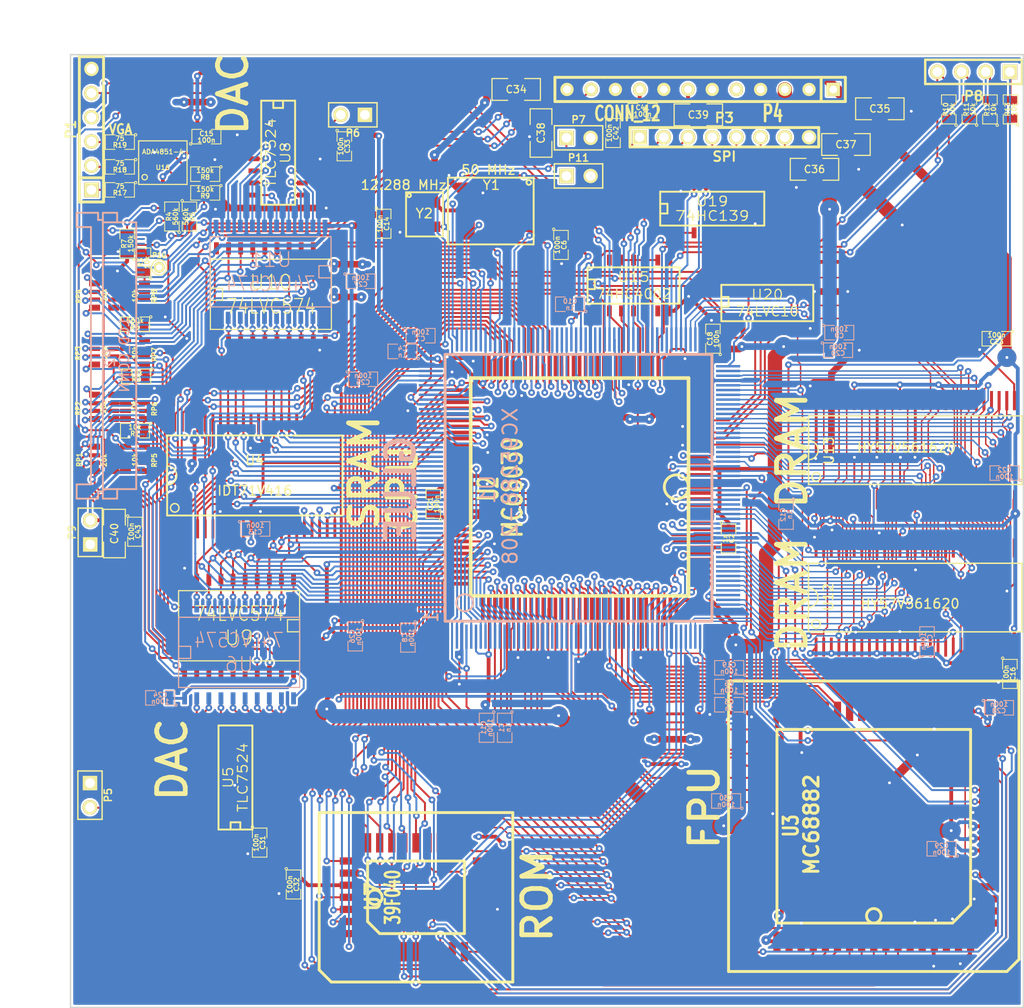
<source format=kicad_pcb>
(kicad_pcb (version 3) (host pcbnew "(2013-jul-07)-stable")
  (layers (15 F.Cu signal) (0 B.Cu signal) (18 B.Paste user) (19 F.Paste user) (20 B.SilkS user) (21 F.SilkS user) (22 B.Mask user) (23 F.Mask user) (28 Edge.Cuts user))
  (net 0 "")
  (net 1 +10V)
  (net 2 +15V)
  (net 3 +5V)
  (net 4 -10V)
  (net 5 /A0)
  (net 6 /A1)
  (net 7 /A10)
  (net 8 /A11)
  (net 9 /A12)
  (net 10 /A13)
  (net 11 /A14)
  (net 12 /A15)
  (net 13 /A16)
  (net 14 /A17)
  (net 15 /A18)
  (net 16 /A19)
  (net 17 /A2)
  (net 18 /A20)
  (net 19 /A21)
  (net 20 /A22)
  (net 21 /A23)
  (net 22 /A24)
  (net 23 /A25)
  (net 24 /A26)
  (net 25 /A27)
  (net 26 /A28)
  (net 27 /A29)
  (net 28 /A3)
  (net 29 /A30)
  (net 30 /A31)
  (net 31 /A4)
  (net 32 /A5)
  (net 33 /A6)
  (net 34 /A7)
  (net 35 /A8)
  (net 36 /A9)
  (net 37 /AS)
  (net 38 /ATOOHIGH)
  (net 39 /BERR)
  (net 40 /CBACK)
  (net 41 /CBREQ)
  (net 42 /CLK12)
  (net 43 /CLK50)
  (net 44 /CPUCLK)
  (net 45 /CPUMODE)
  (net 46 /D0)
  (net 47 /D1)
  (net 48 /D10)
  (net 49 /D11)
  (net 50 /D12)
  (net 51 /D13)
  (net 52 /D14)
  (net 53 /D15)
  (net 54 /D16)
  (net 55 /D17)
  (net 56 /D18)
  (net 57 /D19)
  (net 58 /D2)
  (net 59 /D20)
  (net 60 /D21)
  (net 61 /D22)
  (net 62 /D23)
  (net 63 /D24)
  (net 64 /D25)
  (net 65 /D26)
  (net 66 /D27)
  (net 67 /D28)
  (net 68 /D29)
  (net 69 /D3)
  (net 70 /D30)
  (net 71 /D31)
  (net 72 /D4)
  (net 73 /D5)
  (net 74 /D6)
  (net 75 /D7)
  (net 76 /D8)
  (net 77 /D9)
  (net 78 /DS)
  (net 79 /DSACK0)
  (net 80 /DSACK1)
  (net 81 /EXTINT)
  (net 82 /FC0)
  (net 83 /FC1)
  (net 84 /FC2)
  (net 85 /FPUCS)
  (net 86 /IPL0)
  (net 87 /IPL1)
  (net 88 /IPL2)
  (net 89 /LLA1)
  (net 90 /LLA10)
  (net 91 /LLA11)
  (net 92 /LLA12)
  (net 93 /LLA13)
  (net 94 /LLA14)
  (net 95 /LLA15)
  (net 96 /LLA16)
  (net 97 /LLA17)
  (net 98 /LLA18)
  (net 99 /LLA2)
  (net 100 /LLA3)
  (net 101 /LLA4)
  (net 102 /LLA5)
  (net 103 /LLA6)
  (net 104 /LLA7)
  (net 105 /LLA8)
  (net 106 /LLA9)
  (net 107 /LLBHE)
  (net 108 /LLBLE)
  (net 109 /LLD0)
  (net 110 /LLD1)
  (net 111 /LLD10)
  (net 112 /LLD11)
  (net 113 /LLD12)
  (net 114 /LLD13)
  (net 115 /LLD14)
  (net 116 /LLD15)
  (net 117 /LLD2)
  (net 118 /LLD3)
  (net 119 /LLD4)
  (net 120 /LLD5)
  (net 121 /LLD6)
  (net 122 /LLD7)
  (net 123 /LLD8)
  (net 124 /LLD9)
  (net 125 /LLOE)
  (net 126 /LLWEN)
  (net 127 /RAMA0)
  (net 128 /RAMA1)
  (net 129 /RAMA10)
  (net 130 /RAMA11)
  (net 131 /RAMA12)
  (net 132 /RAMA2)
  (net 133 /RAMA3)
  (net 134 /RAMA4)
  (net 135 /RAMA5)
  (net 136 /RAMA6)
  (net 137 /RAMA7)
  (net 138 /RAMA8)
  (net 139 /RAMA9)
  (net 140 /RAMB0)
  (net 141 /RAMB1)
  (net 142 /RAMCAS)
  (net 143 /RAMCS0)
  (net 144 /RAMCS1)
  (net 145 /RAMD0)
  (net 146 /RAMD1)
  (net 147 /RAMD10)
  (net 148 /RAMD11)
  (net 149 /RAMD12)
  (net 150 /RAMD13)
  (net 151 /RAMD14)
  (net 152 /RAMD15)
  (net 153 /RAMD2)
  (net 154 /RAMD3)
  (net 155 /RAMD4)
  (net 156 /RAMD5)
  (net 157 /RAMD6)
  (net 158 /RAMD7)
  (net 159 /RAMD8)
  (net 160 /RAMD9)
  (net 161 /RAMLDQM)
  (net 162 /RAMRAS)
  (net 163 /RAMUDQM)
  (net 164 /RAMWE)
  (net 165 /RESET)
  (net 166 /ROMCE)
  (net 167 /ROMOE)
  (net 168 /RW)
  (net 169 /SIZ0)
  (net 170 /SIZ1)
  (net 171 /SNDLATCH)
  (net 172 /SPICLK)
  (net 173 /SPIMISO)
  (net 174 /SPIMOSI)
  (net 175 /SPISS1)
  (net 176 /SPISS2)
  (net 177 /SPISS3)
  (net 178 /SPISS4)
  (net 179 /SSBIN0)
  (net 180 /SSBIN1)
  (net 181 /STERM)
  (net 182 /VCOM)
  (net 183 /VGAB0)
  (net 184 /VGAB1)
  (net 185 /VGAB2)
  (net 186 /VGAB3)
  (net 187 /VGAB4)
  (net 188 /VGAG0)
  (net 189 /VGAG1)
  (net 190 /VGAG2)
  (net 191 /VGAG3)
  (net 192 /VGAG4)
  (net 193 /VGAG5)
  (net 194 /VGAHSYNC)
  (net 195 /VGALATCH)
  (net 196 /VGAOE)
  (net 197 /VGAR0)
  (net 198 /VGAR1)
  (net 199 /VGAR2)
  (net 200 /VGAR3)
  (net 201 /VGAR4)
  (net 202 /VGAVSYNC)
  (net 203 3V3)
  (net 204 GND)
  (net 205 N-000001)
  (net 206 N-0000010)
  (net 207 N-0000011)
  (net 208 N-0000012)
  (net 209 N-0000013)
  (net 210 N-0000014)
  (net 211 N-0000015)
  (net 212 N-0000016)
  (net 213 N-0000017)
  (net 214 N-0000018)
  (net 215 N-0000019)
  (net 216 N-000002)
  (net 217 N-0000020)
  (net 218 N-00000206)
  (net 219 N-00000207)
  (net 220 N-0000022)
  (net 221 N-0000023)
  (net 222 N-0000024)
  (net 223 N-0000025)
  (net 224 N-0000026)
  (net 225 N-0000027)
  (net 226 N-0000029)
  (net 227 N-000003)
  (net 228 N-0000031)
  (net 229 N-0000033)
  (net 230 N-0000034)
  (net 231 N-0000035)
  (net 232 N-0000036)
  (net 233 N-0000037)
  (net 234 N-0000038)
  (net 235 N-0000039)
  (net 236 N-000004)
  (net 237 N-0000040)
  (net 238 N-0000043)
  (net 239 N-0000044)
  (net 240 N-000005)
  (net 241 N-0000053)
  (net 242 N-0000056)
  (net 243 N-0000057)
  (net 244 N-0000058)
  (net 245 N-0000059)
  (net 246 N-000006)
  (net 247 N-0000069)
  (net 248 N-000007)
  (net 249 N-0000070)
  (net 250 N-0000071)
  (net 251 N-0000072)
  (net 252 N-0000073)
  (net 253 N-0000074)
  (net 254 N-000008)
  (net 255 N-000009)
  (module PQFP208 (layer B.Cu) (at 142.8115 186.4614 270)
    (fp_text reference U1 (at 0.1651 9.525 270) (layer B.SilkS) (effects (font (size 1.524 1.524) (thickness 0.2032)) (justify mirror)))
    (fp_text value XC95288-208 (at -0.1524 7.1755 270) (layer B.SilkS) (effects (font (size 1.524 1.524) (thickness 0.2032)) (justify mirror)))
    (fp_text user 1 (at 13.589 15.494 270) (layer B.SilkS) (effects (font (size 1.524 1.016) (thickness 0.2032)) (justify mirror)))
    (pad 1 smd rect (at 12.75842 15.494 180) (size 2.54 0.254) (layers B.Cu B.Paste B.Mask) (net 203 3V3))
    (pad 2 smd rect (at 12.25804 15.494 180) (size 2.54 0.254) (layers B.Cu B.Paste B.Mask) (net 204 GND))
    (pad 3 smd rect (at 11.75766 15.494 180) (size 2.54 0.254) (layers B.Cu B.Paste B.Mask) (net 125 /LLOE))
    (pad 4 smd rect (at 11.25728 15.494 180) (size 2.54 0.254) (layers B.Cu B.Paste B.Mask) (net 109 /LLD0))
    (pad 5 smd rect (at 10.7569 15.494 180) (size 2.54 0.254) (layers B.Cu B.Paste B.Mask) (net 107 /LLBHE))
    (pad 6 smd rect (at 10.25652 15.494 180) (size 2.54 0.254) (layers B.Cu B.Paste B.Mask) (net 110 /LLD1))
    (pad 7 smd rect (at 9.75614 15.494 180) (size 2.54 0.254) (layers B.Cu B.Paste B.Mask) (net 108 /LLBLE))
    (pad 8 smd rect (at 9.25576 15.494 180) (size 2.54 0.254) (layers B.Cu B.Paste B.Mask) (net 117 /LLD2))
    (pad 9 smd rect (at 8.75538 15.494 180) (size 2.54 0.254) (layers B.Cu B.Paste B.Mask) (net 126 /LLWEN))
    (pad 10 smd rect (at 8.255 15.494 180) (size 2.54 0.254) (layers B.Cu B.Paste B.Mask) (net 118 /LLD3))
    (pad 11 smd rect (at 7.75462 15.494 180) (size 2.54 0.254) (layers B.Cu B.Paste B.Mask) (net 3 +5V))
    (pad 12 smd rect (at 7.25424 15.494 180) (size 2.54 0.254) (layers B.Cu B.Paste B.Mask) (net 119 /LLD4))
    (pad 13 smd rect (at 6.75386 15.494 180) (size 2.54 0.254) (layers B.Cu B.Paste B.Mask) (net 204 GND))
    (pad 14 smd rect (at 6.25348 15.494 180) (size 2.54 0.254) (layers B.Cu B.Paste B.Mask) (net 120 /LLD5))
    (pad 15 smd rect (at 5.7531 15.494 180) (size 2.54 0.254) (layers B.Cu B.Paste B.Mask) (net 122 /LLD7))
    (pad 16 smd rect (at 5.25272 15.494 180) (size 2.54 0.254) (layers B.Cu B.Paste B.Mask) (net 121 /LLD6))
    (pad 17 smd rect (at 4.75234 15.494 180) (size 2.54 0.254) (layers B.Cu B.Paste B.Mask) (net 103 /LLA6))
    (pad 18 smd rect (at 4.25196 15.494 180) (size 2.54 0.254) (layers B.Cu B.Paste B.Mask) (net 104 /LLA7))
    (pad 19 smd rect (at 3.75158 15.494 180) (size 2.54 0.254) (layers B.Cu B.Paste B.Mask) (net 105 /LLA8))
    (pad 20 smd rect (at 3.2512 15.494 180) (size 2.54 0.254) (layers B.Cu B.Paste B.Mask) (net 106 /LLA9))
    (pad 21 smd rect (at 2.75082 15.494 180) (size 2.54 0.254) (layers B.Cu B.Paste B.Mask) (net 90 /LLA10))
    (pad 22 smd rect (at 2.25044 15.494 180) (size 2.54 0.254) (layers B.Cu B.Paste B.Mask) (net 102 /LLA5))
    (pad 23 smd rect (at 1.75006 15.494 180) (size 2.54 0.254) (layers B.Cu B.Paste B.Mask) (net 101 /LLA4))
    (pad 24 smd rect (at 1.24968 15.494 180) (size 2.54 0.254) (layers B.Cu B.Paste B.Mask) (net 204 GND))
    (pad 25 smd rect (at 0.7493 15.494 180) (size 2.54 0.254) (layers B.Cu B.Paste B.Mask) (net 100 /LLA3))
    (pad 26 smd rect (at 0.24892 15.494 180) (size 2.54 0.254) (layers B.Cu B.Paste B.Mask) (net 203 3V3))
    (pad 27 smd rect (at -0.25146 15.494 180) (size 2.54 0.254) (layers B.Cu B.Paste B.Mask) (net 204 GND))
    (pad 28 smd rect (at -0.75184 15.494 180) (size 2.54 0.254) (layers B.Cu B.Paste B.Mask) (net 99 /LLA2))
    (pad 29 smd rect (at -1.25222 15.494 180) (size 2.54 0.254) (layers B.Cu B.Paste B.Mask) (net 89 /LLA1))
    (pad 30 smd rect (at -1.7526 15.494 180) (size 2.54 0.254) (layers B.Cu B.Paste B.Mask) (net 116 /LLD15))
    (pad 31 smd rect (at -2.25298 15.494 180) (size 2.54 0.254) (layers B.Cu B.Paste B.Mask) (net 115 /LLD14))
    (pad 32 smd rect (at -2.75336 15.494 180) (size 2.54 0.254) (layers B.Cu B.Paste B.Mask) (net 114 /LLD13))
    (pad 33 smd rect (at -3.25374 15.494 180) (size 2.54 0.254) (layers B.Cu B.Paste B.Mask) (net 113 /LLD12))
    (pad 34 smd rect (at -3.75412 15.494 180) (size 2.54 0.254) (layers B.Cu B.Paste B.Mask) (net 112 /LLD11))
    (pad 35 smd rect (at -4.2545 15.494 180) (size 2.54 0.254) (layers B.Cu B.Paste B.Mask) (net 111 /LLD10))
    (pad 36 smd rect (at -4.75488 15.494 180) (size 2.54 0.254) (layers B.Cu B.Paste B.Mask) (net 124 /LLD9))
    (pad 37 smd rect (at -5.25526 15.494 180) (size 2.54 0.254) (layers B.Cu B.Paste B.Mask) (net 123 /LLD8))
    (pad 38 smd rect (at -5.75564 15.494 180) (size 2.54 0.254) (layers B.Cu B.Paste B.Mask) (net 17 /A2))
    (pad 39 smd rect (at -6.25602 15.494 180) (size 2.54 0.254) (layers B.Cu B.Paste B.Mask) (net 28 /A3))
    (pad 40 smd rect (at -6.7564 15.494 180) (size 2.54 0.254) (layers B.Cu B.Paste B.Mask) (net 31 /A4))
    (pad 41 smd rect (at -7.25678 15.494 180) (size 2.54 0.254) (layers B.Cu B.Paste B.Mask) (net 32 /A5))
    (pad 42 smd rect (at -7.75716 15.494 180) (size 2.54 0.254) (layers B.Cu B.Paste B.Mask) (net 204 GND))
    (pad 43 smd rect (at -8.25754 15.494 180) (size 2.54 0.254) (layers B.Cu B.Paste B.Mask) (net 33 /A6))
    (pad 44 smd rect (at -8.75792 15.494 180) (size 2.54 0.254) (layers B.Cu B.Paste B.Mask) (net 81 /EXTINT))
    (pad 45 smd rect (at -9.2583 15.494 180) (size 2.54 0.254) (layers B.Cu B.Paste B.Mask) (net 34 /A7))
    (pad 46 smd rect (at -9.75868 15.494 180) (size 2.54 0.254) (layers B.Cu B.Paste B.Mask) (net 42 /CLK12))
    (pad 47 smd rect (at -10.25906 15.494 180) (size 2.54 0.254) (layers B.Cu B.Paste B.Mask) (net 35 /A8))
    (pad 48 smd rect (at -10.75944 15.494 180) (size 2.54 0.254) (layers B.Cu B.Paste B.Mask) (net 36 /A9))
    (pad 49 smd rect (at -11.25982 15.494 180) (size 2.54 0.254) (layers B.Cu B.Paste B.Mask) (net 92 /LLA12))
    (pad 50 smd rect (at -11.7602 15.494 180) (size 2.54 0.254) (layers B.Cu B.Paste B.Mask) (net 91 /LLA11))
    (pad 51 smd rect (at -12.26058 15.494 180) (size 2.54 0.254) (layers B.Cu B.Paste B.Mask) (net 93 /LLA13))
    (pad 52 smd rect (at -12.76096 15.494 180) (size 2.54 0.254) (layers B.Cu B.Paste B.Mask) (net 204 GND))
    (pad 53 smd rect (at -15.5702 12.75842 270) (size 2.54 0.254) (layers B.Cu B.Paste B.Mask) (net 203 3V3))
    (pad 54 smd rect (at -15.5702 12.25804 270) (size 2.54 0.254) (layers B.Cu B.Paste B.Mask) (net 94 /LLA14))
    (pad 55 smd rect (at -15.5702 11.75766 270) (size 2.54 0.254) (layers B.Cu B.Paste B.Mask) (net 43 /CLK50))
    (pad 56 smd rect (at -15.5702 11.25728 270) (size 2.54 0.254) (layers B.Cu B.Paste B.Mask) (net 95 /LLA15))
    (pad 57 smd rect (at -15.5702 10.7569 270) (size 2.54 0.254) (layers B.Cu B.Paste B.Mask) (net 96 /LLA16))
    (pad 58 smd rect (at -15.5702 10.25652 270) (size 2.54 0.254) (layers B.Cu B.Paste B.Mask) (net 97 /LLA17))
    (pad 59 smd rect (at -15.5702 9.75614 270) (size 2.54 0.254) (layers B.Cu B.Paste B.Mask) (net 3 +5V))
    (pad 60 smd rect (at -15.5702 9.25576 270) (size 2.54 0.254) (layers B.Cu B.Paste B.Mask) (net 98 /LLA18))
    (pad 61 smd rect (at -15.5702 8.75538 270) (size 2.54 0.254) (layers B.Cu B.Paste B.Mask) (net 195 /VGALATCH))
    (pad 62 smd rect (at -15.5702 8.255 270) (size 2.54 0.254) (layers B.Cu B.Paste B.Mask) (net 7 /A10))
    (pad 63 smd rect (at -15.5702 7.75462 270) (size 2.54 0.254) (layers B.Cu B.Paste B.Mask) (net 8 /A11))
    (pad 64 smd rect (at -15.5702 7.25424 270) (size 2.54 0.254) (layers B.Cu B.Paste B.Mask) (net 9 /A12))
    (pad 65 smd rect (at -15.5702 6.75386 270) (size 2.54 0.254) (layers B.Cu B.Paste B.Mask) (net 203 3V3))
    (pad 66 smd rect (at -15.5702 6.25348 270) (size 2.54 0.254) (layers B.Cu B.Paste B.Mask) (net 10 /A13))
    (pad 67 smd rect (at -15.5702 5.7531 270) (size 2.54 0.254) (layers B.Cu B.Paste B.Mask) (net 11 /A14))
    (pad 68 smd rect (at -15.5702 5.25272 270) (size 2.54 0.254) (layers B.Cu B.Paste B.Mask) (net 204 GND))
    (pad 69 smd rect (at -15.5702 4.75234 270) (size 2.54 0.254) (layers B.Cu B.Paste B.Mask) (net 12 /A15))
    (pad 70 smd rect (at -15.5702 4.25196 270) (size 2.54 0.254) (layers B.Cu B.Paste B.Mask) (net 13 /A16))
    (pad 71 smd rect (at -15.5702 3.75158 270) (size 2.54 0.254) (layers B.Cu B.Paste B.Mask) (net 14 /A17))
    (pad 72 smd rect (at -15.5702 3.2512 270) (size 2.54 0.254) (layers B.Cu B.Paste B.Mask) (net 171 /SNDLATCH))
    (pad 73 smd rect (at -15.5702 2.75082 270) (size 2.54 0.254) (layers B.Cu B.Paste B.Mask) (net 15 /A18))
    (pad 74 smd rect (at -15.5702 2.25044 270) (size 2.54 0.254) (layers B.Cu B.Paste B.Mask) (net 16 /A19))
    (pad 75 smd rect (at -15.5702 1.75006 270) (size 2.54 0.254) (layers B.Cu B.Paste B.Mask) (net 18 /A20))
    (pad 76 smd rect (at -15.5702 1.24968 270) (size 2.54 0.254) (layers B.Cu B.Paste B.Mask) (net 19 /A21))
    (pad 77 smd rect (at -15.5702 0.7493 270) (size 2.54 0.254) (layers B.Cu B.Paste B.Mask) (net 38 /ATOOHIGH))
    (pad 78 smd rect (at -15.5702 0.24892 270) (size 2.54 0.254) (layers B.Cu B.Paste B.Mask) (net 20 /A22))
    (pad 79 smd rect (at -15.5702 -0.25146 270) (size 2.54 0.254) (layers B.Cu B.Paste B.Mask) (net 203 3V3))
    (pad 80 smd rect (at -15.5702 -0.75184 270) (size 2.54 0.254) (layers B.Cu B.Paste B.Mask) (net 21 /A23))
    (pad 81 smd rect (at -15.5702 -1.25222 270) (size 2.54 0.254) (layers B.Cu B.Paste B.Mask) (net 204 GND))
    (pad 82 smd rect (at -15.5702 -1.7526 270) (size 2.54 0.254) (layers B.Cu B.Paste B.Mask) (net 22 /A24))
    (pad 83 smd rect (at -15.5702 -2.25298 270) (size 2.54 0.254) (layers B.Cu B.Paste B.Mask) (net 23 /A25))
    (pad 84 smd rect (at -15.5702 -2.75336 270) (size 2.54 0.254) (layers B.Cu B.Paste B.Mask) (net 202 /VGAVSYNC))
    (pad 85 smd rect (at -15.5702 -3.25374 270) (size 2.54 0.254) (layers B.Cu B.Paste B.Mask) (net 194 /VGAHSYNC))
    (pad 86 smd rect (at -15.5702 -3.75412 270) (size 2.54 0.254) (layers B.Cu B.Paste B.Mask) (net 24 /A26))
    (pad 87 smd rect (at -15.5702 -4.2545 270) (size 2.54 0.254) (layers B.Cu B.Paste B.Mask) (net 25 /A27))
    (pad 88 smd rect (at -15.5702 -4.75488 270) (size 2.54 0.254) (layers B.Cu B.Paste B.Mask) (net 172 /SPICLK))
    (pad 89 smd rect (at -15.5702 -5.25526 270) (size 2.54 0.254) (layers B.Cu B.Paste B.Mask) (net 173 /SPIMISO))
    (pad 90 smd rect (at -15.5702 -5.75564 270) (size 2.54 0.254) (layers B.Cu B.Paste B.Mask) (net 174 /SPIMOSI))
    (pad 91 smd rect (at -15.5702 -6.25602 270) (size 2.54 0.254) (layers B.Cu B.Paste B.Mask) (net 88 /IPL2))
    (pad 92 smd rect (at -15.5702 -6.7564 270) (size 2.54 0.254) (layers B.Cu B.Paste B.Mask) (net 203 3V3))
    (pad 93 smd rect (at -15.5702 -7.25678 270) (size 2.54 0.254) (layers B.Cu B.Paste B.Mask) (net 204 GND))
    (pad 94 smd rect (at -15.5702 -7.75716 270) (size 2.54 0.254) (layers B.Cu B.Paste B.Mask) (net 243 N-0000057))
    (pad 95 smd rect (at -15.5702 -8.25754 270) (size 2.54 0.254) (layers B.Cu B.Paste B.Mask) (net 6 /A1))
    (pad 96 smd rect (at -15.5702 -8.75792 270) (size 2.54 0.254) (layers B.Cu B.Paste B.Mask) (net 244 N-0000058))
    (pad 97 smd rect (at -15.5702 -9.2583 270) (size 2.54 0.254) (layers B.Cu B.Paste B.Mask) (net 5 /A0))
    (pad 98 smd rect (at -15.5702 -9.75868 270) (size 2.54 0.254) (layers B.Cu B.Paste B.Mask) (net 242 N-0000056))
    (pad 99 smd rect (at -15.5702 -10.25906 270) (size 2.54 0.254) (layers B.Cu B.Paste B.Mask) (net 179 /SSBIN0))
    (pad 100 smd rect (at -15.5702 -10.75944 270) (size 2.54 0.254) (layers B.Cu B.Paste B.Mask) (net 180 /SSBIN1))
    (pad 101 smd rect (at -15.5702 -11.25982 270) (size 2.54 0.254) (layers B.Cu B.Paste B.Mask) (net 45 /CPUMODE))
    (pad 102 smd rect (at -15.5702 -11.7602 270) (size 2.54 0.254) (layers B.Cu B.Paste B.Mask) (net 131 /RAMA12))
    (pad 103 smd rect (at -15.5702 -12.26058 270) (size 2.54 0.254) (layers B.Cu B.Paste B.Mask) (net 163 /RAMUDQM))
    (pad 104 smd rect (at -15.5702 -12.76096 270) (size 2.54 0.254) (layers B.Cu B.Paste B.Mask) (net 204 GND))
    (pad 105 smd rect (at -12.75842 -15.6972 180) (size 2.54 0.254) (layers B.Cu B.Paste B.Mask) (net 203 3V3))
    (pad 106 smd rect (at -12.25804 -15.6972 180) (size 2.54 0.254) (layers B.Cu B.Paste B.Mask) (net 130 /RAMA11))
    (pad 107 smd rect (at -11.75766 -15.6972 180) (size 2.54 0.254) (layers B.Cu B.Paste B.Mask) (net 139 /RAMA9))
    (pad 108 smd rect (at -11.25728 -15.6972 180) (size 2.54 0.254) (layers B.Cu B.Paste B.Mask) (net 204 GND))
    (pad 109 smd rect (at -10.7569 -15.6972 180) (size 2.54 0.254) (layers B.Cu B.Paste B.Mask) (net 138 /RAMA8))
    (pad 110 smd rect (at -10.25652 -15.6972 180) (size 2.54 0.254) (layers B.Cu B.Paste B.Mask) (net 143 /RAMCS0))
    (pad 111 smd rect (at -9.75614 -15.6972 180) (size 2.54 0.254) (layers B.Cu B.Paste B.Mask) (net 137 /RAMA7))
    (pad 112 smd rect (at -9.25576 -15.6972 180) (size 2.54 0.254) (layers B.Cu B.Paste B.Mask) (net 136 /RAMA6))
    (pad 113 smd rect (at -8.75538 -15.6972 180) (size 2.54 0.254) (layers B.Cu B.Paste B.Mask) (net 135 /RAMA5))
    (pad 114 smd rect (at -8.255 -15.6972 180) (size 2.54 0.254) (layers B.Cu B.Paste B.Mask) (net 134 /RAMA4))
    (pad 115 smd rect (at -7.75462 -15.6972 180) (size 2.54 0.254) (layers B.Cu B.Paste B.Mask) (net 133 /RAMA3))
    (pad 116 smd rect (at -7.25424 -15.6972 180) (size 2.54 0.254) (layers B.Cu B.Paste B.Mask) (net 132 /RAMA2))
    (pad 117 smd rect (at -6.75386 -15.6972 180) (size 2.54 0.254) (layers B.Cu B.Paste B.Mask) (net 128 /RAMA1))
    (pad 118 smd rect (at -6.25348 -15.6972 180) (size 2.54 0.254) (layers B.Cu B.Paste B.Mask) (net 127 /RAMA0))
    (pad 119 smd rect (at -5.7531 -15.6972 180) (size 2.54 0.254) (layers B.Cu B.Paste B.Mask) (net 129 /RAMA10))
    (pad 120 smd rect (at -5.25272 -15.6972 180) (size 2.54 0.254) (layers B.Cu B.Paste B.Mask) (net 162 /RAMRAS))
    (pad 121 smd rect (at -4.75234 -15.6972 180) (size 2.54 0.254) (layers B.Cu B.Paste B.Mask) (net 142 /RAMCAS))
    (pad 122 smd rect (at -4.25196 -15.6972 180) (size 2.54 0.254) (layers B.Cu B.Paste B.Mask) (net 164 /RAMWE))
    (pad 123 smd rect (at -3.75158 -15.6972 180) (size 2.54 0.254) (layers B.Cu B.Paste B.Mask) (net 161 /RAMLDQM))
    (pad 124 smd rect (at -3.2512 -15.6972 180) (size 2.54 0.254) (layers B.Cu B.Paste B.Mask) (net 3 +5V))
    (pad 125 smd rect (at -2.75082 -15.6972 180) (size 2.54 0.254) (layers B.Cu B.Paste B.Mask) (net 44 /CPUCLK))
    (pad 126 smd rect (at -2.25044 -15.6972 180) (size 2.54 0.254) (layers B.Cu B.Paste B.Mask) (net 87 /IPL1))
    (pad 127 smd rect (at -1.75006 -15.6972 180) (size 2.54 0.254) (layers B.Cu B.Paste B.Mask) (net 141 /RAMB1))
    (pad 128 smd rect (at -1.24968 -15.6972 180) (size 2.54 0.254) (layers B.Cu B.Paste B.Mask) (net 79 /DSACK0))
    (pad 129 smd rect (at -0.7493 -15.6972 180) (size 2.54 0.254) (layers B.Cu B.Paste B.Mask) (net 204 GND))
    (pad 130 smd rect (at -0.24892 -15.6972 180) (size 2.54 0.254) (layers B.Cu B.Paste B.Mask) (net 204 GND))
    (pad 131 smd rect (at 0.25146 -15.6972 180) (size 2.54 0.254) (layers B.Cu B.Paste B.Mask) (net 80 /DSACK1))
    (pad 132 smd rect (at 0.75184 -15.6972 180) (size 2.54 0.254) (layers B.Cu B.Paste B.Mask) (net 203 3V3))
    (pad 133 smd rect (at 1.25222 -15.6972 180) (size 2.54 0.254) (layers B.Cu B.Paste B.Mask) (net 181 /STERM))
    (pad 134 smd rect (at 1.7526 -15.6972 180) (size 2.54 0.254) (layers B.Cu B.Paste B.Mask) (net 39 /BERR))
    (pad 135 smd rect (at 2.25298 -15.6972 180) (size 2.54 0.254) (layers B.Cu B.Paste B.Mask) (net 140 /RAMB0))
    (pad 136 smd rect (at 2.75336 -15.6972 180) (size 2.54 0.254) (layers B.Cu B.Paste B.Mask) (net 152 /RAMD15))
    (pad 137 smd rect (at 3.25374 -15.6972 180) (size 2.54 0.254) (layers B.Cu B.Paste B.Mask) (net 151 /RAMD14))
    (pad 138 smd rect (at 3.75412 -15.6972 180) (size 2.54 0.254) (layers B.Cu B.Paste B.Mask) (net 40 /CBACK))
    (pad 139 smd rect (at 4.2545 -15.6972 180) (size 2.54 0.254) (layers B.Cu B.Paste B.Mask) (net 41 /CBREQ))
    (pad 140 smd rect (at 4.75488 -15.6972 180) (size 2.54 0.254) (layers B.Cu B.Paste B.Mask) (net 37 /AS))
    (pad 141 smd rect (at 5.25526 -15.6972 180) (size 2.54 0.254) (layers B.Cu B.Paste B.Mask) (net 204 GND))
    (pad 142 smd rect (at 5.75564 -15.6972 180) (size 2.54 0.254) (layers B.Cu B.Paste B.Mask) (net 78 /DS))
    (pad 143 smd rect (at 6.25602 -15.6972 180) (size 2.54 0.254) (layers B.Cu B.Paste B.Mask) (net 150 /RAMD13))
    (pad 144 smd rect (at 6.7564 -15.6972 180) (size 2.54 0.254) (layers B.Cu B.Paste B.Mask) (net 149 /RAMD12))
    (pad 145 smd rect (at 7.25678 -15.6972 180) (size 2.54 0.254) (layers B.Cu B.Paste B.Mask) (net 148 /RAMD11))
    (pad 146 smd rect (at 7.75716 -15.6972 180) (size 2.54 0.254) (layers B.Cu B.Paste B.Mask) (net 147 /RAMD10))
    (pad 147 smd rect (at 8.25754 -15.6972 180) (size 2.54 0.254) (layers B.Cu B.Paste B.Mask) (net 160 /RAMD9))
    (pad 148 smd rect (at 8.75792 -15.6972 180) (size 2.54 0.254) (layers B.Cu B.Paste B.Mask) (net 159 /RAMD8))
    (pad 149 smd rect (at 9.2583 -15.6972 180) (size 2.54 0.254) (layers B.Cu B.Paste B.Mask) (net 158 /RAMD7))
    (pad 150 smd rect (at 9.75868 -15.6972 180) (size 2.54 0.254) (layers B.Cu B.Paste B.Mask) (net 157 /RAMD6))
    (pad 151 smd rect (at 10.25906 -15.6972 180) (size 2.54 0.254) (layers B.Cu B.Paste B.Mask) (net 156 /RAMD5))
    (pad 152 smd rect (at 10.75944 -15.6972 180) (size 2.54 0.254) (layers B.Cu B.Paste B.Mask) (net 155 /RAMD4))
    (pad 153 smd rect (at 11.25982 -15.6972 180) (size 2.54 0.254) (layers B.Cu B.Paste B.Mask) (net 3 +5V))
    (pad 154 smd rect (at 11.7602 -15.6972 180) (size 2.54 0.254) (layers B.Cu B.Paste B.Mask) (net 154 /RAMD3))
    (pad 155 smd rect (at 12.26058 -15.6972 180) (size 2.54 0.254) (layers B.Cu B.Paste B.Mask) (net 153 /RAMD2))
    (pad 156 smd rect (at 12.76096 -15.6972 180) (size 2.54 0.254) (layers B.Cu B.Paste B.Mask) (net 204 GND))
    (pad 157 smd rect (at 15.621 -12.75842 270) (size 2.54 0.254) (layers B.Cu B.Paste B.Mask) (net 203 3V3))
    (pad 158 smd rect (at 15.621 -12.25804 270) (size 2.54 0.254) (layers B.Cu B.Paste B.Mask) (net 146 /RAMD1))
    (pad 159 smd rect (at 15.621 -11.75766 270) (size 2.54 0.254) (layers B.Cu B.Paste B.Mask) (net 145 /RAMD0))
    (pad 160 smd rect (at 15.621 -11.25728 270) (size 2.54 0.254) (layers B.Cu B.Paste B.Mask) (net 85 /FPUCS))
    (pad 161 smd rect (at 15.621 -10.7569 270) (size 2.54 0.254) (layers B.Cu B.Paste B.Mask) (net 166 /ROMCE))
    (pad 162 smd rect (at 15.621 -10.25652 270) (size 2.54 0.254) (layers B.Cu B.Paste B.Mask) (net 167 /ROMOE))
    (pad 163 smd rect (at 15.621 -9.75614 270) (size 2.54 0.254) (layers B.Cu B.Paste B.Mask) (net 204 GND))
    (pad 164 smd rect (at 15.621 -9.25576 270) (size 2.54 0.254) (layers B.Cu B.Paste B.Mask) (net 168 /RW))
    (pad 165 smd rect (at 15.621 -8.75538 270) (size 2.54 0.254) (layers B.Cu B.Paste B.Mask) (net 170 /SIZ1))
    (pad 166 smd rect (at 15.621 -8.255 270) (size 2.54 0.254) (layers B.Cu B.Paste B.Mask) (net 169 /SIZ0))
    (pad 167 smd rect (at 15.621 -7.75462 270) (size 2.54 0.254) (layers B.Cu B.Paste B.Mask) (net 86 /IPL0))
    (pad 168 smd rect (at 15.621 -7.25424 270) (size 2.54 0.254) (layers B.Cu B.Paste B.Mask) (net 71 /D31))
    (pad 169 smd rect (at 15.621 -6.75386 270) (size 2.54 0.254) (layers B.Cu B.Paste B.Mask) (net 70 /D30))
    (pad 170 smd rect (at 15.621 -6.25348 270) (size 2.54 0.254) (layers B.Cu B.Paste B.Mask) (net 68 /D29))
    (pad 171 smd rect (at 15.621 -5.7531 270) (size 2.54 0.254) (layers B.Cu B.Paste B.Mask) (net 67 /D28))
    (pad 172 smd rect (at 15.621 -5.25272 270) (size 2.54 0.254) (layers B.Cu B.Paste B.Mask) (net 203 3V3))
    (pad 173 smd rect (at 15.621 -4.75234 270) (size 2.54 0.254) (layers B.Cu B.Paste B.Mask) (net 66 /D27))
    (pad 174 smd rect (at 15.621 -4.25196 270) (size 2.54 0.254) (layers B.Cu B.Paste B.Mask) (net 65 /D26))
    (pad 175 smd rect (at 15.621 -3.75158 270) (size 2.54 0.254) (layers B.Cu B.Paste B.Mask) (net 64 /D25))
    (pad 176 smd rect (at 15.621 -3.2512 270) (size 2.54 0.254) (layers B.Cu B.Paste B.Mask) (net 245 N-0000059))
    (pad 177 smd rect (at 15.621 -2.75082 270) (size 2.54 0.254) (layers B.Cu B.Paste B.Mask) (net 204 GND))
    (pad 178 smd rect (at 15.621 -2.25044 270) (size 2.54 0.254) (layers B.Cu B.Paste B.Mask) (net 63 /D24))
    (pad 179 smd rect (at 15.621 -1.75006 270) (size 2.54 0.254) (layers B.Cu B.Paste B.Mask) (net 62 /D23))
    (pad 180 smd rect (at 15.621 -1.24968 270) (size 2.54 0.254) (layers B.Cu B.Paste B.Mask) (net 61 /D22))
    (pad 181 smd rect (at 15.621 -0.7493 270) (size 2.54 0.254) (layers B.Cu B.Paste B.Mask) (net 203 3V3))
    (pad 182 smd rect (at 15.621 -0.24892 270) (size 2.54 0.254) (layers B.Cu B.Paste B.Mask) (net 60 /D21))
    (pad 183 smd rect (at 15.621 0.25146 270) (size 2.54 0.254) (layers B.Cu B.Paste B.Mask) (net 59 /D20))
    (pad 184 smd rect (at 15.621 0.75184 270) (size 2.54 0.254) (layers B.Cu B.Paste B.Mask) (net 203 3V3))
    (pad 185 smd rect (at 15.621 1.25222 270) (size 2.54 0.254) (layers B.Cu B.Paste B.Mask) (net 57 /D19))
    (pad 186 smd rect (at 15.621 1.7526 270) (size 2.54 0.254) (layers B.Cu B.Paste B.Mask) (net 56 /D18))
    (pad 187 smd rect (at 15.621 2.25298 270) (size 2.54 0.254) (layers B.Cu B.Paste B.Mask) (net 55 /D17))
    (pad 188 smd rect (at 15.621 2.75336 270) (size 2.54 0.254) (layers B.Cu B.Paste B.Mask) (net 54 /D16))
    (pad 189 smd rect (at 15.621 3.25374 270) (size 2.54 0.254) (layers B.Cu B.Paste B.Mask) (net 53 /D15))
    (pad 190 smd rect (at 15.621 3.75412 270) (size 2.54 0.254) (layers B.Cu B.Paste B.Mask) (net 204 GND))
    (pad 191 smd rect (at 15.621 4.2545 270) (size 2.54 0.254) (layers B.Cu B.Paste B.Mask) (net 52 /D14))
    (pad 192 smd rect (at 15.621 4.75488 270) (size 2.54 0.254) (layers B.Cu B.Paste B.Mask) (net 51 /D13))
    (pad 193 smd rect (at 15.621 5.25526 270) (size 2.54 0.254) (layers B.Cu B.Paste B.Mask) (net 50 /D12))
    (pad 194 smd rect (at 15.621 5.75564 270) (size 2.54 0.254) (layers B.Cu B.Paste B.Mask) (net 49 /D11))
    (pad 195 smd rect (at 15.621 6.25602 270) (size 2.54 0.254) (layers B.Cu B.Paste B.Mask) (net 48 /D10))
    (pad 196 smd rect (at 15.621 6.7564 270) (size 2.54 0.254) (layers B.Cu B.Paste B.Mask) (net 77 /D9))
    (pad 197 smd rect (at 15.621 7.25678 270) (size 2.54 0.254) (layers B.Cu B.Paste B.Mask) (net 76 /D8))
    (pad 198 smd rect (at 15.621 7.75716 270) (size 2.54 0.254) (layers B.Cu B.Paste B.Mask) (net 75 /D7))
    (pad 199 smd rect (at 15.621 8.25754 270) (size 2.54 0.254) (layers B.Cu B.Paste B.Mask) (net 74 /D6))
    (pad 200 smd rect (at 15.621 8.75792 270) (size 2.54 0.254) (layers B.Cu B.Paste B.Mask) (net 73 /D5))
    (pad 201 smd rect (at 15.621 9.2583 270) (size 2.54 0.254) (layers B.Cu B.Paste B.Mask) (net 72 /D4))
    (pad 202 smd rect (at 15.621 9.75868 270) (size 2.54 0.254) (layers B.Cu B.Paste B.Mask) (net 69 /D3))
    (pad 203 smd rect (at 15.621 10.25906 270) (size 2.54 0.254) (layers B.Cu B.Paste B.Mask) (net 58 /D2))
    (pad 204 smd rect (at 15.621 10.75944 270) (size 2.54 0.254) (layers B.Cu B.Paste B.Mask) (net 3 +5V))
    (pad 205 smd rect (at 15.621 11.25982 270) (size 2.54 0.254) (layers B.Cu B.Paste B.Mask) (net 47 /D1))
    (pad 206 smd rect (at 15.621 11.7602 270) (size 2.54 0.254) (layers B.Cu B.Paste B.Mask) (net 165 /RESET))
    (pad 207 smd rect (at 15.621 12.26058 270) (size 2.54 0.254) (layers B.Cu B.Paste B.Mask) (net 204 GND))
    (pad 208 smd rect (at 15.621 12.76096 270) (size 2.54 0.254) (layers B.Cu B.Paste B.Mask) (net 46 /D0))
  )
  (module PQFP132M (layer F.Cu) (at 142.9258 186.3725 270)
    (fp_text reference U2 (at 0.1905 9.5758 270) (layer F.SilkS) (effects (font (size 2.032 1.27) (thickness 0.3048))))
    (fp_text value MC68030 (at 0.0635 7.0358 270) (layer F.SilkS) (effects (font (size 2.032 1.524) (thickness 0.3048))))
    (pad 1 smd rect (at 0 -12.7 270) (size 0.381 2.54) (layers F.Cu F.Paste F.Mask) (net 204 GND))
    (pad 2 smd rect (at -0.635 -12.7 270) (size 0.381 2.54) (layers F.Cu F.Paste F.Mask) (net 204 GND))
    (pad 3 smd rect (at -1.27 -12.7 270) (size 0.381 2.54) (layers F.Cu F.Paste F.Mask) (net 79 /DSACK0))
    (pad 4 smd rect (at -1.905 -12.7 270) (size 0.381 2.54) (layers F.Cu F.Paste F.Mask) (net 3 +5V))
    (pad 5 smd rect (at -2.54 -12.7 270) (size 0.381 2.54) (layers F.Cu F.Paste F.Mask) (net 204 GND))
    (pad 6 smd rect (at -3.175 -12.7 270) (size 0.381 2.54) (layers F.Cu F.Paste F.Mask) (net 44 /CPUCLK))
    (pad 7 smd rect (at -3.81 -12.7 270) (size 0.381 2.54) (layers F.Cu F.Paste F.Mask) (net 204 GND))
    (pad 8 smd rect (at -4.445 -12.7 270) (size 0.381 2.54) (layers F.Cu F.Paste F.Mask) (net 3 +5V))
    (pad 9 smd rect (at -5.08 -12.7 270) (size 0.381 2.54) (layers F.Cu F.Paste F.Mask) (net 84 /FC2))
    (pad 10 smd rect (at -5.715 -12.7 270) (size 0.381 2.54) (layers F.Cu F.Paste F.Mask) (net 83 /FC1))
    (pad 11 smd rect (at -6.35 -12.7 270) (size 0.381 2.54) (layers F.Cu F.Paste F.Mask) (net 204 GND))
    (pad 12 smd rect (at -6.985 -12.7 270) (size 0.381 2.54) (layers F.Cu F.Paste F.Mask) (net 82 /FC0))
    (pad 13 smd rect (at -7.62 -12.7 270) (size 0.381 2.54) (layers F.Cu F.Paste F.Mask))
    (pad 14 smd rect (at -8.255 -12.7 270) (size 0.381 2.54) (layers F.Cu F.Paste F.Mask))
    (pad 15 smd rect (at -8.89 -12.7 270) (size 0.381 2.54) (layers F.Cu F.Paste F.Mask))
    (pad 16 smd rect (at -9.525 -12.7 270) (size 0.381 2.54) (layers F.Cu F.Paste F.Mask))
    (pad 17 smd rect (at -10.16 -12.7 270) (size 0.381 2.54) (layers F.Cu F.Paste F.Mask) (net 3 +5V))
    (pad 18 smd rect (at -12.7 -10.16 270) (size 2.54 0.381) (layers F.Cu F.Paste F.Mask) (net 3 +5V))
    (pad 19 smd rect (at -12.7 -9.525 270) (size 2.54 0.381) (layers F.Cu F.Paste F.Mask) (net 204 GND))
    (pad 20 smd rect (at -12.7 -8.89 270) (size 2.54 0.381) (layers F.Cu F.Paste F.Mask) (net 3 +5V))
    (pad 21 smd rect (at -12.7 -8.255 270) (size 2.54 0.381) (layers F.Cu F.Paste F.Mask) (net 5 /A0))
    (pad 22 smd rect (at -12.7 -7.62 270) (size 2.54 0.381) (layers F.Cu F.Paste F.Mask) (net 6 /A1))
    (pad 23 smd rect (at -12.7 -6.985 270) (size 2.54 0.381) (layers F.Cu F.Paste F.Mask) (net 30 /A31))
    (pad 24 smd rect (at -12.7 -6.35 270) (size 2.54 0.381) (layers F.Cu F.Paste F.Mask) (net 29 /A30))
    (pad 25 smd rect (at -12.7 -5.715 270) (size 2.54 0.381) (layers F.Cu F.Paste F.Mask) (net 204 GND))
    (pad 26 smd rect (at -12.7 -5.08 270) (size 2.54 0.381) (layers F.Cu F.Paste F.Mask) (net 27 /A29))
    (pad 27 smd rect (at -12.7 -4.445 270) (size 2.54 0.381) (layers F.Cu F.Paste F.Mask) (net 26 /A28))
    (pad 28 smd rect (at -12.7 -3.81 270) (size 2.54 0.381) (layers F.Cu F.Paste F.Mask) (net 25 /A27))
    (pad 29 smd rect (at -12.7 -3.175 270) (size 2.54 0.381) (layers F.Cu F.Paste F.Mask) (net 24 /A26))
    (pad 30 smd rect (at -12.7 -2.54 270) (size 2.54 0.381) (layers F.Cu F.Paste F.Mask) (net 3 +5V))
    (pad 31 smd rect (at -12.7 -1.905 270) (size 2.54 0.381) (layers F.Cu F.Paste F.Mask) (net 23 /A25))
    (pad 32 smd rect (at -12.7 -1.27 270) (size 2.54 0.381) (layers F.Cu F.Paste F.Mask) (net 22 /A24))
    (pad 33 smd rect (at -12.7 -0.635 270) (size 2.54 0.381) (layers F.Cu F.Paste F.Mask) (net 21 /A23))
    (pad 34 smd rect (at -12.7 0 270) (size 2.54 0.381) (layers F.Cu F.Paste F.Mask) (net 20 /A22))
    (pad 35 smd rect (at -12.7 0.635 270) (size 2.54 0.381) (layers F.Cu F.Paste F.Mask) (net 204 GND))
    (pad 36 smd rect (at -12.7 1.27 270) (size 2.54 0.381) (layers F.Cu F.Paste F.Mask) (net 19 /A21))
    (pad 37 smd rect (at -12.7 1.905 270) (size 2.54 0.381) (layers F.Cu F.Paste F.Mask) (net 18 /A20))
    (pad 38 smd rect (at -12.7 2.54 270) (size 2.54 0.381) (layers F.Cu F.Paste F.Mask) (net 16 /A19))
    (pad 39 smd rect (at -12.7 3.175 270) (size 2.54 0.381) (layers F.Cu F.Paste F.Mask) (net 15 /A18))
    (pad 40 smd rect (at -12.7 3.81 270) (size 2.54 0.381) (layers F.Cu F.Paste F.Mask) (net 14 /A17))
    (pad 41 smd rect (at -12.7 4.445 270) (size 2.54 0.381) (layers F.Cu F.Paste F.Mask) (net 13 /A16))
    (pad 42 smd rect (at -12.7 5.08 270) (size 2.54 0.381) (layers F.Cu F.Paste F.Mask) (net 12 /A15))
    (pad 43 smd rect (at -12.7 5.715 270) (size 2.54 0.381) (layers F.Cu F.Paste F.Mask) (net 11 /A14))
    (pad 44 smd rect (at -12.7 6.35 270) (size 2.54 0.381) (layers F.Cu F.Paste F.Mask) (net 204 GND))
    (pad 45 smd rect (at -12.7 6.985 270) (size 2.54 0.381) (layers F.Cu F.Paste F.Mask) (net 10 /A13))
    (pad 46 smd rect (at -12.7 7.62 270) (size 2.54 0.381) (layers F.Cu F.Paste F.Mask) (net 9 /A12))
    (pad 47 smd rect (at -12.7 8.255 270) (size 2.54 0.381) (layers F.Cu F.Paste F.Mask) (net 8 /A11))
    (pad 48 smd rect (at -12.7 8.89 270) (size 2.54 0.381) (layers F.Cu F.Paste F.Mask) (net 7 /A10))
    (pad 49 smd rect (at -12.7 9.525 270) (size 2.54 0.381) (layers F.Cu F.Paste F.Mask) (net 3 +5V))
    (pad 50 smd rect (at -12.7 10.16 270) (size 2.54 0.381) (layers F.Cu F.Paste F.Mask))
    (pad 84 smd rect (at 12.7 10.16 270) (size 2.54 0.381) (layers F.Cu F.Paste F.Mask))
    (pad 85 smd rect (at 12.7 9.525 270) (size 2.54 0.381) (layers F.Cu F.Paste F.Mask) (net 3 +5V))
    (pad 86 smd rect (at 12.7 8.89 270) (size 2.54 0.381) (layers F.Cu F.Paste F.Mask) (net 76 /D8))
    (pad 87 smd rect (at 12.7 8.255 270) (size 2.54 0.381) (layers F.Cu F.Paste F.Mask) (net 77 /D9))
    (pad 88 smd rect (at 12.7 7.62 270) (size 2.54 0.381) (layers F.Cu F.Paste F.Mask) (net 48 /D10))
    (pad 89 smd rect (at 12.7 6.985 270) (size 2.54 0.381) (layers F.Cu F.Paste F.Mask) (net 49 /D11))
    (pad 90 smd rect (at 12.7 6.35 270) (size 2.54 0.381) (layers F.Cu F.Paste F.Mask) (net 204 GND))
    (pad 91 smd rect (at 12.7 5.715 270) (size 2.54 0.381) (layers F.Cu F.Paste F.Mask) (net 50 /D12))
    (pad 92 smd rect (at 12.7 5.08 270) (size 2.54 0.381) (layers F.Cu F.Paste F.Mask) (net 51 /D13))
    (pad 93 smd rect (at 12.7 4.445 270) (size 2.54 0.381) (layers F.Cu F.Paste F.Mask) (net 52 /D14))
    (pad 94 smd rect (at 12.7 3.81 270) (size 2.54 0.381) (layers F.Cu F.Paste F.Mask) (net 53 /D15))
    (pad 95 smd rect (at 12.7 3.175 270) (size 2.54 0.381) (layers F.Cu F.Paste F.Mask) (net 204 GND))
    (pad 96 smd rect (at 12.7 2.54 270) (size 2.54 0.381) (layers F.Cu F.Paste F.Mask) (net 54 /D16))
    (pad 97 smd rect (at 12.7 1.905 270) (size 2.54 0.381) (layers F.Cu F.Paste F.Mask) (net 55 /D17))
    (pad 98 smd rect (at 12.7 1.27 270) (size 2.54 0.381) (layers F.Cu F.Paste F.Mask) (net 56 /D18))
    (pad 99 smd rect (at 12.7 0.635 270) (size 2.54 0.381) (layers F.Cu F.Paste F.Mask) (net 57 /D19))
    (pad 100 smd rect (at 12.7 0 270) (size 2.54 0.381) (layers F.Cu F.Paste F.Mask) (net 204 GND))
    (pad 101 smd rect (at 12.7 -0.635 270) (size 2.54 0.381) (layers F.Cu F.Paste F.Mask) (net 59 /D20))
    (pad 102 smd rect (at 12.7 -1.27 270) (size 2.54 0.381) (layers F.Cu F.Paste F.Mask) (net 60 /D21))
    (pad 103 smd rect (at 12.7 -1.905 270) (size 2.54 0.381) (layers F.Cu F.Paste F.Mask) (net 61 /D22))
    (pad 104 smd rect (at 12.7 -2.54 270) (size 2.54 0.381) (layers F.Cu F.Paste F.Mask) (net 62 /D23))
    (pad 105 smd rect (at 12.7 -3.175 270) (size 2.54 0.381) (layers F.Cu F.Paste F.Mask) (net 3 +5V))
    (pad 106 smd rect (at 12.7 -3.81 270) (size 2.54 0.381) (layers F.Cu F.Paste F.Mask) (net 63 /D24))
    (pad 107 smd rect (at 12.7 -4.445 270) (size 2.54 0.381) (layers F.Cu F.Paste F.Mask) (net 64 /D25))
    (pad 108 smd rect (at 12.7 -5.08 270) (size 2.54 0.381) (layers F.Cu F.Paste F.Mask) (net 65 /D26))
    (pad 109 smd rect (at 12.7 -5.715 270) (size 2.54 0.381) (layers F.Cu F.Paste F.Mask) (net 66 /D27))
    (pad 110 smd rect (at 12.7 -6.35 270) (size 2.54 0.381) (layers F.Cu F.Paste F.Mask) (net 204 GND))
    (pad 111 smd rect (at 12.7 -6.985 270) (size 2.54 0.381) (layers F.Cu F.Paste F.Mask) (net 67 /D28))
    (pad 112 smd rect (at 12.7 -7.62 270) (size 2.54 0.381) (layers F.Cu F.Paste F.Mask) (net 68 /D29))
    (pad 113 smd rect (at 12.7 -8.255 270) (size 2.54 0.381) (layers F.Cu F.Paste F.Mask) (net 70 /D30))
    (pad 114 smd rect (at 12.7 -8.89 270) (size 2.54 0.381) (layers F.Cu F.Paste F.Mask) (net 71 /D31))
    (pad 115 smd rect (at 12.7 -9.525 270) (size 2.54 0.381) (layers F.Cu F.Paste F.Mask) (net 3 +5V))
    (pad 116 smd rect (at 12.7 -10.16 270) (size 2.54 0.381) (layers F.Cu F.Paste F.Mask) (net 3 +5V))
    (pad 117 smd rect (at 10.16 -12.7 270) (size 0.381 2.54) (layers F.Cu F.Paste F.Mask) (net 168 /RW))
    (pad 118 smd rect (at 9.525 -12.7 270) (size 0.381 2.54) (layers F.Cu F.Paste F.Mask))
    (pad 119 smd rect (at 8.89 -12.7 270) (size 0.381 2.54) (layers F.Cu F.Paste F.Mask) (net 170 /SIZ1))
    (pad 120 smd rect (at 8.255 -12.7 270) (size 0.381 2.54) (layers F.Cu F.Paste F.Mask) (net 169 /SIZ0))
    (pad 121 smd rect (at 7.62 -12.7 270) (size 0.381 2.54) (layers F.Cu F.Paste F.Mask))
    (pad 122 smd rect (at 6.985 -12.7 270) (size 0.381 2.54) (layers F.Cu F.Paste F.Mask) (net 3 +5V))
    (pad 123 smd rect (at 6.35 -12.7 270) (size 0.381 2.54) (layers F.Cu F.Paste F.Mask) (net 204 GND))
    (pad 124 smd rect (at 5.715 -12.7 270) (size 0.381 2.54) (layers F.Cu F.Paste F.Mask) (net 78 /DS))
    (pad 125 smd rect (at 5.08 -12.7 270) (size 0.381 2.54) (layers F.Cu F.Paste F.Mask) (net 37 /AS))
    (pad 126 smd rect (at 4.445 -12.7 270) (size 0.381 2.54) (layers F.Cu F.Paste F.Mask) (net 41 /CBREQ))
    (pad 127 smd rect (at 3.81 -12.7 270) (size 0.381 2.54) (layers F.Cu F.Paste F.Mask) (net 40 /CBACK))
    (pad 128 smd rect (at 3.175 -12.7 270) (size 0.381 2.54) (layers F.Cu F.Paste F.Mask) (net 3 +5V))
    (pad 129 smd rect (at 2.54 -12.7 270) (size 0.381 2.54) (layers F.Cu F.Paste F.Mask) (net 3 +5V))
    (pad 130 smd rect (at 1.905 -12.7 270) (size 0.381 2.54) (layers F.Cu F.Paste F.Mask) (net 39 /BERR))
    (pad 131 smd rect (at 1.27 -12.7 270) (size 0.381 2.54) (layers F.Cu F.Paste F.Mask) (net 181 /STERM))
    (pad 132 smd rect (at 0.635 -12.7 270) (size 0.381 2.54) (layers F.Cu F.Paste F.Mask) (net 80 /DSACK1))
    (pad 51 smd rect (at -10.16 12.7 270) (size 0.381 2.54) (layers F.Cu F.Paste F.Mask) (net 36 /A9))
    (pad 52 smd rect (at -9.525 12.7 270) (size 0.381 2.54) (layers F.Cu F.Paste F.Mask) (net 35 /A8))
    (pad 53 smd rect (at -8.89 12.7 270) (size 0.381 2.54) (layers F.Cu F.Paste F.Mask) (net 34 /A7))
    (pad 54 smd rect (at -8.255 12.7 270) (size 0.381 2.54) (layers F.Cu F.Paste F.Mask) (net 33 /A6))
    (pad 55 smd rect (at -7.62 12.7 270) (size 0.381 2.54) (layers F.Cu F.Paste F.Mask) (net 32 /A5))
    (pad 56 smd rect (at -6.985 12.7 270) (size 0.381 2.54) (layers F.Cu F.Paste F.Mask) (net 31 /A4))
    (pad 57 smd rect (at -6.35 12.7 270) (size 0.381 2.54) (layers F.Cu F.Paste F.Mask) (net 204 GND))
    (pad 58 smd rect (at -5.715 12.7 270) (size 0.381 2.54) (layers F.Cu F.Paste F.Mask) (net 28 /A3))
    (pad 59 smd rect (at -5.08 12.7 270) (size 0.381 2.54) (layers F.Cu F.Paste F.Mask) (net 17 /A2))
    (pad 60 smd rect (at -4.445 12.7 270) (size 0.381 2.54) (layers F.Cu F.Paste F.Mask) (net 204 GND))
    (pad 61 smd rect (at -3.81 12.7 270) (size 0.381 2.54) (layers F.Cu F.Paste F.Mask))
    (pad 62 smd rect (at -3.175 12.7 270) (size 0.381 2.54) (layers F.Cu F.Paste F.Mask))
    (pad 63 smd rect (at -2.54 12.7 270) (size 0.381 2.54) (layers F.Cu F.Paste F.Mask) (net 3 +5V))
    (pad 64 smd rect (at -1.905 12.7 270) (size 0.381 2.54) (layers F.Cu F.Paste F.Mask) (net 165 /RESET))
    (pad 65 smd rect (at -1.27 12.7 270) (size 0.381 2.54) (layers F.Cu F.Paste F.Mask) (net 3 +5V))
    (pad 66 smd rect (at -0.635 12.7 270) (size 0.381 2.54) (layers F.Cu F.Paste F.Mask) (net 204 GND))
    (pad 67 smd rect (at 0 12.7 270) (size 0.381 2.54) (layers F.Cu F.Paste F.Mask) (net 204 GND))
    (pad 68 smd rect (at 0.635 12.7 270) (size 0.381 2.54) (layers F.Cu F.Paste F.Mask) (net 88 /IPL2))
    (pad 70 smd rect (at 1.905 12.7 270) (size 0.381 2.54) (layers F.Cu F.Paste F.Mask) (net 86 /IPL0))
    (pad 71 smd rect (at 2.54 12.7 270) (size 0.381 2.54) (layers F.Cu F.Paste F.Mask) (net 3 +5V))
    (pad 72 smd rect (at 3.175 12.7 270) (size 0.381 2.54) (layers F.Cu F.Paste F.Mask) (net 3 +5V))
    (pad 73 smd rect (at 3.81 12.7 270) (size 0.381 2.54) (layers F.Cu F.Paste F.Mask))
    (pad 74 smd rect (at 4.445 12.7 270) (size 0.381 2.54) (layers F.Cu F.Paste F.Mask))
    (pad 75 smd rect (at 5.08 12.7 270) (size 0.381 2.54) (layers F.Cu F.Paste F.Mask) (net 46 /D0))
    (pad 76 smd rect (at 5.715 12.7 270) (size 0.381 2.54) (layers F.Cu F.Paste F.Mask) (net 47 /D1))
    (pad 77 smd rect (at 6.35 12.7 270) (size 0.381 2.54) (layers F.Cu F.Paste F.Mask) (net 204 GND))
    (pad 78 smd rect (at 6.985 12.7 270) (size 0.381 2.54) (layers F.Cu F.Paste F.Mask) (net 58 /D2))
    (pad 79 smd rect (at 7.62 12.7 270) (size 0.381 2.54) (layers F.Cu F.Paste F.Mask) (net 69 /D3))
    (pad 80 smd rect (at 8.255 12.7 270) (size 0.381 2.54) (layers F.Cu F.Paste F.Mask) (net 72 /D4))
    (pad 81 smd rect (at 8.89 12.7 270) (size 0.381 2.54) (layers F.Cu F.Paste F.Mask) (net 73 /D5))
    (pad 82 smd rect (at 9.525 12.7 270) (size 0.381 2.54) (layers F.Cu F.Paste F.Mask) (net 74 /D6))
    (pad 83 smd rect (at 10.16 12.7 270) (size 0.381 2.54) (layers F.Cu F.Paste F.Mask) (net 75 /D7))
    (pad 69 smd rect (at 1.27 12.7 270) (size 0.381 2.54) (layers F.Cu F.Paste F.Mask) (net 87 /IPL1))
  )
  (module PLCC68MS (layer F.Cu) (at 173.7995 221.9833 90)
    (fp_text reference U3 (at 0.0508 -8.6995 90) (layer F.SilkS) (effects (font (size 1.524 1.143) (thickness 0.3048))))
    (fp_text value MC68882 (at 0.1778 -6.5405 90) (layer F.SilkS) (effects (font (size 1.524 1.524) (thickness 0.3048))))
    (pad 1 smd rect (at -12.065 0 90) (size 2.032 0.762) (layers F.Cu F.Paste F.Mask) (net 58 /D2))
    (pad 2 smd rect (at -12.065 1.27 90) (size 2.032 0.762) (layers F.Cu F.Paste F.Mask) (net 47 /D1))
    (pad 3 smd rect (at -12.065 2.54 90) (size 2.032 0.762) (layers F.Cu F.Paste F.Mask) (net 46 /D0))
    (pad 4 smd rect (at -12.065 3.81 90) (size 2.032 0.762) (layers F.Cu F.Paste F.Mask))
    (pad 5 smd rect (at -12.065 5.08 90) (size 2.032 0.762) (layers F.Cu F.Paste F.Mask) (net 204 GND))
    (pad 6 smd rect (at -12.065 6.35 90) (size 2.032 0.762) (layers F.Cu F.Paste F.Mask) (net 204 GND))
    (pad 7 smd rect (at -12.065 7.62 90) (size 2.032 0.762) (layers F.Cu F.Paste F.Mask) (net 204 GND))
    (pad 8 smd rect (at -12.065 8.89 90) (size 2.032 0.762) (layers F.Cu F.Paste F.Mask) (net 204 GND))
    (pad 9 smd rect (at -12.065 10.16 90) (size 2.032 0.762) (layers F.Cu F.Paste F.Mask) (net 204 GND))
    (pad 61 smd rect (at -12.065 -10.16 90) (size 2.032 0.762) (layers F.Cu F.Paste F.Mask) (net 3 +5V))
    (pad 62 smd rect (at -12.065 -8.89 90) (size 2.032 0.762) (layers F.Cu F.Paste F.Mask) (net 76 /D8))
    (pad 63 smd rect (at -12.065 -7.62 90) (size 2.032 0.762) (layers F.Cu F.Paste F.Mask) (net 204 GND))
    (pad 64 smd rect (at -12.065 -6.35 90) (size 2.032 0.762) (layers F.Cu F.Paste F.Mask) (net 75 /D7))
    (pad 65 smd rect (at -12.065 -5.08 90) (size 2.032 0.762) (layers F.Cu F.Paste F.Mask) (net 74 /D6))
    (pad 66 smd rect (at -12.065 -3.81 90) (size 2.032 0.762) (layers F.Cu F.Paste F.Mask) (net 73 /D5))
    (pad 67 smd rect (at -12.065 -2.54 90) (size 2.032 0.762) (layers F.Cu F.Paste F.Mask) (net 72 /D4))
    (pad 68 smd rect (at -12.065 -1.27 90) (size 2.032 0.762) (layers F.Cu F.Paste F.Mask) (net 69 /D3))
    (pad 44 smd rect (at 10.16 -12.065 90) (size 0.762 2.032) (layers F.Cu F.Paste F.Mask) (net 61 /D22))
    (pad 45 smd rect (at 8.89 -12.065 90) (size 0.762 2.032) (layers F.Cu F.Paste F.Mask) (net 60 /D21))
    (pad 46 smd rect (at 7.62 -12.065 90) (size 0.762 2.032) (layers F.Cu F.Paste F.Mask) (net 59 /D20))
    (pad 47 smd rect (at 6.35 -12.065 90) (size 0.762 2.032) (layers F.Cu F.Paste F.Mask) (net 57 /D19))
    (pad 48 smd rect (at 5.08 -12.065 90) (size 0.762 2.032) (layers F.Cu F.Paste F.Mask) (net 56 /D18))
    (pad 49 smd rect (at 3.81 -12.065 90) (size 0.762 2.032) (layers F.Cu F.Paste F.Mask) (net 55 /D17))
    (pad 50 smd rect (at 2.54 -12.065 90) (size 0.762 2.032) (layers F.Cu F.Paste F.Mask) (net 54 /D16))
    (pad 51 smd rect (at 1.27 -12.065 90) (size 0.762 2.032) (layers F.Cu F.Paste F.Mask) (net 204 GND))
    (pad 52 smd rect (at 0 -12.065 90) (size 0.762 2.032) (layers F.Cu F.Paste F.Mask) (net 3 +5V))
    (pad 53 smd rect (at -1.27 -12.065 90) (size 0.762 2.032) (layers F.Cu F.Paste F.Mask) (net 3 +5V))
    (pad 54 smd rect (at -2.54 -12.065 90) (size 0.762 2.032) (layers F.Cu F.Paste F.Mask) (net 53 /D15))
    (pad 55 smd rect (at -3.81 -12.065 90) (size 0.762 2.032) (layers F.Cu F.Paste F.Mask) (net 52 /D14))
    (pad 56 smd rect (at -5.08 -12.065 90) (size 0.762 2.032) (layers F.Cu F.Paste F.Mask) (net 51 /D13))
    (pad 57 smd rect (at -6.35 -12.065 90) (size 0.762 2.032) (layers F.Cu F.Paste F.Mask) (net 50 /D12))
    (pad 58 smd rect (at -7.62 -12.065 90) (size 0.762 2.032) (layers F.Cu F.Paste F.Mask) (net 49 /D11))
    (pad 59 smd rect (at -8.89 -12.065 90) (size 0.762 2.032) (layers F.Cu F.Paste F.Mask) (net 48 /D10))
    (pad 60 smd rect (at -10.16 -12.065 90) (size 0.762 2.032) (layers F.Cu F.Paste F.Mask) (net 77 /D9))
    (pad 10 smd rect (at -10.16 12.065 90) (size 0.762 2.032) (layers F.Cu F.Paste F.Mask) (net 3 +5V))
    (pad 11 smd rect (at -8.89 12.065 90) (size 0.762 2.032) (layers F.Cu F.Paste F.Mask) (net 44 /CPUCLK))
    (pad 12 smd rect (at -7.62 12.065 90) (size 0.762 2.032) (layers F.Cu F.Paste F.Mask) (net 204 GND))
    (pad 13 smd rect (at -6.35 12.065 90) (size 0.762 2.032) (layers F.Cu F.Paste F.Mask))
    (pad 14 smd rect (at -5.08 12.065 90) (size 0.762 2.032) (layers F.Cu F.Paste F.Mask) (net 165 /RESET))
    (pad 15 smd rect (at -3.81 12.065 90) (size 0.762 2.032) (layers F.Cu F.Paste F.Mask))
    (pad 16 smd rect (at -2.54 12.065 90) (size 0.762 2.032) (layers F.Cu F.Paste F.Mask) (net 3 +5V))
    (pad 17 smd rect (at -1.27 12.065 90) (size 0.762 2.032) (layers F.Cu F.Paste F.Mask) (net 3 +5V))
    (pad 18 smd rect (at 0 12.065 90) (size 0.762 2.032) (layers F.Cu F.Paste F.Mask) (net 3 +5V))
    (pad 19 smd rect (at 1.27 12.065 90) (size 0.762 2.032) (layers F.Cu F.Paste F.Mask) (net 204 GND))
    (pad 20 smd rect (at 2.54 12.065 90) (size 0.762 2.032) (layers F.Cu F.Paste F.Mask) (net 78 /DS))
    (pad 21 smd rect (at 3.81 12.065 90) (size 0.762 2.032) (layers F.Cu F.Paste F.Mask) (net 37 /AS))
    (pad 22 smd rect (at 5.08 12.065 90) (size 0.762 2.032) (layers F.Cu F.Paste F.Mask) (net 31 /A4))
    (pad 23 smd rect (at 6.35 12.065 90) (size 0.762 2.032) (layers F.Cu F.Paste F.Mask) (net 28 /A3))
    (pad 24 smd rect (at 7.62 12.065 90) (size 0.762 2.032) (layers F.Cu F.Paste F.Mask) (net 17 /A2))
    (pad 25 smd rect (at 8.89 12.065 90) (size 0.762 2.032) (layers F.Cu F.Paste F.Mask) (net 6 /A1))
    (pad 26 smd rect (at 10.16 12.065 90) (size 0.762 2.032) (layers F.Cu F.Paste F.Mask) (net 3 +5V))
    (pad 27 smd rect (at 12.065 10.16 90) (size 2.032 0.762) (layers F.Cu F.Paste F.Mask) (net 3 +5V))
    (pad 28 smd rect (at 12.065 8.89 90) (size 2.032 0.762) (layers F.Cu F.Paste F.Mask) (net 168 /RW))
    (pad 29 smd rect (at 12.065 7.62 90) (size 2.032 0.762) (layers F.Cu F.Paste F.Mask) (net 85 /FPUCS))
    (pad 30 smd rect (at 12.065 6.35 90) (size 2.032 0.762) (layers F.Cu F.Paste F.Mask) (net 204 GND))
    (pad 31 smd rect (at 12.065 5.08 90) (size 2.032 0.762) (layers F.Cu F.Paste F.Mask) (net 80 /DSACK1))
    (pad 32 smd rect (at 12.065 3.81 90) (size 2.032 0.762) (layers F.Cu F.Paste F.Mask) (net 79 /DSACK0))
    (pad 33 smd rect (at 12.065 2.54 90) (size 2.032 0.762) (layers F.Cu F.Paste F.Mask) (net 71 /D31))
    (pad 34 smd rect (at 12.065 1.27 90) (size 2.032 0.762) (layers F.Cu F.Paste F.Mask) (net 70 /D30))
    (pad 35 smd rect (at 12.065 0 90) (size 2.032 0.762) (layers F.Cu F.Paste F.Mask) (net 68 /D29))
    (pad 36 smd rect (at 12.065 -1.27 90) (size 2.032 0.762) (layers F.Cu F.Paste F.Mask) (net 67 /D28))
    (pad 37 smd rect (at 12.065 -2.54 90) (size 2.032 0.762) (layers F.Cu F.Paste F.Mask) (net 66 /D27))
    (pad 38 smd rect (at 12.065 -3.81 90) (size 2.032 0.762) (layers F.Cu F.Paste F.Mask) (net 65 /D26))
    (pad 39 smd rect (at 12.065 -5.08 90) (size 2.032 0.762) (layers F.Cu F.Paste F.Mask) (net 64 /D25))
    (pad 40 smd rect (at 12.065 -6.35 90) (size 2.032 0.762) (layers F.Cu F.Paste F.Mask) (net 63 /D24))
    (pad 41 smd rect (at 12.065 -7.62 90) (size 2.032 0.762) (layers F.Cu F.Paste F.Mask) (net 204 GND))
    (pad 42 smd rect (at 12.065 -8.89 90) (size 2.032 0.762) (layers F.Cu F.Paste F.Mask) (net 62 /D23))
    (pad 43 smd rect (at 12.065 -10.16 90) (size 2.032 0.762) (layers F.Cu F.Paste F.Mask) (net 3 +5V))
  )
  (module PLCC32MS (layer F.Cu) (at 125.7554 229.4382 90)
    (fp_text reference U7 (at 0.0762 -4.5339 90) (layer F.SilkS) (effects (font (size 1.524 1.524) (thickness 0.3048))))
    (fp_text value 39F040 (at 0.0127 -2.4384 90) (layer F.SilkS) (effects (font (size 1.524 1.016) (thickness 0.3048))))
    (pad 1 smd rect (at 0 -6.985 90) (size 0.762 2.032) (layers F.Cu F.Paste F.Mask) (net 15 /A18))
    (pad 2 smd rect (at -1.27 -6.985 90) (size 0.762 2.032) (layers F.Cu F.Paste F.Mask) (net 13 /A16))
    (pad 3 smd rect (at -2.54 -6.985 90) (size 0.762 2.032) (layers F.Cu F.Paste F.Mask) (net 12 /A15))
    (pad 4 smd rect (at -3.81 -6.985 90) (size 0.762 2.032) (layers F.Cu F.Paste F.Mask) (net 9 /A12))
    (pad 5 smd rect (at -5.715 -5.08 90) (size 2.032 0.762) (layers F.Cu F.Paste F.Mask) (net 34 /A7))
    (pad 6 smd rect (at -5.715 -3.81 90) (size 2.032 0.762) (layers F.Cu F.Paste F.Mask) (net 33 /A6))
    (pad 7 smd rect (at -5.715 -2.54 90) (size 2.032 0.762) (layers F.Cu F.Paste F.Mask) (net 32 /A5))
    (pad 8 smd rect (at -5.715 -1.27 90) (size 2.032 0.762) (layers F.Cu F.Paste F.Mask) (net 31 /A4))
    (pad 9 smd rect (at -5.715 0 90) (size 2.032 0.762) (layers F.Cu F.Paste F.Mask) (net 28 /A3))
    (pad 10 smd rect (at -5.715 1.27 90) (size 2.032 0.762) (layers F.Cu F.Paste F.Mask) (net 17 /A2))
    (pad 11 smd rect (at -5.715 2.54 90) (size 2.032 0.762) (layers F.Cu F.Paste F.Mask) (net 6 /A1))
    (pad 12 smd rect (at -5.715 3.81 90) (size 2.032 0.762) (layers F.Cu F.Paste F.Mask) (net 5 /A0))
    (pad 13 smd rect (at -5.715 5.08 90) (size 2.032 0.762) (layers F.Cu F.Paste F.Mask) (net 46 /D0))
    (pad 14 smd rect (at -3.81 6.985 90) (size 0.762 2.032) (layers F.Cu F.Paste F.Mask) (net 47 /D1))
    (pad 15 smd rect (at -2.54 6.985 90) (size 0.762 2.032) (layers F.Cu F.Paste F.Mask) (net 58 /D2))
    (pad 16 smd rect (at -1.27 6.985 90) (size 0.762 2.032) (layers F.Cu F.Paste F.Mask) (net 204 GND))
    (pad 17 smd rect (at 0 6.985 90) (size 0.762 2.032) (layers F.Cu F.Paste F.Mask) (net 69 /D3))
    (pad 18 smd rect (at 1.27 6.985 90) (size 0.762 2.032) (layers F.Cu F.Paste F.Mask) (net 72 /D4))
    (pad 19 smd rect (at 2.54 6.985 90) (size 0.762 2.032) (layers F.Cu F.Paste F.Mask) (net 73 /D5))
    (pad 20 smd rect (at 3.81 6.985 90) (size 0.762 2.032) (layers F.Cu F.Paste F.Mask) (net 74 /D6))
    (pad 21 smd rect (at 5.715 5.08 90) (size 2.032 0.762) (layers F.Cu F.Paste F.Mask) (net 75 /D7))
    (pad 22 smd rect (at 5.715 3.81 90) (size 2.032 0.762) (layers F.Cu F.Paste F.Mask) (net 166 /ROMCE))
    (pad 23 smd rect (at 5.715 2.54 90) (size 2.032 0.762) (layers F.Cu F.Paste F.Mask) (net 7 /A10))
    (pad 24 smd rect (at 5.715 1.27 90) (size 2.032 0.762) (layers F.Cu F.Paste F.Mask) (net 167 /ROMOE))
    (pad 25 smd rect (at 5.715 0 90) (size 2.032 0.762) (layers F.Cu F.Paste F.Mask) (net 8 /A11))
    (pad 26 smd rect (at 5.715 -1.27 90) (size 2.032 0.762) (layers F.Cu F.Paste F.Mask) (net 36 /A9))
    (pad 27 smd rect (at 5.715 -2.54 90) (size 2.032 0.762) (layers F.Cu F.Paste F.Mask) (net 35 /A8))
    (pad 28 smd rect (at 5.715 -3.81 90) (size 2.032 0.762) (layers F.Cu F.Paste F.Mask) (net 10 /A13))
    (pad 29 smd rect (at 5.715 -5.08 90) (size 2.032 0.762) (layers F.Cu F.Paste F.Mask) (net 11 /A14))
    (pad 30 smd rect (at 3.81 -6.985 90) (size 0.762 2.032) (layers F.Cu F.Paste F.Mask) (net 14 /A17))
    (pad 31 smd rect (at 2.54 -6.985 90) (size 0.762 2.032) (layers F.Cu F.Paste F.Mask) (net 168 /RW))
    (pad 32 smd rect (at 1.27 -6.985 90) (size 0.762 2.032) (layers F.Cu F.Paste F.Mask) (net 3 +5V))
  )
  (module SM0805 (layer F.Cu) (at 97.155 162.814 90)
    (fp_text reference R3 (at 0 -0.3175 90) (layer F.SilkS) (effects (font (size 0.50038 0.50038) (thickness 0.10922))))
    (fp_text value 10k (at 0 0.381 90) (layer F.SilkS) (effects (font (size 0.50038 0.50038) (thickness 0.10922))))
    (pad 1 smd rect (at -0.9525 0 90) (size 0.889 1.397) (layers F.Cu F.Paste F.Mask) (net 215 N-0000019))
    (pad 2 smd rect (at 0.9525 0 90) (size 0.889 1.397) (layers F.Cu F.Paste F.Mask) (net 204 GND))
  )
  (module SM0805 (layer F.Cu) (at 96.393 174.752 180)
    (fp_text reference R2 (at 0 -0.3175 180) (layer F.SilkS) (effects (font (size 0.50038 0.50038) (thickness 0.10922))))
    (fp_text value 10k (at 0 0.381 180) (layer F.SilkS) (effects (font (size 0.50038 0.50038) (thickness 0.10922))))
    (pad 1 smd rect (at -0.9525 0 180) (size 0.889 1.397) (layers F.Cu F.Paste F.Mask) (net 214 N-0000018))
    (pad 2 smd rect (at 0.9525 0 180) (size 0.889 1.397) (layers F.Cu F.Paste F.Mask) (net 204 GND))
  )
  (module SM0805 (layer F.Cu) (at 96.266 180.467 180)
    (fp_text reference R1 (at 0 -0.3175 180) (layer F.SilkS) (effects (font (size 0.50038 0.50038) (thickness 0.10922))))
    (fp_text value 10k (at 0 0.381 180) (layer F.SilkS) (effects (font (size 0.50038 0.50038) (thickness 0.10922))))
    (pad 1 smd rect (at -0.9525 0 180) (size 0.889 1.397) (layers F.Cu F.Paste F.Mask) (net 213 N-0000017))
    (pad 2 smd rect (at 0.9525 0 180) (size 0.889 1.397) (layers F.Cu F.Paste F.Mask) (net 204 GND))
  )
  (module SM0805 (layer F.Cu) (at 94.6785 150.1775 180)
    (fp_text reference R19 (at 0 -0.3175 180) (layer F.SilkS) (effects (font (size 0.50038 0.50038) (thickness 0.10922))))
    (fp_text value 75 (at 0 0.381 180) (layer F.SilkS) (effects (font (size 0.50038 0.50038) (thickness 0.10922))))
    (pad 1 smd rect (at -0.9525 0 180) (size 0.889 1.397) (layers F.Cu F.Paste F.Mask) (net 219 N-00000207))
    (pad 2 smd rect (at 0.9525 0 180) (size 0.889 1.397) (layers F.Cu F.Paste F.Mask) (net 209 N-0000013))
  )
  (module SM0805 (layer F.Cu) (at 94.6785 152.781 180)
    (fp_text reference R18 (at 0 -0.3175 180) (layer F.SilkS) (effects (font (size 0.50038 0.50038) (thickness 0.10922))))
    (fp_text value 75 (at 0 0.381 180) (layer F.SilkS) (effects (font (size 0.50038 0.50038) (thickness 0.10922))))
    (pad 1 smd rect (at -0.9525 0 180) (size 0.889 1.397) (layers F.Cu F.Paste F.Mask) (net 218 N-00000206))
    (pad 2 smd rect (at 0.9525 0 180) (size 0.889 1.397) (layers F.Cu F.Paste F.Mask) (net 250 N-0000071))
  )
  (module SM0805 (layer F.Cu) (at 94.6785 155.194 180)
    (fp_text reference R17 (at 0 -0.3175 180) (layer F.SilkS) (effects (font (size 0.50038 0.50038) (thickness 0.10922))))
    (fp_text value 75 (at 0 0.381 180) (layer F.SilkS) (effects (font (size 0.50038 0.50038) (thickness 0.10922))))
    (pad 1 smd rect (at -0.9525 0 180) (size 0.889 1.397) (layers F.Cu F.Paste F.Mask) (net 249 N-0000070))
    (pad 2 smd rect (at 0.9525 0 180) (size 0.889 1.397) (layers F.Cu F.Paste F.Mask) (net 210 N-0000014))
  )
  (module RPACK8_SMD (layer F.Cu) (at 93.0275 166.3065 270)
    (fp_text reference RP4 (at 0.0635 2.667 270) (layer F.SilkS) (effects (font (size 0.5 0.5) (thickness 0.125))))
    (fp_text value 20k (at -0.0635 0 270) (layer F.SilkS) (effects (font (size 0.5 0.5) (thickness 0.125))))
    (pad 1 smd rect (at 1.24968 -1.00076 270) (size 0.62992 1.15062) (layers F.Cu F.Paste F.Mask) (net 227 N-000003))
    (pad 8 smd rect (at 1.24968 1.00076 270) (size 0.62992 1.15062) (layers F.Cu F.Paste F.Mask) (net 200 /VGAR3))
    (pad 2 smd rect (at 0.39878 -1.00076 270) (size 0.43942 1.15062) (layers F.Cu F.Paste F.Mask) (net 208 N-0000012))
    (pad 7 smd rect (at 0.39878 1.00076 270) (size 0.43942 1.15062) (layers F.Cu F.Paste F.Mask) (net 199 /VGAR2))
    (pad 3 smd rect (at -0.39878 -1.00076 270) (size 0.43942 1.15062) (layers F.Cu F.Paste F.Mask) (net 211 N-0000015))
    (pad 6 smd rect (at -0.40132 1.00076 270) (size 0.43942 1.15062) (layers F.Cu F.Paste F.Mask) (net 198 /VGAR1))
    (pad 4 smd rect (at -1.30048 -1.00076 270) (size 0.62992 1.15062) (layers F.Cu F.Paste F.Mask) (net 207 N-0000011))
    (pad 5 smd rect (at -1.30048 1.00076 270) (size 0.62992 1.15062) (layers F.Cu F.Paste F.Mask) (net 197 /VGAR0))
  )
  (module RPACK8_SMD (layer F.Cu) (at 93.0275 172.2755 270)
    (fp_text reference RP3 (at 0.0635 2.7305 270) (layer F.SilkS) (effects (font (size 0.5 0.5) (thickness 0.125))))
    (fp_text value 20k (at 0 -0.0635 270) (layer F.SilkS) (effects (font (size 0.5 0.5) (thickness 0.125))))
    (pad 1 smd rect (at 1.24968 -1.00076 270) (size 0.62992 1.15062) (layers F.Cu F.Paste F.Mask) (net 246 N-000006))
    (pad 8 smd rect (at 1.24968 1.00076 270) (size 0.62992 1.15062) (layers F.Cu F.Paste F.Mask) (net 190 /VGAG2))
    (pad 2 smd rect (at 0.39878 -1.00076 270) (size 0.43942 1.15062) (layers F.Cu F.Paste F.Mask) (net 248 N-000007))
    (pad 7 smd rect (at 0.39878 1.00076 270) (size 0.43942 1.15062) (layers F.Cu F.Paste F.Mask) (net 189 /VGAG1))
    (pad 3 smd rect (at -0.39878 -1.00076 270) (size 0.43942 1.15062) (layers F.Cu F.Paste F.Mask) (net 254 N-000008))
    (pad 6 smd rect (at -0.40132 1.00076 270) (size 0.43942 1.15062) (layers F.Cu F.Paste F.Mask) (net 188 /VGAG0))
    (pad 4 smd rect (at -1.30048 -1.00076 270) (size 0.62992 1.15062) (layers F.Cu F.Paste F.Mask) (net 216 N-000002))
    (pad 5 smd rect (at -1.30048 1.00076 270) (size 0.62992 1.15062) (layers F.Cu F.Paste F.Mask) (net 201 /VGAR4))
  )
  (module RPACK8_SMD (layer F.Cu) (at 93.0275 177.9905 270)
    (fp_text reference RP2 (at 0.127 2.7305 270) (layer F.SilkS) (effects (font (size 0.5 0.5) (thickness 0.125))))
    (fp_text value 20k (at 0 0.0635 270) (layer F.SilkS) (effects (font (size 0.5 0.5) (thickness 0.125))))
    (pad 1 smd rect (at 1.24968 -1.00076 270) (size 0.62992 1.15062) (layers F.Cu F.Paste F.Mask) (net 212 N-0000016))
    (pad 8 smd rect (at 1.24968 1.00076 270) (size 0.62992 1.15062) (layers F.Cu F.Paste F.Mask) (net 183 /VGAB0))
    (pad 2 smd rect (at 0.39878 -1.00076 270) (size 0.43942 1.15062) (layers F.Cu F.Paste F.Mask) (net 205 N-000001))
    (pad 7 smd rect (at 0.39878 1.00076 270) (size 0.43942 1.15062) (layers F.Cu F.Paste F.Mask) (net 193 /VGAG5))
    (pad 3 smd rect (at -0.39878 -1.00076 270) (size 0.43942 1.15062) (layers F.Cu F.Paste F.Mask) (net 236 N-000004))
    (pad 6 smd rect (at -0.40132 1.00076 270) (size 0.43942 1.15062) (layers F.Cu F.Paste F.Mask) (net 192 /VGAG4))
    (pad 4 smd rect (at -1.30048 -1.00076 270) (size 0.62992 1.15062) (layers F.Cu F.Paste F.Mask) (net 240 N-000005))
    (pad 5 smd rect (at -1.30048 1.00076 270) (size 0.62992 1.15062) (layers F.Cu F.Paste F.Mask) (net 191 /VGAG3))
  )
  (module RPACK8_SMD (layer F.Cu) (at 93.0275 183.4515 270)
    (fp_text reference RP1 (at 0.0635 2.6035 270) (layer F.SilkS) (effects (font (size 0.5 0.5) (thickness 0.125))))
    (fp_text value 20k (at 0.127 0 270) (layer F.SilkS) (effects (font (size 0.5 0.5) (thickness 0.125))))
    (pad 1 smd rect (at 1.24968 -1.00076 270) (size 0.62992 1.15062) (layers F.Cu F.Paste F.Mask) (net 239 N-0000044))
    (pad 8 smd rect (at 1.24968 1.00076 270) (size 0.62992 1.15062) (layers F.Cu F.Paste F.Mask) (net 187 /VGAB4))
    (pad 2 smd rect (at 0.39878 -1.00076 270) (size 0.43942 1.15062) (layers F.Cu F.Paste F.Mask) (net 255 N-000009))
    (pad 7 smd rect (at 0.39878 1.00076 270) (size 0.43942 1.15062) (layers F.Cu F.Paste F.Mask) (net 186 /VGAB3))
    (pad 3 smd rect (at -0.39878 -1.00076 270) (size 0.43942 1.15062) (layers F.Cu F.Paste F.Mask) (net 217 N-0000020))
    (pad 6 smd rect (at -0.40132 1.00076 270) (size 0.43942 1.15062) (layers F.Cu F.Paste F.Mask) (net 185 /VGAB2))
    (pad 4 smd rect (at -1.30048 -1.00076 270) (size 0.62992 1.15062) (layers F.Cu F.Paste F.Mask) (net 206 N-0000010))
    (pad 5 smd rect (at -1.30048 1.00076 270) (size 0.62992 1.15062) (layers F.Cu F.Paste F.Mask) (net 184 /VGAB1))
  )
  (module SO20L (layer B.Cu) (at 110.49 163.7919 180)
    (fp_text reference U11 (at 0 1.27 180) (layer B.SilkS) (effects (font (size 1.524 1.524) (thickness 0.127)) (justify mirror)))
    (fp_text value 74LVC574 (at 0 -1.27 180) (layer B.SilkS) (effects (font (size 1.524 1.27) (thickness 0.127)) (justify mirror)))
    (pad 11 smd rect (at 5.715 4.826 180) (size 0.508 1.27) (layers B.Cu B.Paste B.Mask) (net 171 /SNDLATCH))
    (pad 12 smd rect (at 4.445 4.826 180) (size 0.508 1.27) (layers B.Cu B.Paste B.Mask) (net 252 N-0000073))
    (pad 13 smd rect (at 3.175 4.826 180) (size 0.508 1.27) (layers B.Cu B.Paste B.Mask) (net 237 N-0000040))
    (pad 14 smd rect (at 1.905 4.826 180) (size 0.508 1.27) (layers B.Cu B.Paste B.Mask) (net 226 N-0000029))
    (pad 15 smd rect (at 0.635 4.826 180) (size 0.508 1.27) (layers B.Cu B.Paste B.Mask) (net 220 N-0000022))
    (pad 16 smd rect (at -0.635 4.826 180) (size 0.508 1.27) (layers B.Cu B.Paste B.Mask) (net 221 N-0000023))
    (pad 17 smd rect (at -1.905 4.826 180) (size 0.508 1.27) (layers B.Cu B.Paste B.Mask) (net 222 N-0000024))
    (pad 18 smd rect (at -3.175 4.826 180) (size 0.508 1.27) (layers B.Cu B.Paste B.Mask) (net 223 N-0000025))
    (pad 19 smd rect (at -4.445 4.826 180) (size 0.508 1.27) (layers B.Cu B.Paste B.Mask) (net 224 N-0000026))
    (pad 20 smd rect (at -5.715 4.826 180) (size 0.508 1.27) (layers B.Cu B.Paste B.Mask) (net 203 3V3))
    (pad 1 smd rect (at -5.715 -4.826 180) (size 0.508 1.27) (layers B.Cu B.Paste B.Mask) (net 204 GND))
    (pad 2 smd rect (at -4.445 -4.826 180) (size 0.508 1.27) (layers B.Cu B.Paste B.Mask) (net 123 /LLD8))
    (pad 3 smd rect (at -3.175 -4.826 180) (size 0.508 1.27) (layers B.Cu B.Paste B.Mask) (net 124 /LLD9))
    (pad 4 smd rect (at -1.905 -4.826 180) (size 0.508 1.27) (layers B.Cu B.Paste B.Mask) (net 111 /LLD10))
    (pad 5 smd rect (at -0.635 -4.826 180) (size 0.508 1.27) (layers B.Cu B.Paste B.Mask) (net 112 /LLD11))
    (pad 6 smd rect (at 0.635 -4.826 180) (size 0.508 1.27) (layers B.Cu B.Paste B.Mask) (net 113 /LLD12))
    (pad 7 smd rect (at 1.905 -4.826 180) (size 0.508 1.27) (layers B.Cu B.Paste B.Mask) (net 114 /LLD13))
    (pad 8 smd rect (at 3.175 -4.826 180) (size 0.508 1.27) (layers B.Cu B.Paste B.Mask) (net 115 /LLD14))
    (pad 9 smd rect (at 4.445 -4.826 180) (size 0.508 1.27) (layers B.Cu B.Paste B.Mask) (net 116 /LLD15))
    (pad 10 smd rect (at 5.715 -4.826 180) (size 0.508 1.27) (layers B.Cu B.Paste B.Mask) (net 204 GND))
  )
  (module SO20L (layer F.Cu) (at 107.188 200.9394 180)
    (fp_text reference U9 (at 0 -1.27 180) (layer F.SilkS) (effects (font (size 1.524 1.524) (thickness 0.127))))
    (fp_text value 74LVC574 (at 0 1.27 180) (layer F.SilkS) (effects (font (size 1.524 1.27) (thickness 0.127))))
    (pad 11 smd rect (at 5.715 -4.826 180) (size 0.508 1.27) (layers F.Cu F.Paste F.Mask) (net 195 /VGALATCH))
    (pad 12 smd rect (at 4.445 -4.826 180) (size 0.508 1.27) (layers F.Cu F.Paste F.Mask) (net 183 /VGAB0))
    (pad 13 smd rect (at 3.175 -4.826 180) (size 0.508 1.27) (layers F.Cu F.Paste F.Mask) (net 184 /VGAB1))
    (pad 14 smd rect (at 1.905 -4.826 180) (size 0.508 1.27) (layers F.Cu F.Paste F.Mask) (net 185 /VGAB2))
    (pad 15 smd rect (at 0.635 -4.826 180) (size 0.508 1.27) (layers F.Cu F.Paste F.Mask) (net 186 /VGAB3))
    (pad 16 smd rect (at -0.635 -4.826 180) (size 0.508 1.27) (layers F.Cu F.Paste F.Mask) (net 187 /VGAB4))
    (pad 17 smd rect (at -1.905 -4.826 180) (size 0.508 1.27) (layers F.Cu F.Paste F.Mask) (net 188 /VGAG0))
    (pad 18 smd rect (at -3.175 -4.826 180) (size 0.508 1.27) (layers F.Cu F.Paste F.Mask) (net 189 /VGAG1))
    (pad 19 smd rect (at -4.445 -4.826 180) (size 0.508 1.27) (layers F.Cu F.Paste F.Mask) (net 190 /VGAG2))
    (pad 20 smd rect (at -5.715 -4.826 180) (size 0.508 1.27) (layers F.Cu F.Paste F.Mask) (net 203 3V3))
    (pad 1 smd rect (at -5.715 4.826 180) (size 0.508 1.27) (layers F.Cu F.Paste F.Mask) (net 196 /VGAOE))
    (pad 2 smd rect (at -4.445 4.826 180) (size 0.508 1.27) (layers F.Cu F.Paste F.Mask) (net 122 /LLD7))
    (pad 3 smd rect (at -3.175 4.826 180) (size 0.508 1.27) (layers F.Cu F.Paste F.Mask) (net 121 /LLD6))
    (pad 4 smd rect (at -1.905 4.826 180) (size 0.508 1.27) (layers F.Cu F.Paste F.Mask) (net 120 /LLD5))
    (pad 5 smd rect (at -0.635 4.826 180) (size 0.508 1.27) (layers F.Cu F.Paste F.Mask) (net 119 /LLD4))
    (pad 6 smd rect (at 0.635 4.826 180) (size 0.508 1.27) (layers F.Cu F.Paste F.Mask) (net 118 /LLD3))
    (pad 7 smd rect (at 1.905 4.826 180) (size 0.508 1.27) (layers F.Cu F.Paste F.Mask) (net 117 /LLD2))
    (pad 8 smd rect (at 3.175 4.826 180) (size 0.508 1.27) (layers F.Cu F.Paste F.Mask) (net 110 /LLD1))
    (pad 9 smd rect (at 4.445 4.826 180) (size 0.508 1.27) (layers F.Cu F.Paste F.Mask) (net 109 /LLD0))
    (pad 10 smd rect (at 5.715 4.826 180) (size 0.508 1.27) (layers F.Cu F.Paste F.Mask) (net 204 GND))
  )
  (module SO20L (layer F.Cu) (at 110.5281 166.1541)
    (fp_text reference U10 (at 0 -1.27) (layer F.SilkS) (effects (font (size 1.524 1.524) (thickness 0.127))))
    (fp_text value 74LVC574 (at 0 1.27) (layer F.SilkS) (effects (font (size 1.524 1.27) (thickness 0.127))))
    (pad 11 smd rect (at 5.715 -4.826) (size 0.508 1.27) (layers F.Cu F.Paste F.Mask) (net 195 /VGALATCH))
    (pad 12 smd rect (at 4.445 -4.826) (size 0.508 1.27) (layers F.Cu F.Paste F.Mask) (net 191 /VGAG3))
    (pad 13 smd rect (at 3.175 -4.826) (size 0.508 1.27) (layers F.Cu F.Paste F.Mask) (net 192 /VGAG4))
    (pad 14 smd rect (at 1.905 -4.826) (size 0.508 1.27) (layers F.Cu F.Paste F.Mask) (net 193 /VGAG5))
    (pad 15 smd rect (at 0.635 -4.826) (size 0.508 1.27) (layers F.Cu F.Paste F.Mask) (net 197 /VGAR0))
    (pad 16 smd rect (at -0.635 -4.826) (size 0.508 1.27) (layers F.Cu F.Paste F.Mask) (net 198 /VGAR1))
    (pad 17 smd rect (at -1.905 -4.826) (size 0.508 1.27) (layers F.Cu F.Paste F.Mask) (net 199 /VGAR2))
    (pad 18 smd rect (at -3.175 -4.826) (size 0.508 1.27) (layers F.Cu F.Paste F.Mask) (net 200 /VGAR3))
    (pad 19 smd rect (at -4.445 -4.826) (size 0.508 1.27) (layers F.Cu F.Paste F.Mask) (net 201 /VGAR4))
    (pad 20 smd rect (at -5.715 -4.826) (size 0.508 1.27) (layers F.Cu F.Paste F.Mask) (net 203 3V3))
    (pad 1 smd rect (at -5.715 4.826) (size 0.508 1.27) (layers F.Cu F.Paste F.Mask) (net 196 /VGAOE))
    (pad 2 smd rect (at -4.445 4.826) (size 0.508 1.27) (layers F.Cu F.Paste F.Mask) (net 116 /LLD15))
    (pad 3 smd rect (at -3.175 4.826) (size 0.508 1.27) (layers F.Cu F.Paste F.Mask) (net 115 /LLD14))
    (pad 4 smd rect (at -1.905 4.826) (size 0.508 1.27) (layers F.Cu F.Paste F.Mask) (net 114 /LLD13))
    (pad 5 smd rect (at -0.635 4.826) (size 0.508 1.27) (layers F.Cu F.Paste F.Mask) (net 113 /LLD12))
    (pad 6 smd rect (at 0.635 4.826) (size 0.508 1.27) (layers F.Cu F.Paste F.Mask) (net 112 /LLD11))
    (pad 7 smd rect (at 1.905 4.826) (size 0.508 1.27) (layers F.Cu F.Paste F.Mask) (net 111 /LLD10))
    (pad 8 smd rect (at 3.175 4.826) (size 0.508 1.27) (layers F.Cu F.Paste F.Mask) (net 124 /LLD9))
    (pad 9 smd rect (at 4.445 4.826) (size 0.508 1.27) (layers F.Cu F.Paste F.Mask) (net 123 /LLD8))
    (pad 10 smd rect (at 5.715 4.826) (size 0.508 1.27) (layers F.Cu F.Paste F.Mask) (net 204 GND))
  )
  (module RPACK8_SMD (layer F.Cu) (at 96.266 183.4515 270)
    (fp_text reference RP5 (at 0.127 -2.032 270) (layer F.SilkS) (effects (font (size 0.5 0.5) (thickness 0.125))))
    (fp_text value 10k (at 0.0635 0 270) (layer F.SilkS) (effects (font (size 0.5 0.5) (thickness 0.125))))
    (pad 1 smd rect (at 1.24968 -1.00076 270) (size 0.62992 1.15062) (layers F.Cu F.Paste F.Mask) (net 255 N-000009))
    (pad 8 smd rect (at 1.24968 1.00076 270) (size 0.62992 1.15062) (layers F.Cu F.Paste F.Mask) (net 239 N-0000044))
    (pad 2 smd rect (at 0.39878 -1.00076 270) (size 0.43942 1.15062) (layers F.Cu F.Paste F.Mask) (net 217 N-0000020))
    (pad 7 smd rect (at 0.39878 1.00076 270) (size 0.43942 1.15062) (layers F.Cu F.Paste F.Mask) (net 255 N-000009))
    (pad 3 smd rect (at -0.39878 -1.00076 270) (size 0.43942 1.15062) (layers F.Cu F.Paste F.Mask) (net 206 N-0000010))
    (pad 6 smd rect (at -0.40132 1.00076 270) (size 0.43942 1.15062) (layers F.Cu F.Paste F.Mask) (net 217 N-0000020))
    (pad 4 smd rect (at -1.30048 -1.00076 270) (size 0.62992 1.15062) (layers F.Cu F.Paste F.Mask) (net 212 N-0000016))
    (pad 5 smd rect (at -1.30048 1.00076 270) (size 0.62992 1.15062) (layers F.Cu F.Paste F.Mask) (net 206 N-0000010))
  )
  (module RPACK8_SMD (layer F.Cu) (at 96.266 177.9905 270)
    (fp_text reference RP6 (at 0.1905 -2.032 270) (layer F.SilkS) (effects (font (size 0.5 0.5) (thickness 0.125))))
    (fp_text value 10k (at 0 0.0635 270) (layer F.SilkS) (effects (font (size 0.5 0.5) (thickness 0.125))))
    (pad 1 smd rect (at 1.24968 -1.00076 270) (size 0.62992 1.15062) (layers F.Cu F.Paste F.Mask) (net 213 N-0000017))
    (pad 8 smd rect (at 1.24968 1.00076 270) (size 0.62992 1.15062) (layers F.Cu F.Paste F.Mask) (net 212 N-0000016))
    (pad 2 smd rect (at 0.39878 -1.00076 270) (size 0.43942 1.15062) (layers F.Cu F.Paste F.Mask) (net 236 N-000004))
    (pad 7 smd rect (at 0.39878 1.00076 270) (size 0.43942 1.15062) (layers F.Cu F.Paste F.Mask) (net 205 N-000001))
    (pad 3 smd rect (at -0.39878 -1.00076 270) (size 0.43942 1.15062) (layers F.Cu F.Paste F.Mask) (net 240 N-000005))
    (pad 6 smd rect (at -0.40132 1.00076 270) (size 0.43942 1.15062) (layers F.Cu F.Paste F.Mask) (net 236 N-000004))
    (pad 4 smd rect (at -1.30048 -1.00076 270) (size 0.62992 1.15062) (layers F.Cu F.Paste F.Mask) (net 246 N-000006))
    (pad 5 smd rect (at -1.30048 1.00076 270) (size 0.62992 1.15062) (layers F.Cu F.Paste F.Mask) (net 240 N-000005))
  )
  (module RPACK8_SMD (layer F.Cu) (at 96.266 172.2755 270)
    (fp_text reference RP7 (at 0.1905 -2.032 270) (layer F.SilkS) (effects (font (size 0.5 0.5) (thickness 0.125))))
    (fp_text value 10k (at 0 0 270) (layer F.SilkS) (effects (font (size 0.5 0.5) (thickness 0.125))))
    (pad 1 smd rect (at 1.24968 -1.00076 270) (size 0.62992 1.15062) (layers F.Cu F.Paste F.Mask) (net 248 N-000007))
    (pad 8 smd rect (at 1.24968 1.00076 270) (size 0.62992 1.15062) (layers F.Cu F.Paste F.Mask) (net 246 N-000006))
    (pad 2 smd rect (at 0.39878 -1.00076 270) (size 0.43942 1.15062) (layers F.Cu F.Paste F.Mask) (net 254 N-000008))
    (pad 7 smd rect (at 0.39878 1.00076 270) (size 0.43942 1.15062) (layers F.Cu F.Paste F.Mask) (net 248 N-000007))
    (pad 3 smd rect (at -0.39878 -1.00076 270) (size 0.43942 1.15062) (layers F.Cu F.Paste F.Mask) (net 214 N-0000018))
    (pad 6 smd rect (at -0.40132 1.00076 270) (size 0.43942 1.15062) (layers F.Cu F.Paste F.Mask) (net 254 N-000008))
    (pad 4 smd rect (at -1.30048 -1.00076 270) (size 0.62992 1.15062) (layers F.Cu F.Paste F.Mask) (net 227 N-000003))
    (pad 5 smd rect (at -1.30048 1.00076 270) (size 0.62992 1.15062) (layers F.Cu F.Paste F.Mask) (net 216 N-000002))
  )
  (module RPACK8_SMD (layer F.Cu) (at 96.266 166.3065 270)
    (fp_text reference RP8 (at 0.0635 -2.032 270) (layer F.SilkS) (effects (font (size 0.5 0.5) (thickness 0.125))))
    (fp_text value 10k (at 0 0 270) (layer F.SilkS) (effects (font (size 0.5 0.5) (thickness 0.125))))
    (pad 1 smd rect (at 1.24968 -1.00076 270) (size 0.62992 1.15062) (layers F.Cu F.Paste F.Mask) (net 208 N-0000012))
    (pad 8 smd rect (at 1.24968 1.00076 270) (size 0.62992 1.15062) (layers F.Cu F.Paste F.Mask) (net 227 N-000003))
    (pad 2 smd rect (at 0.39878 -1.00076 270) (size 0.43942 1.15062) (layers F.Cu F.Paste F.Mask) (net 211 N-0000015))
    (pad 7 smd rect (at 0.39878 1.00076 270) (size 0.43942 1.15062) (layers F.Cu F.Paste F.Mask) (net 208 N-0000012))
    (pad 3 smd rect (at -0.39878 -1.00076 270) (size 0.43942 1.15062) (layers F.Cu F.Paste F.Mask) (net 207 N-0000011))
    (pad 6 smd rect (at -0.40132 1.00076 270) (size 0.43942 1.15062) (layers F.Cu F.Paste F.Mask) (net 211 N-0000015))
    (pad 4 smd rect (at -1.30048 -1.00076 270) (size 0.62992 1.15062) (layers F.Cu F.Paste F.Mask) (net 215 N-0000019))
    (pad 5 smd rect (at -1.30048 1.00076 270) (size 0.62992 1.15062) (layers F.Cu F.Paste F.Mask) (net 207 N-0000011))
  )
  (module TSOP54 (layer F.Cu) (at 178.1429 197.9803)
    (fp_text reference U12 (at -9.1059 -0.0508 90) (layer F.SilkS))
    (fp_text value HY57V561620 (at -0.5334 0.6477) (layer F.SilkS))
    (pad 38 smd rect (at 2.4 -5.2) (size 0.3 2) (layers F.Cu F.Paste F.Mask) (net 44 /CPUCLK))
    (pad 37 smd rect (at 3.2 -5.2) (size 0.3 2) (layers F.Cu F.Paste F.Mask) (net 203 3V3))
    (pad 36 smd rect (at 4 -5.2) (size 0.3 2) (layers F.Cu F.Paste F.Mask) (net 131 /RAMA12))
    (pad 35 smd rect (at 4.8 -5.2) (size 0.3 2) (layers F.Cu F.Paste F.Mask) (net 130 /RAMA11))
    (pad 34 smd rect (at 5.6 -5.2) (size 0.3 2) (layers F.Cu F.Paste F.Mask) (net 139 /RAMA9))
    (pad 33 smd rect (at 6.4 -5.2) (size 0.3 2) (layers F.Cu F.Paste F.Mask) (net 138 /RAMA8))
    (pad 32 smd rect (at 7.2 -5.2) (size 0.3 2) (layers F.Cu F.Paste F.Mask) (net 137 /RAMA7))
    (pad 31 smd rect (at 8 -5.2) (size 0.3 2) (layers F.Cu F.Paste F.Mask) (net 136 /RAMA6))
    (pad 30 smd rect (at 8.8 -5.2) (size 0.3 2) (layers F.Cu F.Paste F.Mask) (net 135 /RAMA5))
    (pad 29 smd rect (at 9.6 -5.2) (size 0.3 2) (layers F.Cu F.Paste F.Mask) (net 134 /RAMA4))
    (pad 28 smd rect (at 10.4 -5.2) (size 0.3 2) (layers F.Cu F.Paste F.Mask) (net 204 GND))
    (pad 1 smd rect (at -10.4 5.2) (size 0.3 2) (layers F.Cu F.Paste F.Mask) (net 203 3V3))
    (pad 2 smd rect (at -9.6 5.2) (size 0.3 2) (layers F.Cu F.Paste F.Mask) (net 145 /RAMD0))
    (pad 3 smd rect (at -8.8 5.2) (size 0.3 2) (layers F.Cu F.Paste F.Mask) (net 203 3V3))
    (pad 4 smd rect (at -8 5.2) (size 0.3 2) (layers F.Cu F.Paste F.Mask) (net 146 /RAMD1))
    (pad 5 smd rect (at -7.2 5.2) (size 0.3 2) (layers F.Cu F.Paste F.Mask) (net 153 /RAMD2))
    (pad 6 smd rect (at -6.4 5.2) (size 0.3 2) (layers F.Cu F.Paste F.Mask) (net 204 GND))
    (pad 7 smd rect (at -5.6 5.2) (size 0.3 2) (layers F.Cu F.Paste F.Mask) (net 154 /RAMD3))
    (pad 8 smd rect (at -4.8 5.2) (size 0.3 2) (layers F.Cu F.Paste F.Mask) (net 155 /RAMD4))
    (pad 9 smd rect (at -4 5.2) (size 0.3 2) (layers F.Cu F.Paste F.Mask) (net 203 3V3))
    (pad 10 smd rect (at -3.2 5.2) (size 0.3 2) (layers F.Cu F.Paste F.Mask) (net 156 /RAMD5))
    (pad 11 smd rect (at -2.4 5.2) (size 0.3 2) (layers F.Cu F.Paste F.Mask) (net 157 /RAMD6))
    (pad 12 smd rect (at -1.6 5.2) (size 0.3 2) (layers F.Cu F.Paste F.Mask) (net 204 GND))
    (pad 13 smd rect (at -0.8 5.2) (size 0.3 2) (layers F.Cu F.Paste F.Mask) (net 158 /RAMD7))
    (pad 14 smd rect (at 0 5.2) (size 0.3 2) (layers F.Cu F.Paste F.Mask) (net 203 3V3))
    (pad 15 smd rect (at 0.8 5.2) (size 0.3 2) (layers F.Cu F.Paste F.Mask) (net 161 /RAMLDQM))
    (pad 16 smd rect (at 1.6 5.2) (size 0.3 2) (layers F.Cu F.Paste F.Mask) (net 164 /RAMWE))
    (pad 17 smd rect (at 2.4 5.2) (size 0.3 2) (layers F.Cu F.Paste F.Mask) (net 142 /RAMCAS))
    (pad 18 smd rect (at 3.2 5.2) (size 0.3 2) (layers F.Cu F.Paste F.Mask) (net 162 /RAMRAS))
    (pad 19 smd rect (at 4 5.2) (size 0.3 2) (layers F.Cu F.Paste F.Mask) (net 143 /RAMCS0))
    (pad 20 smd rect (at 4.8 5.2) (size 0.3 2) (layers F.Cu F.Paste F.Mask) (net 140 /RAMB0))
    (pad 21 smd rect (at 5.6 5.2) (size 0.3 2) (layers F.Cu F.Paste F.Mask) (net 141 /RAMB1))
    (pad 22 smd rect (at 6.4 5.2) (size 0.3 2) (layers F.Cu F.Paste F.Mask) (net 129 /RAMA10))
    (pad 23 smd rect (at 7.2 5.2) (size 0.3 2) (layers F.Cu F.Paste F.Mask) (net 127 /RAMA0))
    (pad 24 smd rect (at 8 5.2) (size 0.3 2) (layers F.Cu F.Paste F.Mask) (net 128 /RAMA1))
    (pad 25 smd rect (at 8.8 5.2) (size 0.3 2) (layers F.Cu F.Paste F.Mask) (net 132 /RAMA2))
    (pad 26 smd rect (at 9.6 5.2) (size 0.3 2) (layers F.Cu F.Paste F.Mask) (net 133 /RAMA3))
    (pad 27 smd rect (at 10.4 5.2) (size 0.3 2) (layers F.Cu F.Paste F.Mask) (net 203 3V3))
    (pad 28 smd rect (at 10.4 -5.2) (size 0.3 2) (layers F.Cu F.Paste F.Mask) (net 204 GND))
    (pad 29 smd rect (at 9.6 -5.2) (size 0.3 2) (layers F.Cu F.Paste F.Mask) (net 134 /RAMA4))
    (pad 30 smd rect (at 8.8 -5.2) (size 0.3 2) (layers F.Cu F.Paste F.Mask) (net 135 /RAMA5))
    (pad 31 smd rect (at 8 -5.2) (size 0.3 2) (layers F.Cu F.Paste F.Mask) (net 136 /RAMA6))
    (pad 32 smd rect (at 7.2 -5.2) (size 0.3 2) (layers F.Cu F.Paste F.Mask) (net 137 /RAMA7))
    (pad 33 smd rect (at 6.4 -5.2) (size 0.3 2) (layers F.Cu F.Paste F.Mask) (net 138 /RAMA8))
    (pad 34 smd rect (at 5.6 -5.2) (size 0.3 2) (layers F.Cu F.Paste F.Mask) (net 139 /RAMA9))
    (pad 35 smd rect (at 4.8 -5.2) (size 0.3 2) (layers F.Cu F.Paste F.Mask) (net 130 /RAMA11))
    (pad 36 smd rect (at 4 -5.2) (size 0.3 2) (layers F.Cu F.Paste F.Mask) (net 131 /RAMA12))
    (pad 37 smd rect (at 3.2 -5.2) (size 0.3 2) (layers F.Cu F.Paste F.Mask) (net 203 3V3))
    (pad 38 smd rect (at 2.4 -5.2) (size 0.3 2) (layers F.Cu F.Paste F.Mask) (net 44 /CPUCLK))
    (pad 39 smd rect (at 1.6 -5.2) (size 0.3 2) (layers F.Cu F.Paste F.Mask) (net 163 /RAMUDQM))
    (pad 40 smd rect (at 0.8 -5.2) (size 0.3 2) (layers F.Cu F.Paste F.Mask))
    (pad 41 smd rect (at 0 -5.2) (size 0.3 2) (layers F.Cu F.Paste F.Mask) (net 204 GND))
    (pad 42 smd rect (at -0.8 -5.2) (size 0.3 2) (layers F.Cu F.Paste F.Mask) (net 159 /RAMD8))
    (pad 43 smd rect (at -1.6 -5.2) (size 0.3 2) (layers F.Cu F.Paste F.Mask) (net 203 3V3))
    (pad 44 smd rect (at -2.4 -5.2) (size 0.3 2) (layers F.Cu F.Paste F.Mask) (net 160 /RAMD9))
    (pad 45 smd rect (at -3.2 -5.2) (size 0.3 2) (layers F.Cu F.Paste F.Mask) (net 147 /RAMD10))
    (pad 46 smd rect (at -4 -5.2) (size 0.3 2) (layers F.Cu F.Paste F.Mask) (net 204 GND))
    (pad 47 smd rect (at -4.8 -5.2) (size 0.3 2) (layers F.Cu F.Paste F.Mask) (net 148 /RAMD11))
    (pad 48 smd rect (at -5.6 -5.2) (size 0.3 2) (layers F.Cu F.Paste F.Mask) (net 149 /RAMD12))
    (pad 49 smd rect (at -6.4 -5.2) (size 0.3 2) (layers F.Cu F.Paste F.Mask) (net 203 3V3))
    (pad 50 smd rect (at -7.2 -5.2) (size 0.3 2) (layers F.Cu F.Paste F.Mask) (net 150 /RAMD13))
    (pad 51 smd rect (at -8 -5.2) (size 0.3 2) (layers F.Cu F.Paste F.Mask) (net 151 /RAMD14))
    (pad 52 smd rect (at -8.8 -5.2) (size 0.3 2) (layers F.Cu F.Paste F.Mask) (net 204 GND))
    (pad 53 smd rect (at -9.6 -5.2) (size 0.3 2) (layers F.Cu F.Paste F.Mask) (net 152 /RAMD15))
    (pad 54 smd rect (at -10.4 -5.2) (size 0.3 2) (layers F.Cu F.Paste F.Mask) (net 204 GND))
  )
  (module TSOP54 (layer F.Cu) (at 178.1556 182.5117)
    (fp_text reference U13 (at -9.0551 0.0508 90) (layer F.SilkS))
    (fp_text value HY57V561620 (at -0.9271 -0.2667) (layer F.SilkS))
    (pad 38 smd rect (at 2.4 -5.2) (size 0.3 2) (layers F.Cu F.Paste F.Mask) (net 44 /CPUCLK))
    (pad 37 smd rect (at 3.2 -5.2) (size 0.3 2) (layers F.Cu F.Paste F.Mask) (net 203 3V3))
    (pad 36 smd rect (at 4 -5.2) (size 0.3 2) (layers F.Cu F.Paste F.Mask) (net 131 /RAMA12))
    (pad 35 smd rect (at 4.8 -5.2) (size 0.3 2) (layers F.Cu F.Paste F.Mask) (net 130 /RAMA11))
    (pad 34 smd rect (at 5.6 -5.2) (size 0.3 2) (layers F.Cu F.Paste F.Mask) (net 139 /RAMA9))
    (pad 33 smd rect (at 6.4 -5.2) (size 0.3 2) (layers F.Cu F.Paste F.Mask) (net 138 /RAMA8))
    (pad 32 smd rect (at 7.2 -5.2) (size 0.3 2) (layers F.Cu F.Paste F.Mask) (net 137 /RAMA7))
    (pad 31 smd rect (at 8 -5.2) (size 0.3 2) (layers F.Cu F.Paste F.Mask) (net 136 /RAMA6))
    (pad 30 smd rect (at 8.8 -5.2) (size 0.3 2) (layers F.Cu F.Paste F.Mask) (net 135 /RAMA5))
    (pad 29 smd rect (at 9.6 -5.2) (size 0.3 2) (layers F.Cu F.Paste F.Mask) (net 134 /RAMA4))
    (pad 28 smd rect (at 10.4 -5.2) (size 0.3 2) (layers F.Cu F.Paste F.Mask) (net 204 GND))
    (pad 1 smd rect (at -10.4 5.2) (size 0.3 2) (layers F.Cu F.Paste F.Mask) (net 203 3V3))
    (pad 2 smd rect (at -9.6 5.2) (size 0.3 2) (layers F.Cu F.Paste F.Mask) (net 145 /RAMD0))
    (pad 3 smd rect (at -8.8 5.2) (size 0.3 2) (layers F.Cu F.Paste F.Mask) (net 203 3V3))
    (pad 4 smd rect (at -8 5.2) (size 0.3 2) (layers F.Cu F.Paste F.Mask) (net 146 /RAMD1))
    (pad 5 smd rect (at -7.2 5.2) (size 0.3 2) (layers F.Cu F.Paste F.Mask) (net 153 /RAMD2))
    (pad 6 smd rect (at -6.4 5.2) (size 0.3 2) (layers F.Cu F.Paste F.Mask) (net 204 GND))
    (pad 7 smd rect (at -5.6 5.2) (size 0.3 2) (layers F.Cu F.Paste F.Mask) (net 154 /RAMD3))
    (pad 8 smd rect (at -4.8 5.2) (size 0.3 2) (layers F.Cu F.Paste F.Mask) (net 155 /RAMD4))
    (pad 9 smd rect (at -4 5.2) (size 0.3 2) (layers F.Cu F.Paste F.Mask) (net 203 3V3))
    (pad 10 smd rect (at -3.2 5.2) (size 0.3 2) (layers F.Cu F.Paste F.Mask) (net 156 /RAMD5))
    (pad 11 smd rect (at -2.4 5.2) (size 0.3 2) (layers F.Cu F.Paste F.Mask) (net 157 /RAMD6))
    (pad 12 smd rect (at -1.6 5.2) (size 0.3 2) (layers F.Cu F.Paste F.Mask) (net 204 GND))
    (pad 13 smd rect (at -0.8 5.2) (size 0.3 2) (layers F.Cu F.Paste F.Mask) (net 158 /RAMD7))
    (pad 14 smd rect (at 0 5.2) (size 0.3 2) (layers F.Cu F.Paste F.Mask) (net 203 3V3))
    (pad 15 smd rect (at 0.8 5.2) (size 0.3 2) (layers F.Cu F.Paste F.Mask) (net 161 /RAMLDQM))
    (pad 16 smd rect (at 1.6 5.2) (size 0.3 2) (layers F.Cu F.Paste F.Mask) (net 164 /RAMWE))
    (pad 17 smd rect (at 2.4 5.2) (size 0.3 2) (layers F.Cu F.Paste F.Mask) (net 142 /RAMCAS))
    (pad 18 smd rect (at 3.2 5.2) (size 0.3 2) (layers F.Cu F.Paste F.Mask) (net 162 /RAMRAS))
    (pad 19 smd rect (at 4 5.2) (size 0.3 2) (layers F.Cu F.Paste F.Mask) (net 144 /RAMCS1))
    (pad 20 smd rect (at 4.8 5.2) (size 0.3 2) (layers F.Cu F.Paste F.Mask) (net 140 /RAMB0))
    (pad 21 smd rect (at 5.6 5.2) (size 0.3 2) (layers F.Cu F.Paste F.Mask) (net 141 /RAMB1))
    (pad 22 smd rect (at 6.4 5.2) (size 0.3 2) (layers F.Cu F.Paste F.Mask) (net 129 /RAMA10))
    (pad 23 smd rect (at 7.2 5.2) (size 0.3 2) (layers F.Cu F.Paste F.Mask) (net 127 /RAMA0))
    (pad 24 smd rect (at 8 5.2) (size 0.3 2) (layers F.Cu F.Paste F.Mask) (net 128 /RAMA1))
    (pad 25 smd rect (at 8.8 5.2) (size 0.3 2) (layers F.Cu F.Paste F.Mask) (net 132 /RAMA2))
    (pad 26 smd rect (at 9.6 5.2) (size 0.3 2) (layers F.Cu F.Paste F.Mask) (net 133 /RAMA3))
    (pad 27 smd rect (at 10.4 5.2) (size 0.3 2) (layers F.Cu F.Paste F.Mask) (net 203 3V3))
    (pad 28 smd rect (at 10.4 -5.2) (size 0.3 2) (layers F.Cu F.Paste F.Mask) (net 204 GND))
    (pad 29 smd rect (at 9.6 -5.2) (size 0.3 2) (layers F.Cu F.Paste F.Mask) (net 134 /RAMA4))
    (pad 30 smd rect (at 8.8 -5.2) (size 0.3 2) (layers F.Cu F.Paste F.Mask) (net 135 /RAMA5))
    (pad 31 smd rect (at 8 -5.2) (size 0.3 2) (layers F.Cu F.Paste F.Mask) (net 136 /RAMA6))
    (pad 32 smd rect (at 7.2 -5.2) (size 0.3 2) (layers F.Cu F.Paste F.Mask) (net 137 /RAMA7))
    (pad 33 smd rect (at 6.4 -5.2) (size 0.3 2) (layers F.Cu F.Paste F.Mask) (net 138 /RAMA8))
    (pad 34 smd rect (at 5.6 -5.2) (size 0.3 2) (layers F.Cu F.Paste F.Mask) (net 139 /RAMA9))
    (pad 35 smd rect (at 4.8 -5.2) (size 0.3 2) (layers F.Cu F.Paste F.Mask) (net 130 /RAMA11))
    (pad 36 smd rect (at 4 -5.2) (size 0.3 2) (layers F.Cu F.Paste F.Mask) (net 131 /RAMA12))
    (pad 37 smd rect (at 3.2 -5.2) (size 0.3 2) (layers F.Cu F.Paste F.Mask) (net 203 3V3))
    (pad 38 smd rect (at 2.4 -5.2) (size 0.3 2) (layers F.Cu F.Paste F.Mask) (net 44 /CPUCLK))
    (pad 39 smd rect (at 1.6 -5.2) (size 0.3 2) (layers F.Cu F.Paste F.Mask) (net 163 /RAMUDQM))
    (pad 40 smd rect (at 0.8 -5.2) (size 0.3 2) (layers F.Cu F.Paste F.Mask))
    (pad 41 smd rect (at 0 -5.2) (size 0.3 2) (layers F.Cu F.Paste F.Mask) (net 204 GND))
    (pad 42 smd rect (at -0.8 -5.2) (size 0.3 2) (layers F.Cu F.Paste F.Mask) (net 159 /RAMD8))
    (pad 43 smd rect (at -1.6 -5.2) (size 0.3 2) (layers F.Cu F.Paste F.Mask) (net 203 3V3))
    (pad 44 smd rect (at -2.4 -5.2) (size 0.3 2) (layers F.Cu F.Paste F.Mask) (net 160 /RAMD9))
    (pad 45 smd rect (at -3.2 -5.2) (size 0.3 2) (layers F.Cu F.Paste F.Mask) (net 147 /RAMD10))
    (pad 46 smd rect (at -4 -5.2) (size 0.3 2) (layers F.Cu F.Paste F.Mask) (net 204 GND))
    (pad 47 smd rect (at -4.8 -5.2) (size 0.3 2) (layers F.Cu F.Paste F.Mask) (net 148 /RAMD11))
    (pad 48 smd rect (at -5.6 -5.2) (size 0.3 2) (layers F.Cu F.Paste F.Mask) (net 149 /RAMD12))
    (pad 49 smd rect (at -6.4 -5.2) (size 0.3 2) (layers F.Cu F.Paste F.Mask) (net 203 3V3))
    (pad 50 smd rect (at -7.2 -5.2) (size 0.3 2) (layers F.Cu F.Paste F.Mask) (net 150 /RAMD13))
    (pad 51 smd rect (at -8 -5.2) (size 0.3 2) (layers F.Cu F.Paste F.Mask) (net 151 /RAMD14))
    (pad 52 smd rect (at -8.8 -5.2) (size 0.3 2) (layers F.Cu F.Paste F.Mask) (net 204 GND))
    (pad 53 smd rect (at -9.6 -5.2) (size 0.3 2) (layers F.Cu F.Paste F.Mask) (net 152 /RAMD15))
    (pad 54 smd rect (at -10.4 -5.2) (size 0.3 2) (layers F.Cu F.Paste F.Mask) (net 204 GND))
  )
  (module SO20L (layer B.Cu) (at 107.188 203.7334)
    (fp_text reference U6 (at 0 1.27) (layer B.SilkS) (effects (font (size 1.524 1.524) (thickness 0.127)) (justify mirror)))
    (fp_text value 74LVC574 (at 0 -1.27) (layer B.SilkS) (effects (font (size 1.524 1.27) (thickness 0.127)) (justify mirror)))
    (pad 11 smd rect (at 5.715 4.826) (size 0.508 1.27) (layers B.Cu B.Paste B.Mask) (net 171 /SNDLATCH))
    (pad 12 smd rect (at 4.445 4.826) (size 0.508 1.27) (layers B.Cu B.Paste B.Mask) (net 229 N-0000033))
    (pad 13 smd rect (at 3.175 4.826) (size 0.508 1.27) (layers B.Cu B.Paste B.Mask) (net 230 N-0000034))
    (pad 14 smd rect (at 1.905 4.826) (size 0.508 1.27) (layers B.Cu B.Paste B.Mask) (net 253 N-0000074))
    (pad 15 smd rect (at 0.635 4.826) (size 0.508 1.27) (layers B.Cu B.Paste B.Mask) (net 231 N-0000035))
    (pad 16 smd rect (at -0.635 4.826) (size 0.508 1.27) (layers B.Cu B.Paste B.Mask) (net 232 N-0000036))
    (pad 17 smd rect (at -1.905 4.826) (size 0.508 1.27) (layers B.Cu B.Paste B.Mask) (net 233 N-0000037))
    (pad 18 smd rect (at -3.175 4.826) (size 0.508 1.27) (layers B.Cu B.Paste B.Mask) (net 228 N-0000031))
    (pad 19 smd rect (at -4.445 4.826) (size 0.508 1.27) (layers B.Cu B.Paste B.Mask) (net 234 N-0000038))
    (pad 20 smd rect (at -5.715 4.826) (size 0.508 1.27) (layers B.Cu B.Paste B.Mask) (net 203 3V3))
    (pad 1 smd rect (at -5.715 -4.826) (size 0.508 1.27) (layers B.Cu B.Paste B.Mask) (net 204 GND))
    (pad 2 smd rect (at -4.445 -4.826) (size 0.508 1.27) (layers B.Cu B.Paste B.Mask) (net 109 /LLD0))
    (pad 3 smd rect (at -3.175 -4.826) (size 0.508 1.27) (layers B.Cu B.Paste B.Mask) (net 110 /LLD1))
    (pad 4 smd rect (at -1.905 -4.826) (size 0.508 1.27) (layers B.Cu B.Paste B.Mask) (net 117 /LLD2))
    (pad 5 smd rect (at -0.635 -4.826) (size 0.508 1.27) (layers B.Cu B.Paste B.Mask) (net 118 /LLD3))
    (pad 6 smd rect (at 0.635 -4.826) (size 0.508 1.27) (layers B.Cu B.Paste B.Mask) (net 119 /LLD4))
    (pad 7 smd rect (at 1.905 -4.826) (size 0.508 1.27) (layers B.Cu B.Paste B.Mask) (net 120 /LLD5))
    (pad 8 smd rect (at 3.175 -4.826) (size 0.508 1.27) (layers B.Cu B.Paste B.Mask) (net 121 /LLD6))
    (pad 9 smd rect (at 4.445 -4.826) (size 0.508 1.27) (layers B.Cu B.Paste B.Mask) (net 122 /LLD7))
    (pad 10 smd rect (at 5.715 -4.826) (size 0.508 1.27) (layers B.Cu B.Paste B.Mask) (net 204 GND))
  )
  (module SO14E (layer F.Cu) (at 148.59 165.1)
    (fp_text reference U15 (at 0 -0.762) (layer F.SilkS) (effects (font (size 1.016 1.143) (thickness 0.127))))
    (fp_text value 74HC4002 (at 0 1.016) (layer F.SilkS) (effects (font (size 1.016 1.016) (thickness 0.127))))
    (pad 1 smd rect (at -3.81 2.794) (size 0.508 1.143) (layers F.Cu F.Paste F.Mask) (net 38 /ATOOHIGH))
    (pad 2 smd rect (at -2.54 2.794) (size 0.508 1.143) (layers F.Cu F.Paste F.Mask) (net 26 /A28))
    (pad 3 smd rect (at -1.27 2.794) (size 0.508 1.143) (layers F.Cu F.Paste F.Mask) (net 27 /A29))
    (pad 4 smd rect (at 0 2.794) (size 0.508 1.143) (layers F.Cu F.Paste F.Mask) (net 29 /A30))
    (pad 5 smd rect (at 1.27 2.794) (size 0.508 1.143) (layers F.Cu F.Paste F.Mask) (net 30 /A31))
    (pad 6 smd rect (at 2.54 2.794) (size 0.508 1.143) (layers F.Cu F.Paste F.Mask))
    (pad 7 smd rect (at 3.81 2.794) (size 0.508 1.143) (layers F.Cu F.Paste F.Mask) (net 204 GND))
    (pad 8 smd rect (at 3.81 -2.54) (size 0.508 1.143) (layers F.Cu F.Paste F.Mask))
    (pad 9 smd rect (at 2.54 -2.54) (size 0.508 1.143) (layers F.Cu F.Paste F.Mask) (net 3 +5V))
    (pad 10 smd rect (at 1.27 -2.54) (size 0.508 1.143) (layers F.Cu F.Paste F.Mask) (net 3 +5V))
    (pad 11 smd rect (at 0 -2.54) (size 0.508 1.143) (layers F.Cu F.Paste F.Mask) (net 3 +5V))
    (pad 12 smd rect (at -1.27 -2.54) (size 0.508 1.143) (layers F.Cu F.Paste F.Mask) (net 3 +5V))
    (pad 13 smd rect (at -2.54 -2.54) (size 0.508 1.143) (layers F.Cu F.Paste F.Mask))
    (pad 14 smd rect (at -3.81 -2.54) (size 0.508 1.143) (layers F.Cu F.Paste F.Mask) (net 3 +5V))
  )
  (module tssop-14 (layer F.Cu) (at 99.187 152.3365)
    (fp_text reference U16 (at 0 0.508) (layer F.SilkS) (effects (font (size 0.50038 0.50038) (thickness 0.09906))))
    (fp_text value ADA4851-4 (at 0 -1.143) (layer F.SilkS) (effects (font (size 0.50038 0.50038) (thickness 0.09906))))
    (pad 4 smd rect (at 0 2.79908) (size 0.4191 1.47066) (layers F.Cu F.Paste F.Mask) (net 203 3V3))
    (pad 5 smd rect (at 0.65024 2.79908) (size 0.4191 1.47066) (layers F.Cu F.Paste F.Mask) (net 238 N-0000043))
    (pad 6 smd rect (at 1.30048 2.79908) (size 0.4191 1.47066) (layers F.Cu F.Paste F.Mask) (net 218 N-00000206))
    (pad 7 smd rect (at 1.95072 2.79908) (size 0.4191 1.47066) (layers F.Cu F.Paste F.Mask) (net 218 N-00000206))
    (pad 8 smd rect (at 1.95072 -2.79908) (size 0.4191 1.47066) (layers F.Cu F.Paste F.Mask) (net 219 N-00000207))
    (pad 1 smd rect (at -1.95072 2.79908) (size 0.4191 1.47066) (layers F.Cu F.Paste F.Mask) (net 249 N-0000070))
    (pad 2 smd rect (at -1.30048 2.79908) (size 0.4191 1.47066) (layers F.Cu F.Paste F.Mask) (net 249 N-0000070))
    (pad 3 smd rect (at -0.65024 2.79908) (size 0.4191 1.47066) (layers F.Cu F.Paste F.Mask) (net 251 N-0000072))
    (pad 9 smd rect (at 1.30048 -2.79908) (size 0.4191 1.47066) (layers F.Cu F.Paste F.Mask) (net 219 N-00000207))
    (pad 10 smd rect (at 0.65024 -2.79908) (size 0.4191 1.47066) (layers F.Cu F.Paste F.Mask) (net 247 N-0000069))
    (pad 11 smd rect (at 0 -2.79908) (size 0.4191 1.47066) (layers F.Cu F.Paste F.Mask) (net 204 GND))
    (pad 12 smd rect (at -0.65024 -2.79908) (size 0.4191 1.47066) (layers F.Cu F.Paste F.Mask))
    (pad 13 smd rect (at -1.30048 -2.79908) (size 0.4191 1.47066) (layers F.Cu F.Paste F.Mask))
    (pad 14 smd rect (at -1.95072 -2.79908) (size 0.4191 1.47066) (layers F.Cu F.Paste F.Mask))
  )
  (module PIN_ARRAY-6X1 (layer F.Cu) (at 91.694 148.844 90)
    (fp_text reference P1 (at 0 -2.159 90) (layer F.SilkS) (effects (font (size 1.016 1.016) (thickness 0.2032))))
    (fp_text value VGA (at 0 3.048 180) (layer F.SilkS) (effects (font (size 1.016 0.889) (thickness 0.2032))))
    (pad 1 thru_hole rect (at -6.35 0 90) (size 1.524 1.524) (drill 1.016) (layers *.Cu *.Mask F.SilkS) (net 210 N-0000014))
    (pad 2 thru_hole circle (at -3.81 0 90) (size 1.524 1.524) (drill 1.016) (layers *.Cu *.Mask F.SilkS) (net 250 N-0000071))
    (pad 3 thru_hole circle (at -1.27 0 90) (size 1.524 1.524) (drill 1.016) (layers *.Cu *.Mask F.SilkS) (net 209 N-0000013))
    (pad 4 thru_hole circle (at 1.27 0 90) (size 1.524 1.524) (drill 1.016) (layers *.Cu *.Mask F.SilkS) (net 194 /VGAHSYNC))
    (pad 5 thru_hole circle (at 3.81 0 90) (size 1.524 1.524) (drill 1.016) (layers *.Cu *.Mask F.SilkS) (net 202 /VGAVSYNC))
    (pad 6 thru_hole circle (at 6.35 0 90) (size 1.524 1.524) (drill 1.016) (layers *.Cu *.Mask F.SilkS) (net 204 GND))
  )
  (module SO16E (layer F.Cu) (at 156.845 157.1625)
    (fp_text reference U19 (at 0 -0.762) (layer F.SilkS) (effects (font (size 1.016 1.143) (thickness 0.127))))
    (fp_text value 74HC139 (at 0 0.762) (layer F.SilkS) (effects (font (size 1.016 1.143) (thickness 0.127))))
    (pad 1 smd rect (at -4.445 2.54) (size 0.508 1.143) (layers F.Cu F.Paste F.Mask) (net 203 3V3))
    (pad 2 smd rect (at -3.175 2.54) (size 0.508 1.143) (layers F.Cu F.Paste F.Mask) (net 203 3V3))
    (pad 3 smd rect (at -1.905 2.54) (size 0.508 1.143) (layers F.Cu F.Paste F.Mask) (net 203 3V3))
    (pad 4 smd rect (at -0.635 2.54) (size 0.508 1.143) (layers F.Cu F.Paste F.Mask))
    (pad 5 smd rect (at 0.635 2.54) (size 0.508 1.143) (layers F.Cu F.Paste F.Mask))
    (pad 6 smd rect (at 1.905 2.54) (size 0.508 1.143) (layers F.Cu F.Paste F.Mask))
    (pad 7 smd rect (at 3.175 2.54) (size 0.508 1.143) (layers F.Cu F.Paste F.Mask))
    (pad 8 smd rect (at 4.445 2.54) (size 0.508 1.143) (layers F.Cu F.Paste F.Mask) (net 204 GND))
    (pad 9 smd rect (at 4.445 -2.54) (size 0.508 1.143) (layers F.Cu F.Paste F.Mask) (net 178 /SPISS4))
    (pad 10 smd rect (at 3.175 -2.54) (size 0.508 1.143) (layers F.Cu F.Paste F.Mask) (net 177 /SPISS3))
    (pad 11 smd rect (at 1.905 -2.54) (size 0.508 1.143) (layers F.Cu F.Paste F.Mask) (net 176 /SPISS2))
    (pad 12 smd rect (at 0.635 -2.54) (size 0.508 1.143) (layers F.Cu F.Paste F.Mask) (net 175 /SPISS1))
    (pad 13 smd rect (at -0.635 -2.54) (size 0.508 1.143) (layers F.Cu F.Paste F.Mask) (net 180 /SSBIN1))
    (pad 14 smd rect (at -1.905 -2.54) (size 0.508 1.143) (layers F.Cu F.Paste F.Mask) (net 179 /SSBIN0))
    (pad 15 smd rect (at -3.175 -2.54) (size 0.508 1.143) (layers F.Cu F.Paste F.Mask) (net 204 GND))
    (pad 16 smd rect (at -4.445 -2.54) (size 0.508 1.143) (layers F.Cu F.Paste F.Mask) (net 203 3V3))
  )
  (module SO14E (layer F.Cu) (at 162.6235 166.9415)
    (fp_text reference U20 (at 0 -0.762) (layer F.SilkS) (effects (font (size 1.016 1.143) (thickness 0.127))))
    (fp_text value 74LVC10 (at 0 1.016) (layer F.SilkS) (effects (font (size 1.016 1.016) (thickness 0.127))))
    (pad 1 smd rect (at -3.81 2.794) (size 0.508 1.143) (layers F.Cu F.Paste F.Mask) (net 194 /VGAHSYNC))
    (pad 2 smd rect (at -2.54 2.794) (size 0.508 1.143) (layers F.Cu F.Paste F.Mask) (net 202 /VGAVSYNC))
    (pad 3 smd rect (at -1.27 2.794) (size 0.508 1.143) (layers F.Cu F.Paste F.Mask) (net 82 /FC0))
    (pad 4 smd rect (at 0 2.794) (size 0.508 1.143) (layers F.Cu F.Paste F.Mask) (net 83 /FC1))
    (pad 5 smd rect (at 1.27 2.794) (size 0.508 1.143) (layers F.Cu F.Paste F.Mask) (net 84 /FC2))
    (pad 6 smd rect (at 2.54 2.794) (size 0.508 1.143) (layers F.Cu F.Paste F.Mask) (net 45 /CPUMODE))
    (pad 7 smd rect (at 3.81 2.794) (size 0.508 1.143) (layers F.Cu F.Paste F.Mask) (net 204 GND))
    (pad 8 smd rect (at 3.81 -2.54) (size 0.508 1.143) (layers F.Cu F.Paste F.Mask) (net 144 /RAMCS1))
    (pad 9 smd rect (at 2.54 -2.54) (size 0.508 1.143) (layers F.Cu F.Paste F.Mask) (net 143 /RAMCS0))
    (pad 10 smd rect (at 1.27 -2.54) (size 0.508 1.143) (layers F.Cu F.Paste F.Mask) (net 203 3V3))
    (pad 11 smd rect (at 0 -2.54) (size 0.508 1.143) (layers F.Cu F.Paste F.Mask) (net 203 3V3))
    (pad 12 smd rect (at -1.27 -2.54) (size 0.508 1.143) (layers F.Cu F.Paste F.Mask) (net 196 /VGAOE))
    (pad 13 smd rect (at -2.54 -2.54) (size 0.508 1.143) (layers F.Cu F.Paste F.Mask) (net 203 3V3))
    (pad 14 smd rect (at -3.81 -2.54) (size 0.508 1.143) (layers F.Cu F.Paste F.Mask) (net 203 3V3))
  )
  (module pin_array_8x1 (layer F.Cu) (at 158.115 148.3995)
    (fp_text reference P3 (at 0 -0.762) (layer F.SilkS) (effects (font (size 1.016 1.016) (thickness 0.2032))))
    (fp_text value SPI (at 0 3.302) (layer F.SilkS) (effects (font (size 1.016 1.016) (thickness 0.2032))))
    (pad 1 thru_hole rect (at -8.89 1.27) (size 1.524 1.524) (drill 1.016) (layers *.Cu *.Mask F.SilkS) (net 172 /SPICLK))
    (pad 2 thru_hole circle (at -6.35 1.27) (size 1.524 1.524) (drill 1.016) (layers *.Cu *.Mask F.SilkS) (net 173 /SPIMISO))
    (pad 3 thru_hole circle (at -3.81 1.27) (size 1.524 1.524) (drill 1.016) (layers *.Cu *.Mask F.SilkS) (net 174 /SPIMOSI))
    (pad 4 thru_hole circle (at -1.27 1.27) (size 1.524 1.524) (drill 1.016) (layers *.Cu *.Mask F.SilkS) (net 175 /SPISS1))
    (pad 5 thru_hole circle (at 1.27 1.27) (size 1.524 1.524) (drill 1.016) (layers *.Cu *.Mask F.SilkS) (net 176 /SPISS2))
    (pad 6 thru_hole circle (at 3.81 1.27) (size 1.524 1.524) (drill 1.016) (layers *.Cu *.Mask F.SilkS) (net 177 /SPISS3))
    (pad 7 thru_hole circle (at 6.35 1.27) (size 1.524 1.524) (drill 1.016) (layers *.Cu *.Mask F.SilkS) (net 178 /SPISS4))
    (pad 8 thru_hole circle (at 8.89 1.27) (size 1.524 1.524) (drill 1.016) (layers *.Cu *.Mask F.SilkS) (net 204 GND))
  )
  (module FH12-50S-0.5SH (layer B.Cu) (at 96.393 184.8485 90)
    (fp_text reference P2 (at 12 -2.75 90) (layer B.SilkS) (effects (justify mirror)))
    (fp_text value LCD_CONN (at 12.25 -1.25 90) (layer B.SilkS) (effects (justify mirror)))
    (pad 1 smd rect (at 0 0.5 90) (size 0.2 0.8) (layers B.Cu B.Paste B.Mask) (net 1 +10V))
    (pad 2 smd rect (at 0.5 0.5 90) (size 0.2 0.8) (layers B.Cu B.Paste B.Mask) (net 1 +10V))
    (pad 3 smd rect (at 1 0.5 90) (size 0.2 0.8) (layers B.Cu B.Paste B.Mask) (net 204 GND))
    (pad 4 smd rect (at 1.5 0.5 90) (size 0.2 0.8) (layers B.Cu B.Paste B.Mask) (net 204 GND))
    (pad 5 smd rect (at 2 0.5 90) (size 0.2 0.8) (layers B.Cu B.Paste B.Mask) (net 204 GND))
    (pad 6 smd rect (at 2.5 0.5 90) (size 0.2 0.8) (layers B.Cu B.Paste B.Mask) (net 182 /VCOM))
    (pad 7 smd rect (at 3 0.5 90) (size 0.2 0.8) (layers B.Cu B.Paste B.Mask) (net 203 3V3))
    (pad 8 smd rect (at 3.5 0.5 90) (size 0.2 0.8) (layers B.Cu B.Paste B.Mask) (net 204 GND))
    (pad 9 smd rect (at 4 0.5 90) (size 0.2 0.8) (layers B.Cu B.Paste B.Mask))
    (pad 10 smd rect (at 4.5 0.5 90) (size 0.2 0.8) (layers B.Cu B.Paste B.Mask) (net 202 /VGAVSYNC))
    (pad 11 smd rect (at 5 0.5 90) (size 0.2 0.8) (layers B.Cu B.Paste B.Mask) (net 194 /VGAHSYNC))
    (pad 12 smd rect (at 5.5 0.5 90) (size 0.2 0.8) (layers B.Cu B.Paste B.Mask) (net 187 /VGAB4))
    (pad 13 smd rect (at 6 0.5 90) (size 0.2 0.8) (layers B.Cu B.Paste B.Mask) (net 186 /VGAB3))
    (pad 14 smd rect (at 6.5 0.5 90) (size 0.2 0.8) (layers B.Cu B.Paste B.Mask) (net 185 /VGAB2))
    (pad 15 smd rect (at 7 0.5 90) (size 0.2 0.8) (layers B.Cu B.Paste B.Mask) (net 184 /VGAB1))
    (pad 16 smd rect (at 7.5 0.5 90) (size 0.2 0.8) (layers B.Cu B.Paste B.Mask) (net 183 /VGAB0))
    (pad 17 smd rect (at 8 0.5 90) (size 0.2 0.8) (layers B.Cu B.Paste B.Mask) (net 204 GND))
    (pad 18 smd rect (at 8.5 0.5 90) (size 0.2 0.8) (layers B.Cu B.Paste B.Mask) (net 204 GND))
    (pad 19 smd rect (at 9 0.5 90) (size 0.2 0.8) (layers B.Cu B.Paste B.Mask) (net 204 GND))
    (pad 20 smd rect (at 9.5 0.5 90) (size 0.2 0.8) (layers B.Cu B.Paste B.Mask) (net 193 /VGAG5))
    (pad 21 smd rect (at 10 0.5 90) (size 0.2 0.8) (layers B.Cu B.Paste B.Mask) (net 192 /VGAG4))
    (pad 22 smd rect (at 10.5 0.5 90) (size 0.2 0.8) (layers B.Cu B.Paste B.Mask) (net 191 /VGAG3))
    (pad 23 smd rect (at 11 0.5 90) (size 0.2 0.8) (layers B.Cu B.Paste B.Mask) (net 190 /VGAG2))
    (pad 24 smd rect (at 11.5 0.5 90) (size 0.2 0.8) (layers B.Cu B.Paste B.Mask) (net 189 /VGAG1))
    (pad 25 smd rect (at 12 0.5 90) (size 0.2 0.8) (layers B.Cu B.Paste B.Mask) (net 188 /VGAG0))
    (pad 26 smd rect (at 12.5 0.5 90) (size 0.2 0.8) (layers B.Cu B.Paste B.Mask) (net 204 GND))
    (pad 27 smd rect (at 13 0.5 90) (size 0.2 0.8) (layers B.Cu B.Paste B.Mask) (net 204 GND))
    (pad 28 smd rect (at 13.5 0.5 90) (size 0.2 0.8) (layers B.Cu B.Paste B.Mask) (net 201 /VGAR4))
    (pad 29 smd rect (at 14 0.5 90) (size 0.2 0.8) (layers B.Cu B.Paste B.Mask) (net 200 /VGAR3))
    (pad 30 smd rect (at 14.5 0.5 90) (size 0.2 0.8) (layers B.Cu B.Paste B.Mask) (net 199 /VGAR2))
    (pad 31 smd rect (at 15 0.5 90) (size 0.2 0.8) (layers B.Cu B.Paste B.Mask) (net 198 /VGAR1))
    (pad 32 smd rect (at 15.5 0.5 90) (size 0.2 0.8) (layers B.Cu B.Paste B.Mask) (net 197 /VGAR0))
    (pad 33 smd rect (at 16 0.5 90) (size 0.2 0.8) (layers B.Cu B.Paste B.Mask) (net 204 GND))
    (pad 34 smd rect (at 16.5 0.5 90) (size 0.2 0.8) (layers B.Cu B.Paste B.Mask) (net 204 GND))
    (pad 35 smd rect (at 17 0.5 90) (size 0.2 0.8) (layers B.Cu B.Paste B.Mask) (net 204 GND))
    (pad 36 smd rect (at 17.5 0.5 90) (size 0.2 0.8) (layers B.Cu B.Paste B.Mask) (net 204 GND))
    (pad 37 smd rect (at 18 0.5 90) (size 0.2 0.8) (layers B.Cu B.Paste B.Mask) (net 195 /VGALATCH))
    (pad 38 smd rect (at 18.5 0.5 90) (size 0.2 0.8) (layers B.Cu B.Paste B.Mask) (net 204 GND))
    (pad 39 smd rect (at 19 0.5 90) (size 0.2 0.8) (layers B.Cu B.Paste B.Mask) (net 203 3V3))
    (pad 40 smd rect (at 19.5 0.5 90) (size 0.2 0.8) (layers B.Cu B.Paste B.Mask) (net 204 GND))
    (pad 41 smd rect (at 20 0.5 90) (size 0.2 0.8) (layers B.Cu B.Paste B.Mask) (net 2 +15V))
    (pad 42 smd rect (at 20.5 0.5 90) (size 0.2 0.8) (layers B.Cu B.Paste B.Mask) (net 4 -10V))
    (pad 43 smd rect (at 21 0.5 90) (size 0.2 0.8) (layers B.Cu B.Paste B.Mask) (net 3 +5V))
    (pad 44 smd rect (at 21.5 0.5 90) (size 0.2 0.8) (layers B.Cu B.Paste B.Mask) (net 241 N-0000053))
    (pad 45 smd rect (at 22 0.5 90) (size 0.2 0.8) (layers B.Cu B.Paste B.Mask))
    (pad 46 smd rect (at 22.5 0.5 90) (size 0.2 0.8) (layers B.Cu B.Paste B.Mask) (net 182 /VCOM))
    (pad 47 smd rect (at 23 0.5 90) (size 0.2 0.8) (layers B.Cu B.Paste B.Mask))
    (pad 48 smd rect (at 23.5 0.5 90) (size 0.2 0.8) (layers B.Cu B.Paste B.Mask))
    (pad 49 smd rect (at 24 0.5 90) (size 0.2 0.8) (layers B.Cu B.Paste B.Mask))
    (pad 50 smd rect (at 24.5 0.5 90) (size 0.2 0.8) (layers B.Cu B.Paste B.Mask))
    (pad GND smd rect (at -2.25 -2.75 90) (size 0.5 1) (layers B.Cu B.Paste B.Mask) (net 204 GND))
    (pad GND smd rect (at 26.75 -2.75 90) (size 0.5 1) (layers B.Cu B.Paste B.Mask) (net 204 GND))
  )
  (module OSC-VCC1-B3B (layer F.Cu) (at 133.604 157.4165 180)
    (fp_text reference Y1 (at -0.0635 2.7305 180) (layer F.SilkS))
    (fp_text value "50 MHz" (at 0.254 4.318 180) (layer F.SilkS))
    (pad 1 smd rect (at -2.5 2 180) (size 1.8 2) (layers F.Cu F.Paste F.Mask))
    (pad 2 smd rect (at 2.58 2 180) (size 1.8 2) (layers F.Cu F.Paste F.Mask) (net 204 GND))
    (pad 3 smd rect (at 2.58 -2 180) (size 1.8 2) (layers F.Cu F.Paste F.Mask) (net 43 /CLK50))
    (pad 4 smd rect (at -2.5 -2 180) (size 1.8 2) (layers F.Cu F.Paste F.Mask) (net 203 3V3))
  )
  (module OSC-ASFLMB (layer F.Cu) (at 126.6825 157.7975 270)
    (fp_text reference Y2 (at -0.127 0.0635 360) (layer F.SilkS))
    (fp_text value "12.288 MHz" (at -3.1115 2.2225 360) (layer F.SilkS))
    (pad 1 smd rect (at -1.27 1.0795 270) (size 1.1 1.2) (layers F.Cu F.Paste F.Mask))
    (pad 2 smd rect (at 1.27 1.0795 270) (size 1.1 1.2) (layers F.Cu F.Paste F.Mask) (net 204 GND))
    (pad 4 smd rect (at -1.27 -1.0205 270) (size 1.1 1.2) (layers F.Cu F.Paste F.Mask) (net 203 3V3))
    (pad 3 smd rect (at 1.27 -1.0205 270) (size 1.1 1.2) (layers F.Cu F.Paste F.Mask) (net 42 /CLK12))
  )
  (module SIL-12 (layer F.Cu) (at 155.575 144.653 180)
    (fp_text reference P4 (at -7.62 -2.54 180) (layer F.SilkS) (effects (font (size 1.72974 1.08712) (thickness 0.3048))))
    (fp_text value CONN_12 (at 7.62 -2.54 180) (layer F.SilkS) (effects (font (size 1.524 1.016) (thickness 0.3048))))
    (pad 1 thru_hole rect (at -13.97 0 180) (size 1.397 1.397) (drill 0.8128) (layers *.Cu *.Mask F.SilkS) (net 203 3V3))
    (pad 2 thru_hole circle (at -11.43 0 180) (size 1.397 1.397) (drill 0.8128) (layers *.Cu *.Mask F.SilkS) (net 204 GND))
    (pad 3 thru_hole circle (at -8.89 0 180) (size 1.397 1.397) (drill 0.8128) (layers *.Cu *.Mask F.SilkS) (net 3 +5V))
    (pad 4 thru_hole circle (at -6.35 0 180) (size 1.397 1.397) (drill 0.8128) (layers *.Cu *.Mask F.SilkS) (net 204 GND))
    (pad 5 thru_hole circle (at -3.81 0 180) (size 1.397 1.397) (drill 0.8128) (layers *.Cu *.Mask F.SilkS))
    (pad 6 thru_hole circle (at -1.27 0 180) (size 1.397 1.397) (drill 0.8128) (layers *.Cu *.Mask F.SilkS) (net 204 GND))
    (pad 7 thru_hole circle (at 1.27 0 180) (size 1.397 1.397) (drill 0.8128) (layers *.Cu *.Mask F.SilkS) (net 2 +15V))
    (pad 8 thru_hole circle (at 3.81 0 180) (size 1.397 1.397) (drill 0.8128) (layers *.Cu *.Mask F.SilkS) (net 204 GND))
    (pad 9 thru_hole circle (at 6.35 0 180) (size 1.397 1.397) (drill 0.8128) (layers *.Cu *.Mask F.SilkS) (net 4 -10V))
    (pad 10 thru_hole circle (at 8.89 0 180) (size 1.397 1.397) (drill 0.8128) (layers *.Cu *.Mask F.SilkS) (net 204 GND))
    (pad 11 thru_hole circle (at 11.43 0 180) (size 1.397 1.397) (drill 0.8128) (layers *.Cu *.Mask F.SilkS) (net 182 /VCOM))
    (pad 12 thru_hole circle (at 13.97 0 180) (size 1.397 1.397) (drill 0.8128) (layers *.Cu *.Mask F.SilkS) (net 204 GND))
  )
  (module PIN_ARRAY_2X1 (layer F.Cu) (at 142.8115 149.733)
    (fp_text reference P7 (at 0 -1.905) (layer F.SilkS) (effects (font (size 0.762 0.762) (thickness 0.1524))))
    (fp_text value CONN_2 hide)
    (pad 1 thru_hole rect (at -1.27 0) (size 1.524 1.524) (drill 1.016) (layers *.Cu *.Mask F.SilkS) (net 42 /CLK12))
    (pad 2 thru_hole circle (at 1.27 0) (size 1.524 1.524) (drill 1.016) (layers *.Cu *.Mask F.SilkS) (net 204 GND))
  )
  (module PIN_ARRAY_2X1 (layer F.Cu) (at 91.5416 218.7194 270)
    (fp_text reference P5 (at 0 -1.905 270) (layer F.SilkS) (effects (font (size 0.762 0.762) (thickness 0.1524))))
    (fp_text value CONN_2 hide)
    (pad 1 thru_hole rect (at -1.27 0 270) (size 1.524 1.524) (drill 1.016) (layers *.Cu *.Mask F.SilkS) (net 204 GND))
    (pad 2 thru_hole circle (at 1.27 0 270) (size 1.524 1.524) (drill 1.016) (layers *.Cu *.Mask F.SilkS) (net 235 N-0000039))
  )
  (module PIN_ARRAY_2X1 (layer F.Cu) (at 119.126 147.32 180)
    (fp_text reference P6 (at 0 -1.905 180) (layer F.SilkS) (effects (font (size 0.762 0.762) (thickness 0.1524))))
    (fp_text value CONN_2 hide)
    (pad 1 thru_hole rect (at -1.27 0 180) (size 1.524 1.524) (drill 1.016) (layers *.Cu *.Mask F.SilkS) (net 204 GND))
    (pad 2 thru_hole circle (at 1.27 0 180) (size 1.524 1.524) (drill 1.016) (layers *.Cu *.Mask F.SilkS) (net 225 N-0000027))
  )
  (module SM0805 (layer F.Cu) (at 103.632 153.543 180)
    (fp_text reference R8 (at 0 -0.3175 180) (layer F.SilkS) (effects (font (size 0.50038 0.50038) (thickness 0.10922))))
    (fp_text value 150k (at 0 0.381 180) (layer F.SilkS) (effects (font (size 0.50038 0.50038) (thickness 0.10922))))
    (pad 1 smd rect (at -0.9525 0 180) (size 0.889 1.397) (layers F.Cu F.Paste F.Mask) (net 204 GND))
    (pad 2 smd rect (at 0.9525 0 180) (size 0.889 1.397) (layers F.Cu F.Paste F.Mask) (net 247 N-0000069))
  )
  (module SM0805 (layer F.Cu) (at 96.266 169.291 180)
    (fp_text reference R6 (at 0 -0.3175 180) (layer F.SilkS) (effects (font (size 0.50038 0.50038) (thickness 0.10922))))
    (fp_text value 560k (at 0 0.381 180) (layer F.SilkS) (effects (font (size 0.50038 0.50038) (thickness 0.10922))))
    (pad 1 smd rect (at -0.9525 0 180) (size 0.889 1.397) (layers F.Cu F.Paste F.Mask) (net 247 N-0000069))
    (pad 2 smd rect (at 0.9525 0 180) (size 0.889 1.397) (layers F.Cu F.Paste F.Mask) (net 216 N-000002))
  )
  (module SM0805 (layer F.Cu) (at 103.632 155.5115 180)
    (fp_text reference R9 (at 0 -0.3175 180) (layer F.SilkS) (effects (font (size 0.50038 0.50038) (thickness 0.10922))))
    (fp_text value 150k (at 0 0.381 180) (layer F.SilkS) (effects (font (size 0.50038 0.50038) (thickness 0.10922))))
    (pad 1 smd rect (at -0.9525 0 180) (size 0.889 1.397) (layers F.Cu F.Paste F.Mask) (net 204 GND))
    (pad 2 smd rect (at 0.9525 0 180) (size 0.889 1.397) (layers F.Cu F.Paste F.Mask) (net 238 N-0000043))
  )
  (module SM0805 (layer F.Cu) (at 101.981 157.988 270)
    (fp_text reference R5 (at 0 -0.3175 270) (layer F.SilkS) (effects (font (size 0.50038 0.50038) (thickness 0.10922))))
    (fp_text value 560k (at 0 0.381 270) (layer F.SilkS) (effects (font (size 0.50038 0.50038) (thickness 0.10922))))
    (pad 1 smd rect (at -0.9525 0 270) (size 0.889 1.397) (layers F.Cu F.Paste F.Mask) (net 238 N-0000043))
    (pad 2 smd rect (at 0.9525 0 270) (size 0.889 1.397) (layers F.Cu F.Paste F.Mask) (net 205 N-000001))
  )
  (module SM0805 (layer F.Cu) (at 95.4405 160.8455 90)
    (fp_text reference R7 (at 0 -0.3175 90) (layer F.SilkS) (effects (font (size 0.50038 0.50038) (thickness 0.10922))))
    (fp_text value 150k (at 0 0.381 90) (layer F.SilkS) (effects (font (size 0.50038 0.50038) (thickness 0.10922))))
    (pad 1 smd rect (at -0.9525 0 90) (size 0.889 1.397) (layers F.Cu F.Paste F.Mask) (net 204 GND))
    (pad 2 smd rect (at 0.9525 0 90) (size 0.889 1.397) (layers F.Cu F.Paste F.Mask) (net 251 N-0000072))
  )
  (module SM0805 (layer F.Cu) (at 100.1395 157.988 90)
    (fp_text reference R4 (at 0 -0.3175 90) (layer F.SilkS) (effects (font (size 0.50038 0.50038) (thickness 0.10922))))
    (fp_text value 560k (at 0 0.381 90) (layer F.SilkS) (effects (font (size 0.50038 0.50038) (thickness 0.10922))))
    (pad 1 smd rect (at -0.9525 0 90) (size 0.889 1.397) (layers F.Cu F.Paste F.Mask) (net 239 N-0000044))
    (pad 2 smd rect (at 0.9525 0 90) (size 0.889 1.397) (layers F.Cu F.Paste F.Mask) (net 251 N-0000072))
  )
  (module SO16E (layer F.Cu) (at 106.807 216.8652 90)
    (fp_text reference U5 (at 0 -0.762 90) (layer F.SilkS) (effects (font (size 1.016 1.143) (thickness 0.127))))
    (fp_text value TLC7524 (at 0 0.762 90) (layer F.SilkS) (effects (font (size 1.016 1.143) (thickness 0.127))))
    (pad 1 smd rect (at -4.445 2.54 90) (size 0.508 1.143) (layers F.Cu F.Paste F.Mask) (net 3 +5V))
    (pad 2 smd rect (at -3.175 2.54 90) (size 0.508 1.143) (layers F.Cu F.Paste F.Mask) (net 204 GND))
    (pad 3 smd rect (at -1.905 2.54 90) (size 0.508 1.143) (layers F.Cu F.Paste F.Mask) (net 204 GND))
    (pad 4 smd rect (at -0.635 2.54 90) (size 0.508 1.143) (layers F.Cu F.Paste F.Mask) (net 229 N-0000033))
    (pad 5 smd rect (at 0.635 2.54 90) (size 0.508 1.143) (layers F.Cu F.Paste F.Mask) (net 230 N-0000034))
    (pad 6 smd rect (at 1.905 2.54 90) (size 0.508 1.143) (layers F.Cu F.Paste F.Mask) (net 253 N-0000074))
    (pad 7 smd rect (at 3.175 2.54 90) (size 0.508 1.143) (layers F.Cu F.Paste F.Mask) (net 231 N-0000035))
    (pad 8 smd rect (at 4.445 2.54 90) (size 0.508 1.143) (layers F.Cu F.Paste F.Mask) (net 232 N-0000036))
    (pad 9 smd rect (at 4.445 -2.54 90) (size 0.508 1.143) (layers F.Cu F.Paste F.Mask) (net 233 N-0000037))
    (pad 10 smd rect (at 3.175 -2.54 90) (size 0.508 1.143) (layers F.Cu F.Paste F.Mask) (net 228 N-0000031))
    (pad 11 smd rect (at 1.905 -2.54 90) (size 0.508 1.143) (layers F.Cu F.Paste F.Mask) (net 234 N-0000038))
    (pad 12 smd rect (at 0.635 -2.54 90) (size 0.508 1.143) (layers F.Cu F.Paste F.Mask) (net 204 GND))
    (pad 13 smd rect (at -0.635 -2.54 90) (size 0.508 1.143) (layers F.Cu F.Paste F.Mask) (net 204 GND))
    (pad 14 smd rect (at -1.905 -2.54 90) (size 0.508 1.143) (layers F.Cu F.Paste F.Mask) (net 3 +5V))
    (pad 15 smd rect (at -3.175 -2.54 90) (size 0.508 1.143) (layers F.Cu F.Paste F.Mask) (net 235 N-0000039))
    (pad 16 smd rect (at -4.445 -2.54 90) (size 0.508 1.143) (layers F.Cu F.Paste F.Mask))
  )
  (module SO16E (layer F.Cu) (at 111.2901 151.2951 270)
    (fp_text reference U8 (at 0 -0.762 270) (layer F.SilkS) (effects (font (size 1.016 1.143) (thickness 0.127))))
    (fp_text value TLC7524 (at 0 0.762 270) (layer F.SilkS) (effects (font (size 1.016 1.143) (thickness 0.127))))
    (pad 1 smd rect (at -4.445 2.54 270) (size 0.508 1.143) (layers F.Cu F.Paste F.Mask) (net 3 +5V))
    (pad 2 smd rect (at -3.175 2.54 270) (size 0.508 1.143) (layers F.Cu F.Paste F.Mask) (net 204 GND))
    (pad 3 smd rect (at -1.905 2.54 270) (size 0.508 1.143) (layers F.Cu F.Paste F.Mask) (net 204 GND))
    (pad 4 smd rect (at -0.635 2.54 270) (size 0.508 1.143) (layers F.Cu F.Paste F.Mask) (net 252 N-0000073))
    (pad 5 smd rect (at 0.635 2.54 270) (size 0.508 1.143) (layers F.Cu F.Paste F.Mask) (net 237 N-0000040))
    (pad 6 smd rect (at 1.905 2.54 270) (size 0.508 1.143) (layers F.Cu F.Paste F.Mask) (net 226 N-0000029))
    (pad 7 smd rect (at 3.175 2.54 270) (size 0.508 1.143) (layers F.Cu F.Paste F.Mask) (net 220 N-0000022))
    (pad 8 smd rect (at 4.445 2.54 270) (size 0.508 1.143) (layers F.Cu F.Paste F.Mask) (net 221 N-0000023))
    (pad 9 smd rect (at 4.445 -2.54 270) (size 0.508 1.143) (layers F.Cu F.Paste F.Mask) (net 222 N-0000024))
    (pad 10 smd rect (at 3.175 -2.54 270) (size 0.508 1.143) (layers F.Cu F.Paste F.Mask) (net 223 N-0000025))
    (pad 11 smd rect (at 1.905 -2.54 270) (size 0.508 1.143) (layers F.Cu F.Paste F.Mask) (net 224 N-0000026))
    (pad 12 smd rect (at 0.635 -2.54 270) (size 0.508 1.143) (layers F.Cu F.Paste F.Mask) (net 204 GND))
    (pad 13 smd rect (at -0.635 -2.54 270) (size 0.508 1.143) (layers F.Cu F.Paste F.Mask) (net 204 GND))
    (pad 14 smd rect (at -1.905 -2.54 270) (size 0.508 1.143) (layers F.Cu F.Paste F.Mask) (net 3 +5V))
    (pad 15 smd rect (at -3.175 -2.54 270) (size 0.508 1.143) (layers F.Cu F.Paste F.Mask) (net 225 N-0000027))
    (pad 16 smd rect (at -4.445 -2.54 270) (size 0.508 1.143) (layers F.Cu F.Paste F.Mask))
  )
  (module PIN_ARRAY_4x1 (layer F.Cu) (at 184.277 142.8115 180)
    (fp_text reference P8 (at 0 -2.54 180) (layer F.SilkS) (effects (font (size 1.016 1.016) (thickness 0.2032))))
    (fp_text value CONN_4 hide)
    (pad 1 thru_hole rect (at -3.81 0 180) (size 1.524 1.524) (drill 1.016) (layers *.Cu *.Mask F.SilkS) (net 245 N-0000059))
    (pad 2 thru_hole circle (at -1.27 0 180) (size 1.524 1.524) (drill 1.016) (layers *.Cu *.Mask F.SilkS) (net 244 N-0000058))
    (pad 3 thru_hole circle (at 1.27 0 180) (size 1.524 1.524) (drill 1.016) (layers *.Cu *.Mask F.SilkS) (net 243 N-0000057))
    (pad 4 thru_hole circle (at 3.81 0 180) (size 1.524 1.524) (drill 1.016) (layers *.Cu *.Mask F.SilkS) (net 242 N-0000056))
  )
  (module PIN_ARRAY_2X1 (layer F.Cu) (at 91.567 191.135 90)
    (fp_text reference P9 (at 0 -1.905 90) (layer F.SilkS) (effects (font (size 0.762 0.762) (thickness 0.1524))))
    (fp_text value CONN_2 hide)
    (pad 1 thru_hole rect (at -1.27 0 90) (size 1.524 1.524) (drill 1.016) (layers *.Cu *.Mask F.SilkS) (net 204 GND))
    (pad 2 thru_hole circle (at 1.27 0 90) (size 1.524 1.524) (drill 1.016) (layers *.Cu *.Mask F.SilkS) (net 1 +10V))
  )
  (module PINTST (layer F.Cu) (at 98.806 163.322)
    (fp_text reference P10 (at 0 -1.26746) (layer F.SilkS) (effects (font (size 0.508 0.508) (thickness 0.127))))
    (fp_text value CONN_1 hide)
    (pad 1 thru_hole circle (at 0 0) (size 1.143 1.143) (drill 0.635) (layers *.Cu *.Mask F.SilkS) (net 241 N-0000053))
  )
  (module SM0805 (layer F.Cu) (at 140.97 160.9725 270)
    (fp_text reference C6 (at 0 -0.3175 270) (layer F.SilkS) (effects (font (size 0.50038 0.50038) (thickness 0.10922))))
    (fp_text value 100n (at 0 0.381 270) (layer F.SilkS) (effects (font (size 0.50038 0.50038) (thickness 0.10922))))
    (pad 1 smd rect (at -0.9525 0 270) (size 0.889 1.397) (layers F.Cu F.Paste F.Mask) (net 203 3V3))
    (pad 2 smd rect (at 0.9525 0 270) (size 0.889 1.397) (layers F.Cu F.Paste F.Mask) (net 204 GND))
  )
  (module SM0805 (layer F.Cu) (at 156.9212 170.815 90)
    (fp_text reference C18 (at 0 -0.3175 90) (layer F.SilkS) (effects (font (size 0.50038 0.50038) (thickness 0.10922))))
    (fp_text value 100n (at 0 0.381 90) (layer F.SilkS) (effects (font (size 0.50038 0.50038) (thickness 0.10922))))
    (pad 1 smd rect (at -0.9525 0 90) (size 0.889 1.397) (layers F.Cu F.Paste F.Mask) (net 3 +5V))
    (pad 2 smd rect (at 0.9525 0 90) (size 0.889 1.397) (layers F.Cu F.Paste F.Mask) (net 204 GND))
  )
  (module SM0805 (layer B.Cu) (at 158.3055 219.329 180)
    (fp_text reference C30 (at 0 0.3175 180) (layer B.SilkS) (effects (font (size 0.50038 0.50038) (thickness 0.10922)) (justify mirror)))
    (fp_text value 100n (at 0 -0.381 180) (layer B.SilkS) (effects (font (size 0.50038 0.50038) (thickness 0.10922)) (justify mirror)))
    (pad 1 smd rect (at -0.9525 0 180) (size 0.889 1.397) (layers B.Cu B.Paste B.Mask) (net 3 +5V))
    (pad 2 smd rect (at 0.9525 0 180) (size 0.889 1.397) (layers B.Cu B.Paste B.Mask) (net 204 GND))
  )
  (module SM0805 (layer B.Cu) (at 180.9115 224.3455 180)
    (fp_text reference C29 (at 0 0.3175 180) (layer B.SilkS) (effects (font (size 0.50038 0.50038) (thickness 0.10922)) (justify mirror)))
    (fp_text value 100n (at 0 -0.381 180) (layer B.SilkS) (effects (font (size 0.50038 0.50038) (thickness 0.10922)) (justify mirror)))
    (pad 1 smd rect (at -0.9525 0 180) (size 0.889 1.397) (layers B.Cu B.Paste B.Mask) (net 3 +5V))
    (pad 2 smd rect (at 0.9525 0 180) (size 0.889 1.397) (layers B.Cu B.Paste B.Mask) (net 204 GND))
  )
  (module SM0805 (layer B.Cu) (at 186.944 209.55)
    (fp_text reference C28 (at 0 0.3175) (layer B.SilkS) (effects (font (size 0.50038 0.50038) (thickness 0.10922)) (justify mirror)))
    (fp_text value 100n (at 0 -0.381) (layer B.SilkS) (effects (font (size 0.50038 0.50038) (thickness 0.10922)) (justify mirror)))
    (pad 1 smd rect (at -0.9525 0) (size 0.889 1.397) (layers B.Cu B.Paste B.Mask) (net 3 +5V))
    (pad 2 smd rect (at 0.9525 0) (size 0.889 1.397) (layers B.Cu B.Paste B.Mask) (net 204 GND))
  )
  (module SM0805 (layer B.Cu) (at 133.1595 211.6455 270)
    (fp_text reference C11 (at 0 0.3175 270) (layer B.SilkS) (effects (font (size 0.50038 0.50038) (thickness 0.10922)) (justify mirror)))
    (fp_text value 100n (at 0 -0.381 270) (layer B.SilkS) (effects (font (size 0.50038 0.50038) (thickness 0.10922)) (justify mirror)))
    (pad 1 smd rect (at -0.9525 0 270) (size 0.889 1.397) (layers B.Cu B.Paste B.Mask) (net 3 +5V))
    (pad 2 smd rect (at 0.9525 0 270) (size 0.889 1.397) (layers B.Cu B.Paste B.Mask) (net 204 GND))
  )
  (module SM0805 (layer B.Cu) (at 170.18 170.18)
    (fp_text reference C9 (at 0 0.3175) (layer B.SilkS) (effects (font (size 0.50038 0.50038) (thickness 0.10922)) (justify mirror)))
    (fp_text value 100n (at 0 -0.381) (layer B.SilkS) (effects (font (size 0.50038 0.50038) (thickness 0.10922)) (justify mirror)))
    (pad 1 smd rect (at -0.9525 0) (size 0.889 1.397) (layers B.Cu B.Paste B.Mask) (net 3 +5V))
    (pad 2 smd rect (at 0.9525 0) (size 0.889 1.397) (layers B.Cu B.Paste B.Mask) (net 204 GND))
  )
  (module SM0805 (layer B.Cu) (at 126.238 170.4975)
    (fp_text reference C7 (at 0 0.3175) (layer B.SilkS) (effects (font (size 0.50038 0.50038) (thickness 0.10922)) (justify mirror)))
    (fp_text value 100n (at 0 -0.381) (layer B.SilkS) (effects (font (size 0.50038 0.50038) (thickness 0.10922)) (justify mirror)))
    (pad 1 smd rect (at -0.9525 0) (size 0.889 1.397) (layers B.Cu B.Paste B.Mask) (net 3 +5V))
    (pad 2 smd rect (at 0.9525 0) (size 0.889 1.397) (layers B.Cu B.Paste B.Mask) (net 204 GND))
  )
  (module SM0805 (layer B.Cu) (at 158.623 207.3275 180)
    (fp_text reference C5 (at 0 0.3175 180) (layer B.SilkS) (effects (font (size 0.50038 0.50038) (thickness 0.10922)) (justify mirror)))
    (fp_text value 100n (at 0 -0.381 180) (layer B.SilkS) (effects (font (size 0.50038 0.50038) (thickness 0.10922)) (justify mirror)))
    (pad 1 smd rect (at -0.9525 0 180) (size 0.889 1.397) (layers B.Cu B.Paste B.Mask) (net 3 +5V))
    (pad 2 smd rect (at 0.9525 0 180) (size 0.889 1.397) (layers B.Cu B.Paste B.Mask) (net 204 GND))
  )
  (module SM0805 (layer B.Cu) (at 158.623 205.359 180)
    (fp_text reference C19 (at 0 0.3175 180) (layer B.SilkS) (effects (font (size 0.50038 0.50038) (thickness 0.10922)) (justify mirror)))
    (fp_text value 100n (at 0 -0.381 180) (layer B.SilkS) (effects (font (size 0.50038 0.50038) (thickness 0.10922)) (justify mirror)))
    (pad 1 smd rect (at -0.9525 0 180) (size 0.889 1.397) (layers B.Cu B.Paste B.Mask) (net 3 +5V))
    (pad 2 smd rect (at 0.9525 0 180) (size 0.889 1.397) (layers B.Cu B.Paste B.Mask) (net 204 GND))
  )
  (module SM0805 (layer B.Cu) (at 124.9045 202.184 270)
    (fp_text reference C8 (at 0 0.3175 270) (layer B.SilkS) (effects (font (size 0.50038 0.50038) (thickness 0.10922)) (justify mirror)))
    (fp_text value 100n (at 0 -0.381 270) (layer B.SilkS) (effects (font (size 0.50038 0.50038) (thickness 0.10922)) (justify mirror)))
    (pad 1 smd rect (at -0.9525 0 270) (size 0.889 1.397) (layers B.Cu B.Paste B.Mask) (net 203 3V3))
    (pad 2 smd rect (at 0.9525 0 270) (size 0.889 1.397) (layers B.Cu B.Paste B.Mask) (net 204 GND))
  )
  (module SM0805 (layer B.Cu) (at 124.333 172.1485 180)
    (fp_text reference C4 (at 0 0.3175 180) (layer B.SilkS) (effects (font (size 0.50038 0.50038) (thickness 0.10922)) (justify mirror)))
    (fp_text value 1n (at 0 -0.381 180) (layer B.SilkS) (effects (font (size 0.50038 0.50038) (thickness 0.10922)) (justify mirror)))
    (pad 1 smd rect (at -0.9525 0 180) (size 0.889 1.397) (layers B.Cu B.Paste B.Mask) (net 3 +5V))
    (pad 2 smd rect (at 0.9525 0 180) (size 0.889 1.397) (layers B.Cu B.Paste B.Mask) (net 204 GND))
  )
  (module SM0805 (layer B.Cu) (at 141.9225 167.1955 180)
    (fp_text reference C10 (at 0 0.3175 180) (layer B.SilkS) (effects (font (size 0.50038 0.50038) (thickness 0.10922)) (justify mirror)))
    (fp_text value 1n (at 0 -0.381 180) (layer B.SilkS) (effects (font (size 0.50038 0.50038) (thickness 0.10922)) (justify mirror)))
    (pad 1 smd rect (at -0.9525 0 180) (size 0.889 1.397) (layers B.Cu B.Paste B.Mask) (net 203 3V3))
    (pad 2 smd rect (at 0.9525 0 180) (size 0.889 1.397) (layers B.Cu B.Paste B.Mask) (net 204 GND))
  )
  (module SM0805 (layer B.Cu) (at 164.592 189.2935 270)
    (fp_text reference C12 (at 0 0.3175 270) (layer B.SilkS) (effects (font (size 0.50038 0.50038) (thickness 0.10922)) (justify mirror)))
    (fp_text value 1n (at 0 -0.381 270) (layer B.SilkS) (effects (font (size 0.50038 0.50038) (thickness 0.10922)) (justify mirror)))
    (pad 1 smd rect (at -0.9525 0 270) (size 0.889 1.397) (layers B.Cu B.Paste B.Mask) (net 203 3V3))
    (pad 2 smd rect (at 0.9525 0 270) (size 0.889 1.397) (layers B.Cu B.Paste B.Mask) (net 204 GND))
  )
  (module SM0805 (layer B.Cu) (at 158.623 209.2325 180)
    (fp_text reference C3 (at 0 0.3175 180) (layer B.SilkS) (effects (font (size 0.50038 0.50038) (thickness 0.10922)) (justify mirror)))
    (fp_text value 1n (at 0 -0.381 180) (layer B.SilkS) (effects (font (size 0.50038 0.50038) (thickness 0.10922)) (justify mirror)))
    (pad 1 smd rect (at -0.9525 0 180) (size 0.889 1.397) (layers B.Cu B.Paste B.Mask) (net 3 +5V))
    (pad 2 smd rect (at 0.9525 0 180) (size 0.889 1.397) (layers B.Cu B.Paste B.Mask) (net 204 GND))
  )
  (module SM0805 (layer F.Cu) (at 158.5595 191.77 270)
    (fp_text reference C2 (at 0 -0.3175 270) (layer F.SilkS) (effects (font (size 0.50038 0.50038) (thickness 0.10922))))
    (fp_text value 1n (at 0 0.381 270) (layer F.SilkS) (effects (font (size 0.50038 0.50038) (thickness 0.10922))))
    (pad 1 smd rect (at -0.9525 0 270) (size 0.889 1.397) (layers F.Cu F.Paste F.Mask) (net 3 +5V))
    (pad 2 smd rect (at 0.9525 0 270) (size 0.889 1.397) (layers F.Cu F.Paste F.Mask) (net 204 GND))
  )
  (module SM0805 (layer B.Cu) (at 135.0645 211.6455 270)
    (fp_text reference C1 (at 0 0.3175 270) (layer B.SilkS) (effects (font (size 0.50038 0.50038) (thickness 0.10922)) (justify mirror)))
    (fp_text value 1n (at 0 -0.381 270) (layer B.SilkS) (effects (font (size 0.50038 0.50038) (thickness 0.10922)) (justify mirror)))
    (pad 1 smd rect (at -0.9525 0 270) (size 0.889 1.397) (layers B.Cu B.Paste B.Mask) (net 3 +5V))
    (pad 2 smd rect (at 0.9525 0 270) (size 0.889 1.397) (layers B.Cu B.Paste B.Mask) (net 204 GND))
  )
  (module SM0805 (layer B.Cu) (at 98.9076 208.5086 180)
    (fp_text reference C24 (at 0 0.3175 180) (layer B.SilkS) (effects (font (size 0.50038 0.50038) (thickness 0.10922)) (justify mirror)))
    (fp_text value 100n (at 0 -0.381 180) (layer B.SilkS) (effects (font (size 0.50038 0.50038) (thickness 0.10922)) (justify mirror)))
    (pad 1 smd rect (at -0.9525 0 180) (size 0.889 1.397) (layers B.Cu B.Paste B.Mask) (net 203 3V3))
    (pad 2 smd rect (at 0.9525 0 180) (size 0.889 1.397) (layers B.Cu B.Paste B.Mask) (net 204 GND))
  )
  (module SM0805 (layer B.Cu) (at 170.053 172.0215)
    (fp_text reference C20 (at 0 0.3175) (layer B.SilkS) (effects (font (size 0.50038 0.50038) (thickness 0.10922)) (justify mirror)))
    (fp_text value 100n (at 0 -0.381) (layer B.SilkS) (effects (font (size 0.50038 0.50038) (thickness 0.10922)) (justify mirror)))
    (pad 1 smd rect (at -0.9525 0) (size 0.889 1.397) (layers B.Cu B.Paste B.Mask) (net 3 +5V))
    (pad 2 smd rect (at 0.9525 0) (size 0.889 1.397) (layers B.Cu B.Paste B.Mask) (net 204 GND))
  )
  (module SM0805 (layer F.Cu) (at 127.5715 188.1505 90)
    (fp_text reference C21 (at 0 -0.3175 90) (layer F.SilkS) (effects (font (size 0.50038 0.50038) (thickness 0.10922))))
    (fp_text value 100n (at 0 0.381 90) (layer F.SilkS) (effects (font (size 0.50038 0.50038) (thickness 0.10922))))
    (pad 1 smd rect (at -0.9525 0 90) (size 0.889 1.397) (layers F.Cu F.Paste F.Mask) (net 3 +5V))
    (pad 2 smd rect (at 0.9525 0 90) (size 0.889 1.397) (layers F.Cu F.Paste F.Mask) (net 204 GND))
  )
  (module SM0805 (layer B.Cu) (at 179.3875 202.565 90)
    (fp_text reference C17 (at 0 0.3175 90) (layer B.SilkS) (effects (font (size 0.50038 0.50038) (thickness 0.10922)) (justify mirror)))
    (fp_text value 100n (at 0 -0.381 90) (layer B.SilkS) (effects (font (size 0.50038 0.50038) (thickness 0.10922)) (justify mirror)))
    (pad 1 smd rect (at -0.9525 0 90) (size 0.889 1.397) (layers B.Cu B.Paste B.Mask) (net 203 3V3))
    (pad 2 smd rect (at 0.9525 0 90) (size 0.889 1.397) (layers B.Cu B.Paste B.Mask) (net 204 GND))
  )
  (module SM0805 (layer F.Cu) (at 188.087 205.994 270)
    (fp_text reference C16 (at 0 -0.3175 270) (layer F.SilkS) (effects (font (size 0.50038 0.50038) (thickness 0.10922))))
    (fp_text value 100n (at 0 0.381 270) (layer F.SilkS) (effects (font (size 0.50038 0.50038) (thickness 0.10922))))
    (pad 1 smd rect (at -0.9525 0 270) (size 0.889 1.397) (layers F.Cu F.Paste F.Mask) (net 203 3V3))
    (pad 2 smd rect (at 0.9525 0 270) (size 0.889 1.397) (layers F.Cu F.Paste F.Mask) (net 204 GND))
  )
  (module SM0805 (layer F.Cu) (at 186.69 170.815 180)
    (fp_text reference C23 (at 0 -0.3175 180) (layer F.SilkS) (effects (font (size 0.50038 0.50038) (thickness 0.10922))))
    (fp_text value 100n (at 0 0.381 180) (layer F.SilkS) (effects (font (size 0.50038 0.50038) (thickness 0.10922))))
    (pad 1 smd rect (at -0.9525 0 180) (size 0.889 1.397) (layers F.Cu F.Paste F.Mask) (net 203 3V3))
    (pad 2 smd rect (at 0.9525 0 180) (size 0.889 1.397) (layers F.Cu F.Paste F.Mask) (net 204 GND))
  )
  (module SM0805 (layer B.Cu) (at 187.5155 184.912 180)
    (fp_text reference C22 (at 0 0.3175 180) (layer B.SilkS) (effects (font (size 0.50038 0.50038) (thickness 0.10922)) (justify mirror)))
    (fp_text value 100n (at 0 -0.381 180) (layer B.SilkS) (effects (font (size 0.50038 0.50038) (thickness 0.10922)) (justify mirror)))
    (pad 1 smd rect (at -0.9525 0 180) (size 0.889 1.397) (layers B.Cu B.Paste B.Mask) (net 203 3V3))
    (pad 2 smd rect (at 0.9525 0 180) (size 0.889 1.397) (layers B.Cu B.Paste B.Mask) (net 204 GND))
  )
  (module SM0805 (layer F.Cu) (at 122.3645 158.75 270)
    (fp_text reference C14 (at 0 -0.3175 270) (layer F.SilkS) (effects (font (size 0.50038 0.50038) (thickness 0.10922))))
    (fp_text value 100n (at 0 0.381 270) (layer F.SilkS) (effects (font (size 0.50038 0.50038) (thickness 0.10922))))
    (pad 1 smd rect (at -0.9525 0 270) (size 0.889 1.397) (layers F.Cu F.Paste F.Mask) (net 203 3V3))
    (pad 2 smd rect (at 0.9525 0 270) (size 0.889 1.397) (layers F.Cu F.Paste F.Mask) (net 204 GND))
  )
  (module SM0805 (layer B.Cu) (at 108.8898 190.7794)
    (fp_text reference C13 (at 0 0.3175) (layer B.SilkS) (effects (font (size 0.50038 0.50038) (thickness 0.10922)) (justify mirror)))
    (fp_text value 100n (at 0 -0.381) (layer B.SilkS) (effects (font (size 0.50038 0.50038) (thickness 0.10922)) (justify mirror)))
    (pad 1 smd rect (at -0.9525 0) (size 0.889 1.397) (layers B.Cu B.Paste B.Mask) (net 203 3V3))
    (pad 2 smd rect (at 0.9525 0) (size 0.889 1.397) (layers B.Cu B.Paste B.Mask) (net 204 GND))
  )
  (module SM0805 (layer F.Cu) (at 103.759 149.606)
    (fp_text reference C15 (at 0 -0.3175) (layer F.SilkS) (effects (font (size 0.50038 0.50038) (thickness 0.10922))))
    (fp_text value 100n (at 0 0.381) (layer F.SilkS) (effects (font (size 0.50038 0.50038) (thickness 0.10922))))
    (pad 1 smd rect (at -0.9525 0) (size 0.889 1.397) (layers F.Cu F.Paste F.Mask) (net 203 3V3))
    (pad 2 smd rect (at 0.9525 0) (size 0.889 1.397) (layers F.Cu F.Paste F.Mask) (net 204 GND))
  )
  (module SM0805 (layer B.Cu) (at 119.9515 164.7825)
    (fp_text reference C27 (at 0 0.3175) (layer B.SilkS) (effects (font (size 0.50038 0.50038) (thickness 0.10922)) (justify mirror)))
    (fp_text value 100n (at 0 -0.381) (layer B.SilkS) (effects (font (size 0.50038 0.50038) (thickness 0.10922)) (justify mirror)))
    (pad 1 smd rect (at -0.9525 0) (size 0.889 1.397) (layers B.Cu B.Paste B.Mask) (net 203 3V3))
    (pad 2 smd rect (at 0.9525 0) (size 0.889 1.397) (layers B.Cu B.Paste B.Mask) (net 204 GND))
  )
  (module SM0805 (layer B.Cu) (at 119.38 202.057 270)
    (fp_text reference C26 (at 0 0.3175 270) (layer B.SilkS) (effects (font (size 0.50038 0.50038) (thickness 0.10922)) (justify mirror)))
    (fp_text value 100n (at 0 -0.381 270) (layer B.SilkS) (effects (font (size 0.50038 0.50038) (thickness 0.10922)) (justify mirror)))
    (pad 1 smd rect (at -0.9525 0 270) (size 0.889 1.397) (layers B.Cu B.Paste B.Mask) (net 203 3V3))
    (pad 2 smd rect (at 0.9525 0 270) (size 0.889 1.397) (layers B.Cu B.Paste B.Mask) (net 204 GND))
  )
  (module SM0805 (layer F.Cu) (at 118.237 150.622 270)
    (fp_text reference C33 (at 0 -0.3175 270) (layer F.SilkS) (effects (font (size 0.50038 0.50038) (thickness 0.10922))))
    (fp_text value 100n (at 0 0.381 270) (layer F.SilkS) (effects (font (size 0.50038 0.50038) (thickness 0.10922))))
    (pad 1 smd rect (at -0.9525 0 270) (size 0.889 1.397) (layers F.Cu F.Paste F.Mask) (net 3 +5V))
    (pad 2 smd rect (at 0.9525 0 270) (size 0.889 1.397) (layers F.Cu F.Paste F.Mask) (net 204 GND))
  )
  (module SM0805 (layer F.Cu) (at 109.347 223.6978 270)
    (fp_text reference C31 (at 0 -0.3175 270) (layer F.SilkS) (effects (font (size 0.50038 0.50038) (thickness 0.10922))))
    (fp_text value 100n (at 0 0.381 270) (layer F.SilkS) (effects (font (size 0.50038 0.50038) (thickness 0.10922))))
    (pad 1 smd rect (at -0.9525 0 270) (size 0.889 1.397) (layers F.Cu F.Paste F.Mask) (net 3 +5V))
    (pad 2 smd rect (at 0.9525 0 270) (size 0.889 1.397) (layers F.Cu F.Paste F.Mask) (net 204 GND))
  )
  (module SM0805 (layer F.Cu) (at 112.903 228.092 270)
    (fp_text reference C32 (at 0 -0.3175 270) (layer F.SilkS) (effects (font (size 0.50038 0.50038) (thickness 0.10922))))
    (fp_text value 100n (at 0 0.381 270) (layer F.SilkS) (effects (font (size 0.50038 0.50038) (thickness 0.10922))))
    (pad 1 smd rect (at -0.9525 0 270) (size 0.889 1.397) (layers F.Cu F.Paste F.Mask) (net 3 +5V))
    (pad 2 smd rect (at 0.9525 0 270) (size 0.889 1.397) (layers F.Cu F.Paste F.Mask) (net 204 GND))
  )
  (module SM0805 (layer B.Cu) (at 120.2055 175.0695)
    (fp_text reference C25 (at 0 0.3175) (layer B.SilkS) (effects (font (size 0.50038 0.50038) (thickness 0.10922)) (justify mirror)))
    (fp_text value 100n (at 0 -0.381) (layer B.SilkS) (effects (font (size 0.50038 0.50038) (thickness 0.10922)) (justify mirror)))
    (pad 1 smd rect (at -0.9525 0) (size 0.889 1.397) (layers B.Cu B.Paste B.Mask) (net 203 3V3))
    (pad 2 smd rect (at 0.9525 0) (size 0.889 1.397) (layers B.Cu B.Paste B.Mask) (net 204 GND))
  )
  (module SM1206 (layer F.Cu) (at 136.271 144.653)
    (fp_text reference C34 (at 0 0) (layer F.SilkS) (effects (font (size 0.762 0.762) (thickness 0.127))))
    (fp_text value 10u hide)
    (pad 1 smd rect (at -1.651 0) (size 1.524 2.032) (layers F.Cu F.Paste F.Mask) (net 203 3V3))
    (pad 2 smd rect (at 1.651 0) (size 1.524 2.032) (layers F.Cu F.Paste F.Mask) (net 204 GND))
  )
  (module SM1206 (layer F.Cu) (at 174.4345 146.685)
    (fp_text reference C35 (at 0 0) (layer F.SilkS) (effects (font (size 0.762 0.762) (thickness 0.127))))
    (fp_text value 10u hide)
    (pad 1 smd rect (at -1.651 0) (size 1.524 2.032) (layers F.Cu F.Paste F.Mask) (net 203 3V3))
    (pad 2 smd rect (at 1.651 0) (size 1.524 2.032) (layers F.Cu F.Paste F.Mask) (net 204 GND))
  )
  (module SM1206 (layer F.Cu) (at 167.5765 153.035 180)
    (fp_text reference C36 (at 0 0 180) (layer F.SilkS) (effects (font (size 0.762 0.762) (thickness 0.127))))
    (fp_text value 10u hide)
    (pad 1 smd rect (at -1.651 0 180) (size 1.524 2.032) (layers F.Cu F.Paste F.Mask) (net 3 +5V))
    (pad 2 smd rect (at 1.651 0 180) (size 1.524 2.032) (layers F.Cu F.Paste F.Mask) (net 204 GND))
  )
  (module SM1206 (layer F.Cu) (at 170.8785 150.4315)
    (fp_text reference C37 (at 0 0) (layer F.SilkS) (effects (font (size 0.762 0.762) (thickness 0.127))))
    (fp_text value 10u hide)
    (pad 1 smd rect (at -1.651 0) (size 1.524 2.032) (layers F.Cu F.Paste F.Mask) (net 3 +5V))
    (pad 2 smd rect (at 1.651 0) (size 1.524 2.032) (layers F.Cu F.Paste F.Mask) (net 204 GND))
  )
  (module SM1206 (layer F.Cu) (at 138.8745 149.225 270)
    (fp_text reference C38 (at 0 0 270) (layer F.SilkS) (effects (font (size 0.762 0.762) (thickness 0.127))))
    (fp_text value 10u hide)
    (pad 1 smd rect (at -1.651 0 270) (size 1.524 2.032) (layers F.Cu F.Paste F.Mask) (net 4 -10V))
    (pad 2 smd rect (at 1.651 0 270) (size 1.524 2.032) (layers F.Cu F.Paste F.Mask) (net 204 GND))
  )
  (module SM1206 (layer F.Cu) (at 155.3845 147.32)
    (fp_text reference C39 (at 0 0) (layer F.SilkS) (effects (font (size 0.762 0.762) (thickness 0.127))))
    (fp_text value 10u hide)
    (pad 1 smd rect (at -1.651 0) (size 1.524 2.032) (layers F.Cu F.Paste F.Mask) (net 2 +15V))
    (pad 2 smd rect (at 1.651 0) (size 1.524 2.032) (layers F.Cu F.Paste F.Mask) (net 204 GND))
  )
  (module SM1206 (layer F.Cu) (at 94.107 191.262 270)
    (fp_text reference C40 (at 0 0 270) (layer F.SilkS) (effects (font (size 0.762 0.762) (thickness 0.127))))
    (fp_text value 10u hide)
    (pad 1 smd rect (at -1.651 0 270) (size 1.524 2.032) (layers F.Cu F.Paste F.Mask) (net 1 +10V))
    (pad 2 smd rect (at 1.651 0 270) (size 1.524 2.032) (layers F.Cu F.Paste F.Mask) (net 204 GND))
  )
  (module SM0805 (layer F.Cu) (at 149.5425 146.8755)
    (fp_text reference C41 (at 0 -0.3175) (layer F.SilkS) (effects (font (size 0.50038 0.50038) (thickness 0.10922))))
    (fp_text value 100n (at 0 0.381) (layer F.SilkS) (effects (font (size 0.50038 0.50038) (thickness 0.10922))))
    (pad 1 smd rect (at -0.9525 0) (size 0.889 1.397) (layers F.Cu F.Paste F.Mask) (net 4 -10V))
    (pad 2 smd rect (at 0.9525 0) (size 0.889 1.397) (layers F.Cu F.Paste F.Mask) (net 204 GND))
  )
  (module SM0805 (layer F.Cu) (at 146.431 149.225 270)
    (fp_text reference C42 (at 0 -0.3175 270) (layer F.SilkS) (effects (font (size 0.50038 0.50038) (thickness 0.10922))))
    (fp_text value 100n (at 0 0.381 270) (layer F.SilkS) (effects (font (size 0.50038 0.50038) (thickness 0.10922))))
    (pad 1 smd rect (at -0.9525 0 270) (size 0.889 1.397) (layers F.Cu F.Paste F.Mask) (net 2 +15V))
    (pad 2 smd rect (at 0.9525 0 270) (size 0.889 1.397) (layers F.Cu F.Paste F.Mask) (net 204 GND))
  )
  (module SM0805 (layer F.Cu) (at 96.266 191.0715 270)
    (fp_text reference C43 (at 0 -0.3175 270) (layer F.SilkS) (effects (font (size 0.50038 0.50038) (thickness 0.10922))))
    (fp_text value 100n (at 0 0.381 270) (layer F.SilkS) (effects (font (size 0.50038 0.50038) (thickness 0.10922))))
    (pad 1 smd rect (at -0.9525 0 270) (size 0.889 1.397) (layers F.Cu F.Paste F.Mask) (net 1 +10V))
    (pad 2 smd rect (at 0.9525 0 270) (size 0.889 1.397) (layers F.Cu F.Paste F.Mask) (net 204 GND))
  )
  (module PIN_ARRAY_2X1 (layer F.Cu) (at 142.8115 153.7335)
    (fp_text reference P11 (at 0 -1.905) (layer F.SilkS) (effects (font (size 0.762 0.762) (thickness 0.1524))))
    (fp_text value CONN_2 hide)
    (pad 1 thru_hole rect (at -1.27 0) (size 1.524 1.524) (drill 1.016) (layers *.Cu *.Mask F.SilkS) (net 81 /EXTINT))
    (pad 2 thru_hole circle (at 1.27 0) (size 1.524 1.524) (drill 1.016) (layers *.Cu *.Mask F.SilkS) (net 204 GND))
  )
  (module SM0805 (layer F.Cu) (at 181.6735 146.7485 90)
    (fp_text reference R10 (at 0 -0.3175 90) (layer F.SilkS) (effects (font (size 0.50038 0.50038) (thickness 0.10922))))
    (fp_text value 10k (at 0 0.381 90) (layer F.SilkS) (effects (font (size 0.50038 0.50038) (thickness 0.10922))))
    (pad 1 smd rect (at -0.9525 0 90) (size 0.889 1.397) (layers F.Cu F.Paste F.Mask) (net 203 3V3))
    (pad 2 smd rect (at 0.9525 0 90) (size 0.889 1.397) (layers F.Cu F.Paste F.Mask) (net 242 N-0000056))
  )
  (module SM0805 (layer F.Cu) (at 183.8325 146.7485 90)
    (fp_text reference R11 (at 0 -0.3175 90) (layer F.SilkS) (effects (font (size 0.50038 0.50038) (thickness 0.10922))))
    (fp_text value 10k (at 0 0.381 90) (layer F.SilkS) (effects (font (size 0.50038 0.50038) (thickness 0.10922))))
    (pad 1 smd rect (at -0.9525 0 90) (size 0.889 1.397) (layers F.Cu F.Paste F.Mask) (net 203 3V3))
    (pad 2 smd rect (at 0.9525 0 90) (size 0.889 1.397) (layers F.Cu F.Paste F.Mask) (net 243 N-0000057))
  )
  (module SM0805 (layer F.Cu) (at 185.9915 146.7485 90)
    (fp_text reference R12 (at 0 -0.3175 90) (layer F.SilkS) (effects (font (size 0.50038 0.50038) (thickness 0.10922))))
    (fp_text value 10k (at 0 0.381 90) (layer F.SilkS) (effects (font (size 0.50038 0.50038) (thickness 0.10922))))
    (pad 1 smd rect (at -0.9525 0 90) (size 0.889 1.397) (layers F.Cu F.Paste F.Mask) (net 203 3V3))
    (pad 2 smd rect (at 0.9525 0 90) (size 0.889 1.397) (layers F.Cu F.Paste F.Mask) (net 244 N-0000058))
  )
  (module SM0805 (layer F.Cu) (at 188.1505 146.7485 90)
    (fp_text reference R13 (at 0 -0.3175 90) (layer F.SilkS) (effects (font (size 0.50038 0.50038) (thickness 0.10922))))
    (fp_text value 10k (at 0 0.381 90) (layer F.SilkS) (effects (font (size 0.50038 0.50038) (thickness 0.10922))))
    (pad 1 smd rect (at -0.9525 0 90) (size 0.889 1.397) (layers F.Cu F.Paste F.Mask) (net 203 3V3))
    (pad 2 smd rect (at 0.9525 0 90) (size 0.889 1.397) (layers F.Cu F.Paste F.Mask) (net 245 N-0000059))
  )
  (module TSOP44 (layer F.Cu) (at 108.839 185.166)
    (fp_text reference U4 (at 0 -1.6) (layer F.SilkS))
    (fp_text value IDT71V416 (at 0 1.6) (layer F.SilkS))
    (pad 38 smd rect (at -3.6 -5.6) (size 0.3 2) (layers F.Cu F.Paste F.Mask) (net 116 /LLD15))
    (pad 37 smd rect (at -2.8 -5.6) (size 0.3 2) (layers F.Cu F.Paste F.Mask) (net 115 /LLD14))
    (pad 36 smd rect (at -2 -5.6) (size 0.3 2) (layers F.Cu F.Paste F.Mask) (net 114 /LLD13))
    (pad 35 smd rect (at -1.2 -5.6) (size 0.3 2) (layers F.Cu F.Paste F.Mask) (net 113 /LLD12))
    (pad 34 smd rect (at -0.4 -5.6) (size 0.3 2) (layers F.Cu F.Paste F.Mask) (net 204 GND))
    (pad 33 smd rect (at 0.4 -5.6) (size 0.3 2) (layers F.Cu F.Paste F.Mask) (net 203 3V3))
    (pad 32 smd rect (at 1.2 -5.6) (size 0.3 2) (layers F.Cu F.Paste F.Mask) (net 112 /LLD11))
    (pad 31 smd rect (at 2 -5.6) (size 0.3 2) (layers F.Cu F.Paste F.Mask) (net 111 /LLD10))
    (pad 30 smd rect (at 2.8 -5.6) (size 0.3 2) (layers F.Cu F.Paste F.Mask) (net 124 /LLD9))
    (pad 29 smd rect (at 3.6 -5.6) (size 0.3 2) (layers F.Cu F.Paste F.Mask) (net 123 /LLD8))
    (pad 28 smd rect (at 4.4 -5.6) (size 0.3 2) (layers F.Cu F.Paste F.Mask))
    (pad 1 smd rect (at -8.4 5.6) (size 0.3 2) (layers F.Cu F.Paste F.Mask) (net 89 /LLA1))
    (pad 2 smd rect (at -7.6 5.6) (size 0.3 2) (layers F.Cu F.Paste F.Mask) (net 99 /LLA2))
    (pad 3 smd rect (at -6.8 5.6) (size 0.3 2) (layers F.Cu F.Paste F.Mask) (net 100 /LLA3))
    (pad 4 smd rect (at -6 5.6) (size 0.3 2) (layers F.Cu F.Paste F.Mask) (net 101 /LLA4))
    (pad 5 smd rect (at -5.2 5.6) (size 0.3 2) (layers F.Cu F.Paste F.Mask) (net 102 /LLA5))
    (pad 6 smd rect (at -4.4 5.6) (size 0.3 2) (layers F.Cu F.Paste F.Mask) (net 204 GND))
    (pad 7 smd rect (at -3.6 5.6) (size 0.3 2) (layers F.Cu F.Paste F.Mask) (net 109 /LLD0))
    (pad 8 smd rect (at -2.8 5.6) (size 0.3 2) (layers F.Cu F.Paste F.Mask) (net 110 /LLD1))
    (pad 9 smd rect (at -2 5.6) (size 0.3 2) (layers F.Cu F.Paste F.Mask) (net 117 /LLD2))
    (pad 10 smd rect (at -1.2 5.6) (size 0.3 2) (layers F.Cu F.Paste F.Mask) (net 118 /LLD3))
    (pad 11 smd rect (at -0.4 5.6) (size 0.3 2) (layers F.Cu F.Paste F.Mask) (net 203 3V3))
    (pad 12 smd rect (at 0.4 5.6) (size 0.3 2) (layers F.Cu F.Paste F.Mask) (net 204 GND))
    (pad 13 smd rect (at 1.2 5.6) (size 0.3 2) (layers F.Cu F.Paste F.Mask) (net 119 /LLD4))
    (pad 14 smd rect (at 2 5.6) (size 0.3 2) (layers F.Cu F.Paste F.Mask) (net 120 /LLD5))
    (pad 15 smd rect (at 2.8 5.6) (size 0.3 2) (layers F.Cu F.Paste F.Mask) (net 121 /LLD6))
    (pad 16 smd rect (at 3.6 5.6) (size 0.3 2) (layers F.Cu F.Paste F.Mask) (net 122 /LLD7))
    (pad 17 smd rect (at 4.4 5.6) (size 0.3 2) (layers F.Cu F.Paste F.Mask) (net 126 /LLWEN))
    (pad 18 smd rect (at 5.2 5.6) (size 0.3 2) (layers F.Cu F.Paste F.Mask) (net 103 /LLA6))
    (pad 19 smd rect (at 6 5.6) (size 0.3 2) (layers F.Cu F.Paste F.Mask) (net 104 /LLA7))
    (pad 20 smd rect (at 6.8 5.6) (size 0.3 2) (layers F.Cu F.Paste F.Mask) (net 105 /LLA8))
    (pad 21 smd rect (at 7.6 5.6) (size 0.3 2) (layers F.Cu F.Paste F.Mask) (net 106 /LLA9))
    (pad 22 smd rect (at 8.4 5.6) (size 0.3 2) (layers F.Cu F.Paste F.Mask) (net 90 /LLA10))
    (pad 23 smd rect (at 8.4 -5.6) (size 0.3 2) (layers F.Cu F.Paste F.Mask) (net 91 /LLA11))
    (pad 24 smd rect (at 7.6 -5.6) (size 0.3 2) (layers F.Cu F.Paste F.Mask) (net 92 /LLA12))
    (pad 25 smd rect (at 6.8 -5.6) (size 0.3 2) (layers F.Cu F.Paste F.Mask) (net 93 /LLA13))
    (pad 26 smd rect (at 6 -5.6) (size 0.3 2) (layers F.Cu F.Paste F.Mask) (net 94 /LLA14))
    (pad 27 smd rect (at 5.2 -5.6) (size 0.3 2) (layers F.Cu F.Paste F.Mask) (net 95 /LLA15))
    (pad 28 smd rect (at 4.4 -5.6) (size 0.3 2) (layers F.Cu F.Paste F.Mask))
    (pad 29 smd rect (at 3.6 -5.6) (size 0.3 2) (layers F.Cu F.Paste F.Mask) (net 123 /LLD8))
    (pad 30 smd rect (at 2.8 -5.6) (size 0.3 2) (layers F.Cu F.Paste F.Mask) (net 124 /LLD9))
    (pad 31 smd rect (at 2 -5.6) (size 0.3 2) (layers F.Cu F.Paste F.Mask) (net 111 /LLD10))
    (pad 32 smd rect (at 1.2 -5.6) (size 0.3 2) (layers F.Cu F.Paste F.Mask) (net 112 /LLD11))
    (pad 33 smd rect (at 0.4 -5.6) (size 0.3 2) (layers F.Cu F.Paste F.Mask) (net 203 3V3))
    (pad 34 smd rect (at -0.4 -5.6) (size 0.3 2) (layers F.Cu F.Paste F.Mask) (net 204 GND))
    (pad 35 smd rect (at -1.2 -5.6) (size 0.3 2) (layers F.Cu F.Paste F.Mask) (net 113 /LLD12))
    (pad 36 smd rect (at -2 -5.6) (size 0.3 2) (layers F.Cu F.Paste F.Mask) (net 114 /LLD13))
    (pad 37 smd rect (at -2.8 -5.6) (size 0.3 2) (layers F.Cu F.Paste F.Mask) (net 115 /LLD14))
    (pad 38 smd rect (at -3.6 -5.6) (size 0.3 2) (layers F.Cu F.Paste F.Mask) (net 116 /LLD15))
    (pad 39 smd rect (at -4.4 -5.6) (size 0.3 2) (layers F.Cu F.Paste F.Mask) (net 108 /LLBLE))
    (pad 40 smd rect (at -5.2 -5.6) (size 0.3 2) (layers F.Cu F.Paste F.Mask) (net 107 /LLBHE))
    (pad 41 smd rect (at -6 -5.6) (size 0.3 2) (layers F.Cu F.Paste F.Mask) (net 125 /LLOE))
    (pad 42 smd rect (at -6.8 -5.6) (size 0.3 2) (layers F.Cu F.Paste F.Mask) (net 96 /LLA16))
    (pad 43 smd rect (at -7.6 -5.6) (size 0.3 2) (layers F.Cu F.Paste F.Mask) (net 97 /LLA17))
    (pad 44 smd rect (at -8.4 -5.6) (size 0.3 2) (layers F.Cu F.Paste F.Mask) (net 98 /LLA18))
  )
  (gr_text DAC (at 100.1776 214.9856 90) (layer F.SilkS) (effects (font (size 3 3) (thickness 0.5))))
  (gr_text "DRAM\n" (at 165.227 182.5625 90) (layer F.SilkS) (effects (font (size 3 3) (thickness 0.5))))
  (gr_text DAC (at 106.553 145.0975 90) (layer F.SilkS) (effects (font (size 3 3) (thickness 0.5))))
  (gr_text SRAM (at 120.3198 184.8612 90) (layer F.SilkS) (effects (font (size 3 3) (thickness 0.5))))
  (gr_text "ROM\n" (at 138.4935 229.2985 90) (layer F.SilkS) (effects (font (size 3 3) (thickness 0.5))))
  (gr_text "DRAM\n" (at 165.227 197.6755 90) (layer F.SilkS) (effects (font (size 3 3) (thickness 0.5))))
  (gr_text GLUE (at 124.1425 186.6265 90) (layer B.SilkS) (effects (font (size 3 3) (thickness 0.5)) (justify mirror)))
  (gr_text "CPU\n" (at 124.333 186.563 90) (layer F.SilkS) (effects (font (size 3 3) (thickness 0.5))))
  (gr_text "FPU\n" (at 156.0195 219.964 90) (layer F.SilkS) (effects (font (size 3 3) (thickness 0.5))))
  (gr_line (start 189.5 241) (end 189.5 141) (angle 90) (layer Edge.Cuts) (width 0.15))
  (gr_line (start 89.5 241) (end 189.5 241) (angle 90) (layer Edge.Cuts) (width 0.15))
  (gr_line (start 89.5 141) (end 89.5 241) (angle 90) (layer Edge.Cuts) (width 0.15))
  (gr_line (start 189.5 141) (end 89.5 141) (angle 90) (layer Edge.Cuts) (width 0.15))
  (segment (start 104.394 145.9865) (end 104.2035 145.9865) (width 0.7) (layer B.Cu) (net 0))
  (segment (start 101.4095 145.9865) (end 100.5205 145.9865) (width 0.7) (layer B.Cu) (net 0))
  (via (at 101.4095 145.9865) (size 1) (layers F.Cu B.Cu) (net 0))
  (segment (start 104.2035 145.9865) (end 101.4095 145.9865) (width 0.7) (layer F.Cu) (net 0))
  (via (at 104.2035 145.9865) (size 1) (layers F.Cu B.Cu) (net 0))
  (segment (start 120.7135 163.0045) (end 120.142 163.0045) (width 0.7) (layer B.Cu) (net 0))
  (segment (start 117.1575 162.941) (end 117.1575 163.5125) (width 0.7) (layer B.Cu) (net 0))
  (via (at 117.1575 162.941) (size 1) (layers F.Cu B.Cu) (net 0))
  (segment (start 117.221 163.0045) (end 117.1575 162.941) (width 0.7) (layer F.Cu) (net 0))
  (segment (start 120.142 163.0045) (end 117.221 163.0045) (width 0.7) (layer F.Cu) (net 0))
  (via (at 120.142 163.0045) (size 1) (layers F.Cu B.Cu) (net 0))
  (segment (start 120.2055 166.37) (end 120.142 166.4335) (width 0.7) (layer B.Cu) (net 0))
  (segment (start 117.1575 165.862) (end 117.221 165.7985) (width 0.7) (layer B.Cu) (net 0))
  (segment (start 117.1575 166.4335) (end 117.1575 165.862) (width 0.7) (layer B.Cu) (net 0))
  (via (at 117.1575 166.4335) (size 1) (layers F.Cu B.Cu) (net 0))
  (segment (start 120.015 166.4335) (end 117.1575 166.4335) (width 0.7) (layer F.Cu) (net 0))
  (via (at 120.015 166.4335) (size 1) (layers F.Cu B.Cu) (net 0))
  (segment (start 120.142 166.4335) (end 120.015 166.4335) (width 0.7) (layer B.Cu) (net 0))
  (segment (start 134.9375 223.901) (end 134.874 223.8375) (width 0.4) (layer B.Cu) (net 0))
  (segment (start 132.334 223.0755) (end 131.953 223.0755) (width 0.4) (layer B.Cu) (net 0))
  (via (at 132.334 223.0755) (size 0.7) (layers F.Cu B.Cu) (net 0))
  (segment (start 134.112 223.0755) (end 132.334 223.0755) (width 0.4) (layer F.Cu) (net 0))
  (segment (start 134.874 223.8375) (end 134.112 223.0755) (width 0.4) (layer F.Cu) (net 0))
  (via (at 134.874 223.8375) (size 0.7) (layers F.Cu B.Cu) (net 0))
  (segment (start 150.241 212.852) (end 150.749 212.852) (width 0.7) (layer B.Cu) (net 0))
  (segment (start 154.559 212.852) (end 155.2575 212.852) (width 0.7) (layer B.Cu) (net 0))
  (via (at 154.559 212.852) (size 1) (layers F.Cu B.Cu) (net 0))
  (segment (start 150.749 212.852) (end 154.559 212.852) (width 0.7) (layer F.Cu) (net 0))
  (via (at 150.749 212.852) (size 1) (layers F.Cu B.Cu) (net 0))
  (segment (start 154.178 215.4555) (end 153.6065 215.4555) (width 0.4) (layer B.Cu) (net 0))
  (segment (start 149.7965 215.138) (end 149.6695 215.138) (width 0.4) (layer B.Cu) (net 0))
  (via (at 150.114 215.4555) (size 0.7) (layers F.Cu B.Cu) (net 0))
  (via (at 153.6065 215.4555) (size 0.7) (layers F.Cu B.Cu) (net 0))
  (segment (start 153.6065 215.4555) (end 150.114 215.4555) (width 0.4) (layer F.Cu) (net 0))
  (segment (start 150.114 215.4555) (end 149.7965 215.138) (width 0.4) (layer B.Cu) (net 0))
  (segment (start 102.5144 180.594) (end 102.5144 181.4068) (width 0.4) (layer B.Cu) (net 0))
  (segment (start 102.2604 184.4802) (end 102.0572 184.6834) (width 0.4) (layer B.Cu) (net 0))
  (segment (start 102.2604 183.9214) (end 102.2604 184.4802) (width 0.4) (layer B.Cu) (net 0))
  (via (at 102.2604 183.9214) (size 1) (layers F.Cu B.Cu) (net 0))
  (segment (start 102.5144 183.6674) (end 102.2604 183.9214) (width 0.4) (layer F.Cu) (net 0))
  (segment (start 102.5144 181.4068) (end 102.5144 183.6674) (width 0.4) (layer F.Cu) (net 0))
  (via (at 102.5144 181.4068) (size 1) (layers F.Cu B.Cu) (net 0))
  (segment (start 96.893 184.8485) (end 94.5261 184.8485) (width 0.3) (layer B.Cu) (net 1))
  (segment (start 91.567 187.8076) (end 91.567 189.865) (width 0.3) (layer B.Cu) (net 1))
  (segment (start 94.5261 184.8485) (end 91.567 187.8076) (width 0.3) (layer B.Cu) (net 1))
  (segment (start 96.266 190.119) (end 94.615 190.119) (width 0.4) (layer F.Cu) (net 1))
  (segment (start 94.615 190.119) (end 94.107 189.611) (width 0.4) (layer F.Cu) (net 1))
  (segment (start 91.567 189.865) (end 93.853 189.865) (width 0.4) (layer F.Cu) (net 1))
  (segment (start 93.853 189.865) (end 94.107 189.611) (width 0.4) (layer F.Cu) (net 1))
  (segment (start 96.893 184.8485) (end 96.893 184.3485) (width 0.2032) (layer B.Cu) (net 1))
  (segment (start 102.6922 160.9852) (end 102.29228 160.9852) (width 0.2032) (layer B.Cu) (net 2))
  (segment (start 100.33 162.94748) (end 100.33 163.7665) (width 0.2032) (layer B.Cu) (net 2))
  (segment (start 102.29228 160.9852) (end 100.33 162.94748) (width 0.2032) (layer B.Cu) (net 2))
  (segment (start 104.5972 159.537402) (end 103.759002 160.3756) (width 0.2032) (layer F.Cu) (net 2))
  (segment (start 100.33 163.7665) (end 100.15855 163.93795) (width 0.2032) (layer B.Cu) (net 2))
  (via (at 102.6922 160.9852) (size 0.7) (layers F.Cu B.Cu) (net 2))
  (segment (start 103.3018 160.3756) (end 102.6922 160.9852) (width 0.2032) (layer F.Cu) (net 2))
  (segment (start 103.759002 160.3756) (end 103.3018 160.3756) (width 0.2032) (layer F.Cu) (net 2))
  (segment (start 135.763 149.1615) (end 136.271 148.6535) (width 0.2032) (layer F.Cu) (net 2))
  (segment (start 140.462 148.6535) (end 140.843 148.2725) (width 0.2032) (layer F.Cu) (net 2))
  (segment (start 136.271 148.6535) (end 140.462 148.6535) (width 0.2032) (layer F.Cu) (net 2))
  (segment (start 140.843 148.2725) (end 146.431 148.2725) (width 0.2032) (layer F.Cu) (net 2))
  (segment (start 146.431 148.2725) (end 146.4945 148.209) (width 0.4) (layer F.Cu) (net 2))
  (segment (start 146.4945 148.209) (end 152.8445 148.209) (width 0.4) (layer F.Cu) (net 2))
  (segment (start 152.8445 148.209) (end 153.7335 147.32) (width 0.4) (layer F.Cu) (net 2))
  (segment (start 153.7335 147.32) (end 154.305 146.7485) (width 0.4) (layer F.Cu) (net 2))
  (segment (start 154.305 146.7485) (end 154.305 144.653) (width 0.4) (layer F.Cu) (net 2))
  (segment (start 125.4125 151.511) (end 126.365 150.5585) (width 0.2032) (layer F.Cu) (net 2))
  (via (at 135.763 149.1615) (size 0.7) (layers F.Cu B.Cu) (net 2))
  (segment (start 134.366 150.5585) (end 135.763 149.1615) (width 0.2032) (layer B.Cu) (net 2))
  (segment (start 133.985 150.5585) (end 134.366 150.5585) (width 0.2032) (layer B.Cu) (net 2))
  (via (at 133.985 150.5585) (size 0.7) (layers F.Cu B.Cu) (net 2))
  (segment (start 126.365 150.5585) (end 133.985 150.5585) (width 0.2032) (layer F.Cu) (net 2))
  (segment (start 117.5385 159.4485) (end 117.5385 159.385) (width 0.2032) (layer F.Cu) (net 2))
  (segment (start 117.475 159.4485) (end 117.5385 159.4485) (width 0.2032) (layer F.Cu) (net 2))
  (segment (start 117.386098 159.537402) (end 117.475 159.4485) (width 0.2032) (layer F.Cu) (net 2))
  (segment (start 104.5972 159.537402) (end 117.386098 159.537402) (width 0.2032) (layer F.Cu) (net 2))
  (segment (start 96.893 164.8485) (end 99.248 164.8485) (width 0.2032) (layer B.Cu) (net 2))
  (segment (start 99.248 164.8485) (end 100.15855 163.93795) (width 0.2032) (layer B.Cu) (net 2))
  (segment (start 117.5385 159.385) (end 125.4125 151.511) (width 0.2032) (layer F.Cu) (net 2))
  (segment (start 109.347 221.3102) (end 107.4928 221.3102) (width 0.3) (layer F.Cu) (net 3))
  (segment (start 104.9528 218.7702) (end 104.267 218.7702) (width 0.3) (layer F.Cu) (net 3))
  (segment (start 107.4928 221.3102) (end 104.9528 218.7702) (width 0.3) (layer F.Cu) (net 3))
  (segment (start 109.347 222.7453) (end 109.347 221.3102) (width 0.3) (layer F.Cu) (net 3))
  (segment (start 109.347 221.3102) (end 110.0074 221.3102) (width 0.3) (layer F.Cu) (net 3))
  (segment (start 112.141 217.4748) (end 112.9665 216.6493) (width 0.3) (layer F.Cu) (net 3))
  (segment (start 112.141 219.1766) (end 112.141 217.4748) (width 0.3) (layer F.Cu) (net 3))
  (segment (start 110.0074 221.3102) (end 112.141 219.1766) (width 0.3) (layer F.Cu) (net 3))
  (segment (start 116.3955 200.914) (end 117.355946 201.874446) (width 0.4) (layer F.Cu) (net 3))
  (segment (start 116.3955 208.6483) (end 116.3955 209.677) (width 0.4) (layer F.Cu) (net 3))
  (segment (start 117.355946 207.687854) (end 116.3955 208.6483) (width 0.4) (layer F.Cu) (net 3))
  (segment (start 117.355946 201.874446) (end 117.355946 207.687854) (width 0.4) (layer F.Cu) (net 3))
  (segment (start 156.9212 171.7675) (end 157.4165 171.7675) (width 0.3) (layer F.Cu) (net 3))
  (segment (start 157.4165 171.7675) (end 157.5435 171.8945) (width 0.3) (layer F.Cu) (net 3))
  (segment (start 143.891 163.1315) (end 143.774302 163.1315) (width 0.2032) (layer B.Cu) (net 3))
  (segment (start 143.329802 165.935802) (end 143.891 166.497) (width 0.2032) (layer B.Cu) (net 3))
  (segment (start 143.329802 163.576) (end 143.329802 165.935802) (width 0.2032) (layer B.Cu) (net 3))
  (segment (start 143.774302 163.1315) (end 143.329802 163.576) (width 0.2032) (layer B.Cu) (net 3))
  (segment (start 145.4658 173.6725) (end 145.4658 166.9288) (width 0.2032) (layer F.Cu) (net 3))
  (segment (start 145.4658 166.9288) (end 145.288 166.751) (width 0.2032) (layer F.Cu) (net 3))
  (segment (start 145.288 166.751) (end 143.891 166.751) (width 0.2032) (layer F.Cu) (net 3))
  (via (at 143.891 166.751) (size 0.7) (layers F.Cu B.Cu) (net 3))
  (segment (start 143.891 166.751) (end 143.891 166.497) (width 0.2032) (layer B.Cu) (net 3))
  (segment (start 144.4625 162.56) (end 144.78 162.56) (width 0.2032) (layer F.Cu) (net 3))
  (segment (start 143.891 163.1315) (end 144.4625 162.56) (width 0.2032) (layer F.Cu) (net 3))
  (via (at 143.891 163.1315) (size 0.7) (layers F.Cu B.Cu) (net 3))
  (segment (start 128.016 172.9105) (end 128.5875 173.482) (width 0.4) (layer F.Cu) (net 3))
  (segment (start 128.5875 173.482) (end 130.4925 173.482) (width 0.4) (layer F.Cu) (net 3))
  (segment (start 128.016 172.9105) (end 127 172.9105) (width 0.4) (layer B.Cu) (net 3))
  (via (at 128.016 172.9105) (size 0.7) (layers F.Cu B.Cu) (net 3))
  (segment (start 169.2275 150.4315) (end 169.2275 148.7805) (width 0.7) (layer F.Cu) (net 3))
  (segment (start 169.2275 148.7805) (end 167.86225 147.41525) (width 0.7) (layer F.Cu) (net 3))
  (segment (start 169.2275 153.035) (end 169.2275 150.4315) (width 0.7) (layer F.Cu) (net 3))
  (segment (start 169.2275 150.4315) (end 169.2275 149.606) (width 0.7) (layer F.Cu) (net 3))
  (segment (start 169.164 149.5425) (end 169.2275 150.4315) (width 0.7) (layer F.Cu) (net 3))
  (segment (start 169.2275 149.606) (end 169.164 149.5425) (width 0.7) (layer F.Cu) (net 3))
  (segment (start 157.353 188.9125) (end 158.5595 190.119) (width 0.4) (layer F.Cu) (net 3))
  (segment (start 158.5595 190.119) (end 158.5595 190.8175) (width 0.4) (layer F.Cu) (net 3))
  (segment (start 133.1595 210.693) (end 135.0645 210.693) (width 0.4) (layer B.Cu) (net 3))
  (segment (start 135.0645 210.693) (end 135.4455 210.693) (width 0.4) (layer B.Cu) (net 3))
  (segment (start 135.4455 210.693) (end 135.6995 210.439) (width 0.4) (layer B.Cu) (net 3))
  (segment (start 135.6995 210.439) (end 135.0645 210.693) (width 0.4) (layer B.Cu) (net 3))
  (segment (start 159.258 219.329) (end 159.639 219.71) (width 0.4) (layer B.Cu) (net 3))
  (segment (start 159.639 219.71) (end 159.639 220.345) (width 0.4) (layer B.Cu) (net 3))
  (segment (start 159.5755 209.2325) (end 159.5755 207.3275) (width 0.4) (layer B.Cu) (net 3))
  (segment (start 159.5755 207.3275) (end 159.5755 205.359) (width 0.4) (layer B.Cu) (net 3))
  (segment (start 159.5755 205.359) (end 159.3215 205.105) (width 0.4) (layer B.Cu) (net 3))
  (segment (start 159.3215 205.105) (end 159.3215 202.946) (width 0.4) (layer B.Cu) (net 3))
  (segment (start 169.1005 172.0215) (end 169.1005 170.307) (width 0.4) (layer B.Cu) (net 3))
  (segment (start 169.1005 170.307) (end 169.2275 170.18) (width 0.4) (layer B.Cu) (net 3))
  (segment (start 185.9915 209.55) (end 185.9915 210.7565) (width 0.4) (layer B.Cu) (net 3))
  (segment (start 185.9915 210.7565) (end 185.7375 211.0105) (width 0.4) (layer B.Cu) (net 3))
  (segment (start 181.864 224.3455) (end 181.864 222.504) (width 0.4) (layer B.Cu) (net 3))
  (segment (start 181.864 222.504) (end 181.9275 222.4405) (width 0.4) (layer B.Cu) (net 3))
  (segment (start 159.639 220.345) (end 159.639 220.6625) (width 0.4) (layer B.Cu) (net 3))
  (segment (start 159.639 220.6625) (end 159.639 220.345) (width 0.4) (layer B.Cu) (net 3))
  (segment (start 112.903 227.1395) (end 112.903 226.7585) (width 0.4) (layer F.Cu) (net 3))
  (segment (start 112.903 226.7585) (end 112.9665 226.695) (width 0.4) (layer F.Cu) (net 3))
  (segment (start 125.2855 172.1485) (end 125.2855 170.4975) (width 0.4) (layer B.Cu) (net 3))
  (segment (start 125.2855 170.4975) (end 125.2855 171.196) (width 0.4) (layer B.Cu) (net 3))
  (segment (start 125.2855 171.196) (end 127 172.9105) (width 0.4) (layer B.Cu) (net 3))
  (segment (start 121.8565 149.5425) (end 118.364 149.5425) (width 0.4) (layer F.Cu) (net 3))
  (segment (start 118.364 149.5425) (end 118.237 149.6695) (width 0.4) (layer F.Cu) (net 3))
  (segment (start 113.8301 149.3901) (end 117.9576 149.3901) (width 0.4) (layer F.Cu) (net 3))
  (segment (start 117.9576 149.3901) (end 118.237 149.6695) (width 0.4) (layer F.Cu) (net 3))
  (segment (start 118.237 149.6695) (end 117.856 149.6695) (width 0.4) (layer F.Cu) (net 3))
  (segment (start 117.5766 149.3901) (end 118.237 149.6695) (width 0.4) (layer F.Cu) (net 3))
  (segment (start 117.856 149.6695) (end 117.5766 149.3901) (width 0.4) (layer F.Cu) (net 3))
  (segment (start 130.2258 189.5475) (end 128.016 189.5475) (width 0.4) (layer F.Cu) (net 3))
  (segment (start 128.016 189.5475) (end 127.5715 189.103) (width 0.4) (layer F.Cu) (net 3))
  (segment (start 146.1008 199.0725) (end 146.1008 205.1177) (width 0.2032) (layer F.Cu) (net 3))
  (segment (start 158.877 210.8835) (end 159.639 210.8835) (width 0.2032) (layer B.Cu) (net 3))
  (segment (start 158.8135 210.947) (end 158.877 210.8835) (width 0.2032) (layer B.Cu) (net 3))
  (via (at 158.8135 210.947) (size 0.7) (layers F.Cu B.Cu) (net 3))
  (segment (start 158.6865 211.074) (end 158.8135 210.947) (width 0.2032) (layer F.Cu) (net 3))
  (segment (start 148.717 211.074) (end 158.6865 211.074) (width 0.2032) (layer F.Cu) (net 3))
  (segment (start 148.59 210.947) (end 148.717 211.074) (width 0.2032) (layer F.Cu) (net 3))
  (via (at 148.59 210.947) (size 0.7) (layers F.Cu B.Cu) (net 3))
  (segment (start 148.59 207.7085) (end 148.59 210.947) (width 0.2032) (layer B.Cu) (net 3))
  (segment (start 146.05 205.1685) (end 148.59 207.7085) (width 0.2032) (layer B.Cu) (net 3))
  (via (at 146.05 205.1685) (size 0.7) (layers F.Cu B.Cu) (net 3))
  (segment (start 146.1008 205.1177) (end 146.05 205.1685) (width 0.2032) (layer F.Cu) (net 3))
  (segment (start 116.3955 195.2625) (end 116.3955 194.5005) (width 0.4) (layer F.Cu) (net 3))
  (segment (start 116.67998 194.21602) (end 127.3175 194.21602) (width 0.2032) (layer B.Cu) (net 3))
  (segment (start 116.3955 194.5005) (end 116.67998 194.21602) (width 0.2032) (layer B.Cu) (net 3))
  (via (at 116.3955 194.5005) (size 0.7) (layers F.Cu B.Cu) (net 3))
  (segment (start 93.2815 162.814) (end 95.0595 162.814) (width 0.2032) (layer B.Cu) (net 3))
  (segment (start 94.8309 146.8501) (end 94.234 147.447) (width 0.2032) (layer F.Cu) (net 3))
  (via (at 94.234 147.447) (size 0.7) (layers F.Cu B.Cu) (net 3))
  (segment (start 94.234 147.447) (end 92.837 148.844) (width 0.2032) (layer B.Cu) (net 3))
  (segment (start 92.837 148.844) (end 91.059 148.844) (width 0.2032) (layer B.Cu) (net 3))
  (segment (start 91.059 148.844) (end 90.424 149.479) (width 0.2032) (layer B.Cu) (net 3))
  (segment (start 90.424 149.479) (end 90.424 161.036) (width 0.2032) (layer B.Cu) (net 3))
  (segment (start 90.424 161.036) (end 91.1225 161.7345) (width 0.2032) (layer B.Cu) (net 3))
  (via (at 91.1225 161.7345) (size 0.7) (layers F.Cu B.Cu) (net 3))
  (segment (start 91.1225 161.7345) (end 92.202 162.814) (width 0.2032) (layer F.Cu) (net 3))
  (segment (start 92.202 162.814) (end 92.202 163.068) (width 0.2032) (layer F.Cu) (net 3))
  (via (at 92.202 163.068) (size 0.7) (layers F.Cu B.Cu) (net 3))
  (segment (start 92.202 163.068) (end 92.456 162.814) (width 0.2032) (layer B.Cu) (net 3))
  (segment (start 92.456 162.814) (end 93.2815 162.814) (width 0.2032) (layer B.Cu) (net 3))
  (segment (start 108.7501 146.8501) (end 94.8309 146.8501) (width 0.2032) (layer F.Cu) (net 3))
  (segment (start 96.094 163.8485) (end 96.893 163.8485) (width 0.2032) (layer B.Cu) (net 3))
  (segment (start 95.0595 162.814) (end 96.094 163.8485) (width 0.2032) (layer B.Cu) (net 3))
  (segment (start 167.86225 147.41525) (end 165.51275 147.41525) (width 1.5) (layer F.Cu) (net 3))
  (segment (start 165.51275 147.41525) (end 164.465 146.3675) (width 1.5) (layer F.Cu) (net 3))
  (segment (start 164.465 146.3675) (end 164.465 144.653) (width 1.5) (layer F.Cu) (net 3))
  (segment (start 132.7785 175.514) (end 132.5245 175.514) (width 0.4) (layer F.Cu) (net 3))
  (segment (start 132.5245 175.514) (end 130.4925 173.482) (width 0.4) (layer F.Cu) (net 3))
  (segment (start 121.7041 149.3901) (end 113.8301 149.3901) (width 0.4) (layer F.Cu) (net 3))
  (segment (start 121.8565 149.5425) (end 121.7041 149.3901) (width 0.4) (layer F.Cu) (net 3))
  (via (at 121.8565 149.5425) (size 0.7) (layers F.Cu B.Cu) (net 3))
  (segment (start 127 172.9105) (end 121.8565 167.767) (width 0.4) (layer B.Cu) (net 3))
  (segment (start 121.8565 167.767) (end 121.8565 149.5425) (width 0.4) (layer B.Cu) (net 3))
  (segment (start 169.164 170.561) (end 169.164 170.688) (width 1.5) (layer B.Cu) (net 3))
  (segment (start 168.2115 171.6405) (end 164.338 171.6405) (width 1.5) (layer B.Cu) (net 3))
  (segment (start 169.164 170.688) (end 168.2115 171.6405) (width 1.5) (layer B.Cu) (net 3))
  (segment (start 167.86225 147.41525) (end 169.164 148.717) (width 1.5) (layer F.Cu) (net 3))
  (segment (start 169.164 148.717) (end 169.164 157.226) (width 1.5) (layer F.Cu) (net 3))
  (via (at 169.164 157.226) (size 2) (layers F.Cu B.Cu) (net 3))
  (segment (start 169.164 157.226) (end 169.164 170.561) (width 1.5) (layer B.Cu) (net 3))
  (segment (start 145.4658 173.6725) (end 145.4658 175.1203) (width 0.2032) (layer F.Cu) (net 3))
  (segment (start 145.796 178.6255) (end 145.3515 179.07) (width 0.2032) (layer F.Cu) (net 3))
  (segment (start 145.796 175.4505) (end 145.796 178.6255) (width 0.2032) (layer F.Cu) (net 3))
  (segment (start 145.4658 175.1203) (end 145.796 175.4505) (width 0.2032) (layer F.Cu) (net 3))
  (segment (start 183.9595 209.9183) (end 184.7342 209.9183) (width 0.4) (layer F.Cu) (net 3))
  (segment (start 185.8645 211.1375) (end 185.8645 211.8233) (width 0.4) (layer F.Cu) (net 3))
  (segment (start 185.7375 211.0105) (end 185.8645 211.1375) (width 0.4) (layer F.Cu) (net 3))
  (via (at 185.7375 211.0105) (size 0.7) (layers F.Cu B.Cu) (net 3))
  (segment (start 185.7375 210.82) (end 185.7375 211.0105) (width 0.4) (layer B.Cu) (net 3))
  (segment (start 184.785 209.8675) (end 185.7375 210.82) (width 0.4) (layer B.Cu) (net 3))
  (via (at 184.785 209.8675) (size 0.7) (layers F.Cu B.Cu) (net 3))
  (segment (start 184.7342 209.9183) (end 184.785 209.8675) (width 0.4) (layer F.Cu) (net 3))
  (segment (start 183.9595 209.9183) (end 183.9595 210.947) (width 0.4) (layer F.Cu) (net 3))
  (segment (start 181.9275 212.979) (end 181.9275 222.4405) (width 0.4) (layer F.Cu) (net 3))
  (segment (start 183.9595 210.947) (end 181.9275 212.979) (width 0.4) (layer F.Cu) (net 3))
  (segment (start 133.4008 173.6725) (end 133.4008 175.0187) (width 0.2032) (layer F.Cu) (net 3))
  (segment (start 132.9055 175.514) (end 132.7785 175.514) (width 0.2032) (layer F.Cu) (net 3))
  (segment (start 133.4008 175.0187) (end 132.9055 175.514) (width 0.2032) (layer F.Cu) (net 3))
  (segment (start 132.7785 175.514) (end 132.7785 175.895) (width 0.3) (layer F.Cu) (net 3))
  (segment (start 134.874 177.9905) (end 134.874 179.07) (width 0.3) (layer F.Cu) (net 3))
  (segment (start 132.7785 175.895) (end 134.874 177.9905) (width 0.3) (layer F.Cu) (net 3))
  (segment (start 133.05536 170.8912) (end 133.05536 175.23714) (width 0.2032) (layer B.Cu) (net 3))
  (segment (start 133.05536 175.23714) (end 132.7785 175.514) (width 0.2032) (layer B.Cu) (net 3))
  (via (at 132.7785 175.514) (size 0.7) (layers F.Cu B.Cu) (net 3))
  (segment (start 132.3975 189.5475) (end 136.8425 189.5475) (width 0.4) (layer F.Cu) (net 3))
  (segment (start 134.874 184.023) (end 134.874 183.515) (width 0.4) (layer F.Cu) (net 3))
  (segment (start 136.9695 186.1185) (end 134.874 184.023) (width 0.4) (layer F.Cu) (net 3))
  (via (at 136.9695 186.1185) (size 1) (layers F.Cu B.Cu) (net 3))
  (segment (start 136.9695 189.4205) (end 136.9695 186.1185) (width 0.4) (layer B.Cu) (net 3))
  (segment (start 136.8425 189.5475) (end 136.9695 189.4205) (width 0.4) (layer B.Cu) (net 3))
  (via (at 136.8425 189.5475) (size 1) (layers F.Cu B.Cu) (net 3))
  (segment (start 130.2258 188.9125) (end 132.3975 188.9125) (width 0.4) (layer F.Cu) (net 3))
  (segment (start 132.3975 189.5475) (end 130.2258 189.5475) (width 0.4) (layer F.Cu) (net 3))
  (segment (start 132.3975 188.9125) (end 132.3975 189.5475) (width 0.4) (layer F.Cu) (net 3))
  (segment (start 133.1595 184.404) (end 133.985 184.404) (width 0.7) (layer F.Cu) (net 3))
  (segment (start 133.985 184.404) (end 134.874 183.515) (width 0.7) (layer F.Cu) (net 3))
  (segment (start 134.874 183.515) (end 134.874 179.07) (width 0.7) (layer F.Cu) (net 3))
  (segment (start 153.63825 175.86325) (end 150.241 179.2605) (width 0.7) (layer F.Cu) (net 3))
  (segment (start 148.0185 179.07) (end 145.3515 179.07) (width 0.7) (layer F.Cu) (net 3))
  (segment (start 145.3515 179.07) (end 134.874 179.07) (width 0.7) (layer F.Cu) (net 3))
  (segment (start 148.209 179.2605) (end 148.0185 179.07) (width 0.7) (layer F.Cu) (net 3))
  (via (at 148.209 179.2605) (size 1) (layers F.Cu B.Cu) (net 3))
  (segment (start 150.241 179.2605) (end 148.209 179.2605) (width 0.7) (layer B.Cu) (net 3))
  (via (at 150.241 179.2605) (size 1) (layers F.Cu B.Cu) (net 3))
  (segment (start 130.2258 185.1025) (end 131.6355 185.1025) (width 0.4) (layer F.Cu) (net 3))
  (segment (start 131.6355 183.8325) (end 130.2258 183.8325) (width 0.4) (layer F.Cu) (net 3))
  (segment (start 131.7625 183.7055) (end 131.6355 183.8325) (width 0.4) (layer F.Cu) (net 3))
  (segment (start 132.588 183.7055) (end 131.7625 183.7055) (width 0.4) (layer F.Cu) (net 3))
  (segment (start 133.1595 184.277) (end 133.1595 184.404) (width 0.4) (layer F.Cu) (net 3))
  (segment (start 133.1595 184.404) (end 133.1595 184.277) (width 0.4) (layer F.Cu) (net 3))
  (segment (start 133.1595 184.277) (end 132.588 183.7055) (width 0.4) (layer F.Cu) (net 3))
  (segment (start 133.1595 184.658) (end 133.1595 184.277) (width 0.4) (layer F.Cu) (net 3))
  (segment (start 132.588 185.2295) (end 133.1595 184.658) (width 0.4) (layer F.Cu) (net 3))
  (segment (start 131.7625 185.2295) (end 132.588 185.2295) (width 0.4) (layer F.Cu) (net 3))
  (segment (start 131.6355 185.1025) (end 131.7625 185.2295) (width 0.4) (layer F.Cu) (net 3))
  (segment (start 155.6258 188.9125) (end 157.353 188.9125) (width 0.4) (layer F.Cu) (net 3))
  (segment (start 157.353 188.9125) (end 157.4165 188.9125) (width 0.4) (layer F.Cu) (net 3))
  (segment (start 157.607 188.722) (end 157.607 184.4675) (width 0.4) (layer F.Cu) (net 3))
  (segment (start 157.4165 188.9125) (end 157.607 188.722) (width 0.4) (layer F.Cu) (net 3))
  (segment (start 155.6258 189.5475) (end 155.6258 188.9125) (width 0.4) (layer F.Cu) (net 3))
  (segment (start 155.6258 184.4675) (end 157.607 184.4675) (width 0.4) (layer F.Cu) (net 3))
  (segment (start 157.607 184.4675) (end 162.56 184.4675) (width 0.4) (layer F.Cu) (net 3))
  (segment (start 162.56 184.4675) (end 163.424302 185.331802) (width 0.4) (layer F.Cu) (net 3))
  (segment (start 181.9275 222.4405) (end 181.9275 229.997) (width 0.4) (layer F.Cu) (net 3))
  (segment (start 184.0738 232.1433) (end 185.8645 232.1433) (width 0.4) (layer F.Cu) (net 3))
  (segment (start 181.9275 229.997) (end 184.0738 232.1433) (width 0.4) (layer F.Cu) (net 3))
  (segment (start 185.8645 224.5233) (end 184.2897 224.5233) (width 0.4) (layer F.Cu) (net 3))
  (segment (start 181.9275 223.4565) (end 181.9275 222.4405) (width 0.4) (layer B.Cu) (net 3))
  (segment (start 183.007 224.536) (end 181.9275 223.4565) (width 0.4) (layer B.Cu) (net 3))
  (segment (start 184.15 224.536) (end 183.007 224.536) (width 0.4) (layer B.Cu) (net 3))
  (segment (start 184.2135 224.5995) (end 184.15 224.536) (width 0.4) (layer B.Cu) (net 3))
  (via (at 184.2135 224.5995) (size 1) (layers F.Cu B.Cu) (net 3))
  (segment (start 184.2897 224.5233) (end 184.2135 224.5995) (width 0.4) (layer F.Cu) (net 3))
  (segment (start 185.8645 223.2533) (end 184.2262 223.2533) (width 0.4) (layer F.Cu) (net 3))
  (segment (start 182.8165 223.3295) (end 181.9275 222.4405) (width 0.4) (layer B.Cu) (net 3))
  (segment (start 184.15 223.3295) (end 182.8165 223.3295) (width 0.4) (layer B.Cu) (net 3))
  (segment (start 184.2135 223.266) (end 184.15 223.3295) (width 0.4) (layer B.Cu) (net 3))
  (via (at 184.2135 223.266) (size 1) (layers F.Cu B.Cu) (net 3))
  (segment (start 184.2262 223.2533) (end 184.2135 223.266) (width 0.4) (layer F.Cu) (net 3))
  (segment (start 185.8645 221.9833) (end 184.2262 221.9833) (width 0.4) (layer F.Cu) (net 3))
  (via (at 181.9275 222.4405) (size 2) (layers F.Cu B.Cu) (net 3))
  (segment (start 181.9275 222.4405) (end 164.1475 222.4405) (width 1.5) (layer F.Cu) (net 3))
  (segment (start 182.8165 221.5515) (end 181.9275 222.4405) (width 0.4) (layer B.Cu) (net 3))
  (segment (start 183.769 221.5515) (end 182.8165 221.5515) (width 0.4) (layer B.Cu) (net 3))
  (segment (start 184.2135 221.996) (end 183.769 221.5515) (width 0.4) (layer B.Cu) (net 3))
  (via (at 184.2135 221.996) (size 1) (layers F.Cu B.Cu) (net 3))
  (segment (start 184.2262 221.9833) (end 184.2135 221.996) (width 0.4) (layer F.Cu) (net 3))
  (segment (start 156.464 197.866) (end 156.464 197.5485) (width 0.2032) (layer B.Cu) (net 3))
  (segment (start 153.9875 193.3575) (end 155.6258 193.3575) (width 0.2032) (layer F.Cu) (net 3))
  (segment (start 153.797 193.548) (end 153.9875 193.3575) (width 0.2032) (layer F.Cu) (net 3))
  (via (at 153.797 193.548) (size 0.7) (layers F.Cu B.Cu) (net 3))
  (segment (start 156.9085 193.548) (end 153.797 193.548) (width 0.2032) (layer B.Cu) (net 3))
  (segment (start 156.9085 197.104) (end 156.9085 193.548) (width 0.2032) (layer B.Cu) (net 3))
  (segment (start 156.464 197.5485) (end 156.9085 197.104) (width 0.2032) (layer B.Cu) (net 3))
  (segment (start 133.3754 203.9493) (end 133.3754 208.8896) (width 0.4) (layer F.Cu) (net 3))
  (segment (start 133.223 209.423) (end 133.223 210.439) (width 0.4) (layer B.Cu) (net 3))
  (segment (start 133.0325 209.2325) (end 133.223 209.423) (width 0.4) (layer B.Cu) (net 3))
  (via (at 133.0325 209.2325) (size 1) (layers F.Cu B.Cu) (net 3))
  (segment (start 133.3754 208.8896) (end 133.0325 209.2325) (width 0.4) (layer F.Cu) (net 3))
  (segment (start 156.591 199.0725) (end 156.5275 199.0725) (width 0.4) (layer F.Cu) (net 3))
  (segment (start 153.9113 198.247) (end 153.0858 199.0725) (width 0.4) (layer F.Cu) (net 3))
  (segment (start 155.702 198.247) (end 153.9113 198.247) (width 0.4) (layer F.Cu) (net 3))
  (segment (start 156.5275 199.0725) (end 155.702 198.247) (width 0.4) (layer F.Cu) (net 3))
  (segment (start 159.3215 202.946) (end 159.3215 202.7555) (width 0.4) (layer F.Cu) (net 3))
  (segment (start 158.5595 201.041) (end 156.591 199.0725) (width 0.4) (layer F.Cu) (net 3))
  (segment (start 158.5595 201.9935) (end 158.5595 201.041) (width 0.4) (layer F.Cu) (net 3))
  (segment (start 159.3215 202.7555) (end 158.5595 201.9935) (width 0.4) (layer F.Cu) (net 3))
  (segment (start 156.464 197.866) (end 156.464 197.993) (width 0.4) (layer F.Cu) (net 3))
  (segment (start 159.3215 200.8505) (end 159.3215 202.946) (width 0.4) (layer F.Cu) (net 3))
  (segment (start 156.464 197.993) (end 159.3215 200.8505) (width 0.4) (layer F.Cu) (net 3))
  (segment (start 160.5915 203.073) (end 159.4485 203.073) (width 1.5) (layer F.Cu) (net 3))
  (segment (start 159.4485 203.073) (end 159.3215 202.946) (width 1.5) (layer F.Cu) (net 3))
  (segment (start 159.639 220.345) (end 159.639 220.345) (width 1.5) (layer B.Cu) (net 3))
  (segment (start 159.639 220.345) (end 158.0515 221.9325) (width 1.5) (layer B.Cu) (net 3))
  (via (at 158.0515 221.9325) (size 2) (layers F.Cu B.Cu) (net 3))
  (segment (start 158.0515 221.9325) (end 158.1023 221.9833) (width 1.5) (layer F.Cu) (net 3))
  (segment (start 158.1023 221.9833) (end 159.1437 221.9833) (width 1.5) (layer F.Cu) (net 3))
  (via (at 159.3215 202.946) (size 2) (layers F.Cu B.Cu) (net 3))
  (segment (start 159.3215 202.946) (end 159.639 203.2635) (width 1.5) (layer B.Cu) (net 3))
  (segment (start 159.639 203.2635) (end 159.639 210.8835) (width 1.5) (layer B.Cu) (net 3))
  (segment (start 159.639 210.8835) (end 159.639 220.345) (width 1.5) (layer B.Cu) (net 3))
  (segment (start 155.6258 176.2125) (end 153.9875 176.2125) (width 0.2032) (layer F.Cu) (net 3))
  (segment (start 153.9875 176.2125) (end 153.63825 175.86325) (width 0.2032) (layer F.Cu) (net 3))
  (segment (start 153.63825 175.86325) (end 153.6065 175.8315) (width 0.2032) (layer F.Cu) (net 3))
  (segment (start 151.8158 173.6725) (end 151.8158 175.0568) (width 0.2032) (layer F.Cu) (net 3))
  (segment (start 152.5905 175.8315) (end 152.9715 175.8315) (width 0.7) (layer F.Cu) (net 3))
  (segment (start 151.8158 175.0568) (end 152.5905 175.8315) (width 0.2032) (layer F.Cu) (net 3))
  (segment (start 153.0858 173.6725) (end 153.0858 175.8315) (width 0.2032) (layer F.Cu) (net 3))
  (segment (start 152.9715 175.9585) (end 152.9715 175.8315) (width 0.2032) (layer F.Cu) (net 3))
  (segment (start 152.9715 175.9458) (end 152.9715 175.9585) (width 0.2032) (layer F.Cu) (net 3))
  (segment (start 153.0858 175.8315) (end 152.9715 175.9458) (width 0.2032) (layer F.Cu) (net 3))
  (segment (start 164.338 171.6405) (end 159.9565 171.6405) (width 0.7) (layer B.Cu) (net 3))
  (segment (start 153.6065 175.8315) (end 152.9715 175.8315) (width 0.7) (layer F.Cu) (net 3))
  (segment (start 157.5435 171.8945) (end 153.6065 175.8315) (width 0.7) (layer F.Cu) (net 3))
  (segment (start 159.7025 171.8945) (end 157.5435 171.8945) (width 0.7) (layer F.Cu) (net 3))
  (segment (start 159.9565 171.6405) (end 159.7025 171.8945) (width 0.7) (layer F.Cu) (net 3))
  (via (at 159.9565 171.6405) (size 1) (layers F.Cu B.Cu) (net 3))
  (segment (start 158.5087 197.72122) (end 156.60878 197.72122) (width 0.2032) (layer B.Cu) (net 3))
  (via (at 156.464 197.866) (size 0.7) (layers F.Cu B.Cu) (net 3))
  (segment (start 156.60878 197.72122) (end 156.464 197.866) (width 0.2032) (layer B.Cu) (net 3))
  (segment (start 163.6395 234.0483) (end 162.6108 234.0483) (width 0.4) (layer F.Cu) (net 3))
  (segment (start 164.1475 231.0765) (end 164.1475 222.4405) (width 0.4) (layer F.Cu) (net 3))
  (segment (start 163.83 231.394) (end 164.1475 231.0765) (width 0.4) (layer F.Cu) (net 3))
  (via (at 163.83 231.394) (size 1) (layers F.Cu B.Cu) (net 3))
  (segment (start 163.83 232.6005) (end 163.83 231.394) (width 0.4) (layer B.Cu) (net 3))
  (segment (start 162.4965 233.934) (end 163.83 232.6005) (width 0.4) (layer B.Cu) (net 3))
  (via (at 162.4965 233.934) (size 1) (layers F.Cu B.Cu) (net 3))
  (segment (start 162.6108 234.0483) (end 162.4965 233.934) (width 0.4) (layer F.Cu) (net 3))
  (segment (start 164.1475 222.4405) (end 164.1475 212.344) (width 0.4) (layer F.Cu) (net 3))
  (segment (start 162.2425 222.631) (end 163.322 222.631) (width 1.5) (layer F.Cu) (net 3))
  (segment (start 163.322 222.631) (end 163.5125 222.4405) (width 1.5) (layer F.Cu) (net 3))
  (segment (start 163.5125 222.4405) (end 164.1475 222.4405) (width 1.5) (layer F.Cu) (net 3))
  (segment (start 163.6395 211.836) (end 163.6395 209.9183) (width 0.4) (layer F.Cu) (net 3))
  (segment (start 164.1475 212.344) (end 163.6395 211.836) (width 0.4) (layer F.Cu) (net 3))
  (segment (start 161.7345 223.2533) (end 161.7345 223.139) (width 0.4) (layer F.Cu) (net 3))
  (segment (start 161.7345 223.139) (end 162.2425 222.631) (width 0.4) (layer F.Cu) (net 3))
  (segment (start 161.7345 221.9833) (end 161.7345 222.123) (width 0.4) (layer F.Cu) (net 3))
  (segment (start 161.7345 222.123) (end 162.2425 222.631) (width 0.4) (layer F.Cu) (net 3))
  (segment (start 159.1437 221.9833) (end 159.6898 221.9833) (width 1.5) (layer F.Cu) (net 3))
  (segment (start 160.3375 222.631) (end 162.2425 222.631) (width 1.5) (layer F.Cu) (net 3))
  (segment (start 159.6898 221.9833) (end 160.3375 222.631) (width 1.5) (layer F.Cu) (net 3))
  (segment (start 161.6075 203.073) (end 160.5915 203.073) (width 1.5) (layer F.Cu) (net 3))
  (segment (start 161.3535 203.073) (end 161.280478 203.073) (width 0.4) (layer F.Cu) (net 3))
  (segment (start 163.424302 182.855302) (end 163.424302 185.331802) (width 1.5) (layer F.Cu) (net 3))
  (segment (start 163.424302 185.331802) (end 163.424302 192.429698) (width 1.5) (layer F.Cu) (net 3))
  (segment (start 163.424302 192.429698) (end 162.4965 193.3575) (width 1.5) (layer F.Cu) (net 3))
  (segment (start 162.4965 193.3575) (end 162.4965 202.184) (width 1.5) (layer F.Cu) (net 3))
  (segment (start 162.4965 202.184) (end 161.6075 203.073) (width 1.5) (layer F.Cu) (net 3))
  (segment (start 161.6075 203.073) (end 161.3535 203.073) (width 1.5) (layer F.Cu) (net 3))
  (segment (start 116.3955 200.914) (end 116.3955 195.2625) (width 0.4) (layer F.Cu) (net 3))
  (segment (start 112.9665 226.695) (end 112.9665 219.7735) (width 0.4) (layer F.Cu) (net 3))
  (segment (start 114.4397 228.1682) (end 112.9665 226.695) (width 0.4) (layer F.Cu) (net 3))
  (segment (start 118.7704 228.1682) (end 114.4397 228.1682) (width 0.4) (layer F.Cu) (net 3))
  (segment (start 112.9665 219.7735) (end 112.9665 216.6493) (width 0.4) (layer F.Cu) (net 3))
  (segment (start 112.9665 216.6493) (end 112.9665 216.662) (width 0.4) (layer F.Cu) (net 3))
  (segment (start 159.1437 221.9833) (end 159.0675 222.0595) (width 1.5) (layer F.Cu) (net 3))
  (segment (start 140.6525 210.439) (end 133.223 210.439) (width 1.5) (layer B.Cu) (net 3))
  (segment (start 140.716 210.3755) (end 140.6525 210.439) (width 1.5) (layer B.Cu) (net 3))
  (via (at 140.716 210.3755) (size 2) (layers F.Cu B.Cu) (net 3))
  (segment (start 152.4 222.0595) (end 140.716 210.3755) (width 1.5) (layer F.Cu) (net 3))
  (segment (start 159.0675 222.0595) (end 152.4 222.0595) (width 1.5) (layer F.Cu) (net 3))
  (segment (start 133.223 210.439) (end 117.1575 210.439) (width 1.5) (layer B.Cu) (net 3))
  (via (at 116.3955 209.677) (size 2) (layers F.Cu B.Cu) (net 3))
  (segment (start 117.1575 210.439) (end 116.3955 209.677) (width 1.5) (layer B.Cu) (net 3))
  (segment (start 112.9665 213.106) (end 112.9665 216.662) (width 1.5) (layer F.Cu) (net 3))
  (segment (start 116.3955 209.677) (end 112.9665 213.106) (width 1.5) (layer F.Cu) (net 3))
  (segment (start 152.4508 199.0725) (end 153.0858 199.0725) (width 0.4) (layer F.Cu) (net 3))
  (segment (start 158.5087 183.2102) (end 160.7947 183.2102) (width 0.2032) (layer B.Cu) (net 3))
  (segment (start 161.505198 182.855302) (end 163.424302 182.855302) (width 0.2032) (layer F.Cu) (net 3))
  (segment (start 160.9725 183.388) (end 161.505198 182.855302) (width 0.2032) (layer F.Cu) (net 3))
  (via (at 160.9725 183.388) (size 0.7) (layers F.Cu B.Cu) (net 3))
  (segment (start 160.7947 183.2102) (end 160.9725 183.388) (width 0.2032) (layer B.Cu) (net 3))
  (segment (start 155.6258 181.9275) (end 162.4965 181.9275) (width 0.2032) (layer F.Cu) (net 3))
  (segment (start 162.4965 181.9275) (end 163.424302 182.855302) (width 0.2032) (layer F.Cu) (net 3))
  (segment (start 164.338 171.6405) (end 164.338 171.806302) (width 1.5) (layer F.Cu) (net 3))
  (via (at 164.338 171.6405) (size 2) (layers F.Cu B.Cu) (net 3))
  (segment (start 163.424302 172.72) (end 163.424302 182.855302) (width 1.5) (layer F.Cu) (net 3))
  (segment (start 164.338 171.806302) (end 163.424302 172.72) (width 1.5) (layer F.Cu) (net 3))
  (segment (start 113.8301 149.3901) (end 113.1951 149.3901) (width 0.4) (layer F.Cu) (net 3))
  (segment (start 113.1951 149.3901) (end 110.6551 146.8501) (width 0.4) (layer F.Cu) (net 3))
  (segment (start 110.6551 146.8501) (end 108.7501 146.8501) (width 0.4) (layer F.Cu) (net 3))
  (segment (start 133.4008 199.0725) (end 133.4008 203.9239) (width 0.2032) (layer F.Cu) (net 3))
  (segment (start 132.05206 203.60386) (end 132.05206 202.0824) (width 0.2032) (layer B.Cu) (net 3))
  (segment (start 132.3213 203.8731) (end 132.05206 203.60386) (width 0.2032) (layer B.Cu) (net 3))
  (segment (start 133.2992 203.8731) (end 132.3213 203.8731) (width 0.2032) (layer B.Cu) (net 3))
  (segment (start 133.3754 203.9493) (end 133.2992 203.8731) (width 0.2032) (layer B.Cu) (net 3))
  (via (at 133.3754 203.9493) (size 0.7) (layers F.Cu B.Cu) (net 3))
  (segment (start 133.4008 203.9239) (end 133.3754 203.9493) (width 0.2032) (layer F.Cu) (net 3))
  (segment (start 151.13 162.56) (end 149.86 162.56) (width 0.2032) (layer F.Cu) (net 3))
  (segment (start 149.86 162.56) (end 148.59 162.56) (width 0.2032) (layer F.Cu) (net 3))
  (segment (start 148.59 162.56) (end 147.32 162.56) (width 0.2032) (layer F.Cu) (net 3))
  (segment (start 147.32 162.56) (end 146.3675 161.6075) (width 0.2032) (layer F.Cu) (net 3))
  (segment (start 145.7325 161.6075) (end 144.78 162.56) (width 0.2032) (layer F.Cu) (net 3))
  (segment (start 146.3675 161.6075) (end 145.7325 161.6075) (width 0.2032) (layer F.Cu) (net 3))
  (segment (start 103.4415 159.7025) (end 103.00024 159.7025) (width 0.2032) (layer B.Cu) (net 4))
  (segment (start 99.92198 162.78076) (end 99.92198 163.59978) (width 0.2032) (layer B.Cu) (net 4))
  (segment (start 103.00024 159.7025) (end 99.92198 162.78076) (width 0.2032) (layer B.Cu) (net 4))
  (segment (start 138.8745 147.574) (end 139.3825 147.066) (width 0.4) (layer F.Cu) (net 4))
  (segment (start 148.3995 147.066) (end 148.59 146.8755) (width 0.4) (layer F.Cu) (net 4))
  (segment (start 139.3825 147.066) (end 148.3995 147.066) (width 0.4) (layer F.Cu) (net 4))
  (segment (start 135.255 148.2725) (end 135.9535 147.574) (width 0.2032) (layer F.Cu) (net 4))
  (segment (start 135.9535 147.574) (end 138.8745 147.574) (width 0.2032) (layer F.Cu) (net 4))
  (segment (start 148.59 146.8755) (end 149.225 146.2405) (width 0.4) (layer F.Cu) (net 4))
  (segment (start 149.225 146.2405) (end 149.225 144.653) (width 0.4) (layer F.Cu) (net 4))
  (segment (start 125.88875 150.33625) (end 126.365 149.86) (width 0.2032) (layer F.Cu) (net 4))
  (via (at 135.255 148.2725) (size 0.7) (layers F.Cu B.Cu) (net 4))
  (segment (start 133.6675 149.86) (end 135.255 148.2725) (width 0.2032) (layer B.Cu) (net 4))
  (segment (start 133.2865 149.86) (end 133.6675 149.86) (width 0.2032) (layer B.Cu) (net 4))
  (via (at 133.2865 149.86) (size 0.7) (layers F.Cu B.Cu) (net 4))
  (segment (start 126.365 149.86) (end 133.2865 149.86) (width 0.2032) (layer F.Cu) (net 4))
  (segment (start 105.41 159.131) (end 104.013 159.131) (width 0.2032) (layer F.Cu) (net 4))
  (via (at 103.4415 159.7025) (size 0.7) (layers F.Cu B.Cu) (net 4))
  (segment (start 104.013 159.131) (end 103.8987 159.2453) (width 0.2032) (layer F.Cu) (net 4))
  (segment (start 103.8987 159.2453) (end 103.4415 159.7025) (width 0.2032) (layer F.Cu) (net 4))
  (segment (start 99.17326 164.3485) (end 96.893 164.3485) (width 0.2032) (layer B.Cu) (net 4))
  (segment (start 99.92198 163.59978) (end 99.17326 164.3485) (width 0.2032) (layer B.Cu) (net 4))
  (segment (start 117.094 159.131) (end 105.41 159.131) (width 0.2032) (layer F.Cu) (net 4))
  (segment (start 125.88875 150.33625) (end 117.094 159.131) (width 0.2032) (layer F.Cu) (net 4))
  (segment (start 146.05 165.68418) (end 150.44418 165.68418) (width 0.2032) (layer F.Cu) (net 5))
  (segment (start 151.765 170.18) (end 151.1808 170.7642) (width 0.2032) (layer F.Cu) (net 5))
  (segment (start 151.765 167.005) (end 151.765 170.18) (width 0.2032) (layer F.Cu) (net 5))
  (segment (start 150.44418 165.68418) (end 151.765 167.005) (width 0.2032) (layer F.Cu) (net 5))
  (segment (start 151.1808 173.6725) (end 151.1808 170.7642) (width 0.2032) (layer F.Cu) (net 5))
  (segment (start 129.5654 236.3343) (end 129.5654 235.1532) (width 0.2032) (layer F.Cu) (net 5))
  (segment (start 128.930398 236.969302) (end 129.5654 236.3343) (width 0.2032) (layer F.Cu) (net 5))
  (segment (start 114.503202 236.969302) (end 128.930398 236.969302) (width 0.2032) (layer F.Cu) (net 5))
  (segment (start 114.0841 236.5502) (end 114.503202 236.969302) (width 0.2032) (layer F.Cu) (net 5))
  (via (at 114.0841 236.5502) (size 0.7) (layers F.Cu B.Cu) (net 5))
  (segment (start 114.0841 219.1512) (end 114.0841 236.5502) (width 0.2032) (layer B.Cu) (net 5))
  (segment (start 114.0968 219.1385) (end 114.0841 219.1512) (width 0.2032) (layer B.Cu) (net 5))
  (via (at 114.0968 219.1385) (size 0.7) (layers F.Cu B.Cu) (net 5))
  (segment (start 114.0968 214.2709) (end 114.0968 219.1385) (width 0.2032) (layer F.Cu) (net 5))
  (segment (start 118.36395 210.00375) (end 114.0968 214.2709) (width 0.2032) (layer F.Cu) (net 5))
  (segment (start 118.36395 174.75775) (end 118.36395 210.00375) (width 0.2032) (layer F.Cu) (net 5))
  (segment (start 127.43752 165.68418) (end 118.36395 174.75775) (width 0.2032) (layer F.Cu) (net 5))
  (segment (start 146.05 165.68418) (end 127.43752 165.68418) (width 0.2032) (layer F.Cu) (net 5))
  (segment (start 151.1808 173.6725) (end 151.1808 175.0441) (width 0.2032) (layer F.Cu) (net 5))
  (segment (start 152.0698 172.2882) (end 152.0698 170.8912) (width 0.2032) (layer B.Cu) (net 5))
  (segment (start 151.384 172.974) (end 152.0698 172.2882) (width 0.2032) (layer B.Cu) (net 5))
  (segment (start 151.384 176.149) (end 151.384 172.974) (width 0.2032) (layer B.Cu) (net 5))
  (segment (start 151.3586 176.1744) (end 151.384 176.149) (width 0.2032) (layer B.Cu) (net 5))
  (via (at 151.3586 176.1744) (size 0.7) (layers F.Cu B.Cu) (net 5))
  (segment (start 151.3586 175.2219) (end 151.3586 176.1744) (width 0.2032) (layer F.Cu) (net 5))
  (segment (start 151.1808 175.0441) (end 151.3586 175.2219) (width 0.2032) (layer F.Cu) (net 5))
  (segment (start 185.8645 213.0933) (end 187.2488 213.0933) (width 0.2032) (layer F.Cu) (net 6))
  (segment (start 128.2954 233.5276) (end 128.2954 235.1532) (width 0.2032) (layer F.Cu) (net 6))
  (segment (start 128.3335 233.4895) (end 128.2954 233.5276) (width 0.2032) (layer F.Cu) (net 6))
  (via (at 128.3335 233.4895) (size 0.7) (layers F.Cu B.Cu) (net 6))
  (segment (start 134.366 239.522) (end 128.3335 233.4895) (width 0.2032) (layer B.Cu) (net 6))
  (segment (start 181.8005 239.522) (end 134.366 239.522) (width 0.2032) (layer B.Cu) (net 6))
  (segment (start 187.667902 233.654598) (end 181.8005 239.522) (width 0.2032) (layer B.Cu) (net 6))
  (segment (start 187.667902 216.763598) (end 187.667902 233.654598) (width 0.2032) (layer B.Cu) (net 6))
  (segment (start 188.2775 216.154) (end 187.667902 216.763598) (width 0.2032) (layer B.Cu) (net 6))
  (segment (start 188.2775 214.122) (end 188.2775 216.154) (width 0.2032) (layer B.Cu) (net 6))
  (segment (start 188.214 214.0585) (end 188.2775 214.122) (width 0.2032) (layer B.Cu) (net 6))
  (via (at 188.214 214.0585) (size 0.7) (layers F.Cu B.Cu) (net 6))
  (segment (start 187.2488 213.0933) (end 188.214 214.0585) (width 0.2032) (layer F.Cu) (net 6))
  (segment (start 150.5458 170.815) (end 150.5458 167.0558) (width 0.2032) (layer F.Cu) (net 6))
  (segment (start 149.580582 166.090582) (end 146.05 166.090582) (width 0.2032) (layer F.Cu) (net 6))
  (segment (start 150.5458 167.0558) (end 149.580582 166.090582) (width 0.2032) (layer F.Cu) (net 6))
  (segment (start 150.5458 173.6725) (end 150.5458 170.815) (width 0.2032) (layer F.Cu) (net 6))
  (segment (start 128.2954 236.1819) (end 128.2954 235.1532) (width 0.2032) (layer F.Cu) (net 6))
  (segment (start 127.9144 236.5629) (end 128.2954 236.1819) (width 0.2032) (layer F.Cu) (net 6))
  (segment (start 115.4303 236.5629) (end 127.9144 236.5629) (width 0.2032) (layer F.Cu) (net 6))
  (segment (start 114.808 235.9406) (end 115.4303 236.5629) (width 0.2032) (layer F.Cu) (net 6))
  (via (at 114.808 235.9406) (size 0.7) (layers F.Cu B.Cu) (net 6))
  (segment (start 114.808 218.6432) (end 114.808 235.9406) (width 0.2032) (layer B.Cu) (net 6))
  (segment (start 114.8969 218.5543) (end 114.808 218.6432) (width 0.2032) (layer B.Cu) (net 6))
  (via (at 114.8969 218.5543) (size 0.7) (layers F.Cu B.Cu) (net 6))
  (segment (start 114.8969 214.04554) (end 114.8969 218.5543) (width 0.2032) (layer F.Cu) (net 6))
  (segment (start 118.770352 210.172088) (end 114.8969 214.04554) (width 0.2032) (layer F.Cu) (net 6))
  (segment (start 118.770352 174.926088) (end 118.770352 210.172088) (width 0.2032) (layer F.Cu) (net 6))
  (segment (start 127.605858 166.090582) (end 118.770352 174.926088) (width 0.2032) (layer F.Cu) (net 6))
  (segment (start 146.05 166.090582) (end 127.605858 166.090582) (width 0.2032) (layer F.Cu) (net 6))
  (segment (start 151.06904 170.8912) (end 151.06904 172.33646) (width 0.2032) (layer B.Cu) (net 6))
  (segment (start 150.5458 175.4251) (end 150.5458 173.6725) (width 0.2032) (layer F.Cu) (net 6))
  (segment (start 150.6474 175.5267) (end 150.5458 175.4251) (width 0.2032) (layer F.Cu) (net 6))
  (via (at 150.6474 175.5267) (size 0.7) (layers F.Cu B.Cu) (net 6))
  (segment (start 150.6474 172.7581) (end 150.6474 175.5267) (width 0.2032) (layer B.Cu) (net 6))
  (segment (start 151.06904 172.33646) (end 150.6474 172.7581) (width 0.2032) (layer B.Cu) (net 6))
  (segment (start 122.42797 176.44113) (end 122.42797 181.2798) (width 0.2032) (layer F.Cu) (net 7))
  (segment (start 122.42797 181.2798) (end 122.42797 213.8426) (width 0.2032) (layer F.Cu) (net 7))
  (segment (start 122.42797 213.8426) (end 122.42797 213.94423) (width 0.2032) (layer F.Cu) (net 7))
  (segment (start 123.825 214.2871) (end 127.8001 218.2622) (width 0.2032) (layer B.Cu) (net 7))
  (segment (start 122.2121 214.2871) (end 123.825 214.2871) (width 0.2032) (layer B.Cu) (net 7))
  (segment (start 122.1486 214.2236) (end 122.2121 214.2871) (width 0.2032) (layer B.Cu) (net 7))
  (via (at 122.1486 214.2236) (size 0.7) (layers F.Cu B.Cu) (net 7))
  (segment (start 122.42797 213.94423) (end 122.1486 214.2236) (width 0.2032) (layer F.Cu) (net 7))
  (segment (start 134.0358 173.6725) (end 134.0358 170.9801) (width 0.2032) (layer F.Cu) (net 7))
  (segment (start 134.0358 170.9801) (end 132.8039 169.7482) (width 0.2032) (layer F.Cu) (net 7))
  (segment (start 132.8039 169.7482) (end 129.1209 169.7482) (width 0.2032) (layer F.Cu) (net 7))
  (segment (start 129.1209 169.7482) (end 122.42797 176.44113) (width 0.2032) (layer F.Cu) (net 7))
  (segment (start 128.2954 218.7575) (end 128.2954 223.7232) (width 0.2032) (layer F.Cu) (net 7))
  (via (at 127.8001 218.2622) (size 0.7) (layers F.Cu B.Cu) (net 7))
  (segment (start 127.8001 218.2622) (end 128.2954 218.7575) (width 0.2032) (layer F.Cu) (net 7))
  (segment (start 134.5565 170.8912) (end 134.5565 172.2247) (width 0.2032) (layer B.Cu) (net 7))
  (segment (start 134.0358 175.2092) (end 134.0358 173.6725) (width 0.2032) (layer F.Cu) (net 7))
  (segment (start 133.7818 175.4632) (end 134.0358 175.2092) (width 0.2032) (layer F.Cu) (net 7))
  (segment (start 133.7818 175.6156) (end 133.7818 175.4632) (width 0.2032) (layer F.Cu) (net 7))
  (segment (start 133.6675 175.7299) (end 133.7818 175.6156) (width 0.2032) (layer F.Cu) (net 7))
  (via (at 133.6675 175.7299) (size 0.7) (layers F.Cu B.Cu) (net 7))
  (segment (start 133.6675 173.1137) (end 133.6675 175.7299) (width 0.2032) (layer B.Cu) (net 7))
  (segment (start 134.5565 172.2247) (end 133.6675 173.1137) (width 0.2032) (layer B.Cu) (net 7))
  (segment (start 122.021568 176.272792) (end 122.021568 193.4464) (width 0.2032) (layer F.Cu) (net 8))
  (segment (start 122.021568 193.4464) (end 122.021568 213.106032) (width 0.2032) (layer F.Cu) (net 8))
  (segment (start 125.5776 217.5764) (end 125.5776 218.821) (width 0.2032) (layer B.Cu) (net 8))
  (segment (start 125.7554 220.9165) (end 125.7554 223.7232) (width 0.2032) (layer F.Cu) (net 8))
  (segment (start 125.7935 220.8784) (end 125.7554 220.9165) (width 0.2032) (layer F.Cu) (net 8))
  (via (at 125.7935 220.8784) (size 0.7) (layers F.Cu B.Cu) (net 8))
  (segment (start 125.7935 219.0369) (end 125.7935 220.8784) (width 0.2032) (layer B.Cu) (net 8))
  (segment (start 125.5776 218.821) (end 125.7935 219.0369) (width 0.2032) (layer B.Cu) (net 8))
  (segment (start 134.6708 173.6725) (end 134.6708 171.04036) (width 0.2032) (layer F.Cu) (net 8))
  (segment (start 134.6708 171.04036) (end 132.972238 169.341798) (width 0.2032) (layer F.Cu) (net 8))
  (segment (start 132.972238 169.341798) (end 128.952562 169.341798) (width 0.2032) (layer F.Cu) (net 8))
  (segment (start 128.952562 169.341798) (end 122.021568 176.272792) (width 0.2032) (layer F.Cu) (net 8))
  (segment (start 125.5776 217.2843) (end 125.5776 217.5764) (width 0.2032) (layer B.Cu) (net 8))
  (segment (start 123.2789 214.9856) (end 125.5776 217.2843) (width 0.2032) (layer B.Cu) (net 8))
  (segment (start 121.412 214.9856) (end 123.2789 214.9856) (width 0.2032) (layer B.Cu) (net 8))
  (segment (start 121.3358 215.0618) (end 121.412 214.9856) (width 0.2032) (layer B.Cu) (net 8))
  (via (at 121.3358 215.0618) (size 0.7) (layers F.Cu B.Cu) (net 8))
  (segment (start 121.3358 213.7918) (end 121.3358 215.0618) (width 0.2032) (layer F.Cu) (net 8))
  (segment (start 122.021568 213.106032) (end 121.3358 213.7918) (width 0.2032) (layer F.Cu) (net 8))
  (segment (start 135.05688 170.8912) (end 135.05688 172.29906) (width 0.2032) (layer B.Cu) (net 8))
  (segment (start 134.6708 175.1965) (end 134.6708 173.6725) (width 0.2032) (layer F.Cu) (net 8))
  (segment (start 134.3914 175.4759) (end 134.6708 175.1965) (width 0.2032) (layer F.Cu) (net 8))
  (segment (start 134.3914 176.3649) (end 134.3914 175.4759) (width 0.2032) (layer F.Cu) (net 8))
  (segment (start 134.3533 176.403) (end 134.3914 176.3649) (width 0.2032) (layer F.Cu) (net 8))
  (via (at 134.3533 176.403) (size 0.7) (layers F.Cu B.Cu) (net 8))
  (segment (start 134.3533 173.00264) (end 134.3533 176.403) (width 0.2032) (layer B.Cu) (net 8))
  (segment (start 135.05688 172.29906) (end 134.3533 173.00264) (width 0.2032) (layer B.Cu) (net 8))
  (segment (start 121.615166 176.104454) (end 121.615166 212.598034) (width 0.2032) (layer F.Cu) (net 9))
  (segment (start 135.3058 173.6725) (end 135.3058 171.10062) (width 0.2032) (layer F.Cu) (net 9))
  (segment (start 135.3058 171.10062) (end 133.140576 168.935396) (width 0.2032) (layer F.Cu) (net 9))
  (segment (start 133.140576 168.935396) (end 128.784224 168.935396) (width 0.2032) (layer F.Cu) (net 9))
  (segment (start 128.784224 168.935396) (end 121.615166 176.104454) (width 0.2032) (layer F.Cu) (net 9))
  (segment (start 118.7704 234.569) (end 118.7704 233.2482) (width 0.2032) (layer F.Cu) (net 9))
  (segment (start 118.7196 234.6198) (end 118.7704 234.569) (width 0.2032) (layer F.Cu) (net 9))
  (via (at 118.7196 234.6198) (size 0.7) (layers F.Cu B.Cu) (net 9))
  (segment (start 118.7196 219.3036) (end 118.7196 234.6198) (width 0.2032) (layer B.Cu) (net 9))
  (segment (start 118.7577 219.2655) (end 118.7196 219.3036) (width 0.2032) (layer B.Cu) (net 9))
  (via (at 118.7577 219.2655) (size 0.7) (layers F.Cu B.Cu) (net 9))
  (segment (start 118.7577 215.4555) (end 118.7577 219.2655) (width 0.2032) (layer F.Cu) (net 9))
  (segment (start 121.615166 212.598034) (end 118.7577 215.4555) (width 0.2032) (layer F.Cu) (net 9))
  (segment (start 135.55726 170.8912) (end 135.55726 172.37964) (width 0.2032) (layer B.Cu) (net 9))
  (segment (start 135.3058 175.0695) (end 135.3058 173.6725) (width 0.2032) (layer F.Cu) (net 9))
  (segment (start 135.0899 175.2854) (end 135.3058 175.0695) (width 0.2032) (layer F.Cu) (net 9))
  (segment (start 135.0899 175.768) (end 135.0899 175.2854) (width 0.2032) (layer F.Cu) (net 9))
  (segment (start 135.0772 175.7807) (end 135.0899 175.768) (width 0.2032) (layer F.Cu) (net 9))
  (via (at 135.0772 175.7807) (size 0.7) (layers F.Cu B.Cu) (net 9))
  (segment (start 135.0772 172.8597) (end 135.0772 175.7807) (width 0.2032) (layer B.Cu) (net 9))
  (segment (start 135.55726 172.37964) (end 135.0772 172.8597) (width 0.2032) (layer B.Cu) (net 9))
  (segment (start 121.208764 175.936116) (end 121.208764 212.001136) (width 0.2032) (layer F.Cu) (net 10))
  (segment (start 135.9408 173.6725) (end 135.9408 171.16088) (width 0.2032) (layer F.Cu) (net 10))
  (segment (start 135.9408 171.16088) (end 133.308914 168.528994) (width 0.2032) (layer F.Cu) (net 10))
  (segment (start 133.308914 168.528994) (end 128.615886 168.528994) (width 0.2032) (layer F.Cu) (net 10))
  (segment (start 128.615886 168.528994) (end 121.208764 175.936116) (width 0.2032) (layer F.Cu) (net 10))
  (segment (start 121.9454 222.0214) (end 121.9454 223.7232) (width 0.2032) (layer F.Cu) (net 10))
  (segment (start 120.1293 220.2053) (end 121.9454 222.0214) (width 0.2032) (layer F.Cu) (net 10))
  (segment (start 120.1293 215.9508) (end 120.1293 220.2053) (width 0.2032) (layer F.Cu) (net 10))
  (segment (start 120.2944 215.7857) (end 120.1293 215.9508) (width 0.2032) (layer F.Cu) (net 10))
  (via (at 120.2944 215.7857) (size 0.7) (layers F.Cu B.Cu) (net 10))
  (segment (start 120.2944 212.9155) (end 120.2944 215.7857) (width 0.2032) (layer B.Cu) (net 10))
  (segment (start 120.3579 212.852) (end 120.2944 212.9155) (width 0.2032) (layer B.Cu) (net 10))
  (via (at 120.3579 212.852) (size 0.7) (layers F.Cu B.Cu) (net 10))
  (segment (start 121.208764 212.001136) (end 120.3579 212.852) (width 0.2032) (layer F.Cu) (net 10))
  (segment (start 136.55802 170.8912) (end 136.55802 172.34408) (width 0.2032) (layer B.Cu) (net 10))
  (segment (start 135.9408 175.3108) (end 135.9408 173.6725) (width 0.2032) (layer F.Cu) (net 10))
  (segment (start 135.7757 175.4759) (end 135.9408 175.3108) (width 0.2032) (layer F.Cu) (net 10))
  (segment (start 135.7757 176.4284) (end 135.7757 175.4759) (width 0.2032) (layer F.Cu) (net 10))
  (via (at 135.7757 176.4284) (size 0.7) (layers F.Cu B.Cu) (net 10))
  (segment (start 135.7757 173.1264) (end 135.7757 176.4284) (width 0.2032) (layer B.Cu) (net 10))
  (segment (start 136.55802 172.34408) (end 135.7757 173.1264) (width 0.2032) (layer B.Cu) (net 10))
  (segment (start 120.802362 175.767778) (end 120.802362 211.378838) (width 0.2032) (layer F.Cu) (net 11))
  (segment (start 137.2108 173.6725) (end 137.2108 169.7482) (width 0.2032) (layer F.Cu) (net 11))
  (segment (start 137.2108 169.7482) (end 135.585192 168.122592) (width 0.2032) (layer F.Cu) (net 11))
  (segment (start 135.585192 168.122592) (end 128.447548 168.122592) (width 0.2032) (layer F.Cu) (net 11))
  (segment (start 128.447548 168.122592) (end 120.802362 175.767778) (width 0.2032) (layer F.Cu) (net 11))
  (segment (start 120.6754 222.123) (end 120.6754 223.7232) (width 0.2032) (layer F.Cu) (net 11))
  (segment (start 119.6086 221.0562) (end 120.6754 222.123) (width 0.2032) (layer F.Cu) (net 11))
  (segment (start 119.6086 216.3699) (end 119.6086 221.0562) (width 0.2032) (layer F.Cu) (net 11))
  (segment (start 119.4308 216.1921) (end 119.6086 216.3699) (width 0.2032) (layer F.Cu) (net 11))
  (via (at 119.4308 216.1921) (size 0.7) (layers F.Cu B.Cu) (net 11))
  (segment (start 119.4308 212.8266) (end 119.4308 216.1921) (width 0.2032) (layer B.Cu) (net 11))
  (segment (start 119.3927 212.7885) (end 119.4308 212.8266) (width 0.2032) (layer B.Cu) (net 11))
  (via (at 119.3927 212.7885) (size 0.7) (layers F.Cu B.Cu) (net 11))
  (segment (start 120.802362 211.378838) (end 119.3927 212.7885) (width 0.2032) (layer F.Cu) (net 11))
  (segment (start 137.0584 170.8912) (end 137.0584 172.9867) (width 0.2032) (layer B.Cu) (net 11))
  (segment (start 137.2108 175.8061) (end 137.2108 173.6725) (width 0.2032) (layer F.Cu) (net 11))
  (segment (start 137.1981 175.8188) (end 137.2108 175.8061) (width 0.2032) (layer F.Cu) (net 11))
  (via (at 137.1981 175.8188) (size 0.7) (layers F.Cu B.Cu) (net 11))
  (segment (start 137.1981 173.1264) (end 137.1981 175.8188) (width 0.2032) (layer B.Cu) (net 11))
  (segment (start 137.0584 172.9867) (end 137.1981 173.1264) (width 0.2032) (layer B.Cu) (net 11))
  (segment (start 120.39596 175.59944) (end 120.39596 210.84544) (width 0.2032) (layer F.Cu) (net 12))
  (segment (start 137.8458 173.6725) (end 137.8458 169.80846) (width 0.2032) (layer F.Cu) (net 12))
  (segment (start 137.8458 169.80846) (end 135.75353 167.71619) (width 0.2032) (layer F.Cu) (net 12))
  (segment (start 135.75353 167.71619) (end 128.27921 167.71619) (width 0.2032) (layer F.Cu) (net 12))
  (segment (start 128.27921 167.71619) (end 120.39596 175.59944) (width 0.2032) (layer F.Cu) (net 12))
  (segment (start 117.1194 231.9782) (end 118.7704 231.9782) (width 0.2032) (layer F.Cu) (net 12))
  (segment (start 117.0432 232.0544) (end 117.1194 231.9782) (width 0.2032) (layer F.Cu) (net 12))
  (via (at 117.0432 232.0544) (size 0.7) (layers F.Cu B.Cu) (net 12))
  (segment (start 117.983 231.1146) (end 117.0432 232.0544) (width 0.2032) (layer B.Cu) (net 12))
  (segment (start 117.983 218.694) (end 117.983 231.1146) (width 0.2032) (layer B.Cu) (net 12))
  (segment (start 118.0592 218.6178) (end 117.983 218.694) (width 0.2032) (layer B.Cu) (net 12))
  (via (at 118.0592 218.6178) (size 0.7) (layers F.Cu B.Cu) (net 12))
  (segment (start 118.0592 213.1822) (end 118.0592 218.6178) (width 0.2032) (layer F.Cu) (net 12))
  (segment (start 120.39596 210.84544) (end 118.0592 213.1822) (width 0.2032) (layer F.Cu) (net 12))
  (segment (start 138.05916 170.8912) (end 138.05916 172.26534) (width 0.2032) (layer B.Cu) (net 12))
  (segment (start 137.8458 175.2854) (end 137.8458 173.6725) (width 0.2032) (layer F.Cu) (net 12))
  (segment (start 137.8839 175.3235) (end 137.8458 175.2854) (width 0.2032) (layer F.Cu) (net 12))
  (segment (start 137.8839 176.4665) (end 137.8839 175.3235) (width 0.2032) (layer F.Cu) (net 12))
  (via (at 137.8839 176.4665) (size 0.7) (layers F.Cu B.Cu) (net 12))
  (segment (start 137.8839 172.4406) (end 137.8839 176.4665) (width 0.2032) (layer B.Cu) (net 12))
  (segment (start 138.05916 172.26534) (end 137.8839 172.4406) (width 0.2032) (layer B.Cu) (net 12))
  (segment (start 119.989558 175.431102) (end 119.989558 210.677102) (width 0.2032) (layer F.Cu) (net 13))
  (segment (start 138.4808 173.6725) (end 138.4808 169.86872) (width 0.2032) (layer F.Cu) (net 13))
  (segment (start 138.4808 169.86872) (end 135.921868 167.309788) (width 0.2032) (layer F.Cu) (net 13))
  (segment (start 135.921868 167.309788) (end 128.110872 167.309788) (width 0.2032) (layer F.Cu) (net 13))
  (segment (start 128.110872 167.309788) (end 119.989558 175.431102) (width 0.2032) (layer F.Cu) (net 13))
  (segment (start 117.1702 230.7082) (end 118.7704 230.7082) (width 0.2032) (layer F.Cu) (net 13))
  (segment (start 117.094 230.7844) (end 117.1702 230.7082) (width 0.2032) (layer F.Cu) (net 13))
  (via (at 117.094 230.7844) (size 0.7) (layers F.Cu B.Cu) (net 13))
  (segment (start 117.094 219.4687) (end 117.094 230.7844) (width 0.2032) (layer B.Cu) (net 13))
  (segment (start 117.2845 219.2782) (end 117.094 219.4687) (width 0.2032) (layer B.Cu) (net 13))
  (via (at 117.2845 219.2782) (size 0.7) (layers F.Cu B.Cu) (net 13))
  (segment (start 117.2845 213.38216) (end 117.2845 219.2782) (width 0.2032) (layer F.Cu) (net 13))
  (segment (start 119.989558 210.677102) (end 117.2845 213.38216) (width 0.2032) (layer F.Cu) (net 13))
  (segment (start 138.55954 170.8912) (end 138.55954 172.48886) (width 0.2032) (layer B.Cu) (net 13))
  (segment (start 138.3919 173.7614) (end 138.4808 173.6725) (width 0.2032) (layer F.Cu) (net 13))
  (segment (start 138.3919 175.5902) (end 138.3919 173.7614) (width 0.2032) (layer F.Cu) (net 13))
  (segment (start 138.5697 175.768) (end 138.3919 175.5902) (width 0.2032) (layer F.Cu) (net 13))
  (via (at 138.5697 175.768) (size 0.7) (layers F.Cu B.Cu) (net 13))
  (segment (start 138.5697 172.49902) (end 138.5697 175.768) (width 0.2032) (layer B.Cu) (net 13))
  (segment (start 138.55954 172.48886) (end 138.5697 172.49902) (width 0.2032) (layer B.Cu) (net 13))
  (segment (start 139.1158 173.6725) (end 139.1158 169.92898) (width 0.2032) (layer F.Cu) (net 14))
  (segment (start 116.3828 225.6282) (end 118.7704 225.6282) (width 0.2032) (layer F.Cu) (net 14))
  (via (at 116.3828 225.6282) (size 0.7) (layers F.Cu B.Cu) (net 14))
  (segment (start 116.3828 218.7956) (end 116.3828 225.6282) (width 0.2032) (layer B.Cu) (net 14))
  (segment (start 116.586 218.5924) (end 116.3828 218.7956) (width 0.2032) (layer B.Cu) (net 14))
  (via (at 116.586 218.5924) (size 0.7) (layers F.Cu B.Cu) (net 14))
  (segment (start 116.586 213.50592) (end 116.586 218.5924) (width 0.2032) (layer F.Cu) (net 14))
  (segment (start 119.583156 210.508764) (end 116.586 213.50592) (width 0.2032) (layer F.Cu) (net 14))
  (segment (start 119.583156 175.262764) (end 119.583156 210.508764) (width 0.2032) (layer F.Cu) (net 14))
  (segment (start 127.942534 166.903386) (end 119.583156 175.262764) (width 0.2032) (layer F.Cu) (net 14))
  (segment (start 136.090206 166.903386) (end 127.942534 166.903386) (width 0.2032) (layer F.Cu) (net 14))
  (segment (start 139.1158 169.92898) (end 136.090206 166.903386) (width 0.2032) (layer F.Cu) (net 14))
  (segment (start 139.05992 170.8912) (end 139.05992 173.30928) (width 0.2032) (layer B.Cu) (net 14))
  (segment (start 139.1158 175.2346) (end 139.1158 173.6725) (width 0.2032) (layer F.Cu) (net 14))
  (segment (start 139.2809 175.3997) (end 139.1158 175.2346) (width 0.2032) (layer F.Cu) (net 14))
  (segment (start 139.2809 176.4538) (end 139.2809 175.3997) (width 0.2032) (layer F.Cu) (net 14))
  (segment (start 139.2682 176.4665) (end 139.2809 176.4538) (width 0.2032) (layer F.Cu) (net 14))
  (via (at 139.2682 176.4665) (size 0.7) (layers F.Cu B.Cu) (net 14))
  (segment (start 139.2682 173.51756) (end 139.2682 176.4665) (width 0.2032) (layer B.Cu) (net 14))
  (segment (start 139.05992 173.30928) (end 139.2682 173.51756) (width 0.2032) (layer B.Cu) (net 14))
  (segment (start 139.7508 173.6725) (end 139.7508 169.98924) (width 0.2032) (layer F.Cu) (net 15))
  (segment (start 115.7478 229.4382) (end 118.7704 229.4382) (width 0.2032) (layer F.Cu) (net 15))
  (segment (start 115.6208 229.3112) (end 115.7478 229.4382) (width 0.2032) (layer F.Cu) (net 15))
  (via (at 115.6208 229.3112) (size 0.7) (layers F.Cu B.Cu) (net 15))
  (segment (start 115.6208 219.3036) (end 115.6208 229.3112) (width 0.2032) (layer B.Cu) (net 15))
  (segment (start 115.6843 219.2401) (end 115.6208 219.3036) (width 0.2032) (layer B.Cu) (net 15))
  (via (at 115.6843 219.2401) (size 0.7) (layers F.Cu B.Cu) (net 15))
  (segment (start 115.6843 213.83288) (end 115.6843 219.2401) (width 0.2032) (layer F.Cu) (net 15))
  (segment (start 119.176754 210.340426) (end 115.6843 213.83288) (width 0.2032) (layer F.Cu) (net 15))
  (segment (start 119.176754 175.094426) (end 119.176754 210.340426) (width 0.2032) (layer F.Cu) (net 15))
  (segment (start 127.774196 166.496984) (end 119.176754 175.094426) (width 0.2032) (layer F.Cu) (net 15))
  (segment (start 136.258544 166.496984) (end 127.774196 166.496984) (width 0.2032) (layer F.Cu) (net 15))
  (segment (start 139.7508 169.98924) (end 136.258544 166.496984) (width 0.2032) (layer F.Cu) (net 15))
  (segment (start 140.06068 170.8912) (end 140.06068 172.27042) (width 0.2032) (layer B.Cu) (net 15))
  (segment (start 139.7762 173.6979) (end 139.7508 173.6725) (width 0.2032) (layer F.Cu) (net 15))
  (segment (start 139.7762 175.6664) (end 139.7762 173.6979) (width 0.2032) (layer F.Cu) (net 15))
  (segment (start 139.9413 175.8315) (end 139.7762 175.6664) (width 0.2032) (layer F.Cu) (net 15))
  (via (at 139.9413 175.8315) (size 0.7) (layers F.Cu B.Cu) (net 15))
  (segment (start 139.9413 172.3898) (end 139.9413 175.8315) (width 0.2032) (layer B.Cu) (net 15))
  (segment (start 140.06068 172.27042) (end 139.9413 172.3898) (width 0.2032) (layer B.Cu) (net 15))
  (segment (start 140.56106 170.8912) (end 140.56106 172.49394) (width 0.2032) (layer B.Cu) (net 16))
  (segment (start 140.3858 175.1076) (end 140.3858 173.6725) (width 0.2032) (layer F.Cu) (net 16))
  (segment (start 140.6144 175.3362) (end 140.3858 175.1076) (width 0.2032) (layer F.Cu) (net 16))
  (segment (start 140.6144 176.53) (end 140.6144 175.3362) (width 0.2032) (layer F.Cu) (net 16))
  (segment (start 140.6398 176.5554) (end 140.6144 176.53) (width 0.2032) (layer F.Cu) (net 16))
  (via (at 140.6398 176.5554) (size 0.7) (layers F.Cu B.Cu) (net 16))
  (segment (start 140.6398 172.57268) (end 140.6398 176.5554) (width 0.2032) (layer B.Cu) (net 16))
  (segment (start 140.56106 172.49394) (end 140.6398 172.57268) (width 0.2032) (layer B.Cu) (net 16))
  (segment (start 127.635 227.584) (end 127.635 232.156) (width 0.2032) (layer F.Cu) (net 17))
  (segment (start 127.635 232.156) (end 127.508 232.283) (width 0.2032) (layer F.Cu) (net 17))
  (segment (start 185.8645 214.3633) (end 186.8043 214.3633) (width 0.2032) (layer F.Cu) (net 17))
  (segment (start 186.8043 214.3633) (end 187.325 214.884) (width 0.2032) (layer F.Cu) (net 17))
  (via (at 187.325 214.884) (size 0.7) (layers F.Cu B.Cu) (net 17))
  (segment (start 187.325 214.884) (end 187.2615 214.9475) (width 0.2032) (layer B.Cu) (net 17))
  (segment (start 187.2615 214.9475) (end 187.2615 233.426) (width 0.2032) (layer B.Cu) (net 17))
  (segment (start 187.2615 233.426) (end 181.61 239.0775) (width 0.2032) (layer B.Cu) (net 17))
  (segment (start 181.61 239.0775) (end 135.6995 239.0775) (width 0.2032) (layer B.Cu) (net 17))
  (segment (start 135.6995 239.0775) (end 128.905 232.283) (width 0.2032) (layer B.Cu) (net 17))
  (segment (start 128.905 232.283) (end 127.508 232.283) (width 0.2032) (layer B.Cu) (net 17))
  (via (at 127.508 232.283) (size 0.7) (layers F.Cu B.Cu) (net 17))
  (segment (start 127.0254 232.7656) (end 127.0254 235.1532) (width 0.2032) (layer F.Cu) (net 17))
  (segment (start 127.508 232.283) (end 127.0254 232.7656) (width 0.2032) (layer F.Cu) (net 17))
  (segment (start 125.679186 215.1634) (end 125.679186 217.462086) (width 0.2032) (layer F.Cu) (net 17))
  (via (at 127.635 227.584) (size 0.7) (layers F.Cu B.Cu) (net 17))
  (segment (start 127.635 219.4179) (end 127.635 227.584) (width 0.2032) (layer B.Cu) (net 17))
  (segment (start 127.4318 219.2147) (end 127.635 219.4179) (width 0.2032) (layer B.Cu) (net 17))
  (via (at 127.4318 219.2147) (size 0.7) (layers F.Cu B.Cu) (net 17))
  (segment (start 125.679186 217.462086) (end 127.4318 219.2147) (width 0.2032) (layer F.Cu) (net 17))
  (segment (start 130.2258 181.2925) (end 128.6891 181.2925) (width 0.2032) (layer F.Cu) (net 17))
  (segment (start 125.679186 184.302414) (end 125.679186 215.1634) (width 0.2032) (layer F.Cu) (net 17))
  (segment (start 128.6891 181.2925) (end 125.679186 184.302414) (width 0.2032) (layer F.Cu) (net 17))
  (segment (start 132.7785 181.8132) (end 132.1308 181.8132) (width 0.2032) (layer F.Cu) (net 17))
  (segment (start 132.1308 181.8132) (end 131.6101 181.2925) (width 0.2032) (layer F.Cu) (net 17))
  (segment (start 127.3175 180.70576) (end 128.91516 180.70576) (width 0.2032) (layer B.Cu) (net 17))
  (segment (start 131.6101 181.2925) (end 130.2258 181.2925) (width 0.2032) (layer F.Cu) (net 17))
  (via (at 132.7785 181.8132) (size 0.7) (layers F.Cu B.Cu) (net 17))
  (segment (start 130.0226 181.8132) (end 132.7785 181.8132) (width 0.2032) (layer B.Cu) (net 17))
  (segment (start 128.91516 180.70576) (end 130.0226 181.8132) (width 0.2032) (layer B.Cu) (net 17))
  (segment (start 141.06144 170.8912) (end 141.06144 175.60544) (width 0.2032) (layer B.Cu) (net 18))
  (segment (start 141.1097 173.7614) (end 141.0208 173.6725) (width 0.2032) (layer F.Cu) (net 18))
  (segment (start 141.1097 175.6537) (end 141.1097 173.7614) (width 0.2032) (layer F.Cu) (net 18))
  (segment (start 141.3383 175.8823) (end 141.1097 175.6537) (width 0.2032) (layer F.Cu) (net 18))
  (via (at 141.3383 175.8823) (size 0.7) (layers F.Cu B.Cu) (net 18))
  (segment (start 141.06144 175.60544) (end 141.3383 175.8823) (width 0.2032) (layer B.Cu) (net 18))
  (segment (start 141.56182 170.8912) (end 141.56182 174.78502) (width 0.2032) (layer B.Cu) (net 19))
  (segment (start 141.6812 173.6979) (end 141.6558 173.6725) (width 0.2032) (layer F.Cu) (net 19))
  (segment (start 141.6812 175.2346) (end 141.6812 173.6979) (width 0.2032) (layer F.Cu) (net 19))
  (segment (start 142.0241 175.5775) (end 141.6812 175.2346) (width 0.2032) (layer F.Cu) (net 19))
  (segment (start 142.0241 176.5554) (end 142.0241 175.5775) (width 0.2032) (layer F.Cu) (net 19))
  (via (at 142.0241 176.5554) (size 0.7) (layers F.Cu B.Cu) (net 19))
  (segment (start 142.0241 175.2473) (end 142.0241 176.5554) (width 0.2032) (layer B.Cu) (net 19))
  (segment (start 141.56182 174.78502) (end 142.0241 175.2473) (width 0.2032) (layer B.Cu) (net 19))
  (segment (start 142.56258 170.8912) (end 142.56258 174.60468) (width 0.2032) (layer B.Cu) (net 20))
  (segment (start 142.9258 175.1838) (end 142.9258 173.6725) (width 0.2032) (layer F.Cu) (net 20))
  (segment (start 143.0909 175.3489) (end 142.9258 175.1838) (width 0.2032) (layer F.Cu) (net 20))
  (segment (start 143.0909 175.6918) (end 143.0909 175.3489) (width 0.2032) (layer F.Cu) (net 20))
  (segment (start 143.2306 175.8315) (end 143.0909 175.6918) (width 0.2032) (layer F.Cu) (net 20))
  (via (at 143.2306 175.8315) (size 0.7) (layers F.Cu B.Cu) (net 20))
  (segment (start 143.2306 175.2727) (end 143.2306 175.8315) (width 0.2032) (layer B.Cu) (net 20))
  (segment (start 142.56258 174.60468) (end 143.2306 175.2727) (width 0.2032) (layer B.Cu) (net 20))
  (segment (start 143.56334 170.8912) (end 143.56334 174.86884) (width 0.2032) (layer B.Cu) (net 21))
  (segment (start 143.5608 175.1203) (end 143.5608 173.6725) (width 0.2032) (layer F.Cu) (net 21))
  (segment (start 143.891 175.4505) (end 143.5608 175.1203) (width 0.2032) (layer F.Cu) (net 21))
  (segment (start 143.891 176.4665) (end 143.891 175.4505) (width 0.2032) (layer F.Cu) (net 21))
  (segment (start 143.9037 176.4792) (end 143.891 176.4665) (width 0.2032) (layer F.Cu) (net 21))
  (via (at 143.9037 176.4792) (size 0.7) (layers F.Cu B.Cu) (net 21))
  (segment (start 143.9037 175.2092) (end 143.9037 176.4792) (width 0.2032) (layer B.Cu) (net 21))
  (segment (start 143.56334 174.86884) (end 143.9037 175.2092) (width 0.2032) (layer B.Cu) (net 21))
  (segment (start 144.5641 170.8912) (end 144.5641 175.8315) (width 0.2032) (layer B.Cu) (net 22))
  (segment (start 144.1958 175.0314) (end 144.1958 173.6725) (width 0.2032) (layer F.Cu) (net 22))
  (segment (start 144.3609 175.1965) (end 144.1958 175.0314) (width 0.2032) (layer F.Cu) (net 22))
  (segment (start 144.3609 175.6283) (end 144.3609 175.1965) (width 0.2032) (layer F.Cu) (net 22))
  (segment (start 144.5641 175.8315) (end 144.3609 175.6283) (width 0.2032) (layer F.Cu) (net 22))
  (via (at 144.5641 175.8315) (size 0.7) (layers F.Cu B.Cu) (net 22))
  (segment (start 145.2372 175.5521) (end 145.2372 176.2633) (width 0.2032) (layer F.Cu) (net 23))
  (segment (start 145.288 175.9585) (end 145.2499 175.9585) (width 0.2032) (layer B.Cu) (net 23))
  (segment (start 145.2499 175.9966) (end 145.288 175.9585) (width 0.2032) (layer B.Cu) (net 23))
  (segment (start 145.2499 176.2506) (end 145.2499 175.9966) (width 0.2032) (layer B.Cu) (net 23))
  (segment (start 144.78 176.7205) (end 145.2499 176.2506) (width 0.2032) (layer B.Cu) (net 23))
  (via (at 144.78 176.7205) (size 0.7) (layers F.Cu B.Cu) (net 23))
  (segment (start 145.2372 176.2633) (end 144.78 176.7205) (width 0.2032) (layer F.Cu) (net 23))
  (segment (start 145.06448 170.8912) (end 145.06448 175.30318) (width 0.2032) (layer B.Cu) (net 23))
  (segment (start 145.2499 175.4886) (end 145.2499 175.9585) (width 0.2032) (layer B.Cu) (net 23))
  (segment (start 145.06448 175.30318) (end 145.2499 175.4886) (width 0.2032) (layer B.Cu) (net 23))
  (segment (start 144.8308 175.1457) (end 144.8308 173.6725) (width 0.2032) (layer F.Cu) (net 23))
  (segment (start 145.2372 175.5521) (end 144.8308 175.1457) (width 0.2032) (layer F.Cu) (net 23))
  (segment (start 146.1008 173.6725) (end 146.1008 175.0568) (width 0.2032) (layer F.Cu) (net 24))
  (segment (start 146.685 176.40624) (end 146.685 177.038) (width 0.2032) (layer F.Cu) (net 24))
  (segment (start 146.329398 176.050638) (end 146.685 176.40624) (width 0.2032) (layer F.Cu) (net 24))
  (segment (start 146.329398 175.285398) (end 146.329398 176.050638) (width 0.2032) (layer F.Cu) (net 24))
  (segment (start 146.1008 175.0568) (end 146.329398 175.285398) (width 0.2032) (layer F.Cu) (net 24))
  (segment (start 146.6215 170.94708) (end 146.56562 170.8912) (width 0.2032) (layer B.Cu) (net 24))
  (segment (start 146.6215 176.9745) (end 146.6215 170.94708) (width 0.2032) (layer B.Cu) (net 24))
  (segment (start 147.066 177.419) (end 146.6215 176.9745) (width 0.2032) (layer B.Cu) (net 24))
  (via (at 147.066 177.419) (size 0.7) (layers F.Cu B.Cu) (net 24))
  (segment (start 146.685 177.038) (end 147.066 177.419) (width 0.2032) (layer F.Cu) (net 24))
  (segment (start 146.7358 173.6725) (end 146.7358 175.8823) (width 0.2032) (layer F.Cu) (net 25))
  (segment (start 147.066 176.2125) (end 147.066 172.6057) (width 0.2032) (layer B.Cu) (net 25))
  (segment (start 147.3835 176.53) (end 147.066 176.2125) (width 0.2032) (layer B.Cu) (net 25))
  (via (at 147.3835 176.53) (size 0.7) (layers F.Cu B.Cu) (net 25))
  (segment (start 146.7358 175.8823) (end 147.3835 176.53) (width 0.2032) (layer F.Cu) (net 25))
  (segment (start 147.066 170.8912) (end 147.066 172.6057) (width 0.2032) (layer B.Cu) (net 25))
  (segment (start 147.3708 173.6725) (end 147.3708 169.7228) (width 0.2032) (layer F.Cu) (net 26))
  (segment (start 146.05 168.402) (end 146.05 167.894) (width 0.2032) (layer F.Cu) (net 26))
  (segment (start 147.3708 169.7228) (end 146.05 168.402) (width 0.2032) (layer F.Cu) (net 26))
  (segment (start 148.0058 173.6725) (end 148.0058 169.5958) (width 0.2032) (layer F.Cu) (net 27))
  (segment (start 147.32 168.91) (end 147.32 167.894) (width 0.2032) (layer F.Cu) (net 27))
  (segment (start 148.0058 169.5958) (end 147.32 168.91) (width 0.2032) (layer F.Cu) (net 27))
  (segment (start 185.8645 215.6333) (end 186.6773 215.6333) (width 0.2032) (layer F.Cu) (net 28))
  (segment (start 125.7554 233.5784) (end 125.7554 235.1532) (width 0.2032) (layer F.Cu) (net 28))
  (segment (start 125.73 233.553) (end 125.7554 233.5784) (width 0.2032) (layer F.Cu) (net 28))
  (via (at 125.73 233.553) (size 0.7) (layers F.Cu B.Cu) (net 28))
  (segment (start 125.73 238.4425) (end 125.73 233.553) (width 0.2032) (layer B.Cu) (net 28))
  (via (at 125.73 238.4425) (size 0.7) (layers F.Cu B.Cu) (net 28))
  (segment (start 130.1115 238.4425) (end 125.73 238.4425) (width 0.2032) (layer F.Cu) (net 28))
  (segment (start 131.191 239.522) (end 130.1115 238.4425) (width 0.2032) (layer F.Cu) (net 28))
  (segment (start 181.8005 239.522) (end 131.191 239.522) (width 0.2032) (layer F.Cu) (net 28))
  (segment (start 187.706 233.6165) (end 181.8005 239.522) (width 0.2032) (layer F.Cu) (net 28))
  (segment (start 187.706 216.662) (end 187.706 233.6165) (width 0.2032) (layer F.Cu) (net 28))
  (segment (start 186.6773 215.6333) (end 187.706 216.662) (width 0.2032) (layer F.Cu) (net 28))
  (segment (start 126.1872 225.8314) (end 126.1872 222.1738) (width 0.2032) (layer B.Cu) (net 28))
  (segment (start 126.6952 219.5322) (end 126.1491 218.9861) (width 0.2032) (layer F.Cu) (net 28))
  (segment (start 126.6952 221.6658) (end 126.6952 219.5322) (width 0.2032) (layer F.Cu) (net 28))
  (segment (start 126.6698 221.6912) (end 126.6952 221.6658) (width 0.2032) (layer F.Cu) (net 28))
  (via (at 126.6698 221.6912) (size 0.7) (layers F.Cu B.Cu) (net 28))
  (segment (start 126.1872 222.1738) (end 126.6698 221.6912) (width 0.2032) (layer B.Cu) (net 28))
  (segment (start 125.272784 217.3351) (end 125.272784 218.109784) (width 0.2032) (layer F.Cu) (net 28))
  (segment (start 125.7554 226.2632) (end 125.7554 227.0506) (width 0.2032) (layer F.Cu) (net 28))
  (segment (start 126.1872 225.8314) (end 125.7554 226.2632) (width 0.2032) (layer F.Cu) (net 28))
  (via (at 126.1872 225.8314) (size 0.7) (layers F.Cu B.Cu) (net 28))
  (segment (start 125.272784 218.109784) (end 126.1491 218.9861) (width 0.2032) (layer F.Cu) (net 28))
  (segment (start 130.2258 180.6575) (end 128.74936 180.6575) (width 0.2032) (layer F.Cu) (net 28))
  (segment (start 125.7554 227.0506) (end 125.7554 235.1532) (width 0.2032) (layer F.Cu) (net 28))
  (segment (start 125.272784 184.134076) (end 125.272784 217.3351) (width 0.2032) (layer F.Cu) (net 28))
  (segment (start 128.74936 180.6575) (end 125.272784 184.134076) (width 0.2032) (layer F.Cu) (net 28))
  (segment (start 127.3175 180.20538) (end 128.98952 180.20538) (width 0.2032) (layer B.Cu) (net 28))
  (segment (start 131.9276 180.6575) (end 130.2258 180.6575) (width 0.2032) (layer F.Cu) (net 28))
  (segment (start 132.2705 181.0004) (end 131.9276 180.6575) (width 0.2032) (layer F.Cu) (net 28))
  (via (at 132.2705 181.0004) (size 0.7) (layers F.Cu B.Cu) (net 28))
  (segment (start 129.78454 181.0004) (end 132.2705 181.0004) (width 0.2032) (layer B.Cu) (net 28))
  (segment (start 128.98952 180.20538) (end 129.78454 181.0004) (width 0.2032) (layer B.Cu) (net 28))
  (segment (start 149.2758 173.6725) (end 149.2758 169.7228) (width 0.2032) (layer F.Cu) (net 29))
  (segment (start 148.59 169.037) (end 148.59 167.894) (width 0.2032) (layer F.Cu) (net 29))
  (segment (start 149.2758 169.7228) (end 148.59 169.037) (width 0.2032) (layer F.Cu) (net 29))
  (segment (start 149.9108 173.6725) (end 149.9108 167.9448) (width 0.2032) (layer F.Cu) (net 30))
  (segment (start 149.9108 167.9448) (end 149.86 167.894) (width 0.2032) (layer F.Cu) (net 30))
  (segment (start 185.8645 216.9033) (end 186.6773 216.9033) (width 0.2032) (layer F.Cu) (net 31))
  (segment (start 124.4854 233.5784) (end 124.4854 235.1532) (width 0.2032) (layer F.Cu) (net 31))
  (segment (start 124.46 233.553) (end 124.4854 233.5784) (width 0.2032) (layer F.Cu) (net 31))
  (via (at 124.46 233.553) (size 0.7) (layers F.Cu B.Cu) (net 31))
  (segment (start 124.46 237.6805) (end 124.46 233.553) (width 0.2032) (layer B.Cu) (net 31))
  (segment (start 124.5235 237.744) (end 124.46 237.6805) (width 0.2032) (layer B.Cu) (net 31))
  (via (at 124.5235 237.744) (size 0.7) (layers F.Cu B.Cu) (net 31))
  (segment (start 130.048 237.744) (end 124.5235 237.744) (width 0.2032) (layer F.Cu) (net 31))
  (segment (start 131.406918 239.102918) (end 130.048 237.744) (width 0.2032) (layer F.Cu) (net 31))
  (segment (start 181.584582 239.102918) (end 131.406918 239.102918) (width 0.2032) (layer F.Cu) (net 31))
  (segment (start 187.2615 233.426) (end 181.584582 239.102918) (width 0.2032) (layer F.Cu) (net 31))
  (segment (start 187.2615 217.4875) (end 187.2615 233.426) (width 0.2032) (layer F.Cu) (net 31))
  (segment (start 186.6773 216.9033) (end 187.2615 217.4875) (width 0.2032) (layer F.Cu) (net 31))
  (segment (start 128.778 179.3875) (end 128.676382 179.3875) (width 0.2032) (layer F.Cu) (net 31))
  (segment (start 128.676382 179.3875) (end 124.866382 183.1975) (width 0.2032) (layer F.Cu) (net 31))
  (segment (start 124.9172 218.9734) (end 124.9172 219.5068) (width 0.2032) (layer B.Cu) (net 31))
  (segment (start 124.4854 226.5299) (end 124.4854 227.7237) (width 0.2032) (layer F.Cu) (net 31))
  (segment (start 124.8029 226.2124) (end 124.4854 226.5299) (width 0.2032) (layer F.Cu) (net 31))
  (via (at 124.8029 226.2124) (size 0.7) (layers F.Cu B.Cu) (net 31))
  (segment (start 125.095 225.9203) (end 124.8029 226.2124) (width 0.2032) (layer B.Cu) (net 31))
  (segment (start 125.095 219.6846) (end 125.095 225.9203) (width 0.2032) (layer B.Cu) (net 31))
  (segment (start 124.9172 219.5068) (end 125.095 219.6846) (width 0.2032) (layer B.Cu) (net 31))
  (segment (start 124.866382 218.1352) (end 124.866382 218.922582) (width 0.2032) (layer F.Cu) (net 31))
  (via (at 124.9172 218.9734) (size 0.7) (layers F.Cu B.Cu) (net 31))
  (segment (start 124.866382 218.922582) (end 124.9172 218.9734) (width 0.2032) (layer F.Cu) (net 31))
  (segment (start 130.2258 179.3875) (end 128.778 179.3875) (width 0.2032) (layer F.Cu) (net 31))
  (segment (start 124.4854 227.7237) (end 124.4854 235.1532) (width 0.2032) (layer F.Cu) (net 31))
  (segment (start 124.866382 183.1975) (end 124.866382 218.1352) (width 0.2032) (layer F.Cu) (net 31))
  (segment (start 130.1242 180.1876) (end 133.4516 180.1876) (width 0.2032) (layer B.Cu) (net 31))
  (segment (start 133.5151 179.8447) (end 132.9436 179.8447) (width 0.2032) (layer F.Cu) (net 31))
  (segment (start 133.6548 179.9844) (end 133.5151 179.8447) (width 0.2032) (layer F.Cu) (net 31))
  (via (at 133.6548 179.9844) (size 0.7) (layers F.Cu B.Cu) (net 31))
  (segment (start 133.4516 180.1876) (end 133.6548 179.9844) (width 0.2032) (layer B.Cu) (net 31))
  (segment (start 127.3175 179.705) (end 129.06388 179.705) (width 0.2032) (layer B.Cu) (net 31))
  (segment (start 132.4864 179.3875) (end 130.2258 179.3875) (width 0.2032) (layer F.Cu) (net 31))
  (segment (start 132.9436 179.8447) (end 132.4864 179.3875) (width 0.2032) (layer F.Cu) (net 31))
  (segment (start 129.54648 180.1876) (end 130.1242 180.1876) (width 0.2032) (layer B.Cu) (net 31))
  (segment (start 129.06388 179.705) (end 129.54648 180.1876) (width 0.2032) (layer B.Cu) (net 31))
  (segment (start 130.2258 178.7525) (end 128.651 178.7525) (width 0.2032) (layer F.Cu) (net 32))
  (segment (start 124.5235 182.88) (end 124.45998 182.88) (width 0.2032) (layer F.Cu) (net 32))
  (segment (start 124.45998 182.94352) (end 124.5235 182.88) (width 0.2032) (layer F.Cu) (net 32))
  (segment (start 128.651 178.7525) (end 124.45998 182.94352) (width 0.2032) (layer F.Cu) (net 32))
  (segment (start 123.4948 219.1766) (end 123.4948 219.6846) (width 0.2032) (layer B.Cu) (net 32))
  (segment (start 123.4313 225.2853) (end 123.19 225.5266) (width 0.2032) (layer B.Cu) (net 32))
  (segment (start 123.4313 219.7481) (end 123.4313 225.2853) (width 0.2032) (layer B.Cu) (net 32))
  (segment (start 123.4948 219.6846) (end 123.4313 219.7481) (width 0.2032) (layer B.Cu) (net 32))
  (segment (start 124.1298 218.3765) (end 124.1298 218.5416) (width 0.2032) (layer F.Cu) (net 32))
  (via (at 123.4948 219.1766) (size 0.7) (layers F.Cu B.Cu) (net 32))
  (segment (start 124.1298 218.5416) (end 123.4948 219.1766) (width 0.2032) (layer F.Cu) (net 32))
  (segment (start 123.2154 225.552) (end 123.2154 235.1532) (width 0.2032) (layer F.Cu) (net 32))
  (via (at 123.19 225.5266) (size 0.7) (layers F.Cu B.Cu) (net 32))
  (segment (start 123.19 225.5266) (end 123.2154 225.552) (width 0.2032) (layer F.Cu) (net 32))
  (segment (start 124.45998 218.04632) (end 124.1298 218.3765) (width 0.2032) (layer F.Cu) (net 32))
  (segment (start 124.45998 182.88) (end 124.45998 218.04632) (width 0.2032) (layer F.Cu) (net 32))
  (segment (start 127.3175 179.20462) (end 133.12648 179.20462) (width 0.2032) (layer B.Cu) (net 32))
  (segment (start 131.7117 178.7525) (end 130.2258 178.7525) (width 0.2032) (layer F.Cu) (net 32))
  (segment (start 131.940298 178.981098) (end 131.7117 178.7525) (width 0.2032) (layer F.Cu) (net 32))
  (segment (start 133.045198 178.981098) (end 131.940298 178.981098) (width 0.2032) (layer F.Cu) (net 32))
  (segment (start 133.1976 179.1335) (end 133.045198 178.981098) (width 0.2032) (layer F.Cu) (net 32))
  (via (at 133.1976 179.1335) (size 0.7) (layers F.Cu B.Cu) (net 32))
  (segment (start 133.12648 179.20462) (end 133.1976 179.1335) (width 0.2032) (layer B.Cu) (net 32))
  (segment (start 130.2258 178.1175) (end 128.5875 178.1175) (width 0.2032) (layer F.Cu) (net 33))
  (segment (start 124.053578 182.651422) (end 124.053578 182.9435) (width 0.2032) (layer F.Cu) (net 33))
  (segment (start 128.5875 178.1175) (end 124.053578 182.651422) (width 0.2032) (layer F.Cu) (net 33))
  (segment (start 121.9454 225.552) (end 121.9454 235.1532) (width 0.2032) (layer F.Cu) (net 33))
  (segment (start 122.0089 225.4885) (end 121.9454 225.552) (width 0.2032) (layer F.Cu) (net 33))
  (via (at 122.0089 225.4885) (size 0.7) (layers F.Cu B.Cu) (net 33))
  (segment (start 122.0089 219.4687) (end 122.0089 225.4885) (width 0.2032) (layer B.Cu) (net 33))
  (segment (start 122.047 219.4306) (end 122.0089 219.4687) (width 0.2032) (layer B.Cu) (net 33))
  (via (at 122.047 219.4306) (size 0.7) (layers F.Cu B.Cu) (net 33))
  (segment (start 124.053578 217.424022) (end 122.047 219.4306) (width 0.2032) (layer F.Cu) (net 33))
  (segment (start 124.053578 182.9435) (end 124.053578 217.424022) (width 0.2032) (layer F.Cu) (net 33))
  (segment (start 127.3175 178.20386) (end 132.19176 178.20386) (width 0.2032) (layer B.Cu) (net 33))
  (segment (start 132.1054 178.1175) (end 130.2258 178.1175) (width 0.2032) (layer F.Cu) (net 33))
  (segment (start 132.2959 178.308) (end 132.1054 178.1175) (width 0.2032) (layer F.Cu) (net 33))
  (via (at 132.2959 178.308) (size 0.7) (layers F.Cu B.Cu) (net 33))
  (segment (start 132.19176 178.20386) (end 132.2959 178.308) (width 0.2032) (layer B.Cu) (net 33))
  (segment (start 127.3175 177.2031) (end 133.0706 177.2031) (width 0.2032) (layer B.Cu) (net 34))
  (segment (start 133.096 177.4825) (end 130.2258 177.4825) (width 0.2032) (layer F.Cu) (net 34))
  (segment (start 133.223 177.3555) (end 133.096 177.4825) (width 0.2032) (layer F.Cu) (net 34))
  (via (at 133.223 177.3555) (size 0.7) (layers F.Cu B.Cu) (net 34))
  (segment (start 133.0706 177.2031) (end 133.223 177.3555) (width 0.2032) (layer B.Cu) (net 34))
  (segment (start 130.2258 177.4825) (end 128.5875 177.4825) (width 0.2032) (layer F.Cu) (net 34))
  (segment (start 123.647176 183.388) (end 123.647176 216.649324) (width 0.2032) (layer F.Cu) (net 34))
  (segment (start 123.647176 216.649324) (end 120.8532 219.4433) (width 0.2032) (layer F.Cu) (net 34))
  (via (at 120.8532 219.4433) (size 0.7) (layers F.Cu B.Cu) (net 34))
  (segment (start 120.8532 219.4433) (end 120.6881 219.6084) (width 0.2032) (layer B.Cu) (net 34))
  (segment (start 120.6881 219.6084) (end 120.6881 225.5012) (width 0.2032) (layer B.Cu) (net 34))
  (via (at 120.6881 225.5012) (size 0.7) (layers F.Cu B.Cu) (net 34))
  (segment (start 120.6881 225.5012) (end 120.6754 225.5139) (width 0.2032) (layer F.Cu) (net 34))
  (segment (start 120.6754 225.5139) (end 120.6754 235.1532) (width 0.2032) (layer F.Cu) (net 34))
  (segment (start 128.5875 177.4825) (end 123.647176 182.422824) (width 0.2032) (layer F.Cu) (net 34))
  (segment (start 123.647176 182.422824) (end 123.647176 183.388) (width 0.2032) (layer F.Cu) (net 34))
  (segment (start 130.2258 176.8475) (end 131.826 176.8475) (width 0.2032) (layer F.Cu) (net 35))
  (segment (start 131.826 176.8475) (end 131.826 175.641) (width 0.2032) (layer F.Cu) (net 35))
  (segment (start 129.6035 176.149) (end 129.6035 176.20234) (width 0.2032) (layer B.Cu) (net 35))
  (segment (start 129.65684 176.20234) (end 129.6035 176.149) (width 0.2032) (layer B.Cu) (net 35))
  (segment (start 129.80416 176.20234) (end 129.65684 176.20234) (width 0.2032) (layer B.Cu) (net 35))
  (segment (start 130.556 175.4505) (end 129.80416 176.20234) (width 0.2032) (layer B.Cu) (net 35))
  (via (at 130.556 175.4505) (size 0.7) (layers F.Cu B.Cu) (net 35))
  (segment (start 131.6355 175.4505) (end 130.556 175.4505) (width 0.2032) (layer F.Cu) (net 35))
  (segment (start 131.826 175.641) (end 131.6355 175.4505) (width 0.2032) (layer F.Cu) (net 35))
  (segment (start 127.3175 176.20234) (end 129.6035 176.20234) (width 0.2032) (layer B.Cu) (net 35))
  (segment (start 130.2258 176.8475) (end 128.5875 176.8475) (width 0.2032) (layer F.Cu) (net 35))
  (segment (start 123.240774 182.194226) (end 123.240774 182.5625) (width 0.2032) (layer F.Cu) (net 35))
  (segment (start 128.5875 176.8475) (end 123.240774 182.194226) (width 0.2032) (layer F.Cu) (net 35))
  (segment (start 122.783598 220.3958) (end 122.783598 221.894402) (width 0.2032) (layer B.Cu) (net 35))
  (segment (start 123.2154 222.504) (end 123.2154 223.7232) (width 0.2032) (layer F.Cu) (net 35))
  (segment (start 122.6947 221.9833) (end 123.2154 222.504) (width 0.2032) (layer F.Cu) (net 35))
  (via (at 122.6947 221.9833) (size 0.7) (layers F.Cu B.Cu) (net 35))
  (segment (start 122.783598 221.894402) (end 122.6947 221.9833) (width 0.2032) (layer B.Cu) (net 35))
  (segment (start 123.240774 215.7095) (end 123.240774 216.052426) (width 0.2032) (layer F.Cu) (net 35))
  (segment (start 122.783598 218.503502) (end 122.783598 220.3958) (width 0.2032) (layer B.Cu) (net 35))
  (segment (start 122.783598 220.3958) (end 122.783598 221.640402) (width 0.2032) (layer B.Cu) (net 35))
  (segment (start 122.7836 218.5035) (end 122.783598 218.503502) (width 0.2032) (layer B.Cu) (net 35))
  (segment (start 122.7836 217.0684) (end 122.7836 218.5035) (width 0.2032) (layer B.Cu) (net 35))
  (segment (start 122.5042 216.789) (end 122.7836 217.0684) (width 0.2032) (layer B.Cu) (net 35))
  (via (at 122.5042 216.789) (size 0.7) (layers F.Cu B.Cu) (net 35))
  (segment (start 123.240774 216.052426) (end 122.5042 216.789) (width 0.2032) (layer F.Cu) (net 35))
  (segment (start 123.240774 182.5625) (end 123.240774 215.7095) (width 0.2032) (layer F.Cu) (net 35))
  (segment (start 130.2258 176.2125) (end 128.5875 176.2125) (width 0.2032) (layer F.Cu) (net 36))
  (segment (start 122.834372 181.965628) (end 122.834372 182.3085) (width 0.2032) (layer F.Cu) (net 36))
  (segment (start 128.5875 176.2125) (end 122.834372 181.965628) (width 0.2032) (layer F.Cu) (net 36))
  (segment (start 122.834372 214.9348) (end 122.834372 215.493628) (width 0.2032) (layer F.Cu) (net 36))
  (segment (start 124.4854 222.4151) (end 124.4854 223.7232) (width 0.2032) (layer F.Cu) (net 36))
  (segment (start 124.2695 222.1992) (end 124.4854 222.4151) (width 0.2032) (layer F.Cu) (net 36))
  (via (at 124.2695 222.1992) (size 0.7) (layers F.Cu B.Cu) (net 36))
  (segment (start 124.1933 222.123) (end 124.2695 222.1992) (width 0.2032) (layer B.Cu) (net 36))
  (segment (start 124.1933 217.4113) (end 124.1933 222.123) (width 0.2032) (layer B.Cu) (net 36))
  (segment (start 122.555 215.773) (end 124.1933 217.4113) (width 0.2032) (layer B.Cu) (net 36))
  (via (at 122.555 215.773) (size 0.7) (layers F.Cu B.Cu) (net 36))
  (segment (start 122.834372 215.493628) (end 122.555 215.773) (width 0.2032) (layer F.Cu) (net 36))
  (segment (start 122.834372 182.3085) (end 122.834372 214.9348) (width 0.2032) (layer F.Cu) (net 36))
  (segment (start 127.3175 175.70196) (end 129.25044 175.70196) (width 0.2032) (layer B.Cu) (net 36))
  (segment (start 130.2258 176.149) (end 130.2258 176.2125) (width 0.2032) (layer F.Cu) (net 36))
  (segment (start 129.5146 175.4378) (end 130.2258 176.149) (width 0.2032) (layer F.Cu) (net 36))
  (via (at 129.5146 175.4378) (size 0.7) (layers F.Cu B.Cu) (net 36))
  (segment (start 129.25044 175.70196) (end 129.5146 175.4378) (width 0.2032) (layer B.Cu) (net 36))
  (segment (start 155.6258 191.4525) (end 152.654 191.4525) (width 0.2032) (layer F.Cu) (net 37))
  (segment (start 154.8765 191.3255) (end 154.98572 191.21628) (width 0.2032) (layer B.Cu) (net 37))
  (segment (start 152.527 191.3255) (end 154.8765 191.3255) (width 0.2032) (layer B.Cu) (net 37))
  (segment (start 151.7015 190.5) (end 152.527 191.3255) (width 0.2032) (layer B.Cu) (net 37))
  (via (at 151.7015 190.5) (size 0.7) (layers F.Cu B.Cu) (net 37))
  (segment (start 152.654 191.4525) (end 151.7015 190.5) (width 0.2032) (layer F.Cu) (net 37))
  (segment (start 158.5087 191.21628) (end 161.68878 191.21628) (width 0.2032) (layer B.Cu) (net 37))
  (segment (start 184.4167 218.1733) (end 185.8645 218.1733) (width 0.2032) (layer F.Cu) (net 37))
  (segment (start 184.404 218.186) (end 184.4167 218.1733) (width 0.2032) (layer F.Cu) (net 37))
  (via (at 184.404 218.186) (size 0.7) (layers F.Cu B.Cu) (net 37))
  (segment (start 179.8955 218.186) (end 184.404 218.186) (width 0.2032) (layer B.Cu) (net 37))
  (segment (start 165.5445 203.835) (end 179.8955 218.186) (width 0.2032) (layer B.Cu) (net 37))
  (via (at 165.5445 203.835) (size 0.7) (layers F.Cu B.Cu) (net 37))
  (segment (start 165.5445 195.072) (end 165.5445 203.835) (width 0.2032) (layer F.Cu) (net 37))
  (via (at 165.5445 195.072) (size 0.7) (layers F.Cu B.Cu) (net 37))
  (segment (start 161.68878 191.21628) (end 165.5445 195.072) (width 0.2032) (layer B.Cu) (net 37))
  (segment (start 158.5087 191.21628) (end 154.98572 191.21628) (width 0.2032) (layer B.Cu) (net 37))
  (segment (start 142.0622 170.8912) (end 142.0622 168.9862) (width 0.2032) (layer B.Cu) (net 38))
  (segment (start 143.129 167.894) (end 144.78 167.894) (width 0.2032) (layer F.Cu) (net 38))
  (segment (start 142.0495 168.9735) (end 143.129 167.894) (width 0.2032) (layer F.Cu) (net 38))
  (via (at 142.0495 168.9735) (size 0.7) (layers F.Cu B.Cu) (net 38))
  (segment (start 142.0622 168.9862) (end 142.0495 168.9735) (width 0.2032) (layer B.Cu) (net 38))
  (segment (start 158.5087 188.214) (end 153.8605 188.214) (width 0.2032) (layer B.Cu) (net 39))
  (segment (start 153.797 188.2775) (end 155.6258 188.2775) (width 0.2032) (layer F.Cu) (net 39))
  (segment (start 153.67 188.4045) (end 153.797 188.2775) (width 0.2032) (layer F.Cu) (net 39))
  (via (at 153.67 188.4045) (size 0.7) (layers F.Cu B.Cu) (net 39))
  (segment (start 153.8605 188.214) (end 153.67 188.4045) (width 0.2032) (layer B.Cu) (net 39))
  (segment (start 158.5087 190.21552) (end 153.70302 190.21552) (width 0.2032) (layer B.Cu) (net 40))
  (segment (start 153.67 190.1825) (end 155.6258 190.1825) (width 0.2032) (layer F.Cu) (net 40))
  (via (at 153.67 190.1825) (size 0.7) (layers F.Cu B.Cu) (net 40))
  (segment (start 153.70302 190.21552) (end 153.67 190.1825) (width 0.2032) (layer B.Cu) (net 40))
  (segment (start 155.6258 190.8175) (end 154.178 190.8175) (width 0.2032) (layer F.Cu) (net 41))
  (segment (start 154.178 190.8175) (end 154.1145 190.881) (width 0.2032) (layer F.Cu) (net 41))
  (segment (start 154.1145 190.881) (end 153.2255 190.881) (width 0.2032) (layer F.Cu) (net 41))
  (segment (start 153.2255 190.881) (end 152.654 190.3095) (width 0.2032) (layer F.Cu) (net 41))
  (via (at 152.654 190.3095) (size 0.7) (layers F.Cu B.Cu) (net 41))
  (segment (start 152.654 190.3095) (end 153.2255 190.881) (width 0.2032) (layer B.Cu) (net 41))
  (segment (start 153.2255 190.881) (end 154.432 190.881) (width 0.2032) (layer B.Cu) (net 41))
  (segment (start 158.5087 190.7159) (end 154.5971 190.7159) (width 0.2032) (layer B.Cu) (net 41))
  (segment (start 154.1145 190.881) (end 154.178 190.8175) (width 0.2032) (layer F.Cu) (net 41))
  (segment (start 154.5971 190.7159) (end 154.432 190.881) (width 0.2032) (layer B.Cu) (net 41))
  (segment (start 128.7145 159.0675) (end 128.7145 156.5275) (width 0.2032) (layer B.Cu) (net 42))
  (segment (start 132.2705 152.9715) (end 139.6365 152.9715) (width 0.2032) (layer B.Cu) (net 42))
  (segment (start 128.7145 156.5275) (end 132.2705 152.9715) (width 0.2032) (layer B.Cu) (net 42))
  (segment (start 130.07975 172.81525) (end 129.54 172.2755) (width 0.2032) (layer B.Cu) (net 42))
  (segment (start 129.54 171.0055) (end 129.197098 170.662598) (width 0.2032) (layer B.Cu) (net 42))
  (segment (start 129.54 172.2755) (end 129.54 171.0055) (width 0.2032) (layer B.Cu) (net 42))
  (segment (start 130.84175 173.57725) (end 130.07975 172.81525) (width 0.2032) (layer B.Cu) (net 42))
  (segment (start 129.197098 159.550098) (end 128.7145 159.0675) (width 0.2032) (layer B.Cu) (net 42))
  (segment (start 129.197098 170.662598) (end 129.197098 159.550098) (width 0.2032) (layer B.Cu) (net 42))
  (via (at 139.6365 152.9715) (size 0.7) (layers F.Cu B.Cu) (net 42))
  (segment (start 139.6365 152.9715) (end 141.5415 151.0665) (width 0.2032) (layer F.Cu) (net 42))
  (segment (start 141.5415 151.0665) (end 141.5415 149.733) (width 0.2032) (layer F.Cu) (net 42))
  (segment (start 129.667 176.70272) (end 130.25628 176.70272) (width 0.2032) (layer B.Cu) (net 42))
  (segment (start 131.445 175.514) (end 131.445 174.1805) (width 0.2032) (layer B.Cu) (net 42))
  (segment (start 130.25628 176.70272) (end 131.445 175.514) (width 0.2032) (layer B.Cu) (net 42))
  (segment (start 127.703 159.0675) (end 128.7145 159.0675) (width 0.2032) (layer F.Cu) (net 42))
  (via (at 128.7145 159.0675) (size 0.7) (layers F.Cu B.Cu) (net 42))
  (segment (start 129.667 176.70272) (end 127.3175 176.70272) (width 0.2032) (layer B.Cu) (net 42))
  (segment (start 130.84175 173.57725) (end 131.445 174.1805) (width 0.2032) (layer B.Cu) (net 42))
  (segment (start 131.05384 161.5948) (end 131.05384 160.18256) (width 0.2032) (layer B.Cu) (net 43))
  (segment (start 131.8199 159.4165) (end 131.024 159.4165) (width 0.2032) (layer F.Cu) (net 43))
  (segment (start 132.3594 158.877) (end 131.8199 159.4165) (width 0.2032) (layer F.Cu) (net 43))
  (via (at 132.3594 158.877) (size 0.7) (layers F.Cu B.Cu) (net 43))
  (segment (start 131.05384 160.18256) (end 132.3594 158.877) (width 0.2032) (layer B.Cu) (net 43))
  (segment (start 131.05384 162.3695) (end 131.05384 161.5948) (width 0.2032) (layer B.Cu) (net 43))
  (segment (start 131.05384 162.3695) (end 131.05384 170.8912) (width 0.2032) (layer B.Cu) (net 43))
  (segment (start 180.34 185.293) (end 180.086 185.039) (width 0.1524) (layer F.Cu) (net 44))
  (segment (start 180.086 185.039) (end 180.086 184.023) (width 0.1524) (layer F.Cu) (net 44))
  (segment (start 180.086 184.023) (end 180.086 183.8325) (width 0.1524) (layer F.Cu) (net 44))
  (segment (start 179.1335 185.928) (end 178.181 185.928) (width 0.1524) (layer B.Cu) (net 44))
  (segment (start 164.084 185.1025) (end 164.084 185.107602) (width 0.1524) (layer B.Cu) (net 44))
  (segment (start 164.592 185.6105) (end 164.084 185.1025) (width 0.1524) (layer B.Cu) (net 44))
  (segment (start 177.8635 185.6105) (end 164.592 185.6105) (width 0.1524) (layer B.Cu) (net 44))
  (segment (start 178.181 185.928) (end 177.8635 185.6105) (width 0.1524) (layer B.Cu) (net 44))
  (segment (start 158.5087 183.71058) (end 160.21558 183.71058) (width 0.1524) (layer B.Cu) (net 44))
  (segment (start 163.253398 184.277) (end 164.084 185.107602) (width 0.1524) (layer B.Cu) (net 44))
  (segment (start 160.21558 183.71058) (end 160.782 184.277) (width 0.1524) (layer B.Cu) (net 44))
  (segment (start 160.782 184.277) (end 163.253398 184.277) (width 0.1524) (layer B.Cu) (net 44))
  (segment (start 185.57875 207.86725) (end 185.57875 210.15325) (width 0.1524) (layer F.Cu) (net 44))
  (segment (start 184.2008 230.8733) (end 185.8645 230.8733) (width 0.1524) (layer F.Cu) (net 44))
  (segment (start 183.388 230.0605) (end 184.2008 230.8733) (width 0.1524) (layer F.Cu) (net 44))
  (segment (start 183.388 212.344) (end 183.388 230.0605) (width 0.1524) (layer F.Cu) (net 44))
  (segment (start 185.57875 210.15325) (end 183.388 212.344) (width 0.1524) (layer F.Cu) (net 44))
  (segment (start 158.5087 183.71058) (end 157.04058 183.71058) (width 0.1524) (layer B.Cu) (net 44))
  (segment (start 153.924 183.1975) (end 155.6258 183.1975) (width 0.1524) (layer F.Cu) (net 44))
  (segment (start 153.797 183.0705) (end 153.924 183.1975) (width 0.1524) (layer F.Cu) (net 44))
  (via (at 153.797 183.0705) (size 0.7) (layers F.Cu B.Cu) (net 44))
  (segment (start 156.4005 183.0705) (end 153.797 183.0705) (width 0.1524) (layer B.Cu) (net 44))
  (segment (start 157.04058 183.71058) (end 156.4005 183.0705) (width 0.1524) (layer B.Cu) (net 44))
  (segment (start 180.5429 192.7803) (end 180.5429 194.8056) (width 0.1524) (layer F.Cu) (net 44))
  (segment (start 184.404 206.6925) (end 185.57875 207.86725) (width 0.1524) (layer F.Cu) (net 44))
  (segment (start 182.3085 206.6925) (end 184.404 206.6925) (width 0.1524) (layer F.Cu) (net 44))
  (segment (start 180.1495 204.5335) (end 182.3085 206.6925) (width 0.1524) (layer F.Cu) (net 44))
  (segment (start 180.1495 195.199) (end 180.1495 204.5335) (width 0.1524) (layer F.Cu) (net 44))
  (segment (start 180.5429 194.8056) (end 180.1495 195.199) (width 0.1524) (layer F.Cu) (net 44))
  (segment (start 180.5556 178.4734) (end 180.5556 177.3117) (width 0.1524) (layer F.Cu) (net 44))
  (segment (start 179.5145 179.5145) (end 180.5556 178.4734) (width 0.1524) (layer F.Cu) (net 44))
  (segment (start 179.5145 183.261) (end 179.5145 179.5145) (width 0.1524) (layer F.Cu) (net 44))
  (segment (start 180.086 183.8325) (end 179.5145 183.261) (width 0.1524) (layer F.Cu) (net 44))
  (segment (start 180.1622 186.309) (end 180.1622 189.0903) (width 0.1524) (layer F.Cu) (net 44))
  (segment (start 180.5429 191.3252) (end 180.5429 192.7803) (width 0.1524) (layer F.Cu) (net 44))
  (segment (start 180.1622 190.9445) (end 180.5429 191.3252) (width 0.1524) (layer F.Cu) (net 44))
  (segment (start 180.1622 189.0903) (end 180.1622 190.9445) (width 0.1524) (layer F.Cu) (net 44))
  (segment (start 180.1622 185.4708) (end 180.1622 186.309) (width 0.1524) (layer F.Cu) (net 44))
  (segment (start 180.34 185.293) (end 180.1622 185.4708) (width 0.1524) (layer F.Cu) (net 44))
  (via (at 180.34 185.293) (size 0.7) (layers F.Cu B.Cu) (net 44))
  (segment (start 179.705 185.928) (end 180.34 185.293) (width 0.1524) (layer B.Cu) (net 44))
  (segment (start 179.1335 185.928) (end 179.705 185.928) (width 0.1524) (layer B.Cu) (net 44))
  (segment (start 154.07132 170.8912) (end 154.07132 168.69918) (width 0.2032) (layer B.Cu) (net 45))
  (segment (start 165.1635 166.878) (end 165.1635 169.7355) (width 0.2032) (layer F.Cu) (net 45))
  (segment (start 165.1 166.8145) (end 165.1635 166.878) (width 0.2032) (layer F.Cu) (net 45))
  (via (at 165.1 166.8145) (size 0.7) (layers F.Cu B.Cu) (net 45))
  (segment (start 155.956 166.8145) (end 165.1 166.8145) (width 0.2032) (layer B.Cu) (net 45))
  (segment (start 154.07132 168.69918) (end 155.956 166.8145) (width 0.2032) (layer B.Cu) (net 45))
  (segment (start 130.479788 194.691) (end 130.479788 192.227212) (width 0.2032) (layer B.Cu) (net 46))
  (segment (start 131.2926 191.4144) (end 132.3467 191.4144) (width 0.2032) (layer B.Cu) (net 46))
  (segment (start 130.479788 192.227212) (end 131.2926 191.4144) (width 0.2032) (layer B.Cu) (net 46))
  (segment (start 130.05054 202.0824) (end 130.05054 200.63206) (width 0.2032) (layer B.Cu) (net 46))
  (segment (start 132.3086 191.4525) (end 130.2258 191.4525) (width 0.2032) (layer F.Cu) (net 46))
  (via (at 132.3467 191.4144) (size 0.7) (layers F.Cu B.Cu) (net 46))
  (segment (start 132.3467 191.4144) (end 132.3086 191.4525) (width 0.2032) (layer F.Cu) (net 46))
  (segment (start 130.479788 200.202812) (end 130.479788 194.691) (width 0.2032) (layer B.Cu) (net 46))
  (segment (start 130.05054 200.63206) (end 130.479788 200.202812) (width 0.2032) (layer B.Cu) (net 46))
  (segment (start 154.6352 238.696516) (end 152.476216 238.696516) (width 0.2032) (layer F.Cu) (net 46))
  (segment (start 128.6256 191.4525) (end 130.2258 191.4525) (width 0.2032) (layer F.Cu) (net 46))
  (segment (start 126.085588 193.992512) (end 128.6256 191.4525) (width 0.2032) (layer F.Cu) (net 46))
  (segment (start 126.085588 212.305888) (end 126.085588 193.992512) (width 0.2032) (layer F.Cu) (net 46))
  (segment (start 152.476216 238.696516) (end 126.085588 212.305888) (width 0.2032) (layer F.Cu) (net 46))
  (segment (start 176.3395 234.0483) (end 176.3395 236.1692) (width 0.2032) (layer F.Cu) (net 46))
  (segment (start 141.8809 235.1532) (end 140.843 235.1532) (width 0.2032) (layer F.Cu) (net 46))
  (segment (start 140.843 235.1532) (end 130.8354 235.1532) (width 0.2032) (layer F.Cu) (net 46))
  (segment (start 145.424216 238.696516) (end 141.8809 235.1532) (width 0.2032) (layer F.Cu) (net 46))
  (segment (start 173.812184 238.696516) (end 154.6352 238.696516) (width 0.2032) (layer F.Cu) (net 46))
  (segment (start 154.6352 238.696516) (end 145.424216 238.696516) (width 0.2032) (layer F.Cu) (net 46))
  (segment (start 176.3395 236.1692) (end 173.812184 238.696516) (width 0.2032) (layer F.Cu) (net 46))
  (segment (start 130.2258 192.0875) (end 132.6515 192.0875) (width 0.2032) (layer F.Cu) (net 47))
  (segment (start 130.88619 193.85281) (end 130.88619 194.60211) (width 0.2032) (layer B.Cu) (net 47))
  (segment (start 133.2865 191.4525) (end 130.88619 193.85281) (width 0.2032) (layer B.Cu) (net 47))
  (via (at 133.2865 191.4525) (size 0.7) (layers F.Cu B.Cu) (net 47))
  (segment (start 132.6515 192.0875) (end 133.2865 191.4525) (width 0.2032) (layer F.Cu) (net 47))
  (segment (start 131.55168 202.0824) (end 131.55168 200.15112) (width 0.2032) (layer B.Cu) (net 47))
  (segment (start 130.88619 199.48563) (end 130.88619 194.60211) (width 0.2032) (layer B.Cu) (net 47))
  (segment (start 131.55168 200.15112) (end 130.88619 199.48563) (width 0.2032) (layer B.Cu) (net 47))
  (via (at 147.85975 233.11485) (size 0.7) (layers F.Cu B.Cu) (net 47))
  (segment (start 132.7404 233.2482) (end 145.8468 233.2482) (width 0.2032) (layer F.Cu) (net 47))
  (segment (start 145.9357 233.1593) (end 145.8468 233.2482) (width 0.2032) (layer F.Cu) (net 47))
  (via (at 145.9357 233.1593) (size 0.7) (layers F.Cu B.Cu) (net 47))
  (segment (start 147.8153 233.1593) (end 145.9357 233.1593) (width 0.2032) (layer B.Cu) (net 47))
  (segment (start 147.8153 233.1593) (end 147.85975 233.11485) (width 0.2032) (layer B.Cu) (net 47))
  (segment (start 153.8097 238.290114) (end 153.035014 238.290114) (width 0.2032) (layer F.Cu) (net 47))
  (segment (start 128.6256 192.0875) (end 130.2258 192.0875) (width 0.2032) (layer F.Cu) (net 47))
  (segment (start 126.49199 194.22111) (end 128.6256 192.0875) (width 0.2032) (layer F.Cu) (net 47))
  (segment (start 126.49199 211.74709) (end 126.49199 194.22111) (width 0.2032) (layer F.Cu) (net 47))
  (segment (start 153.035014 238.290114) (end 147.85975 233.11485) (width 0.2032) (layer F.Cu) (net 47))
  (segment (start 147.85975 233.11485) (end 126.49199 211.74709) (width 0.2032) (layer F.Cu) (net 47))
  (segment (start 175.0695 234.0483) (end 175.0695 236.1057) (width 0.2032) (layer F.Cu) (net 47))
  (segment (start 172.885086 238.290114) (end 153.8097 238.290114) (width 0.2032) (layer F.Cu) (net 47))
  (segment (start 175.0695 236.1057) (end 172.885086 238.290114) (width 0.2032) (layer F.Cu) (net 47))
  (segment (start 156.9085 230.8733) (end 155.4988 230.8733) (width 0.2032) (layer F.Cu) (net 48))
  (segment (start 155.4988 230.8733) (end 135.3058 210.6803) (width 0.2032) (layer F.Cu) (net 48))
  (segment (start 136.55548 202.0824) (end 136.55548 200.557) (width 0.2032) (layer B.Cu) (net 48))
  (segment (start 135.2804 199.0471) (end 135.3058 199.0725) (width 0.2032) (layer F.Cu) (net 48))
  (segment (start 135.2804 197.0913) (end 135.2804 199.0471) (width 0.2032) (layer F.Cu) (net 48))
  (segment (start 135.0518 196.8627) (end 135.2804 197.0913) (width 0.2032) (layer F.Cu) (net 48))
  (via (at 135.0518 196.8627) (size 0.7) (layers F.Cu B.Cu) (net 48))
  (segment (start 135.0518 199.05332) (end 135.0518 196.8627) (width 0.2032) (layer B.Cu) (net 48))
  (segment (start 136.55548 200.557) (end 135.0518 199.05332) (width 0.2032) (layer B.Cu) (net 48))
  (segment (start 161.7345 230.8733) (end 156.9085 230.8733) (width 0.2032) (layer F.Cu) (net 48))
  (segment (start 135.3058 210.6803) (end 135.3058 199.0725) (width 0.2032) (layer F.Cu) (net 48))
  (segment (start 136.30275 211.04225) (end 135.712202 210.451702) (width 0.2032) (layer F.Cu) (net 49))
  (segment (start 135.712202 201.345798) (end 135.9408 201.1172) (width 0.2032) (layer F.Cu) (net 49))
  (segment (start 135.712202 202.107798) (end 135.712202 201.345798) (width 0.2032) (layer F.Cu) (net 49))
  (segment (start 135.712202 210.451702) (end 135.712202 202.107798) (width 0.2032) (layer F.Cu) (net 49))
  (segment (start 155.3845 229.6033) (end 154.8638 229.6033) (width 0.2032) (layer F.Cu) (net 49))
  (segment (start 154.8638 229.6033) (end 136.30275 211.04225) (width 0.2032) (layer F.Cu) (net 49))
  (segment (start 137.05586 202.0824) (end 137.05586 200.48264) (width 0.2032) (layer B.Cu) (net 49))
  (segment (start 135.9408 197.5866) (end 135.9408 199.0725) (width 0.2032) (layer F.Cu) (net 49))
  (segment (start 135.7503 197.3961) (end 135.9408 197.5866) (width 0.2032) (layer F.Cu) (net 49))
  (segment (start 135.7503 196.215) (end 135.7503 197.3961) (width 0.2032) (layer F.Cu) (net 49))
  (segment (start 135.7376 196.2023) (end 135.7503 196.215) (width 0.2032) (layer F.Cu) (net 49))
  (via (at 135.7376 196.2023) (size 0.7) (layers F.Cu B.Cu) (net 49))
  (segment (start 135.7376 199.16438) (end 135.7376 196.2023) (width 0.2032) (layer B.Cu) (net 49))
  (segment (start 137.05586 200.48264) (end 135.7376 199.16438) (width 0.2032) (layer B.Cu) (net 49))
  (segment (start 135.9408 199.0725) (end 135.9408 201.1172) (width 0.2032) (layer F.Cu) (net 49))
  (segment (start 155.3845 229.6033) (end 161.7345 229.6033) (width 0.2032) (layer F.Cu) (net 49))
  (segment (start 155.3845 228.3333) (end 154.3558 228.3333) (width 0.2032) (layer F.Cu) (net 50))
  (segment (start 137.2235 211.074) (end 137.2108 211.074) (width 0.2032) (layer F.Cu) (net 50))
  (segment (start 137.2108 211.0867) (end 137.2235 211.074) (width 0.2032) (layer F.Cu) (net 50))
  (segment (start 137.2108 211.1883) (end 137.2108 211.0867) (width 0.2032) (layer F.Cu) (net 50))
  (segment (start 154.3558 228.3333) (end 137.2108 211.1883) (width 0.2032) (layer F.Cu) (net 50))
  (segment (start 137.55624 202.0824) (end 137.55624 200.40828) (width 0.2032) (layer B.Cu) (net 50))
  (segment (start 137.2108 197.7263) (end 137.2108 199.0725) (width 0.2032) (layer F.Cu) (net 50))
  (segment (start 136.4361 196.9516) (end 137.2108 197.7263) (width 0.2032) (layer F.Cu) (net 50))
  (via (at 136.4361 196.9516) (size 0.7) (layers F.Cu B.Cu) (net 50))
  (segment (start 136.4361 199.28814) (end 136.4361 196.9516) (width 0.2032) (layer B.Cu) (net 50))
  (segment (start 137.55624 200.40828) (end 136.4361 199.28814) (width 0.2032) (layer B.Cu) (net 50))
  (segment (start 161.7345 228.3333) (end 155.3845 228.3333) (width 0.2032) (layer F.Cu) (net 50))
  (segment (start 137.2108 211.074) (end 137.2108 199.0725) (width 0.2032) (layer F.Cu) (net 50))
  (segment (start 155.3845 227.0633) (end 153.7843 227.0633) (width 0.2032) (layer F.Cu) (net 51))
  (segment (start 137.8585 211.074) (end 137.8458 211.074) (width 0.2032) (layer F.Cu) (net 51))
  (segment (start 137.8585 211.1375) (end 137.8585 211.074) (width 0.2032) (layer F.Cu) (net 51))
  (segment (start 153.7843 227.0633) (end 137.8585 211.1375) (width 0.2032) (layer F.Cu) (net 51))
  (segment (start 138.05662 202.0824) (end 138.05662 200.33392) (width 0.2032) (layer B.Cu) (net 51))
  (segment (start 137.8458 197.6628) (end 137.8458 199.0725) (width 0.2032) (layer F.Cu) (net 51))
  (segment (start 137.28227 197.09927) (end 137.8458 197.6628) (width 0.2032) (layer F.Cu) (net 51))
  (segment (start 137.28227 196.41347) (end 137.28227 197.09927) (width 0.2032) (layer F.Cu) (net 51))
  (segment (start 137.1346 196.2658) (end 137.28227 196.41347) (width 0.2032) (layer F.Cu) (net 51))
  (via (at 137.1346 196.2658) (size 0.7) (layers F.Cu B.Cu) (net 51))
  (segment (start 137.1346 199.4119) (end 137.1346 196.2658) (width 0.2032) (layer B.Cu) (net 51))
  (segment (start 138.05662 200.33392) (end 137.1346 199.4119) (width 0.2032) (layer B.Cu) (net 51))
  (segment (start 161.7345 227.0633) (end 155.3845 227.0633) (width 0.2032) (layer F.Cu) (net 51))
  (segment (start 137.8458 211.074) (end 137.8458 199.0725) (width 0.2032) (layer F.Cu) (net 51))
  (segment (start 154.1145 225.7933) (end 153.2128 225.7933) (width 0.2032) (layer F.Cu) (net 52))
  (segment (start 138.4935 210.6295) (end 138.4808 210.6295) (width 0.2032) (layer F.Cu) (net 52))
  (segment (start 138.4808 210.6422) (end 138.4935 210.6295) (width 0.2032) (layer F.Cu) (net 52))
  (segment (start 138.4808 211.0613) (end 138.4808 210.6422) (width 0.2032) (layer F.Cu) (net 52))
  (segment (start 153.2128 225.7933) (end 138.4808 211.0613) (width 0.2032) (layer F.Cu) (net 52))
  (segment (start 138.557 202.0824) (end 138.557 200.25956) (width 0.2032) (layer B.Cu) (net 52))
  (segment (start 138.4808 197.7009) (end 138.4808 199.0725) (width 0.2032) (layer F.Cu) (net 52))
  (segment (start 138.11412 197.33422) (end 138.4808 197.7009) (width 0.2032) (layer F.Cu) (net 52))
  (segment (start 138.11412 196.96592) (end 138.11412 197.33422) (width 0.2032) (layer F.Cu) (net 52))
  (segment (start 137.9474 196.7992) (end 138.11412 196.96592) (width 0.2032) (layer F.Cu) (net 52))
  (via (at 137.9474 196.7992) (size 0.7) (layers F.Cu B.Cu) (net 52))
  (segment (start 137.9474 199.64996) (end 137.9474 196.7992) (width 0.2032) (layer B.Cu) (net 52))
  (segment (start 138.557 200.25956) (end 137.9474 199.64996) (width 0.2032) (layer B.Cu) (net 52))
  (segment (start 161.7345 225.7933) (end 154.1145 225.7933) (width 0.2032) (layer F.Cu) (net 52))
  (segment (start 138.4808 210.6295) (end 138.4808 199.0725) (width 0.2032) (layer F.Cu) (net 52))
  (segment (start 139.79525 211.67725) (end 138.938 210.82) (width 0.2032) (layer F.Cu) (net 53))
  (segment (start 138.938 200.787) (end 139.1158 200.6092) (width 0.2032) (layer F.Cu) (net 53))
  (segment (start 138.938 210.82) (end 138.938 200.787) (width 0.2032) (layer F.Cu) (net 53))
  (segment (start 154.432 224.5233) (end 152.6413 224.5233) (width 0.2032) (layer F.Cu) (net 53))
  (segment (start 152.6413 224.5233) (end 139.79525 211.67725) (width 0.2032) (layer F.Cu) (net 53))
  (segment (start 138.6332 196.1515) (end 138.6332 197.27856) (width 0.2032) (layer F.Cu) (net 53))
  (segment (start 139.1158 197.76116) (end 139.1158 199.0725) (width 0.2032) (layer F.Cu) (net 53))
  (segment (start 138.6332 197.27856) (end 139.1158 197.76116) (width 0.2032) (layer F.Cu) (net 53))
  (segment (start 139.55776 202.0824) (end 139.55776 200.68558) (width 0.2032) (layer B.Cu) (net 53))
  (segment (start 139.55776 200.68558) (end 138.6332 199.76102) (width 0.2032) (layer B.Cu) (net 53))
  (segment (start 138.6332 199.76102) (end 138.6332 196.1515) (width 0.2032) (layer B.Cu) (net 53))
  (via (at 138.6332 196.1515) (size 0.7) (layers F.Cu B.Cu) (net 53))
  (segment (start 139.1158 199.0725) (end 139.1158 200.6092) (width 0.2032) (layer F.Cu) (net 53))
  (segment (start 154.432 224.5233) (end 161.7345 224.5233) (width 0.2032) (layer F.Cu) (net 53))
  (segment (start 154.051 219.4433) (end 151.98686 219.4433) (width 0.2032) (layer F.Cu) (net 54))
  (segment (start 140.3985 206.9465) (end 140.3858 206.9465) (width 0.2032) (layer F.Cu) (net 54))
  (segment (start 140.3985 207.85494) (end 140.3985 206.9465) (width 0.2032) (layer F.Cu) (net 54))
  (segment (start 151.98686 219.4433) (end 140.3985 207.85494) (width 0.2032) (layer F.Cu) (net 54))
  (segment (start 140.05814 202.0824) (end 140.05814 200.61122) (width 0.2032) (layer B.Cu) (net 54))
  (segment (start 140.3858 197.7644) (end 140.3858 199.0725) (width 0.2032) (layer F.Cu) (net 54))
  (segment (start 140.081 197.4596) (end 140.3858 197.7644) (width 0.2032) (layer F.Cu) (net 54))
  (segment (start 139.7889 197.4596) (end 140.081 197.4596) (width 0.2032) (layer F.Cu) (net 54))
  (segment (start 139.3063 196.977) (end 139.7889 197.4596) (width 0.2032) (layer F.Cu) (net 54))
  (via (at 139.3063 196.977) (size 0.7) (layers F.Cu B.Cu) (net 54))
  (segment (start 139.3063 199.85938) (end 139.3063 196.977) (width 0.2032) (layer B.Cu) (net 54))
  (segment (start 140.05814 200.61122) (end 139.3063 199.85938) (width 0.2032) (layer B.Cu) (net 54))
  (segment (start 161.7345 219.4433) (end 154.051 219.4433) (width 0.2032) (layer F.Cu) (net 54))
  (segment (start 140.3858 206.9465) (end 140.3858 199.0725) (width 0.2032) (layer F.Cu) (net 54))
  (segment (start 152.0825 218.1733) (end 151.2916 218.1733) (width 0.2032) (layer F.Cu) (net 55))
  (segment (start 141.0335 207.5815) (end 141.0208 207.5815) (width 0.2032) (layer F.Cu) (net 55))
  (segment (start 141.0335 207.9152) (end 141.0335 207.5815) (width 0.2032) (layer F.Cu) (net 55))
  (segment (start 151.2916 218.1733) (end 141.0335 207.9152) (width 0.2032) (layer F.Cu) (net 55))
  (segment (start 140.55852 202.0824) (end 140.55852 200.53686) (width 0.2032) (layer B.Cu) (net 55))
  (segment (start 141.0208 197.7898) (end 141.0208 199.0725) (width 0.2032) (layer F.Cu) (net 55))
  (segment (start 140.2715 197.0405) (end 141.0208 197.7898) (width 0.2032) (layer F.Cu) (net 55))
  (segment (start 140.004798 197.0405) (end 140.2715 197.0405) (width 0.2032) (layer F.Cu) (net 55))
  (segment (start 139.9921 197.053198) (end 140.004798 197.0405) (width 0.2032) (layer F.Cu) (net 55))
  (segment (start 139.9921 196.2912) (end 139.9921 197.053198) (width 0.2032) (layer F.Cu) (net 55))
  (via (at 139.9921 196.2912) (size 0.7) (layers F.Cu B.Cu) (net 55))
  (segment (start 139.9921 199.97044) (end 139.9921 196.2912) (width 0.2032) (layer B.Cu) (net 55))
  (segment (start 140.55852 200.53686) (end 139.9921 199.97044) (width 0.2032) (layer B.Cu) (net 55))
  (segment (start 161.7345 218.1733) (end 152.0825 218.1733) (width 0.2032) (layer F.Cu) (net 55))
  (segment (start 141.0208 207.5815) (end 141.0208 199.0725) (width 0.2032) (layer F.Cu) (net 55))
  (segment (start 151.8285 216.9033) (end 150.59634 216.9033) (width 0.2032) (layer F.Cu) (net 56))
  (segment (start 141.6685 207.01) (end 141.6558 207.01) (width 0.2032) (layer F.Cu) (net 56))
  (segment (start 141.6685 207.97546) (end 141.6685 207.01) (width 0.2032) (layer F.Cu) (net 56))
  (segment (start 150.59634 216.9033) (end 141.6685 207.97546) (width 0.2032) (layer F.Cu) (net 56))
  (segment (start 141.0589 202.0824) (end 141.0589 200.4625) (width 0.2032) (layer B.Cu) (net 56))
  (segment (start 141.6558 197.7771) (end 141.6558 199.0725) (width 0.2032) (layer F.Cu) (net 56))
  (segment (start 141.02877 197.15007) (end 141.6558 197.7771) (width 0.2032) (layer F.Cu) (net 56))
  (segment (start 141.02877 196.84527) (end 141.02877 197.15007) (width 0.2032) (layer F.Cu) (net 56))
  (segment (start 140.8811 196.6976) (end 141.02877 196.84527) (width 0.2032) (layer F.Cu) (net 56))
  (via (at 140.8811 196.6976) (size 0.7) (layers F.Cu B.Cu) (net 56))
  (segment (start 140.8811 200.2847) (end 140.8811 196.6976) (width 0.2032) (layer B.Cu) (net 56))
  (segment (start 141.0589 200.4625) (end 140.8811 200.2847) (width 0.2032) (layer B.Cu) (net 56))
  (segment (start 161.7345 216.9033) (end 151.8285 216.9033) (width 0.2032) (layer F.Cu) (net 56))
  (segment (start 141.6558 207.01) (end 141.6558 199.0725) (width 0.2032) (layer F.Cu) (net 56))
  (segment (start 148.80739 214.53961) (end 149.037482 214.769702) (width 0.2032) (layer F.Cu) (net 57))
  (segment (start 160.4518 215.6333) (end 161.7345 215.6333) (width 0.2032) (layer F.Cu) (net 57))
  (segment (start 159.588202 214.769702) (end 160.4518 215.6333) (width 0.2032) (layer F.Cu) (net 57))
  (segment (start 149.037482 214.769702) (end 159.588202 214.769702) (width 0.2032) (layer F.Cu) (net 57))
  (segment (start 142.55264 208.28486) (end 142.074902 207.807122) (width 0.2032) (layer F.Cu) (net 57))
  (segment (start 142.074902 200.698098) (end 142.2908 200.4822) (width 0.2032) (layer F.Cu) (net 57))
  (segment (start 142.074902 201.8792) (end 142.074902 200.698098) (width 0.2032) (layer F.Cu) (net 57))
  (segment (start 142.074902 207.807122) (end 142.074902 201.8792) (width 0.2032) (layer F.Cu) (net 57))
  (segment (start 148.80739 214.53961) (end 142.55264 208.28486) (width 0.2032) (layer F.Cu) (net 57))
  (segment (start 141.55928 202.0824) (end 141.55928 196.05498) (width 0.2032) (layer B.Cu) (net 57))
  (segment (start 142.2908 197.7263) (end 142.2908 199.0725) (width 0.2032) (layer F.Cu) (net 57))
  (segment (start 141.57487 197.01037) (end 142.2908 197.7263) (width 0.2032) (layer F.Cu) (net 57))
  (segment (start 141.57487 196.07057) (end 141.57487 197.01037) (width 0.2032) (layer F.Cu) (net 57))
  (segment (start 141.5542 196.0499) (end 141.57487 196.07057) (width 0.2032) (layer F.Cu) (net 57))
  (via (at 141.5542 196.0499) (size 0.7) (layers F.Cu B.Cu) (net 57))
  (segment (start 141.55928 196.05498) (end 141.5542 196.0499) (width 0.2032) (layer B.Cu) (net 57))
  (segment (start 142.2908 199.0725) (end 142.2908 200.4822) (width 0.2032) (layer F.Cu) (net 57))
  (segment (start 132.55244 202.0824) (end 132.55244 200.57714) (width 0.2032) (layer B.Cu) (net 58))
  (segment (start 133.1087 193.3575) (end 130.2258 193.3575) (width 0.2032) (layer F.Cu) (net 58))
  (segment (start 133.2611 193.2051) (end 133.1087 193.3575) (width 0.2032) (layer F.Cu) (net 58))
  (via (at 133.2611 193.2051) (size 0.7) (layers F.Cu B.Cu) (net 58))
  (segment (start 133.10546 193.2051) (end 133.2611 193.2051) (width 0.2032) (layer B.Cu) (net 58))
  (segment (start 131.292592 195.017968) (end 133.10546 193.2051) (width 0.2032) (layer B.Cu) (net 58))
  (segment (start 131.292592 199.317292) (end 131.292592 195.017968) (width 0.2032) (layer B.Cu) (net 58))
  (segment (start 132.55244 200.57714) (end 131.292592 199.317292) (width 0.2032) (layer B.Cu) (net 58))
  (via (at 147.8661 232.1433) (size 0.7) (layers F.Cu B.Cu) (net 58))
  (segment (start 132.7404 231.9782) (end 144.7419 231.9782) (width 0.2032) (layer F.Cu) (net 58))
  (segment (start 144.8054 232.0417) (end 144.7419 231.9782) (width 0.2032) (layer F.Cu) (net 58))
  (via (at 144.8054 232.0417) (size 0.7) (layers F.Cu B.Cu) (net 58))
  (segment (start 147.7645 232.0417) (end 144.8054 232.0417) (width 0.2032) (layer B.Cu) (net 58))
  (segment (start 147.7645 232.0417) (end 147.8661 232.1433) (width 0.2032) (layer B.Cu) (net 58))
  (segment (start 155.3464 237.883712) (end 153.606512 237.883712) (width 0.2032) (layer F.Cu) (net 58))
  (segment (start 128.7526 193.3575) (end 130.2258 193.3575) (width 0.2032) (layer F.Cu) (net 58))
  (segment (start 126.898392 195.211708) (end 128.7526 193.3575) (width 0.2032) (layer F.Cu) (net 58))
  (segment (start 126.898392 211.175592) (end 126.898392 195.211708) (width 0.2032) (layer F.Cu) (net 58))
  (segment (start 153.606512 237.883712) (end 147.8661 232.1433) (width 0.2032) (layer F.Cu) (net 58))
  (segment (start 147.8661 232.1433) (end 126.898392 211.175592) (width 0.2032) (layer F.Cu) (net 58))
  (segment (start 173.7995 234.0483) (end 173.7995 235.6231) (width 0.2032) (layer F.Cu) (net 58))
  (segment (start 171.538888 237.883712) (end 155.3464 237.883712) (width 0.2032) (layer F.Cu) (net 58))
  (segment (start 173.7995 235.6231) (end 171.538888 237.883712) (width 0.2032) (layer F.Cu) (net 58))
  (segment (start 150.495 214.3633) (end 149.20582 214.3633) (width 0.2032) (layer F.Cu) (net 59))
  (segment (start 143.5735 208.28) (end 143.5608 208.28) (width 0.2032) (layer F.Cu) (net 59))
  (segment (start 143.5735 208.73098) (end 143.5735 208.28) (width 0.2032) (layer F.Cu) (net 59))
  (segment (start 149.20582 214.3633) (end 143.5735 208.73098) (width 0.2032) (layer F.Cu) (net 59))
  (segment (start 142.56004 202.0824) (end 142.56004 200.49744) (width 0.2032) (layer B.Cu) (net 59))
  (segment (start 143.5608 197.7136) (end 143.5608 199.0725) (width 0.2032) (layer F.Cu) (net 59))
  (segment (start 143.3195 197.4723) (end 143.5608 197.7136) (width 0.2032) (layer F.Cu) (net 59))
  (segment (start 143.0274 197.4723) (end 143.3195 197.4723) (width 0.2032) (layer F.Cu) (net 59))
  (segment (start 142.2654 196.7103) (end 143.0274 197.4723) (width 0.2032) (layer F.Cu) (net 59))
  (via (at 142.2654 196.7103) (size 0.7) (layers F.Cu B.Cu) (net 59))
  (segment (start 142.2654 200.2028) (end 142.2654 196.7103) (width 0.2032) (layer B.Cu) (net 59))
  (segment (start 142.56004 200.49744) (end 142.2654 200.2028) (width 0.2032) (layer B.Cu) (net 59))
  (segment (start 161.7345 214.3633) (end 150.495 214.3633) (width 0.2032) (layer F.Cu) (net 59))
  (segment (start 143.5608 208.28) (end 143.5608 199.0725) (width 0.2032) (layer F.Cu) (net 59))
  (segment (start 148.74713 213.32987) (end 149.374158 213.956898) (width 0.2032) (layer F.Cu) (net 60))
  (segment (start 159.613602 213.956898) (end 160.4772 213.0933) (width 0.2032) (layer F.Cu) (net 60))
  (segment (start 149.374158 213.956898) (end 159.613602 213.956898) (width 0.2032) (layer F.Cu) (net 60))
  (segment (start 148.27088 212.85362) (end 148.74713 213.32987) (width 0.2032) (layer F.Cu) (net 60))
  (segment (start 160.4772 213.0933) (end 161.7345 213.0933) (width 0.2032) (layer F.Cu) (net 60))
  (segment (start 144.2085 208.153) (end 144.1958 208.153) (width 0.2032) (layer F.Cu) (net 60))
  (segment (start 144.2085 208.79124) (end 144.2085 208.153) (width 0.2032) (layer F.Cu) (net 60))
  (segment (start 148.27088 212.85362) (end 144.2085 208.79124) (width 0.2032) (layer F.Cu) (net 60))
  (segment (start 143.06042 202.0824) (end 143.06042 200.38822) (width 0.2032) (layer B.Cu) (net 60))
  (segment (start 144.1958 197.77386) (end 144.1958 199.0725) (width 0.2032) (layer F.Cu) (net 60))
  (segment (start 143.47514 197.0532) (end 144.1958 197.77386) (width 0.2032) (layer F.Cu) (net 60))
  (segment (start 143.306802 197.0532) (end 143.47514 197.0532) (width 0.2032) (layer F.Cu) (net 60))
  (segment (start 143.01632 196.762718) (end 143.306802 197.0532) (width 0.2032) (layer F.Cu) (net 60))
  (segment (start 143.01632 196.15312) (end 143.01632 196.762718) (width 0.2032) (layer F.Cu) (net 60))
  (segment (start 142.9385 196.0753) (end 143.01632 196.15312) (width 0.2032) (layer F.Cu) (net 60))
  (via (at 142.9385 196.0753) (size 0.7) (layers F.Cu B.Cu) (net 60))
  (segment (start 142.9385 200.2663) (end 142.9385 196.0753) (width 0.2032) (layer B.Cu) (net 60))
  (segment (start 143.06042 200.38822) (end 142.9385 200.2663) (width 0.2032) (layer B.Cu) (net 60))
  (segment (start 144.1958 208.153) (end 144.1958 199.0725) (width 0.2032) (layer F.Cu) (net 60))
  (segment (start 151.5745 211.8233) (end 147.8153 211.8233) (width 0.2032) (layer F.Cu) (net 61))
  (segment (start 147.8153 211.8233) (end 144.8308 208.8388) (width 0.2032) (layer F.Cu) (net 61))
  (segment (start 144.06118 202.0824) (end 144.06118 200.62698) (width 0.2032) (layer B.Cu) (net 61))
  (segment (start 144.8308 197.7771) (end 144.8308 199.0725) (width 0.2032) (layer F.Cu) (net 61))
  (segment (start 143.95139 196.89769) (end 144.8308 197.7771) (width 0.2032) (layer F.Cu) (net 61))
  (segment (start 143.95139 196.60559) (end 143.95139 196.89769) (width 0.2032) (layer F.Cu) (net 61))
  (segment (start 143.8021 196.4563) (end 143.95139 196.60559) (width 0.2032) (layer F.Cu) (net 61))
  (via (at 143.8021 196.4563) (size 0.7) (layers F.Cu B.Cu) (net 61))
  (segment (start 143.8021 200.3679) (end 143.8021 196.4563) (width 0.2032) (layer B.Cu) (net 61))
  (segment (start 144.06118 200.62698) (end 143.8021 200.3679) (width 0.2032) (layer B.Cu) (net 61))
  (segment (start 161.7345 211.8233) (end 151.5745 211.8233) (width 0.2032) (layer F.Cu) (net 61))
  (segment (start 144.8308 208.8388) (end 144.8308 199.0725) (width 0.2032) (layer F.Cu) (net 61))
  (segment (start 150.1775 208.4832) (end 145.8722 208.4832) (width 0.2032) (layer F.Cu) (net 62))
  (segment (start 145.288 203.835) (end 145.4658 203.6572) (width 0.2032) (layer F.Cu) (net 62))
  (segment (start 145.288 207.899) (end 145.288 203.835) (width 0.2032) (layer F.Cu) (net 62))
  (segment (start 145.8722 208.4832) (end 145.288 207.899) (width 0.2032) (layer F.Cu) (net 62))
  (segment (start 144.56156 202.0824) (end 144.56156 200.40346) (width 0.2032) (layer B.Cu) (net 62))
  (segment (start 145.4658 197.7898) (end 145.4658 199.0725) (width 0.2032) (layer F.Cu) (net 62))
  (segment (start 144.5006 196.8246) (end 145.4658 197.7898) (width 0.2032) (layer F.Cu) (net 62))
  (segment (start 144.5006 195.8086) (end 144.5006 196.8246) (width 0.2032) (layer F.Cu) (net 62))
  (segment (start 144.4752 195.7832) (end 144.5006 195.8086) (width 0.2032) (layer F.Cu) (net 62))
  (via (at 144.4752 195.7832) (size 0.7) (layers F.Cu B.Cu) (net 62))
  (segment (start 144.4752 200.3171) (end 144.4752 195.7832) (width 0.2032) (layer B.Cu) (net 62))
  (segment (start 144.56156 200.40346) (end 144.4752 200.3171) (width 0.2032) (layer B.Cu) (net 62))
  (segment (start 164.9095 209.9183) (end 164.9095 209.2833) (width 0.2032) (layer F.Cu) (net 62))
  (segment (start 145.4658 203.6572) (end 145.4658 199.0725) (width 0.2032) (layer F.Cu) (net 62))
  (segment (start 164.1094 208.4832) (end 150.1775 208.4832) (width 0.2032) (layer F.Cu) (net 62))
  (segment (start 164.9095 209.2833) (end 164.1094 208.4832) (width 0.2032) (layer F.Cu) (net 62))
  (segment (start 145.06194 202.0824) (end 145.06194 196.63156) (width 0.2032) (layer B.Cu) (net 63))
  (segment (start 146.7358 197.6755) (end 146.7358 199.0725) (width 0.2032) (layer F.Cu) (net 63))
  (segment (start 146.5072 197.4469) (end 146.7358 197.6755) (width 0.2032) (layer F.Cu) (net 63))
  (segment (start 146.1262 197.4469) (end 146.5072 197.4469) (width 0.2032) (layer F.Cu) (net 63))
  (segment (start 145.1864 196.5071) (end 146.1262 197.4469) (width 0.2032) (layer F.Cu) (net 63))
  (via (at 145.1864 196.5071) (size 0.7) (layers F.Cu B.Cu) (net 63))
  (segment (start 145.06194 196.63156) (end 145.1864 196.5071) (width 0.2032) (layer B.Cu) (net 63))
  (segment (start 167.4495 209.9183) (end 167.4495 208.8896) (width 0.2032) (layer F.Cu) (net 63))
  (segment (start 146.7358 206.7179) (end 146.7358 199.0725) (width 0.2032) (layer F.Cu) (net 63))
  (segment (start 148.094698 208.076798) (end 146.7358 206.7179) (width 0.2032) (layer F.Cu) (net 63))
  (segment (start 166.636698 208.076798) (end 148.094698 208.076798) (width 0.2032) (layer F.Cu) (net 63))
  (segment (start 167.4495 208.8896) (end 166.636698 208.076798) (width 0.2032) (layer F.Cu) (net 63))
  (segment (start 146.56308 202.0824) (end 146.56308 200.63968) (width 0.2032) (layer B.Cu) (net 64))
  (segment (start 147.3708 197.6882) (end 147.3708 199.0725) (width 0.2032) (layer F.Cu) (net 64))
  (segment (start 146.5834 196.9008) (end 147.3708 197.6882) (width 0.2032) (layer F.Cu) (net 64))
  (segment (start 146.5072 196.9008) (end 146.5834 196.9008) (width 0.2032) (layer F.Cu) (net 64))
  (segment (start 146.177 196.5706) (end 146.5072 196.9008) (width 0.2032) (layer F.Cu) (net 64))
  (via (at 146.177 196.5706) (size 0.7) (layers F.Cu B.Cu) (net 64))
  (segment (start 146.177 200.2536) (end 146.177 196.5706) (width 0.2032) (layer B.Cu) (net 64))
  (segment (start 146.56308 200.63968) (end 146.177 200.2536) (width 0.2032) (layer B.Cu) (net 64))
  (segment (start 168.7195 209.9183) (end 168.7195 208.9785) (width 0.2032) (layer F.Cu) (net 64))
  (segment (start 147.3708 206.77816) (end 147.3708 199.0725) (width 0.2032) (layer F.Cu) (net 64))
  (segment (start 148.263036 207.670396) (end 147.3708 206.77816) (width 0.2032) (layer F.Cu) (net 64))
  (segment (start 167.411396 207.670396) (end 148.263036 207.670396) (width 0.2032) (layer F.Cu) (net 64))
  (segment (start 168.7195 208.9785) (end 167.411396 207.670396) (width 0.2032) (layer F.Cu) (net 64))
  (segment (start 147.06346 202.0824) (end 147.06346 200.40346) (width 0.2032) (layer B.Cu) (net 65))
  (segment (start 148.0058 197.3453) (end 148.0058 199.0725) (width 0.2032) (layer F.Cu) (net 65))
  (segment (start 147.1168 196.4563) (end 148.0058 197.3453) (width 0.2032) (layer F.Cu) (net 65))
  (via (at 147.1168 196.4563) (size 0.7) (layers F.Cu B.Cu) (net 65))
  (segment (start 147.1168 200.35012) (end 147.1168 196.4563) (width 0.2032) (layer B.Cu) (net 65))
  (segment (start 147.06346 200.40346) (end 147.1168 200.35012) (width 0.2032) (layer B.Cu) (net 65))
  (segment (start 169.9895 209.9183) (end 169.9895 209.3341) (width 0.2032) (layer F.Cu) (net 65))
  (segment (start 148.0058 206.83842) (end 148.0058 199.0725) (width 0.2032) (layer F.Cu) (net 65))
  (segment (start 148.431374 207.263994) (end 148.0058 206.83842) (width 0.2032) (layer F.Cu) (net 65))
  (segment (start 167.919394 207.263994) (end 148.431374 207.263994) (width 0.2032) (layer F.Cu) (net 65))
  (segment (start 169.9895 209.3341) (end 167.919394 207.263994) (width 0.2032) (layer F.Cu) (net 65))
  (segment (start 147.56384 202.0824) (end 147.56384 197.05066) (width 0.2032) (layer B.Cu) (net 66))
  (segment (start 148.6408 197.3707) (end 148.6408 199.0725) (width 0.2032) (layer F.Cu) (net 66))
  (segment (start 148.24872 196.97862) (end 148.6408 197.3707) (width 0.2032) (layer F.Cu) (net 66))
  (segment (start 148.24872 196.57222) (end 148.24872 196.97862) (width 0.2032) (layer F.Cu) (net 66))
  (segment (start 148.1455 196.469) (end 148.24872 196.57222) (width 0.2032) (layer F.Cu) (net 66))
  (via (at 148.1455 196.469) (size 0.7) (layers F.Cu B.Cu) (net 66))
  (segment (start 147.56384 197.05066) (end 148.1455 196.469) (width 0.2032) (layer B.Cu) (net 66))
  (segment (start 171.2595 209.9183) (end 171.2595 209.2833) (width 0.2032) (layer F.Cu) (net 66))
  (segment (start 148.6408 206.4766) (end 148.6408 199.0725) (width 0.2032) (layer F.Cu) (net 66))
  (segment (start 149.021792 206.857592) (end 148.6408 206.4766) (width 0.2032) (layer F.Cu) (net 66))
  (segment (start 168.833792 206.857592) (end 149.021792 206.857592) (width 0.2032) (layer F.Cu) (net 66))
  (segment (start 171.2595 209.2833) (end 168.833792 206.857592) (width 0.2032) (layer F.Cu) (net 66))
  (segment (start 151.0665 206.4385) (end 150.114 205.486) (width 0.2032) (layer F.Cu) (net 67))
  (segment (start 150.114 203.327) (end 149.9108 203.1238) (width 0.2032) (layer F.Cu) (net 67))
  (segment (start 150.114 205.486) (end 150.114 203.327) (width 0.2032) (layer F.Cu) (net 67))
  (segment (start 148.5646 202.0824) (end 148.5646 197.2564) (width 0.2032) (layer B.Cu) (net 67))
  (segment (start 149.9108 197.6374) (end 149.9108 199.0725) (width 0.2032) (layer F.Cu) (net 67))
  (segment (start 149.0472 196.7738) (end 149.9108 197.6374) (width 0.2032) (layer F.Cu) (net 67))
  (via (at 149.0472 196.7738) (size 0.7) (layers F.Cu B.Cu) (net 67))
  (segment (start 148.5646 197.2564) (end 149.0472 196.7738) (width 0.2032) (layer B.Cu) (net 67))
  (segment (start 172.5295 209.9183) (end 172.5295 209.2579) (width 0.2032) (layer F.Cu) (net 67))
  (segment (start 149.9108 203.1238) (end 149.9108 199.0725) (width 0.2032) (layer F.Cu) (net 67))
  (segment (start 151.07919 206.45119) (end 151.0665 206.4385) (width 0.2032) (layer F.Cu) (net 67))
  (segment (start 169.72279 206.45119) (end 151.07919 206.45119) (width 0.2032) (layer F.Cu) (net 67))
  (segment (start 172.5295 209.2579) (end 169.72279 206.45119) (width 0.2032) (layer F.Cu) (net 67))
  (segment (start 149.06498 202.0824) (end 149.06498 197.69582) (width 0.2032) (layer B.Cu) (net 68))
  (segment (start 150.5458 197.3326) (end 150.5458 199.0725) (width 0.2032) (layer F.Cu) (net 68))
  (segment (start 149.987 196.7738) (end 150.5458 197.3326) (width 0.2032) (layer F.Cu) (net 68))
  (via (at 149.987 196.7738) (size 0.7) (layers F.Cu B.Cu) (net 68))
  (segment (start 149.06498 197.69582) (end 149.987 196.7738) (width 0.2032) (layer B.Cu) (net 68))
  (segment (start 173.7995 209.9183) (end 173.7995 209.1817) (width 0.2032) (layer F.Cu) (net 68))
  (segment (start 150.5458 205.34306) (end 150.5458 199.0725) (width 0.2032) (layer F.Cu) (net 68))
  (segment (start 151.247528 206.044788) (end 150.5458 205.34306) (width 0.2032) (layer F.Cu) (net 68))
  (segment (start 170.662588 206.044788) (end 151.247528 206.044788) (width 0.2032) (layer F.Cu) (net 68))
  (segment (start 173.7995 209.1817) (end 170.662588 206.044788) (width 0.2032) (layer F.Cu) (net 68))
  (segment (start 133.05282 202.0824) (end 133.05282 200.50278) (width 0.2032) (layer B.Cu) (net 69))
  (segment (start 132.5245 193.9925) (end 130.2258 193.9925) (width 0.2032) (layer F.Cu) (net 69))
  (segment (start 132.6388 193.8782) (end 132.5245 193.9925) (width 0.2032) (layer F.Cu) (net 69))
  (segment (start 133.9469 193.8782) (end 132.6388 193.8782) (width 0.2032) (layer F.Cu) (net 69))
  (segment (start 133.9723 193.9036) (end 133.9469 193.8782) (width 0.2032) (layer F.Cu) (net 69))
  (via (at 133.9723 193.9036) (size 0.7) (layers F.Cu B.Cu) (net 69))
  (segment (start 132.9817 193.9036) (end 133.9723 193.9036) (width 0.2032) (layer B.Cu) (net 69))
  (segment (start 131.698994 195.186306) (end 132.9817 193.9036) (width 0.2032) (layer B.Cu) (net 69))
  (segment (start 131.698994 199.148954) (end 131.698994 195.186306) (width 0.2032) (layer B.Cu) (net 69))
  (segment (start 133.05282 200.50278) (end 131.698994 199.148954) (width 0.2032) (layer B.Cu) (net 69))
  (via (at 146.2532 229.5525) (size 0.7) (layers F.Cu B.Cu) (net 69))
  (segment (start 132.7404 229.4382) (end 142.2527 229.4382) (width 0.2032) (layer F.Cu) (net 69))
  (segment (start 142.3162 229.5017) (end 142.2527 229.4382) (width 0.2032) (layer F.Cu) (net 69))
  (via (at 142.3162 229.5017) (size 0.7) (layers F.Cu B.Cu) (net 69))
  (segment (start 146.2024 229.5017) (end 142.3162 229.5017) (width 0.2032) (layer B.Cu) (net 69))
  (segment (start 146.2024 229.5017) (end 146.2532 229.5525) (width 0.2032) (layer B.Cu) (net 69))
  (segment (start 154.6733 237.47731) (end 154.17801 237.47731) (width 0.2032) (layer F.Cu) (net 69))
  (segment (start 128.8034 193.9925) (end 130.2258 193.9925) (width 0.2032) (layer F.Cu) (net 69))
  (segment (start 127.304794 195.491106) (end 128.8034 193.9925) (width 0.2032) (layer F.Cu) (net 69))
  (segment (start 127.304794 210.604094) (end 127.304794 196.215) (width 0.2032) (layer F.Cu) (net 69))
  (segment (start 127.304794 196.215) (end 127.304794 195.491106) (width 0.2032) (layer F.Cu) (net 69))
  (segment (start 154.17801 237.47731) (end 146.2532 229.5525) (width 0.2032) (layer F.Cu) (net 69))
  (segment (start 146.2532 229.5525) (end 127.304794 210.604094) (width 0.2032) (layer F.Cu) (net 69))
  (segment (start 172.5295 234.0483) (end 172.5295 235.6739) (width 0.2032) (layer F.Cu) (net 69))
  (segment (start 170.72609 237.47731) (end 154.6733 237.47731) (width 0.2032) (layer F.Cu) (net 69))
  (segment (start 172.5295 235.6739) (end 170.72609 237.47731) (width 0.2032) (layer F.Cu) (net 69))
  (segment (start 149.56536 202.0824) (end 149.56536 198.16064) (width 0.2032) (layer B.Cu) (net 70))
  (segment (start 151.1808 197.0024) (end 151.1808 199.0725) (width 0.2032) (layer F.Cu) (net 70))
  (segment (start 150.9522 196.7738) (end 151.1808 197.0024) (width 0.2032) (layer F.Cu) (net 70))
  (via (at 150.9522 196.7738) (size 0.7) (layers F.Cu B.Cu) (net 70))
  (segment (start 149.56536 198.16064) (end 150.9522 196.7738) (width 0.2032) (layer B.Cu) (net 70))
  (segment (start 175.0695 209.9183) (end 175.0695 209.2071) (width 0.2032) (layer F.Cu) (net 70))
  (segment (start 151.1808 205.40332) (end 151.1808 199.0725) (width 0.2032) (layer F.Cu) (net 70))
  (segment (start 151.415866 205.638386) (end 151.1808 205.40332) (width 0.2032) (layer F.Cu) (net 70))
  (segment (start 171.500786 205.638386) (end 151.415866 205.638386) (width 0.2032) (layer F.Cu) (net 70))
  (segment (start 175.0695 209.2071) (end 171.500786 205.638386) (width 0.2032) (layer F.Cu) (net 70))
  (segment (start 152.5905 205.231984) (end 152.082484 205.231984) (width 0.2032) (layer F.Cu) (net 71))
  (segment (start 151.638 201.041) (end 151.8158 200.8632) (width 0.2032) (layer F.Cu) (net 71))
  (segment (start 151.638 204.7875) (end 151.638 201.041) (width 0.2032) (layer F.Cu) (net 71))
  (segment (start 152.082484 205.231984) (end 151.638 204.7875) (width 0.2032) (layer F.Cu) (net 71))
  (segment (start 150.06574 202.0824) (end 150.06574 198.89216) (width 0.2032) (layer B.Cu) (net 71))
  (segment (start 151.8158 197.1421) (end 151.8158 199.0725) (width 0.2032) (layer F.Cu) (net 71))
  (segment (start 151.8539 197.104) (end 151.8158 197.1421) (width 0.2032) (layer F.Cu) (net 71))
  (via (at 151.8539 197.104) (size 0.7) (layers F.Cu B.Cu) (net 71))
  (segment (start 150.06574 198.89216) (end 151.8539 197.104) (width 0.2032) (layer B.Cu) (net 71))
  (segment (start 176.3395 209.9183) (end 176.3395 209.2579) (width 0.2032) (layer F.Cu) (net 71))
  (segment (start 151.8158 200.8632) (end 151.8158 199.0725) (width 0.2032) (layer F.Cu) (net 71))
  (segment (start 172.313584 205.231984) (end 152.5905 205.231984) (width 0.2032) (layer F.Cu) (net 71))
  (segment (start 176.3395 209.2579) (end 172.313584 205.231984) (width 0.2032) (layer F.Cu) (net 71))
  (segment (start 133.5532 202.0824) (end 133.5532 200.42842) (width 0.2032) (layer B.Cu) (net 72))
  (segment (start 133.223 194.6275) (end 130.2258 194.6275) (width 0.2032) (layer F.Cu) (net 72))
  (segment (start 133.2865 194.564) (end 133.223 194.6275) (width 0.2032) (layer F.Cu) (net 72))
  (via (at 133.2865 194.564) (size 0.7) (layers F.Cu B.Cu) (net 72))
  (segment (start 132.105396 195.745104) (end 133.2865 194.564) (width 0.2032) (layer B.Cu) (net 72))
  (segment (start 132.105396 198.980616) (end 132.105396 195.745104) (width 0.2032) (layer B.Cu) (net 72))
  (segment (start 133.5532 200.42842) (end 132.105396 198.980616) (width 0.2032) (layer B.Cu) (net 72))
  (via (at 145.9738 228.2444) (size 0.7) (layers F.Cu B.Cu) (net 72))
  (segment (start 132.7404 228.1682) (end 140.9827 228.1682) (width 0.2032) (layer F.Cu) (net 72))
  (via (at 140.9827 228.1682) (size 0.7) (layers F.Cu B.Cu) (net 72))
  (segment (start 145.8976 228.1682) (end 140.9827 228.1682) (width 0.2032) (layer B.Cu) (net 72))
  (segment (start 145.8976 228.1682) (end 145.9738 228.2444) (width 0.2032) (layer B.Cu) (net 72))
  (segment (start 155.5877 237.070908) (end 154.800308 237.070908) (width 0.2032) (layer F.Cu) (net 72))
  (segment (start 128.778 194.6275) (end 130.2258 194.6275) (width 0.2032) (layer F.Cu) (net 72))
  (segment (start 127.711196 195.694304) (end 128.778 194.6275) (width 0.2032) (layer F.Cu) (net 72))
  (segment (start 127.711196 209.981796) (end 127.711196 195.694304) (width 0.2032) (layer F.Cu) (net 72))
  (segment (start 154.800308 237.070908) (end 145.9738 228.2444) (width 0.2032) (layer F.Cu) (net 72))
  (segment (start 145.9738 228.2444) (end 127.711196 209.981796) (width 0.2032) (layer F.Cu) (net 72))
  (segment (start 171.2595 234.0483) (end 171.2595 235.5469) (width 0.2032) (layer F.Cu) (net 72))
  (segment (start 169.735492 237.070908) (end 155.5877 237.070908) (width 0.2032) (layer F.Cu) (net 72))
  (segment (start 171.2595 235.5469) (end 169.735492 237.070908) (width 0.2032) (layer F.Cu) (net 72))
  (segment (start 134.05358 202.0824) (end 134.05358 200.35406) (width 0.2032) (layer B.Cu) (net 73))
  (segment (start 133.8453 195.2625) (end 130.2258 195.2625) (width 0.2032) (layer F.Cu) (net 73))
  (segment (start 133.858 195.2752) (end 133.8453 195.2625) (width 0.2032) (layer F.Cu) (net 73))
  (via (at 133.858 195.2752) (size 0.7) (layers F.Cu B.Cu) (net 73))
  (segment (start 133.2103 195.2752) (end 133.858 195.2752) (width 0.2032) (layer B.Cu) (net 73))
  (segment (start 132.511798 195.973702) (end 133.2103 195.2752) (width 0.2032) (layer B.Cu) (net 73))
  (segment (start 132.511798 198.812278) (end 132.511798 195.973702) (width 0.2032) (layer B.Cu) (net 73))
  (segment (start 134.05358 200.35406) (end 132.511798 198.812278) (width 0.2032) (layer B.Cu) (net 73))
  (via (at 145.7706 227.0379) (size 0.7) (layers F.Cu B.Cu) (net 73))
  (segment (start 132.7404 226.8982) (end 139.7 226.8982) (width 0.2032) (layer F.Cu) (net 73))
  (segment (start 139.8016 226.9998) (end 139.7 226.8982) (width 0.2032) (layer F.Cu) (net 73))
  (via (at 139.8016 226.9998) (size 0.7) (layers F.Cu B.Cu) (net 73))
  (segment (start 145.7325 226.9998) (end 139.8016 226.9998) (width 0.2032) (layer B.Cu) (net 73))
  (segment (start 145.7325 226.9998) (end 145.7706 227.0379) (width 0.2032) (layer B.Cu) (net 73))
  (segment (start 155.6639 236.664506) (end 155.397206 236.664506) (width 0.2032) (layer F.Cu) (net 73))
  (segment (start 128.7653 195.2625) (end 130.2258 195.2625) (width 0.2032) (layer F.Cu) (net 73))
  (segment (start 128.117598 195.910202) (end 128.7653 195.2625) (width 0.2032) (layer F.Cu) (net 73))
  (segment (start 128.117598 209.384898) (end 128.117598 195.910202) (width 0.2032) (layer F.Cu) (net 73))
  (segment (start 155.397206 236.664506) (end 145.7706 227.0379) (width 0.2032) (layer F.Cu) (net 73))
  (segment (start 145.7706 227.0379) (end 128.117598 209.384898) (width 0.2032) (layer F.Cu) (net 73))
  (segment (start 169.9895 234.0483) (end 169.9895 235.0389) (width 0.2032) (layer F.Cu) (net 73))
  (segment (start 168.363894 236.664506) (end 155.6639 236.664506) (width 0.2032) (layer F.Cu) (net 73))
  (segment (start 169.9895 235.0389) (end 168.363894 236.664506) (width 0.2032) (layer F.Cu) (net 73))
  (segment (start 134.55396 202.0824) (end 134.55396 200.2797) (width 0.2032) (layer B.Cu) (net 74))
  (segment (start 133.1976 195.8975) (end 130.2258 195.8975) (width 0.2032) (layer F.Cu) (net 74))
  (segment (start 133.3754 196.0753) (end 133.1976 195.8975) (width 0.2032) (layer F.Cu) (net 74))
  (via (at 133.3754 196.0753) (size 0.7) (layers F.Cu B.Cu) (net 74))
  (segment (start 132.9182 196.5325) (end 133.3754 196.0753) (width 0.2032) (layer B.Cu) (net 74))
  (segment (start 132.9182 198.64394) (end 132.9182 196.5325) (width 0.2032) (layer B.Cu) (net 74))
  (segment (start 134.55396 200.2797) (end 132.9182 198.64394) (width 0.2032) (layer B.Cu) (net 74))
  (via (at 145.3896 225.6663) (size 0.7) (layers F.Cu B.Cu) (net 74))
  (segment (start 132.7404 225.6282) (end 138.43 225.6282) (width 0.2032) (layer F.Cu) (net 74))
  (segment (start 138.4681 225.6663) (end 138.43 225.6282) (width 0.2032) (layer F.Cu) (net 74))
  (via (at 138.4681 225.6663) (size 0.7) (layers F.Cu B.Cu) (net 74))
  (segment (start 138.4681 225.6663) (end 145.3896 225.6663) (width 0.2032) (layer B.Cu) (net 74))
  (segment (start 156.464 236.258104) (end 155.981404 236.258104) (width 0.2032) (layer F.Cu) (net 74))
  (segment (start 128.8669 195.8975) (end 130.2258 195.8975) (width 0.2032) (layer F.Cu) (net 74))
  (segment (start 128.524 196.2404) (end 128.8669 195.8975) (width 0.2032) (layer F.Cu) (net 74))
  (segment (start 128.524 208.8007) (end 128.524 196.2404) (width 0.2032) (layer F.Cu) (net 74))
  (segment (start 155.981404 236.258104) (end 145.3896 225.6663) (width 0.2032) (layer F.Cu) (net 74))
  (segment (start 145.3896 225.6663) (end 128.524 208.8007) (width 0.2032) (layer F.Cu) (net 74))
  (segment (start 168.7195 234.0483) (end 168.7195 235.2929) (width 0.2032) (layer F.Cu) (net 74))
  (segment (start 167.754296 236.258104) (end 156.464 236.258104) (width 0.2032) (layer F.Cu) (net 74))
  (segment (start 168.7195 235.2929) (end 167.754296 236.258104) (width 0.2032) (layer F.Cu) (net 74))
  (segment (start 137.3505 224.5995) (end 131.7117 224.5995) (width 0.2032) (layer F.Cu) (net 75))
  (segment (start 131.7117 224.5995) (end 130.8354 223.7232) (width 0.2032) (layer F.Cu) (net 75))
  (segment (start 135.05434 202.0824) (end 135.05434 205.43266) (width 0.2032) (layer B.Cu) (net 75))
  (segment (start 128.9685 205.994) (end 128.930402 205.994) (width 0.2032) (layer F.Cu) (net 75))
  (segment (start 129.2225 206.248) (end 128.9685 205.994) (width 0.2032) (layer F.Cu) (net 75))
  (via (at 129.2225 206.248) (size 0.7) (layers F.Cu B.Cu) (net 75))
  (segment (start 134.239 206.248) (end 129.2225 206.248) (width 0.2032) (layer B.Cu) (net 75))
  (segment (start 135.05434 205.43266) (end 134.239 206.248) (width 0.2032) (layer B.Cu) (net 75))
  (segment (start 130.2258 196.5325) (end 129.768602 196.5325) (width 0.2032) (layer F.Cu) (net 75))
  (segment (start 129.768602 196.5325) (end 128.930402 197.3707) (width 0.2032) (layer F.Cu) (net 75))
  (segment (start 128.930402 197.3707) (end 128.930402 204.8764) (width 0.2032) (layer F.Cu) (net 75))
  (segment (start 128.930402 208.254602) (end 130.2258 209.55) (width 0.2032) (layer F.Cu) (net 75))
  (segment (start 144.9959 224.3201) (end 130.2258 209.55) (width 0.2032) (layer F.Cu) (net 75))
  (segment (start 128.930402 205.994) (end 128.930402 208.254602) (width 0.2032) (layer F.Cu) (net 75))
  (segment (start 128.930402 204.8764) (end 128.930402 205.994) (width 0.2032) (layer F.Cu) (net 75))
  (via (at 144.9959 224.3201) (size 0.7) (layers F.Cu B.Cu) (net 75))
  (via (at 137.3505 224.5995) (size 0.7) (layers F.Cu B.Cu) (net 75))
  (segment (start 144.7165 224.5995) (end 137.3505 224.5995) (width 0.2032) (layer B.Cu) (net 75))
  (segment (start 144.7165 224.5995) (end 144.9959 224.3201) (width 0.2032) (layer B.Cu) (net 75))
  (segment (start 157.0736 235.851702) (end 156.527502 235.851702) (width 0.2032) (layer F.Cu) (net 75))
  (segment (start 156.527502 235.851702) (end 144.9959 224.3201) (width 0.2032) (layer F.Cu) (net 75))
  (segment (start 158.0134 235.851702) (end 157.0736 235.851702) (width 0.2032) (layer F.Cu) (net 75))
  (segment (start 167.4495 234.0483) (end 167.4495 235.331002) (width 0.2032) (layer F.Cu) (net 75))
  (segment (start 166.9288 235.851702) (end 158.0134 235.851702) (width 0.2032) (layer F.Cu) (net 75))
  (segment (start 167.4495 235.331002) (end 166.9288 235.851702) (width 0.2032) (layer F.Cu) (net 75))
  (segment (start 157.099 232.918) (end 155.956 232.918) (width 0.2032) (layer F.Cu) (net 76))
  (segment (start 155.956 232.918) (end 155.575 232.537) (width 0.2032) (layer F.Cu) (net 76))
  (segment (start 164.9095 234.0483) (end 164.9095 233.045) (width 0.2032) (layer F.Cu) (net 76))
  (segment (start 162.8775 232.918) (end 157.099 232.918) (width 0.2032) (layer F.Cu) (net 76))
  (segment (start 163.1315 232.664) (end 162.8775 232.918) (width 0.2032) (layer F.Cu) (net 76))
  (segment (start 164.5285 232.664) (end 163.1315 232.664) (width 0.2032) (layer F.Cu) (net 76))
  (segment (start 164.9095 233.045) (end 164.5285 232.664) (width 0.2032) (layer F.Cu) (net 76))
  (segment (start 134.0485 210.6295) (end 134.0358 210.6295) (width 0.2032) (layer F.Cu) (net 76))
  (segment (start 134.0485 211.0105) (end 134.0485 210.6295) (width 0.2032) (layer F.Cu) (net 76))
  (segment (start 155.575 232.537) (end 134.0485 211.0105) (width 0.2032) (layer F.Cu) (net 76))
  (segment (start 135.55472 202.0824) (end 135.55472 200.70572) (width 0.2032) (layer B.Cu) (net 76))
  (segment (start 133.9977 199.0344) (end 134.0358 199.0725) (width 0.2032) (layer F.Cu) (net 76))
  (segment (start 133.9977 197.3834) (end 133.9977 199.0344) (width 0.2032) (layer F.Cu) (net 76))
  (segment (start 133.604 196.9897) (end 133.9977 197.3834) (width 0.2032) (layer F.Cu) (net 76))
  (via (at 133.604 196.9897) (size 0.7) (layers F.Cu B.Cu) (net 76))
  (segment (start 133.604 198.755) (end 133.604 196.9897) (width 0.2032) (layer B.Cu) (net 76))
  (segment (start 135.55472 200.70572) (end 133.604 198.755) (width 0.2032) (layer B.Cu) (net 76))
  (segment (start 134.0358 210.6295) (end 134.0358 199.0725) (width 0.2032) (layer F.Cu) (net 76))
  (segment (start 157.1625 232.1433) (end 155.9433 232.1433) (width 0.2032) (layer F.Cu) (net 77))
  (segment (start 134.6835 210.693) (end 134.6708 210.693) (width 0.2032) (layer F.Cu) (net 77))
  (segment (start 134.6835 210.8835) (end 134.6835 210.693) (width 0.2032) (layer F.Cu) (net 77))
  (segment (start 155.9433 232.1433) (end 134.6835 210.8835) (width 0.2032) (layer F.Cu) (net 77))
  (segment (start 136.0551 202.0824) (end 136.0551 200.63136) (width 0.2032) (layer B.Cu) (net 77))
  (segment (start 134.6708 197.4596) (end 134.6708 199.0725) (width 0.2032) (layer F.Cu) (net 77))
  (segment (start 134.3152 197.104) (end 134.6708 197.4596) (width 0.2032) (layer F.Cu) (net 77))
  (segment (start 134.3152 196.3547) (end 134.3152 197.104) (width 0.2032) (layer F.Cu) (net 77))
  (segment (start 134.2771 196.3166) (end 134.3152 196.3547) (width 0.2032) (layer F.Cu) (net 77))
  (via (at 134.2771 196.3166) (size 0.7) (layers F.Cu B.Cu) (net 77))
  (segment (start 134.2771 198.85336) (end 134.2771 196.3166) (width 0.2032) (layer B.Cu) (net 77))
  (segment (start 136.0551 200.63136) (end 134.2771 198.85336) (width 0.2032) (layer B.Cu) (net 77))
  (segment (start 134.6708 199.0725) (end 134.6708 210.693) (width 0.2032) (layer F.Cu) (net 77))
  (segment (start 157.1625 232.1433) (end 161.7345 232.1433) (width 0.2032) (layer F.Cu) (net 77))
  (segment (start 155.6258 192.0875) (end 152.8445 192.0875) (width 0.2032) (layer F.Cu) (net 78))
  (segment (start 156.65196 192.21704) (end 158.5087 192.21704) (width 0.2032) (layer B.Cu) (net 78))
  (segment (start 156.591 192.278) (end 156.65196 192.21704) (width 0.2032) (layer B.Cu) (net 78))
  (segment (start 152.654 192.278) (end 156.591 192.278) (width 0.2032) (layer B.Cu) (net 78))
  (segment (start 152.0825 192.8495) (end 152.654 192.278) (width 0.2032) (layer B.Cu) (net 78))
  (via (at 152.0825 192.8495) (size 0.7) (layers F.Cu B.Cu) (net 78))
  (segment (start 152.8445 192.0875) (end 152.0825 192.8495) (width 0.2032) (layer F.Cu) (net 78))
  (segment (start 185.8645 219.4433) (end 184.4548 219.4433) (width 0.2032) (layer F.Cu) (net 78))
  (segment (start 184.4548 219.4433) (end 184.404 219.3925) (width 0.2032) (layer F.Cu) (net 78))
  (via (at 184.404 219.3925) (size 0.7) (layers F.Cu B.Cu) (net 78))
  (segment (start 184.404 219.3925) (end 179.5145 219.3925) (width 0.2032) (layer B.Cu) (net 78))
  (segment (start 179.5145 219.3925) (end 164.846 204.724) (width 0.2032) (layer B.Cu) (net 78))
  (segment (start 164.846 204.724) (end 164.846 203.0095) (width 0.2032) (layer B.Cu) (net 78))
  (via (at 164.846 203.0095) (size 0.7) (layers F.Cu B.Cu) (net 78))
  (segment (start 164.846 203.0095) (end 164.592 202.7555) (width 0.2032) (layer F.Cu) (net 78))
  (segment (start 164.592 202.7555) (end 164.592 195.199) (width 0.2032) (layer F.Cu) (net 78))
  (via (at 164.592 195.199) (size 0.7) (layers F.Cu B.Cu) (net 78))
  (segment (start 164.592 195.199) (end 161.61004 192.21704) (width 0.2032) (layer B.Cu) (net 78))
  (segment (start 161.61004 192.21704) (end 158.5087 192.21704) (width 0.2032) (layer B.Cu) (net 78))
  (segment (start 160.9725 201.6125) (end 161.8615 202.5015) (width 0.2032) (layer B.Cu) (net 79))
  (segment (start 164.338 211.963) (end 166.878 211.963) (width 0.2032) (layer B.Cu) (net 79))
  (segment (start 161.8615 209.4865) (end 164.338 211.963) (width 0.2032) (layer B.Cu) (net 79))
  (segment (start 161.8615 202.5015) (end 161.8615 209.4865) (width 0.2032) (layer B.Cu) (net 79))
  (segment (start 158.5087 185.21172) (end 161.84372 185.21172) (width 0.2032) (layer B.Cu) (net 79))
  (segment (start 162.306 186.4995) (end 160.909 187.8965) (width 0.2032) (layer F.Cu) (net 79))
  (segment (start 162.306 185.674) (end 162.306 186.4995) (width 0.2032) (layer F.Cu) (net 79))
  (segment (start 162.052 185.42) (end 162.306 185.674) (width 0.2032) (layer F.Cu) (net 79))
  (via (at 162.052 185.42) (size 0.7) (layers F.Cu B.Cu) (net 79))
  (segment (start 161.84372 185.21172) (end 162.052 185.42) (width 0.2032) (layer B.Cu) (net 79))
  (segment (start 160.909 200.4695) (end 160.909 201.549) (width 0.2032) (layer F.Cu) (net 79))
  (segment (start 176.911 211.963) (end 176.911 211.8995) (width 0.2032) (layer F.Cu) (net 79))
  (segment (start 176.911 211.8995) (end 177.6095 211.201) (width 0.2032) (layer F.Cu) (net 79))
  (segment (start 177.6095 211.201) (end 177.6095 209.9183) (width 0.2032) (layer F.Cu) (net 79))
  (via (at 166.878 211.963) (size 0.7) (layers F.Cu B.Cu) (net 79))
  (segment (start 166.878 211.963) (end 176.8475 211.963) (width 0.2032) (layer F.Cu) (net 79))
  (segment (start 176.8475 211.963) (end 176.911 211.963) (width 0.2032) (layer F.Cu) (net 79))
  (segment (start 160.909 200.4695) (end 160.909 187.8965) (width 0.2032) (layer F.Cu) (net 79))
  (segment (start 160.909 201.549) (end 160.9725 201.6125) (width 0.2032) (layer F.Cu) (net 79))
  (via (at 160.9725 201.6125) (size 0.7) (layers F.Cu B.Cu) (net 79))
  (segment (start 158.5087 185.21172) (end 153.77922 185.21172) (width 0.2032) (layer B.Cu) (net 79))
  (segment (start 153.797 185.1025) (end 155.6258 185.1025) (width 0.2032) (layer F.Cu) (net 79))
  (segment (start 153.7335 185.166) (end 153.797 185.1025) (width 0.2032) (layer F.Cu) (net 79))
  (via (at 153.7335 185.166) (size 0.7) (layers F.Cu B.Cu) (net 79))
  (segment (start 153.77922 185.21172) (end 153.7335 185.166) (width 0.2032) (layer B.Cu) (net 79))
  (segment (start 160.655 202.3745) (end 161.455098 203.174598) (width 0.2032) (layer B.Cu) (net 80))
  (segment (start 164.77926 212.979) (end 166.878 212.979) (width 0.2032) (layer B.Cu) (net 80))
  (segment (start 161.455098 209.654838) (end 164.77926 212.979) (width 0.2032) (layer B.Cu) (net 80))
  (segment (start 161.455098 203.174598) (end 161.455098 209.654838) (width 0.2032) (layer B.Cu) (net 80))
  (segment (start 160.655 202.3745) (end 160.0835 201.803) (width 0.2032) (layer B.Cu) (net 80))
  (segment (start 160.4645 200.8505) (end 160.4645 199.5805) (width 0.2032) (layer F.Cu) (net 80))
  (segment (start 160.147 201.168) (end 160.4645 200.8505) (width 0.2032) (layer F.Cu) (net 80))
  (via (at 160.147 201.168) (size 0.7) (layers F.Cu B.Cu) (net 80))
  (segment (start 160.0835 201.2315) (end 160.147 201.168) (width 0.2032) (layer B.Cu) (net 80))
  (segment (start 160.0835 201.803) (end 160.0835 201.2315) (width 0.2032) (layer B.Cu) (net 80))
  (segment (start 160.4645 186.436) (end 160.4645 199.5805) (width 0.2032) (layer F.Cu) (net 80))
  (segment (start 158.5087 186.71286) (end 160.18764 186.71286) (width 0.2032) (layer B.Cu) (net 80))
  (via (at 160.4645 186.436) (size 0.7) (layers F.Cu B.Cu) (net 80))
  (segment (start 160.18764 186.71286) (end 160.4645 186.436) (width 0.2032) (layer B.Cu) (net 80))
  (segment (start 178.8795 211.201) (end 178.8795 209.9183) (width 0.2032) (layer F.Cu) (net 80))
  (segment (start 166.878 212.979) (end 177.1015 212.979) (width 0.2032) (layer F.Cu) (net 80))
  (via (at 166.878 212.979) (size 0.7) (layers F.Cu B.Cu) (net 80))
  (segment (start 177.1015 212.979) (end 178.8795 211.201) (width 0.2032) (layer F.Cu) (net 80))
  (segment (start 158.5087 186.71286) (end 153.96464 186.71286) (width 0.2032) (layer B.Cu) (net 80))
  (segment (start 153.67 187.0075) (end 155.6258 187.0075) (width 0.2032) (layer F.Cu) (net 80))
  (via (at 153.67 187.0075) (size 0.7) (layers F.Cu B.Cu) (net 80))
  (segment (start 153.96464 186.71286) (end 153.67 187.0075) (width 0.2032) (layer B.Cu) (net 80))
  (segment (start 128.790696 160.731196) (end 128.790696 160.477196) (width 0.2032) (layer B.Cu) (net 81))
  (segment (start 137.16 153.7335) (end 141.5415 153.7335) (width 0.2032) (layer B.Cu) (net 81))
  (segment (start 137.0965 153.67) (end 137.16 153.7335) (width 0.2032) (layer B.Cu) (net 81))
  (via (at 137.0965 153.67) (size 0.7) (layers F.Cu B.Cu) (net 81))
  (segment (start 130.683 153.67) (end 137.0965 153.67) (width 0.2032) (layer F.Cu) (net 81))
  (segment (start 130.6195 153.6065) (end 130.683 153.67) (width 0.2032) (layer F.Cu) (net 81))
  (via (at 130.6195 153.6065) (size 0.7) (layers F.Cu B.Cu) (net 81))
  (segment (start 128.016 156.21) (end 130.6195 153.6065) (width 0.2032) (layer B.Cu) (net 81))
  (segment (start 128.016 159.7025) (end 128.016 156.21) (width 0.2032) (layer B.Cu) (net 81))
  (segment (start 128.790696 160.477196) (end 128.016 159.7025) (width 0.2032) (layer B.Cu) (net 81))
  (segment (start 128.016 171.7675) (end 128.397 171.3865) (width 0.2032) (layer F.Cu) (net 81))
  (segment (start 125.95098 177.70348) (end 125.222 176.9745) (width 0.2032) (layer B.Cu) (net 81))
  (via (at 125.222 176.9745) (size 0.7) (layers F.Cu B.Cu) (net 81))
  (segment (start 125.222 176.9745) (end 127.3175 174.879) (width 0.2032) (layer F.Cu) (net 81))
  (segment (start 127.3175 174.879) (end 127.3175 172.466) (width 0.2032) (layer F.Cu) (net 81))
  (segment (start 127.3175 172.466) (end 128.016 171.7675) (width 0.2032) (layer F.Cu) (net 81))
  (segment (start 127.3175 177.70348) (end 125.95098 177.70348) (width 0.2032) (layer B.Cu) (net 81))
  (segment (start 128.790696 171.335696) (end 128.790696 160.731196) (width 0.2032) (layer B.Cu) (net 81))
  (segment (start 128.8415 171.3865) (end 128.790696 171.335696) (width 0.2032) (layer B.Cu) (net 81))
  (via (at 128.8415 171.3865) (size 0.7) (layers F.Cu B.Cu) (net 81))
  (segment (start 128.397 171.3865) (end 128.8415 171.3865) (width 0.2032) (layer F.Cu) (net 81))
  (segment (start 155.6258 179.3875) (end 158.623 179.3875) (width 0.2032) (layer F.Cu) (net 82))
  (segment (start 161.3535 176.657) (end 161.3535 169.7355) (width 0.2032) (layer F.Cu) (net 82))
  (segment (start 158.623 179.3875) (end 161.3535 176.657) (width 0.2032) (layer F.Cu) (net 82))
  (segment (start 155.6258 180.6575) (end 158.0515 180.6575) (width 0.2032) (layer F.Cu) (net 83))
  (segment (start 161.925 170.434) (end 162.6235 169.7355) (width 0.2032) (layer F.Cu) (net 83))
  (segment (start 161.925 176.784) (end 161.925 170.434) (width 0.2032) (layer F.Cu) (net 83))
  (segment (start 158.0515 180.6575) (end 161.925 176.784) (width 0.2032) (layer F.Cu) (net 83))
  (segment (start 155.6258 181.2925) (end 158.115 181.2925) (width 0.2032) (layer F.Cu) (net 84))
  (segment (start 163.8935 170.053) (end 163.8935 169.7355) (width 0.2032) (layer F.Cu) (net 84))
  (segment (start 162.3695 171.577) (end 163.8935 170.053) (width 0.2032) (layer F.Cu) (net 84))
  (segment (start 162.3695 177.038) (end 162.3695 171.577) (width 0.2032) (layer F.Cu) (net 84))
  (segment (start 158.115 181.2925) (end 162.3695 177.038) (width 0.2032) (layer F.Cu) (net 84))
  (segment (start 156.0195 204.850982) (end 155.447982 204.850982) (width 0.1524) (layer F.Cu) (net 85))
  (segment (start 154.06878 203.47178) (end 154.06878 202.0824) (width 0.1524) (layer B.Cu) (net 85))
  (segment (start 155.1305 204.5335) (end 154.06878 203.47178) (width 0.1524) (layer B.Cu) (net 85))
  (via (at 155.1305 204.5335) (size 0.7) (layers F.Cu B.Cu) (net 85))
  (segment (start 155.447982 204.850982) (end 155.1305 204.5335) (width 0.1524) (layer F.Cu) (net 85))
  (segment (start 181.4195 209.9183) (end 181.4195 208.7245) (width 0.1524) (layer F.Cu) (net 85))
  (segment (start 177.545982 204.850982) (end 156.0195 204.850982) (width 0.1524) (layer F.Cu) (net 85))
  (segment (start 181.4195 208.7245) (end 177.545982 204.850982) (width 0.1524) (layer F.Cu) (net 85))
  (segment (start 150.56612 202.0824) (end 150.56612 199.38238) (width 0.2032) (layer B.Cu) (net 86))
  (segment (start 144.018 188.2775) (end 130.2258 188.2775) (width 0.2032) (layer F.Cu) (net 86))
  (segment (start 152.8445 197.104) (end 144.018 188.2775) (width 0.2032) (layer F.Cu) (net 86))
  (via (at 152.8445 197.104) (size 0.7) (layers F.Cu B.Cu) (net 86))
  (segment (start 150.56612 199.38238) (end 152.8445 197.104) (width 0.2032) (layer B.Cu) (net 86))
  (segment (start 155.0035 184.21096) (end 152.72004 184.21096) (width 0.2032) (layer B.Cu) (net 87))
  (segment (start 148.7805 187.579) (end 148.7805 187.6425) (width 0.2032) (layer F.Cu) (net 87))
  (segment (start 148.844 187.6425) (end 148.7805 187.579) (width 0.2032) (layer F.Cu) (net 87))
  (segment (start 149.2885 187.6425) (end 148.844 187.6425) (width 0.2032) (layer F.Cu) (net 87))
  (segment (start 152.7175 184.2135) (end 149.2885 187.6425) (width 0.2032) (layer F.Cu) (net 87))
  (via (at 152.7175 184.2135) (size 0.7) (layers F.Cu B.Cu) (net 87))
  (segment (start 152.72004 184.21096) (end 152.7175 184.2135) (width 0.2032) (layer B.Cu) (net 87))
  (segment (start 148.7805 187.6425) (end 130.2258 187.6425) (width 0.2032) (layer F.Cu) (net 87))
  (segment (start 158.5087 184.21096) (end 155.0035 184.21096) (width 0.2032) (layer B.Cu) (net 87))
  (segment (start 130.2258 187.0075) (end 147.066 187.0075) (width 0.2032) (layer F.Cu) (net 88))
  (segment (start 149.06752 175.60798) (end 149.06752 170.8912) (width 0.2032) (layer B.Cu) (net 88))
  (segment (start 149.0345 175.641) (end 149.06752 175.60798) (width 0.2032) (layer B.Cu) (net 88))
  (via (at 149.0345 175.641) (size 0.7) (layers F.Cu B.Cu) (net 88))
  (segment (start 149.0345 185.039) (end 149.0345 175.641) (width 0.2032) (layer F.Cu) (net 88))
  (segment (start 147.066 187.0075) (end 149.0345 185.039) (width 0.2032) (layer F.Cu) (net 88))
  (segment (start 100.439 190.766) (end 100.439 189.65738) (width 0.2032) (layer F.Cu) (net 89))
  (segment (start 105.26058 184.8358) (end 106.1974 184.8358) (width 0.2032) (layer F.Cu) (net 89))
  (segment (start 100.439 189.65738) (end 105.26058 184.8358) (width 0.2032) (layer F.Cu) (net 89))
  (segment (start 108.1532 185.20918) (end 107.10418 185.20918) (width 0.2032) (layer B.Cu) (net 89))
  (segment (start 106.7308 184.8358) (end 106.1974 184.8358) (width 0.2032) (layer F.Cu) (net 89))
  (segment (start 106.8324 184.9374) (end 106.7308 184.8358) (width 0.2032) (layer F.Cu) (net 89))
  (via (at 106.8324 184.9374) (size 0.7) (layers F.Cu B.Cu) (net 89))
  (segment (start 107.10418 185.20918) (end 106.8324 184.9374) (width 0.2032) (layer B.Cu) (net 89))
  (segment (start 127.3175 185.20918) (end 108.1532 185.20918) (width 0.2032) (layer B.Cu) (net 89))
  (segment (start 127.3175 189.21222) (end 125.41688 189.21222) (width 0.2032) (layer B.Cu) (net 90))
  (segment (start 117.239 188.8162) (end 117.239 190.766) (width 0.2032) (layer F.Cu) (net 90))
  (segment (start 117.1956 188.7728) (end 117.239 188.8162) (width 0.2032) (layer F.Cu) (net 90))
  (via (at 117.1956 188.7728) (size 0.7) (layers F.Cu B.Cu) (net 90))
  (segment (start 117.474998 188.493402) (end 117.1956 188.7728) (width 0.2032) (layer B.Cu) (net 90))
  (segment (start 124.698062 188.493402) (end 117.474998 188.493402) (width 0.2032) (layer B.Cu) (net 90))
  (segment (start 125.41688 189.21222) (end 124.698062 188.493402) (width 0.2032) (layer B.Cu) (net 90))
  (segment (start 127.3175 174.7012) (end 123.73934 174.7012) (width 0.2032) (layer B.Cu) (net 91))
  (segment (start 117.239 177.691) (end 117.239 179.566) (width 0.2032) (layer F.Cu) (net 91))
  (segment (start 117.1956 177.6476) (end 117.239 177.691) (width 0.2032) (layer F.Cu) (net 91))
  (via (at 117.1956 177.6476) (size 0.7) (layers F.Cu B.Cu) (net 91))
  (segment (start 120.79294 177.6476) (end 117.1956 177.6476) (width 0.2032) (layer B.Cu) (net 91))
  (segment (start 123.73934 174.7012) (end 120.79294 177.6476) (width 0.2032) (layer B.Cu) (net 91))
  (segment (start 127.3175 175.20158) (end 123.8137 175.20158) (width 0.2032) (layer B.Cu) (net 92))
  (segment (start 116.439 178.1102) (end 116.439 179.566) (width 0.2032) (layer F.Cu) (net 92))
  (segment (start 116.3828 178.054) (end 116.439 178.1102) (width 0.2032) (layer F.Cu) (net 92))
  (via (at 116.3828 178.054) (size 0.7) (layers F.Cu B.Cu) (net 92))
  (segment (start 116.6622 178.3334) (end 116.3828 178.054) (width 0.2032) (layer B.Cu) (net 92))
  (segment (start 120.68188 178.3334) (end 116.6622 178.3334) (width 0.2032) (layer B.Cu) (net 92))
  (segment (start 123.8137 175.20158) (end 120.68188 178.3334) (width 0.2032) (layer B.Cu) (net 92))
  (segment (start 127.3175 174.20082) (end 123.66498 174.20082) (width 0.2032) (layer B.Cu) (net 93))
  (segment (start 123.66498 174.20082) (end 120.8786 176.9872) (width 0.2032) (layer B.Cu) (net 93))
  (segment (start 115.639 177.8326) (end 115.639 179.566) (width 0.2032) (layer F.Cu) (net 93))
  (segment (start 116.4844 176.9872) (end 115.639 177.8326) (width 0.2032) (layer F.Cu) (net 93))
  (via (at 116.4844 176.9872) (size 0.7) (layers F.Cu B.Cu) (net 93))
  (segment (start 120.8786 176.9872) (end 116.4844 176.9872) (width 0.2032) (layer B.Cu) (net 93))
  (segment (start 127.46806 164.9984) (end 114.839 177.62746) (width 0.2032) (layer F.Cu) (net 94))
  (segment (start 130.3782 164.9984) (end 127.46806 164.9984) (width 0.2032) (layer F.Cu) (net 94))
  (segment (start 130.55346 170.8912) (end 130.55346 165.17366) (width 0.2032) (layer B.Cu) (net 94))
  (segment (start 114.839 177.62746) (end 114.839 179.566) (width 0.2032) (layer F.Cu) (net 94))
  (via (at 130.3782 164.9984) (size 0.7) (layers F.Cu B.Cu) (net 94))
  (segment (start 130.55346 165.17366) (end 130.3782 164.9984) (width 0.2032) (layer B.Cu) (net 94))
  (segment (start 114.9858 176.90592) (end 114.039 177.85272) (width 0.2032) (layer F.Cu) (net 95))
  (segment (start 131.55422 165.19144) (end 131.7498 164.99586) (width 0.2032) (layer B.Cu) (net 95))
  (via (at 131.7498 164.99586) (size 0.7) (layers F.Cu B.Cu) (net 95))
  (segment (start 131.7498 164.99586) (end 131.07924 164.3253) (width 0.2032) (layer F.Cu) (net 95))
  (segment (start 131.07924 164.3253) (end 127.56642 164.3253) (width 0.2032) (layer F.Cu) (net 95))
  (segment (start 127.56642 164.3253) (end 114.9858 176.90592) (width 0.2032) (layer F.Cu) (net 95))
  (segment (start 131.55422 170.8912) (end 131.55422 165.19144) (width 0.2032) (layer B.Cu) (net 95))
  (segment (start 114.039 177.85272) (end 114.039 179.566) (width 0.2032) (layer F.Cu) (net 95))
  (segment (start 102.039 179.566) (end 102.039 178.6818) (width 0.2032) (layer F.Cu) (net 96))
  (segment (start 104.5464 177.927) (end 113.284 177.927) (width 0.2032) (layer B.Cu) (net 96))
  (segment (start 104.521 177.9524) (end 104.5464 177.927) (width 0.2032) (layer B.Cu) (net 96))
  (via (at 104.521 177.9524) (size 0.7) (layers F.Cu B.Cu) (net 96))
  (segment (start 102.7684 177.9524) (end 104.521 177.9524) (width 0.2032) (layer F.Cu) (net 96))
  (segment (start 102.039 178.6818) (end 102.7684 177.9524) (width 0.2032) (layer F.Cu) (net 96))
  (segment (start 131.75488 164.0332) (end 131.640578 163.918898) (width 0.2032) (layer F.Cu) (net 96))
  (via (at 113.284 177.927) (size 0.7) (layers F.Cu B.Cu) (net 96))
  (segment (start 113.38998 177.927) (end 113.284 177.927) (width 0.2032) (layer F.Cu) (net 96))
  (segment (start 127.398082 163.918898) (end 113.38998 177.927) (width 0.2032) (layer F.Cu) (net 96))
  (segment (start 131.640578 163.918898) (end 127.398082 163.918898) (width 0.2032) (layer F.Cu) (net 96))
  (segment (start 132.0546 170.8912) (end 132.0546 165.6969) (width 0.2032) (layer B.Cu) (net 96))
  (segment (start 132.0546 165.6969) (end 132.46354 165.28796) (width 0.2032) (layer B.Cu) (net 96))
  (segment (start 132.46354 165.28796) (end 132.46354 164.74186) (width 0.2032) (layer B.Cu) (net 96))
  (segment (start 132.46354 164.74186) (end 131.75488 164.0332) (width 0.2032) (layer B.Cu) (net 96))
  (via (at 131.75488 164.0332) (size 0.7) (layers F.Cu B.Cu) (net 96))
  (segment (start 131.75488 164.0332) (end 131.58216 163.86048) (width 0.2032) (layer F.Cu) (net 96))
  (segment (start 101.239 179.566) (end 101.239 178.6436) (width 0.2032) (layer F.Cu) (net 97))
  (segment (start 103.9368 177.2412) (end 113.004598 177.2412) (width 0.2032) (layer B.Cu) (net 97))
  (segment (start 103.9114 177.2666) (end 103.9368 177.2412) (width 0.2032) (layer B.Cu) (net 97))
  (via (at 103.9114 177.2666) (size 0.7) (layers F.Cu B.Cu) (net 97))
  (segment (start 102.616 177.2666) (end 103.9114 177.2666) (width 0.2032) (layer F.Cu) (net 97))
  (segment (start 101.239 178.6436) (end 102.616 177.2666) (width 0.2032) (layer F.Cu) (net 97))
  (segment (start 132.55498 170.8912) (end 132.55498 165.77126) (width 0.2032) (layer B.Cu) (net 97))
  (segment (start 113.182398 177.0634) (end 113.004598 177.2412) (width 0.2032) (layer B.Cu) (net 97))
  (segment (start 113.2078 177.0634) (end 113.182398 177.0634) (width 0.2032) (layer B.Cu) (net 97))
  (segment (start 113.284 176.9872) (end 113.2078 177.0634) (width 0.2032) (layer B.Cu) (net 97))
  (via (at 113.284 176.9872) (size 0.7) (layers F.Cu B.Cu) (net 97))
  (segment (start 113.75504 176.9872) (end 113.284 176.9872) (width 0.2032) (layer F.Cu) (net 97))
  (segment (start 127.36944 163.3728) (end 113.75504 176.9872) (width 0.2032) (layer F.Cu) (net 97))
  (segment (start 132.0546 163.3728) (end 127.36944 163.3728) (width 0.2032) (layer F.Cu) (net 97))
  (segment (start 132.6896 164.0078) (end 132.0546 163.3728) (width 0.2032) (layer F.Cu) (net 97))
  (via (at 132.6896 164.0078) (size 0.7) (layers F.Cu B.Cu) (net 97))
  (segment (start 132.869942 164.188142) (end 132.6896 164.0078) (width 0.2032) (layer B.Cu) (net 97))
  (segment (start 132.869942 165.456298) (end 132.869942 164.188142) (width 0.2032) (layer B.Cu) (net 97))
  (segment (start 132.55498 165.77126) (end 132.869942 165.456298) (width 0.2032) (layer B.Cu) (net 97))
  (segment (start 133.55574 166.7002) (end 133.55574 165.02126) (width 0.2032) (layer B.Cu) (net 98))
  (segment (start 133.5786 163.9062) (end 132.715 163.0426) (width 0.2032) (layer F.Cu) (net 98))
  (segment (start 133.5786 164.9984) (end 133.5786 163.9062) (width 0.2032) (layer F.Cu) (net 98))
  (via (at 133.5786 164.9984) (size 0.7) (layers F.Cu B.Cu) (net 98))
  (segment (start 133.55574 165.02126) (end 133.5786 164.9984) (width 0.2032) (layer B.Cu) (net 98))
  (segment (start 100.439 179.566) (end 100.439 178.7578) (width 0.2032) (layer F.Cu) (net 98))
  (segment (start 132.715 163.0426) (end 132.5626 162.8902) (width 0.2032) (layer F.Cu) (net 98))
  (segment (start 132.5626 162.8902) (end 127.254 162.8902) (width 0.2032) (layer F.Cu) (net 98))
  (segment (start 127.254 162.8902) (end 114.1222 176.022) (width 0.2032) (layer F.Cu) (net 98))
  (segment (start 114.1222 176.022) (end 113.3094 176.022) (width 0.2032) (layer F.Cu) (net 98))
  (via (at 113.3094 176.022) (size 0.7) (layers F.Cu B.Cu) (net 98))
  (segment (start 113.3094 176.022) (end 112.776 176.5554) (width 0.2032) (layer B.Cu) (net 98))
  (via (at 104.5718 176.53) (size 0.7) (layers F.Cu B.Cu) (net 98))
  (segment (start 104.5718 176.53) (end 104.5972 176.5554) (width 0.2032) (layer B.Cu) (net 98))
  (segment (start 104.5972 176.5554) (end 112.776 176.5554) (width 0.2032) (layer B.Cu) (net 98))
  (segment (start 100.439 178.7578) (end 102.6668 176.53) (width 0.2032) (layer F.Cu) (net 98))
  (segment (start 102.6668 176.53) (end 104.5718 176.53) (width 0.2032) (layer F.Cu) (net 98))
  (segment (start 133.55574 170.8912) (end 133.55574 166.7002) (width 0.2032) (layer B.Cu) (net 98))
  (segment (start 101.239 190.766) (end 101.239 189.43212) (width 0.2032) (layer F.Cu) (net 99))
  (segment (start 104.94632 185.7248) (end 106.3244 185.7248) (width 0.2032) (layer F.Cu) (net 99))
  (segment (start 101.239 189.43212) (end 104.94632 185.7248) (width 0.2032) (layer F.Cu) (net 99))
  (segment (start 107.7976 185.70956) (end 106.33964 185.70956) (width 0.2032) (layer B.Cu) (net 99))
  (via (at 106.3244 185.7248) (size 0.7) (layers F.Cu B.Cu) (net 99))
  (segment (start 106.33964 185.70956) (end 106.3244 185.7248) (width 0.2032) (layer B.Cu) (net 99))
  (segment (start 127.3175 185.70956) (end 107.7976 185.70956) (width 0.2032) (layer B.Cu) (net 99))
  (segment (start 102.039 189.2808) (end 102.039 189.20686) (width 0.2032) (layer F.Cu) (net 100))
  (segment (start 104.80986 186.436) (end 107.7214 186.436) (width 0.2032) (layer F.Cu) (net 100))
  (segment (start 102.039 189.20686) (end 104.80986 186.436) (width 0.2032) (layer F.Cu) (net 100))
  (segment (start 108.7882 187.2107) (end 108.4961 187.2107) (width 0.2032) (layer B.Cu) (net 100))
  (segment (start 102.039 189.2808) (end 102.039 190.766) (width 0.2032) (layer F.Cu) (net 100))
  (via (at 107.7214 186.436) (size 0.7) (layers F.Cu B.Cu) (net 100))
  (segment (start 108.4961 187.2107) (end 107.7214 186.436) (width 0.2032) (layer B.Cu) (net 100))
  (segment (start 127.3175 187.2107) (end 108.7882 187.2107) (width 0.2032) (layer B.Cu) (net 100))
  (segment (start 102.839 189.1792) (end 102.839 188.9816) (width 0.2032) (layer F.Cu) (net 101))
  (segment (start 102.839 188.9816) (end 104.394 187.4266) (width 0.2032) (layer F.Cu) (net 101))
  (segment (start 109.1438 187.617102) (end 107.937302 187.617102) (width 0.2032) (layer B.Cu) (net 101))
  (segment (start 107.6452 187.4266) (end 104.394 187.4266) (width 0.2032) (layer F.Cu) (net 101))
  (segment (start 107.696 187.3758) (end 107.6452 187.4266) (width 0.2032) (layer F.Cu) (net 101))
  (via (at 107.696 187.3758) (size 0.7) (layers F.Cu B.Cu) (net 101))
  (segment (start 107.937302 187.617102) (end 107.696 187.3758) (width 0.2032) (layer B.Cu) (net 101))
  (segment (start 127.3175 188.21146) (end 125.816358 188.21146) (width 0.2032) (layer B.Cu) (net 101))
  (segment (start 125.222 187.617102) (end 109.1438 187.617102) (width 0.2032) (layer B.Cu) (net 101))
  (segment (start 125.816358 188.21146) (end 125.222 187.617102) (width 0.2032) (layer B.Cu) (net 101))
  (segment (start 102.839 189.1792) (end 102.839 190.766) (width 0.2032) (layer F.Cu) (net 101))
  (segment (start 109.0422 188.087) (end 107.061 188.087) (width 0.2032) (layer B.Cu) (net 102))
  (segment (start 104.274 188.1632) (end 103.639 188.7982) (width 0.2032) (layer F.Cu) (net 102))
  (segment (start 106.9848 188.1632) (end 104.274 188.1632) (width 0.2032) (layer F.Cu) (net 102))
  (via (at 106.9848 188.1632) (size 0.7) (layers F.Cu B.Cu) (net 102))
  (segment (start 107.061 188.087) (end 106.9848 188.1632) (width 0.2032) (layer B.Cu) (net 102))
  (segment (start 127.3175 188.71184) (end 125.49124 188.71184) (width 0.2032) (layer B.Cu) (net 102))
  (segment (start 103.639 188.7982) (end 103.639 190.766) (width 0.2032) (layer F.Cu) (net 102))
  (segment (start 124.8664 188.087) (end 109.0422 188.087) (width 0.2032) (layer B.Cu) (net 102))
  (segment (start 125.49124 188.71184) (end 124.8664 188.087) (width 0.2032) (layer B.Cu) (net 102))
  (segment (start 127.3175 191.21374) (end 115.36934 191.21374) (width 0.2032) (layer B.Cu) (net 103))
  (segment (start 114.039 188.8674) (end 114.039 190.766) (width 0.2032) (layer F.Cu) (net 103))
  (segment (start 114.0206 188.849) (end 114.039 188.8674) (width 0.2032) (layer F.Cu) (net 103))
  (via (at 114.0206 188.849) (size 0.7) (layers F.Cu B.Cu) (net 103))
  (segment (start 114.0206 189.865) (end 114.0206 188.849) (width 0.2032) (layer B.Cu) (net 103))
  (segment (start 115.36934 191.21374) (end 114.0206 189.865) (width 0.2032) (layer B.Cu) (net 103))
  (segment (start 127.3175 190.71336) (end 115.63096 190.71336) (width 0.2032) (layer B.Cu) (net 104))
  (segment (start 114.839 189.388) (end 114.839 190.766) (width 0.2032) (layer F.Cu) (net 104))
  (segment (start 114.8334 189.3824) (end 114.839 189.388) (width 0.2032) (layer F.Cu) (net 104))
  (via (at 114.8334 189.3824) (size 0.7) (layers F.Cu B.Cu) (net 104))
  (segment (start 114.8334 189.9158) (end 114.8334 189.3824) (width 0.2032) (layer B.Cu) (net 104))
  (segment (start 115.63096 190.71336) (end 114.8334 189.9158) (width 0.2032) (layer B.Cu) (net 104))
  (segment (start 127.3175 190.21298) (end 116.04498 190.21298) (width 0.2032) (layer B.Cu) (net 105))
  (segment (start 115.639 188.78) (end 115.639 190.766) (width 0.2032) (layer F.Cu) (net 105))
  (segment (start 115.6462 188.7728) (end 115.639 188.78) (width 0.2032) (layer F.Cu) (net 105))
  (via (at 115.6462 188.7728) (size 0.7) (layers F.Cu B.Cu) (net 105))
  (segment (start 115.6462 189.8142) (end 115.6462 188.7728) (width 0.2032) (layer B.Cu) (net 105))
  (segment (start 116.04498 190.21298) (end 115.6462 189.8142) (width 0.2032) (layer B.Cu) (net 105))
  (segment (start 127.3175 189.7126) (end 125.0442 189.7126) (width 0.2032) (layer B.Cu) (net 106))
  (segment (start 116.439 189.4278) (end 116.439 190.766) (width 0.2032) (layer F.Cu) (net 106))
  (segment (start 116.4844 189.3824) (end 116.439 189.4278) (width 0.2032) (layer F.Cu) (net 106))
  (via (at 116.4844 189.3824) (size 0.7) (layers F.Cu B.Cu) (net 106))
  (segment (start 116.7384 189.3824) (end 116.4844 189.3824) (width 0.2032) (layer B.Cu) (net 106))
  (segment (start 116.8146 189.4586) (end 116.7384 189.3824) (width 0.2032) (layer B.Cu) (net 106))
  (segment (start 124.7902 189.4586) (end 116.8146 189.4586) (width 0.2032) (layer B.Cu) (net 106))
  (segment (start 125.0442 189.7126) (end 124.7902 189.4586) (width 0.2032) (layer B.Cu) (net 106))
  (segment (start 103.639 184.3786) (end 104.032598 183.985002) (width 0.2032) (layer F.Cu) (net 107))
  (segment (start 104.032598 181.096198) (end 103.639 180.7026) (width 0.2032) (layer F.Cu) (net 107))
  (segment (start 104.032598 183.985002) (end 104.032598 181.096198) (width 0.2032) (layer F.Cu) (net 107))
  (segment (start 103.505 185.8264) (end 103.505 185.6232) (width 0.2032) (layer B.Cu) (net 107))
  (segment (start 103.639 185.4892) (end 103.639 184.3786) (width 0.2032) (layer F.Cu) (net 107))
  (segment (start 103.5304 185.5978) (end 103.639 185.4892) (width 0.2032) (layer F.Cu) (net 107))
  (via (at 103.5304 185.5978) (size 0.7) (layers F.Cu B.Cu) (net 107))
  (segment (start 103.505 185.6232) (end 103.5304 185.5978) (width 0.2032) (layer B.Cu) (net 107))
  (segment (start 103.639 180.7026) (end 103.639 179.566) (width 0.2032) (layer F.Cu) (net 107))
  (segment (start 127.3175 197.2183) (end 118.08784 197.2183) (width 0.2032) (layer B.Cu) (net 107))
  (segment (start 103.505 193.929) (end 103.505 185.8264) (width 0.2032) (layer B.Cu) (net 107))
  (segment (start 105.867208 196.291208) (end 103.505 193.929) (width 0.2032) (layer B.Cu) (net 107))
  (segment (start 113.480728 196.291208) (end 105.867208 196.291208) (width 0.2032) (layer B.Cu) (net 107))
  (segment (start 114.547524 197.358004) (end 113.480728 196.291208) (width 0.2032) (layer B.Cu) (net 107))
  (segment (start 117.948136 197.358004) (end 114.547524 197.358004) (width 0.2032) (layer B.Cu) (net 107))
  (segment (start 118.08784 197.2183) (end 117.948136 197.358004) (width 0.2032) (layer B.Cu) (net 107))
  (segment (start 104.4194 188.3664) (end 104.4194 184.7088) (width 0.2032) (layer B.Cu) (net 108))
  (segment (start 104.4194 184.7088) (end 104.4194 184.1754) (width 0.2032) (layer F.Cu) (net 108))
  (via (at 104.4194 184.7088) (size 0.7) (layers F.Cu B.Cu) (net 108))
  (segment (start 127.3175 196.21754) (end 127.26416 196.1642) (width 0.2032) (layer B.Cu) (net 108))
  (segment (start 104.439 184.1558) (end 104.439 179.566) (width 0.2032) (layer F.Cu) (net 108))
  (segment (start 104.4194 184.1754) (end 104.439 184.1558) (width 0.2032) (layer F.Cu) (net 108))
  (segment (start 104.4194 192.786) (end 104.4194 188.3664) (width 0.2032) (layer B.Cu) (net 108))
  (segment (start 107.111804 195.478404) (end 104.4194 192.786) (width 0.2032) (layer B.Cu) (net 108))
  (segment (start 113.817404 195.478404) (end 107.111804 195.478404) (width 0.2032) (layer B.Cu) (net 108))
  (segment (start 114.8842 196.5452) (end 113.817404 195.478404) (width 0.2032) (layer B.Cu) (net 108))
  (segment (start 117.5512 196.5452) (end 114.8842 196.5452) (width 0.2032) (layer B.Cu) (net 108))
  (segment (start 117.9322 196.1642) (end 117.5512 196.5452) (width 0.2032) (layer B.Cu) (net 108))
  (segment (start 127.26416 196.1642) (end 117.9322 196.1642) (width 0.2032) (layer B.Cu) (net 108))
  (segment (start 102.743 196.1134) (end 102.743 197.9168) (width 0.2032) (layer F.Cu) (net 109))
  (segment (start 102.743 197.9168) (end 102.743 198.9074) (width 0.2032) (layer B.Cu) (net 109))
  (via (at 102.743 197.9168) (size 0.7) (layers F.Cu B.Cu) (net 109))
  (segment (start 127.3175 197.71868) (end 118.18112 197.71868) (width 0.2032) (layer B.Cu) (net 109))
  (segment (start 102.87 194.31) (end 102.743 194.31) (width 0.2032) (layer F.Cu) (net 109))
  (segment (start 103.2764 194.7164) (end 102.87 194.31) (width 0.2032) (layer F.Cu) (net 109))
  (via (at 103.2764 194.7164) (size 0.7) (layers F.Cu B.Cu) (net 109))
  (segment (start 105.25761 196.69761) (end 103.2764 194.7164) (width 0.2032) (layer B.Cu) (net 109))
  (segment (start 113.31239 196.69761) (end 105.25761 196.69761) (width 0.2032) (layer B.Cu) (net 109))
  (segment (start 114.379186 197.764406) (end 113.31239 196.69761) (width 0.2032) (layer B.Cu) (net 109))
  (segment (start 118.135394 197.764406) (end 114.379186 197.764406) (width 0.2032) (layer B.Cu) (net 109))
  (segment (start 118.18112 197.71868) (end 118.135394 197.764406) (width 0.2032) (layer B.Cu) (net 109))
  (segment (start 105.239 190.766) (end 105.239 191.814) (width 0.2032) (layer F.Cu) (net 109))
  (segment (start 102.743 194.31) (end 102.743 196.1134) (width 0.2032) (layer F.Cu) (net 109))
  (segment (start 105.239 191.814) (end 102.743 194.31) (width 0.2032) (layer F.Cu) (net 109))
  (segment (start 104.013 196.1134) (end 104.013 197.9168) (width 0.2032) (layer F.Cu) (net 110))
  (segment (start 104.013 197.9168) (end 104.013 198.9074) (width 0.2032) (layer B.Cu) (net 110))
  (via (at 104.013 197.9168) (size 0.7) (layers F.Cu B.Cu) (net 110))
  (segment (start 127.3175 196.71792) (end 118.01348 196.71792) (width 0.2032) (layer B.Cu) (net 110))
  (segment (start 104.013 194.2846) (end 104.013 194.31) (width 0.2032) (layer F.Cu) (net 110))
  (segment (start 104.4448 193.8528) (end 104.013 194.2846) (width 0.2032) (layer F.Cu) (net 110))
  (via (at 104.4448 193.8528) (size 0.7) (layers F.Cu B.Cu) (net 110))
  (segment (start 106.476806 195.884806) (end 104.4448 193.8528) (width 0.2032) (layer B.Cu) (net 110))
  (segment (start 113.649066 195.884806) (end 106.476806 195.884806) (width 0.2032) (layer B.Cu) (net 110))
  (segment (start 114.715862 196.951602) (end 113.649066 195.884806) (width 0.2032) (layer B.Cu) (net 110))
  (segment (start 117.779798 196.951602) (end 114.715862 196.951602) (width 0.2032) (layer B.Cu) (net 110))
  (segment (start 118.01348 196.71792) (end 117.779798 196.951602) (width 0.2032) (layer B.Cu) (net 110))
  (segment (start 104.013 196.1134) (end 104.013 194.31) (width 0.2032) (layer F.Cu) (net 110))
  (segment (start 106.039 192.284) (end 106.039 190.766) (width 0.2032) (layer F.Cu) (net 110))
  (segment (start 104.013 194.31) (end 106.039 192.284) (width 0.2032) (layer F.Cu) (net 110))
  (segment (start 127.3175 182.2069) (end 111.6965 182.2069) (width 0.2032) (layer B.Cu) (net 111))
  (segment (start 110.839 181.3494) (end 110.839 179.566) (width 0.2032) (layer F.Cu) (net 111))
  (segment (start 110.998 181.5084) (end 110.839 181.3494) (width 0.2032) (layer F.Cu) (net 111))
  (via (at 110.998 181.5084) (size 0.7) (layers F.Cu B.Cu) (net 111))
  (segment (start 111.6965 182.2069) (end 110.998 181.5084) (width 0.2032) (layer B.Cu) (net 111))
  (segment (start 110.839 179.566) (end 110.839 174.784) (width 0.2032) (layer F.Cu) (net 111))
  (segment (start 112.4331 173.1899) (end 112.4331 170.9801) (width 0.2032) (layer F.Cu) (net 111))
  (segment (start 110.839 174.784) (end 112.4331 173.1899) (width 0.2032) (layer F.Cu) (net 111))
  (segment (start 112.4331 170.9801) (end 112.4331 169.83456) (width 0.2032) (layer F.Cu) (net 111))
  (segment (start 112.395 169.79646) (end 112.395 168.6179) (width 0.2032) (layer B.Cu) (net 111))
  (segment (start 112.41786 169.81932) (end 112.395 169.79646) (width 0.2032) (layer B.Cu) (net 111))
  (via (at 112.41786 169.81932) (size 0.7) (layers F.Cu B.Cu) (net 111))
  (segment (start 112.4331 169.83456) (end 112.41786 169.81932) (width 0.2032) (layer F.Cu) (net 111))
  (segment (start 112.522 182.70728) (end 111.23168 182.70728) (width 0.2032) (layer B.Cu) (net 112))
  (segment (start 127.3175 182.70728) (end 112.522 182.70728) (width 0.2032) (layer B.Cu) (net 112))
  (segment (start 111.23168 182.70728) (end 111.0234 182.499) (width 0.2032) (layer B.Cu) (net 112))
  (via (at 111.0234 182.499) (size 0.7) (layers F.Cu B.Cu) (net 112))
  (segment (start 111.0234 182.499) (end 110.1598 181.6354) (width 0.2032) (layer F.Cu) (net 112))
  (segment (start 110.1598 181.6354) (end 110.1598 181.102) (width 0.2032) (layer F.Cu) (net 112))
  (segment (start 110.039 180.9812) (end 110.039 179.566) (width 0.2032) (layer F.Cu) (net 112))
  (segment (start 110.1598 181.102) (end 110.039 180.9812) (width 0.2032) (layer F.Cu) (net 112))
  (segment (start 110.039 179.566) (end 110.039 174.314) (width 0.2032) (layer F.Cu) (net 112))
  (segment (start 111.1631 173.1899) (end 111.1631 170.9801) (width 0.2032) (layer F.Cu) (net 112))
  (segment (start 110.039 174.314) (end 111.1631 173.1899) (width 0.2032) (layer F.Cu) (net 112))
  (segment (start 111.1631 170.9801) (end 111.1631 169.85234) (width 0.2032) (layer F.Cu) (net 112))
  (segment (start 111.125 169.79392) (end 111.125 168.6179) (width 0.2032) (layer B.Cu) (net 112))
  (segment (start 111.11484 169.80408) (end 111.125 169.79392) (width 0.2032) (layer B.Cu) (net 112))
  (via (at 111.11484 169.80408) (size 0.7) (layers F.Cu B.Cu) (net 112))
  (segment (start 111.1631 169.85234) (end 111.11484 169.80408) (width 0.2032) (layer F.Cu) (net 112))
  (segment (start 127.3175 183.20766) (end 108.20146 183.20766) (width 0.2032) (layer B.Cu) (net 113))
  (segment (start 107.639 181.0958) (end 107.639 179.566) (width 0.2032) (layer F.Cu) (net 113))
  (segment (start 107.6706 181.1274) (end 107.639 181.0958) (width 0.2032) (layer F.Cu) (net 113))
  (via (at 107.6706 181.1274) (size 0.7) (layers F.Cu B.Cu) (net 113))
  (segment (start 107.6706 182.6768) (end 107.6706 181.1274) (width 0.2032) (layer B.Cu) (net 113))
  (segment (start 108.20146 183.20766) (end 107.6706 182.6768) (width 0.2032) (layer B.Cu) (net 113))
  (segment (start 107.639 179.566) (end 107.639 174.809) (width 0.2032) (layer F.Cu) (net 113))
  (segment (start 109.8931 172.5549) (end 109.8931 170.9801) (width 0.2032) (layer F.Cu) (net 113))
  (segment (start 107.639 174.809) (end 109.8931 172.5549) (width 0.2032) (layer F.Cu) (net 113))
  (segment (start 109.8931 170.9801) (end 109.8931 169.79392) (width 0.2032) (layer F.Cu) (net 113))
  (segment (start 109.855 169.75582) (end 109.855 168.6179) (width 0.2032) (layer B.Cu) (net 113))
  (segment (start 109.88802 169.78884) (end 109.855 169.75582) (width 0.2032) (layer B.Cu) (net 113))
  (via (at 109.88802 169.78884) (size 0.7) (layers F.Cu B.Cu) (net 113))
  (segment (start 109.8931 169.79392) (end 109.88802 169.78884) (width 0.2032) (layer F.Cu) (net 113))
  (segment (start 127.3175 183.70804) (end 108.09224 183.70804) (width 0.2032) (layer B.Cu) (net 114))
  (segment (start 106.839 181.705) (end 106.839 179.566) (width 0.2032) (layer F.Cu) (net 114))
  (segment (start 106.8324 181.7116) (end 106.839 181.705) (width 0.2032) (layer F.Cu) (net 114))
  (via (at 106.8324 181.7116) (size 0.7) (layers F.Cu B.Cu) (net 114))
  (segment (start 106.8324 182.4482) (end 106.8324 181.7116) (width 0.2032) (layer B.Cu) (net 114))
  (segment (start 108.09224 183.70804) (end 106.8324 182.4482) (width 0.2032) (layer B.Cu) (net 114))
  (segment (start 106.839 179.566) (end 106.839 174.466) (width 0.2032) (layer F.Cu) (net 114))
  (segment (start 108.6231 172.6819) (end 108.6231 170.9801) (width 0.2032) (layer F.Cu) (net 114))
  (segment (start 106.839 174.466) (end 108.6231 172.6819) (width 0.2032) (layer F.Cu) (net 114))
  (segment (start 108.6231 170.9801) (end 108.6231 169.8117) (width 0.2032) (layer F.Cu) (net 114))
  (segment (start 108.585 169.7736) (end 108.585 168.6179) (width 0.2032) (layer B.Cu) (net 114))
  (segment (start 108.60786 169.79646) (end 108.585 169.7736) (width 0.2032) (layer B.Cu) (net 114))
  (via (at 108.60786 169.79646) (size 0.7) (layers F.Cu B.Cu) (net 114))
  (segment (start 108.6231 169.8117) (end 108.60786 169.79646) (width 0.2032) (layer F.Cu) (net 114))
  (segment (start 108.5596 184.20842) (end 108.01788 184.20842) (width 0.2032) (layer B.Cu) (net 115))
  (segment (start 106.045 182.23554) (end 106.045 181.1528) (width 0.2032) (layer B.Cu) (net 115))
  (segment (start 108.01788 184.20842) (end 106.045 182.23554) (width 0.2032) (layer B.Cu) (net 115))
  (segment (start 127.3175 184.20842) (end 108.5596 184.20842) (width 0.2032) (layer B.Cu) (net 115))
  (segment (start 106.039 181.1468) (end 106.039 179.566) (width 0.2032) (layer F.Cu) (net 115))
  (via (at 106.045 181.1528) (size 0.7) (layers F.Cu B.Cu) (net 115))
  (segment (start 106.045 181.1528) (end 106.039 181.1468) (width 0.2032) (layer F.Cu) (net 115))
  (segment (start 106.039 179.566) (end 106.039 174.504) (width 0.2032) (layer F.Cu) (net 115))
  (segment (start 107.3531 173.1899) (end 107.3531 170.9801) (width 0.2032) (layer F.Cu) (net 115))
  (segment (start 106.039 174.504) (end 107.3531 173.1899) (width 0.2032) (layer F.Cu) (net 115))
  (segment (start 107.3531 170.9801) (end 107.3531 169.78376) (width 0.2032) (layer F.Cu) (net 115))
  (segment (start 107.315 169.74566) (end 107.315 168.6179) (width 0.2032) (layer B.Cu) (net 115))
  (segment (start 107.35056 169.78122) (end 107.315 169.74566) (width 0.2032) (layer B.Cu) (net 115))
  (via (at 107.35056 169.78122) (size 0.7) (layers F.Cu B.Cu) (net 115))
  (segment (start 107.3531 169.78376) (end 107.35056 169.78122) (width 0.2032) (layer F.Cu) (net 115))
  (segment (start 108.3056 184.7088) (end 107.569 184.7088) (width 0.2032) (layer B.Cu) (net 116))
  (segment (start 105.283 182.4228) (end 105.283 182.372) (width 0.2032) (layer F.Cu) (net 116))
  (segment (start 106.807 183.9468) (end 105.283 182.4228) (width 0.2032) (layer F.Cu) (net 116))
  (via (at 106.807 183.9468) (size 0.7) (layers F.Cu B.Cu) (net 116))
  (segment (start 107.569 184.7088) (end 106.807 183.9468) (width 0.2032) (layer B.Cu) (net 116))
  (segment (start 108.6866 184.7088) (end 108.3056 184.7088) (width 0.2032) (layer B.Cu) (net 116))
  (segment (start 105.239 182.328) (end 105.239 179.566) (width 0.2032) (layer F.Cu) (net 116))
  (segment (start 105.283 182.372) (end 105.239 182.328) (width 0.2032) (layer F.Cu) (net 116))
  (segment (start 127.3175 184.7088) (end 108.6866 184.7088) (width 0.2032) (layer B.Cu) (net 116))
  (segment (start 105.239 179.566) (end 105.239 174.542) (width 0.2032) (layer F.Cu) (net 116))
  (segment (start 106.0831 173.6979) (end 106.0831 170.9801) (width 0.2032) (layer F.Cu) (net 116))
  (segment (start 105.239 174.542) (end 106.0831 173.6979) (width 0.2032) (layer F.Cu) (net 116))
  (segment (start 106.0831 170.9801) (end 106.0831 169.79138) (width 0.2032) (layer F.Cu) (net 116))
  (segment (start 106.045 169.73296) (end 106.045 168.6179) (width 0.2032) (layer B.Cu) (net 116))
  (segment (start 106.09326 169.78122) (end 106.045 169.73296) (width 0.2032) (layer B.Cu) (net 116))
  (via (at 106.09326 169.78122) (size 0.7) (layers F.Cu B.Cu) (net 116))
  (segment (start 106.0831 169.79138) (end 106.09326 169.78122) (width 0.2032) (layer F.Cu) (net 116))
  (segment (start 105.283 196.1134) (end 105.283 197.9168) (width 0.2032) (layer F.Cu) (net 117))
  (segment (start 105.283 197.9168) (end 105.283 198.9074) (width 0.2032) (layer B.Cu) (net 117))
  (via (at 105.283 197.9168) (size 0.7) (layers F.Cu B.Cu) (net 117))
  (segment (start 105.283 196.1134) (end 105.283 194.3354) (width 0.2032) (layer F.Cu) (net 117))
  (segment (start 105.283 194.3354) (end 106.1212 193.4972) (width 0.2032) (layer F.Cu) (net 117))
  (segment (start 115.824 196.088) (end 115.062 196.088) (width 0.2032) (layer B.Cu) (net 117))
  (segment (start 117.69344 195.71716) (end 117.3226 196.088) (width 0.2032) (layer B.Cu) (net 117))
  (segment (start 117.3226 196.088) (end 115.824 196.088) (width 0.2032) (layer B.Cu) (net 117))
  (segment (start 127.3175 195.71716) (end 117.69344 195.71716) (width 0.2032) (layer B.Cu) (net 117))
  (segment (start 115.062 196.088) (end 114.046002 195.072002) (width 0.2032) (layer B.Cu) (net 117))
  (segment (start 114.046002 195.072002) (end 107.696002 195.072002) (width 0.2032) (layer B.Cu) (net 117))
  (segment (start 107.696002 195.072002) (end 106.1212 193.4972) (width 0.2032) (layer B.Cu) (net 117))
  (via (at 106.1212 193.4972) (size 0.7) (layers F.Cu B.Cu) (net 117))
  (segment (start 106.172 193.167) (end 106.839 192.5) (width 0.2032) (layer F.Cu) (net 117))
  (segment (start 106.1212 193.4972) (end 106.172 193.4464) (width 0.2032) (layer F.Cu) (net 117))
  (segment (start 106.172 193.4464) (end 106.172 193.167) (width 0.2032) (layer F.Cu) (net 117))
  (segment (start 106.839 192.5) (end 106.839 190.766) (width 0.2032) (layer F.Cu) (net 117))
  (segment (start 106.839 190.766) (end 106.839 192.5) (width 0.2032) (layer F.Cu) (net 117))
  (segment (start 106.553 196.1134) (end 106.553 197.9168) (width 0.2032) (layer F.Cu) (net 118))
  (segment (start 106.553 197.9168) (end 106.553 198.9074) (width 0.2032) (layer B.Cu) (net 118))
  (via (at 106.553 197.9168) (size 0.7) (layers F.Cu B.Cu) (net 118))
  (segment (start 106.553 196.1134) (end 106.553 194.0306) (width 0.2032) (layer F.Cu) (net 118))
  (segment (start 106.553 194.0306) (end 107.1118 193.4718) (width 0.2032) (layer F.Cu) (net 118))
  (segment (start 109.474 194.6656) (end 108.3056 194.6656) (width 0.2032) (layer B.Cu) (net 118))
  (segment (start 117.221 194.7164) (end 116.7384 195.199) (width 0.2032) (layer B.Cu) (net 118))
  (segment (start 127.3175 194.7164) (end 117.221 194.7164) (width 0.2032) (layer B.Cu) (net 118))
  (segment (start 116.1542 195.199) (end 115.6208 194.6656) (width 0.2032) (layer B.Cu) (net 118))
  (segment (start 115.6208 194.6656) (end 109.474 194.6656) (width 0.2032) (layer B.Cu) (net 118))
  (segment (start 116.7384 195.199) (end 116.1542 195.199) (width 0.2032) (layer B.Cu) (net 118))
  (segment (start 108.3056 194.6656) (end 107.1118 193.4718) (width 0.2032) (layer B.Cu) (net 118))
  (via (at 107.1118 193.4718) (size 0.7) (layers F.Cu B.Cu) (net 118))
  (segment (start 107.639 192.9446) (end 107.639 190.766) (width 0.2032) (layer F.Cu) (net 118))
  (segment (start 107.1118 193.4718) (end 107.639 192.9446) (width 0.2032) (layer F.Cu) (net 118))
  (segment (start 107.823 196.1134) (end 107.823 197.9168) (width 0.2032) (layer F.Cu) (net 119))
  (segment (start 107.823 197.9168) (end 107.823 198.9074) (width 0.2032) (layer B.Cu) (net 119))
  (via (at 107.823 197.9168) (size 0.7) (layers F.Cu B.Cu) (net 119))
  (segment (start 107.823 196.1134) (end 107.823 194.437) (width 0.2032) (layer F.Cu) (net 119))
  (segment (start 107.823 194.437) (end 108.4326 193.8274) (width 0.2032) (layer F.Cu) (net 119))
  (segment (start 111.7854 194.2084) (end 108.8136 194.2084) (width 0.2032) (layer B.Cu) (net 119))
  (segment (start 114.25936 193.71564) (end 113.7666 194.2084) (width 0.2032) (layer B.Cu) (net 119))
  (segment (start 113.7666 194.2084) (end 111.7854 194.2084) (width 0.2032) (layer B.Cu) (net 119))
  (segment (start 127.3175 193.71564) (end 114.25936 193.71564) (width 0.2032) (layer B.Cu) (net 119))
  (segment (start 108.8136 194.2084) (end 108.4326 193.8274) (width 0.2032) (layer B.Cu) (net 119))
  (via (at 108.4326 193.8274) (size 0.7) (layers F.Cu B.Cu) (net 119))
  (segment (start 110.039 192.221) (end 110.039 190.766) (width 0.2032) (layer F.Cu) (net 119))
  (segment (start 108.4326 193.8274) (end 110.039 192.221) (width 0.2032) (layer F.Cu) (net 119))
  (segment (start 109.093 196.1134) (end 109.093 197.9168) (width 0.2032) (layer F.Cu) (net 120))
  (segment (start 109.093 197.9168) (end 109.093 198.9074) (width 0.2032) (layer B.Cu) (net 120))
  (via (at 109.093 197.9168) (size 0.7) (layers F.Cu B.Cu) (net 120))
  (segment (start 112.9538 193.0908) (end 111.3536 193.0908) (width 0.2032) (layer B.Cu) (net 120))
  (segment (start 110.839 192.437) (end 110.839 190.766) (width 0.2032) (layer F.Cu) (net 120))
  (segment (start 110.7694 192.5066) (end 110.839 192.437) (width 0.2032) (layer F.Cu) (net 120))
  (via (at 110.7694 192.5066) (size 0.7) (layers F.Cu B.Cu) (net 120))
  (segment (start 111.3536 193.0908) (end 110.7694 192.5066) (width 0.2032) (layer B.Cu) (net 120))
  (segment (start 110.1598 193.0908) (end 109.093 194.1576) (width 0.2032) (layer F.Cu) (net 120))
  (segment (start 109.093 194.1576) (end 109.093 196.1134) (width 0.2032) (layer F.Cu) (net 120))
  (segment (start 127.3175 192.71488) (end 113.32972 192.71488) (width 0.2032) (layer B.Cu) (net 120))
  (segment (start 113.32972 192.71488) (end 112.9538 193.0908) (width 0.2032) (layer B.Cu) (net 120))
  (segment (start 110.1598 193.0908) (end 110.8202 192.4304) (width 0.2032) (layer F.Cu) (net 120))
  (segment (start 110.8202 190.7848) (end 110.839 190.766) (width 0.2032) (layer F.Cu) (net 120))
  (segment (start 110.8202 192.4304) (end 110.8202 190.7848) (width 0.2032) (layer F.Cu) (net 120))
  (segment (start 110.363 196.1134) (end 110.363 197.9168) (width 0.2032) (layer F.Cu) (net 121))
  (segment (start 110.363 197.9168) (end 110.363 198.9074) (width 0.2032) (layer B.Cu) (net 121))
  (via (at 110.363 197.9168) (size 0.7) (layers F.Cu B.Cu) (net 121))
  (segment (start 127.3175 191.71412) (end 112.06988 191.71412) (width 0.2032) (layer B.Cu) (net 121))
  (segment (start 111.639 192.145) (end 111.639 190.766) (width 0.2032) (layer F.Cu) (net 121))
  (segment (start 111.633 192.151) (end 111.639 192.145) (width 0.2032) (layer F.Cu) (net 121))
  (via (at 111.633 192.151) (size 0.7) (layers F.Cu B.Cu) (net 121))
  (segment (start 112.06988 191.71412) (end 111.633 192.151) (width 0.2032) (layer B.Cu) (net 121))
  (segment (start 111.639 190.766) (end 111.639 192.653) (width 0.2032) (layer F.Cu) (net 121))
  (segment (start 110.363 193.929) (end 110.363 196.1134) (width 0.2032) (layer F.Cu) (net 121))
  (segment (start 111.639 192.653) (end 110.363 193.929) (width 0.2032) (layer F.Cu) (net 121))
  (segment (start 111.633 196.1134) (end 111.633 197.9168) (width 0.2032) (layer F.Cu) (net 122))
  (segment (start 111.633 197.9168) (end 111.633 198.9074) (width 0.2032) (layer B.Cu) (net 122))
  (via (at 111.633 197.9168) (size 0.7) (layers F.Cu B.Cu) (net 122))
  (segment (start 127.3175 192.2145) (end 112.8141 192.2145) (width 0.2032) (layer B.Cu) (net 122))
  (segment (start 112.4712 192.7098) (end 112.439 192.7098) (width 0.2032) (layer F.Cu) (net 122))
  (segment (start 112.439 192.6776) (end 112.4712 192.7098) (width 0.2032) (layer F.Cu) (net 122))
  (segment (start 112.439 192.5896) (end 112.439 192.6776) (width 0.2032) (layer F.Cu) (net 122))
  (segment (start 112.6236 192.405) (end 112.439 192.5896) (width 0.2032) (layer F.Cu) (net 122))
  (via (at 112.6236 192.405) (size 0.7) (layers F.Cu B.Cu) (net 122))
  (segment (start 112.8141 192.2145) (end 112.6236 192.405) (width 0.2032) (layer B.Cu) (net 122))
  (segment (start 111.633 196.1134) (end 111.633 194.31) (width 0.2032) (layer F.Cu) (net 122))
  (segment (start 112.439 193.504) (end 112.439 192.7098) (width 0.2032) (layer F.Cu) (net 122))
  (segment (start 112.439 192.7098) (end 112.439 190.766) (width 0.2032) (layer F.Cu) (net 122))
  (segment (start 111.633 194.31) (end 112.439 193.504) (width 0.2032) (layer F.Cu) (net 122))
  (segment (start 127.3175 181.20614) (end 112.93094 181.20614) (width 0.2032) (layer B.Cu) (net 123))
  (segment (start 112.93094 181.20614) (end 112.649 180.9242) (width 0.2032) (layer B.Cu) (net 123))
  (segment (start 112.439 179.566) (end 112.439 174.33348) (width 0.2032) (layer F.Cu) (net 123))
  (segment (start 114.9731 171.79938) (end 114.9731 170.9801) (width 0.2032) (layer F.Cu) (net 123))
  (segment (start 112.439 174.33348) (end 114.9731 171.79938) (width 0.2032) (layer F.Cu) (net 123))
  (segment (start 112.439 180.7142) (end 112.439 179.566) (width 0.2032) (layer F.Cu) (net 123))
  (via (at 112.649 180.9242) (size 0.7) (layers F.Cu B.Cu) (net 123))
  (segment (start 112.649 180.9242) (end 112.439 180.7142) (width 0.2032) (layer F.Cu) (net 123))
  (segment (start 114.9731 170.9801) (end 114.9731 169.85234) (width 0.2032) (layer F.Cu) (net 123))
  (segment (start 114.935 169.79392) (end 114.935 168.6179) (width 0.2032) (layer B.Cu) (net 123))
  (segment (start 114.92484 169.80408) (end 114.935 169.79392) (width 0.2032) (layer B.Cu) (net 123))
  (via (at 114.92484 169.80408) (size 0.7) (layers F.Cu B.Cu) (net 123))
  (segment (start 114.9731 169.85234) (end 114.92484 169.80408) (width 0.2032) (layer F.Cu) (net 123))
  (segment (start 127.3175 181.70652) (end 112.49152 181.70652) (width 0.2032) (layer B.Cu) (net 124))
  (segment (start 111.639 177.0126) (end 111.639 174.55874) (width 0.2032) (layer F.Cu) (net 124))
  (segment (start 113.7031 172.49464) (end 113.7031 170.9801) (width 0.2032) (layer F.Cu) (net 124))
  (segment (start 111.639 174.55874) (end 113.7031 172.49464) (width 0.2032) (layer F.Cu) (net 124))
  (segment (start 111.639 180.854) (end 111.639 179.566) (width 0.2032) (layer F.Cu) (net 124))
  (segment (start 111.7092 180.9242) (end 111.639 180.854) (width 0.2032) (layer F.Cu) (net 124))
  (via (at 111.7092 180.9242) (size 0.7) (layers F.Cu B.Cu) (net 124))
  (segment (start 112.49152 181.70652) (end 111.7092 180.9242) (width 0.2032) (layer B.Cu) (net 124))
  (segment (start 111.639 179.566) (end 111.639 177.0126) (width 0.2032) (layer F.Cu) (net 124))
  (segment (start 113.7031 170.9801) (end 113.7031 169.83964) (width 0.2032) (layer F.Cu) (net 124))
  (segment (start 113.665 169.79138) (end 113.665 168.6179) (width 0.2032) (layer B.Cu) (net 124))
  (segment (start 113.65992 169.79646) (end 113.665 169.79138) (width 0.2032) (layer B.Cu) (net 124))
  (via (at 113.65992 169.79646) (size 0.7) (layers F.Cu B.Cu) (net 124))
  (segment (start 113.7031 169.83964) (end 113.65992 169.79646) (width 0.2032) (layer F.Cu) (net 124))
  (segment (start 103.1367 180.8353) (end 103.626196 181.324796) (width 0.2032) (layer F.Cu) (net 125))
  (segment (start 103.626196 183.749404) (end 103.232598 184.143002) (width 0.2032) (layer F.Cu) (net 125))
  (segment (start 103.626196 181.324796) (end 103.626196 183.749404) (width 0.2032) (layer F.Cu) (net 125))
  (segment (start 102.5652 185.42) (end 103.232598 184.752602) (width 0.2032) (layer F.Cu) (net 125))
  (segment (start 103.232598 184.752602) (end 103.232598 184.143002) (width 0.2032) (layer F.Cu) (net 125))
  (segment (start 102.5906 186.6646) (end 102.5906 186.5376) (width 0.2032) (layer B.Cu) (net 125))
  (segment (start 102.5652 186.5122) (end 102.5652 185.42) (width 0.2032) (layer F.Cu) (net 125))
  (via (at 102.5652 186.5122) (size 0.7) (layers F.Cu B.Cu) (net 125))
  (segment (start 102.5906 186.5376) (end 102.5652 186.5122) (width 0.2032) (layer B.Cu) (net 125))
  (segment (start 102.616 193.3702) (end 102.5906 193.3702) (width 0.2032) (layer B.Cu) (net 125))
  (segment (start 102.5906 193.3448) (end 102.616 193.3702) (width 0.2032) (layer B.Cu) (net 125))
  (segment (start 102.5906 186.6646) (end 102.5906 193.3448) (width 0.2032) (layer B.Cu) (net 125))
  (segment (start 127.3175 198.21906) (end 114.2591 198.21906) (width 0.2032) (layer B.Cu) (net 125))
  (segment (start 102.5906 195.4784) (end 102.5906 193.3702) (width 0.2032) (layer B.Cu) (net 125))
  (segment (start 104.216212 197.104012) (end 102.5906 195.4784) (width 0.2032) (layer B.Cu) (net 125))
  (segment (start 113.144052 197.104012) (end 104.216212 197.104012) (width 0.2032) (layer B.Cu) (net 125))
  (segment (start 114.2591 198.21906) (end 113.144052 197.104012) (width 0.2032) (layer B.Cu) (net 125))
  (segment (start 102.839 180.5376) (end 102.839 179.566) (width 0.2032) (layer F.Cu) (net 125))
  (segment (start 103.1367 180.8353) (end 102.839 180.5376) (width 0.2032) (layer F.Cu) (net 125))
  (segment (start 127.3175 195.21678) (end 117.40642 195.21678) (width 0.2032) (layer B.Cu) (net 126))
  (segment (start 113.239 192.0552) (end 113.239 190.766) (width 0.2032) (layer F.Cu) (net 126))
  (segment (start 113.4872 192.3034) (end 113.239 192.0552) (width 0.2032) (layer F.Cu) (net 126))
  (segment (start 113.4872 193.4972) (end 113.4872 192.3034) (width 0.2032) (layer F.Cu) (net 126))
  (segment (start 115.3668 195.3768) (end 113.4872 193.4972) (width 0.2032) (layer F.Cu) (net 126))
  (via (at 115.3668 195.3768) (size 0.7) (layers F.Cu B.Cu) (net 126))
  (segment (start 115.6208 195.6308) (end 115.3668 195.3768) (width 0.2032) (layer B.Cu) (net 126))
  (segment (start 116.9924 195.6308) (end 115.6208 195.6308) (width 0.2032) (layer B.Cu) (net 126))
  (segment (start 117.40642 195.21678) (end 116.9924 195.6308) (width 0.2032) (layer B.Cu) (net 126))
  (segment (start 158.5087 180.20792) (end 162.42792 180.20792) (width 0.1524) (layer B.Cu) (net 127))
  (segment (start 185.3556 185.9924) (end 185.3556 187.7117) (width 0.1524) (layer F.Cu) (net 127))
  (segment (start 185.7375 185.6105) (end 185.3556 185.9924) (width 0.1524) (layer F.Cu) (net 127))
  (segment (start 185.7375 183.007) (end 185.7375 185.6105) (width 0.1524) (layer F.Cu) (net 127))
  (segment (start 185.4835 182.753) (end 185.7375 183.007) (width 0.1524) (layer F.Cu) (net 127))
  (via (at 185.4835 182.753) (size 0.7) (layers F.Cu B.Cu) (net 127))
  (segment (start 184.2135 181.483) (end 185.4835 182.753) (width 0.1524) (layer B.Cu) (net 127))
  (segment (start 163.703 181.483) (end 184.2135 181.483) (width 0.1524) (layer B.Cu) (net 127))
  (segment (start 162.42792 180.20792) (end 163.703 181.483) (width 0.1524) (layer B.Cu) (net 127))
  (segment (start 185.3556 188.7728) (end 185.3556 189.8514) (width 0.1524) (layer F.Cu) (net 127))
  (segment (start 185.3556 189.8514) (end 185.7375 190.2333) (width 0.1524) (layer F.Cu) (net 127))
  (segment (start 185.3556 187.7117) (end 185.3556 188.7728) (width 0.1524) (layer F.Cu) (net 127))
  (segment (start 185.3429 195.9111) (end 185.3429 203.1803) (width 0.1524) (layer F.Cu) (net 127))
  (segment (start 185.7375 195.5165) (end 185.3429 195.9111) (width 0.1524) (layer F.Cu) (net 127))
  (segment (start 185.7375 190.2333) (end 185.7375 194.7545) (width 0.1524) (layer F.Cu) (net 127))
  (segment (start 185.7375 194.7545) (end 185.7375 195.5165) (width 0.1524) (layer F.Cu) (net 127))
  (segment (start 184.3405 181.102) (end 185.7375 181.102) (width 0.1524) (layer B.Cu) (net 128))
  (segment (start 186.1556 186.3989) (end 186.1556 187.7117) (width 0.1524) (layer F.Cu) (net 128))
  (segment (start 186.563 185.9915) (end 186.1556 186.3989) (width 0.1524) (layer F.Cu) (net 128))
  (segment (start 186.563 181.9275) (end 186.563 185.9915) (width 0.1524) (layer F.Cu) (net 128))
  (segment (start 186.309 181.6735) (end 186.563 181.9275) (width 0.1524) (layer F.Cu) (net 128))
  (via (at 186.309 181.6735) (size 0.7) (layers F.Cu B.Cu) (net 128))
  (segment (start 185.7375 181.102) (end 186.309 181.6735) (width 0.1524) (layer B.Cu) (net 128))
  (segment (start 158.5087 179.70754) (end 162.49904 179.70754) (width 0.1524) (layer B.Cu) (net 128))
  (segment (start 163.8935 181.102) (end 184.3405 181.102) (width 0.1524) (layer B.Cu) (net 128))
  (segment (start 162.49904 179.70754) (end 163.8935 181.102) (width 0.1524) (layer B.Cu) (net 128))
  (segment (start 186.1556 187.7117) (end 186.1556 189.6735) (width 0.1524) (layer F.Cu) (net 128))
  (segment (start 186.5376 190.0555) (end 186.5376 195.5419) (width 0.1524) (layer F.Cu) (net 128))
  (segment (start 186.5376 195.5419) (end 186.1429 195.9366) (width 0.1524) (layer F.Cu) (net 128))
  (segment (start 186.1429 195.9366) (end 186.1429 203.1803) (width 0.1524) (layer F.Cu) (net 128))
  (segment (start 186.1556 189.6735) (end 186.5376 190.0555) (width 0.1524) (layer F.Cu) (net 128))
  (segment (start 182.753 181.864) (end 184.658 183.769) (width 0.1524) (layer B.Cu) (net 129))
  (segment (start 184.5556 183.8714) (end 184.5556 187.7117) (width 0.1524) (layer F.Cu) (net 129))
  (segment (start 184.658 183.769) (end 184.5556 183.8714) (width 0.1524) (layer F.Cu) (net 129))
  (via (at 184.658 183.769) (size 0.7) (layers F.Cu B.Cu) (net 129))
  (segment (start 158.5087 180.7083) (end 162.4203 180.7083) (width 0.1524) (layer B.Cu) (net 129))
  (segment (start 163.576 181.864) (end 182.753 181.864) (width 0.1524) (layer B.Cu) (net 129))
  (segment (start 162.4203 180.7083) (end 163.576 181.864) (width 0.1524) (layer B.Cu) (net 129))
  (segment (start 184.5556 189.0522) (end 184.5556 190.0166) (width 0.1524) (layer F.Cu) (net 129))
  (segment (start 184.9374 190.3984) (end 184.9374 195.2879) (width 0.1524) (layer F.Cu) (net 129))
  (segment (start 184.9374 195.2879) (end 184.5429 195.6824) (width 0.1524) (layer F.Cu) (net 129))
  (segment (start 184.5429 195.6824) (end 184.5429 203.1803) (width 0.1524) (layer F.Cu) (net 129))
  (segment (start 184.5556 187.7117) (end 184.5556 189.0522) (width 0.1524) (layer F.Cu) (net 129))
  (segment (start 184.5556 190.0166) (end 184.9374 190.3984) (width 0.1524) (layer F.Cu) (net 129))
  (segment (start 158.5087 174.20336) (end 182.53964 174.20336) (width 0.1524) (layer B.Cu) (net 130))
  (segment (start 182.9556 173.9386) (end 182.9556 177.3117) (width 0.1524) (layer F.Cu) (net 130))
  (segment (start 182.88 173.863) (end 182.9556 173.9386) (width 0.1524) (layer F.Cu) (net 130))
  (via (at 182.88 173.863) (size 0.7) (layers F.Cu B.Cu) (net 130))
  (segment (start 182.53964 174.20336) (end 182.88 173.863) (width 0.1524) (layer B.Cu) (net 130))
  (segment (start 182.5371 187.0075) (end 182.5371 186.6519) (width 0.1524) (layer F.Cu) (net 130))
  (segment (start 182.9435 185.293) (end 182.9556 185.293) (width 0.1524) (layer F.Cu) (net 130))
  (segment (start 182.9435 186.2455) (end 182.9435 185.293) (width 0.1524) (layer F.Cu) (net 130))
  (segment (start 182.5371 186.6519) (end 182.9435 186.2455) (width 0.1524) (layer F.Cu) (net 130))
  (segment (start 182.5371 189.2173) (end 182.5371 190.4111) (width 0.1524) (layer F.Cu) (net 130))
  (segment (start 182.5371 190.4111) (end 182.9429 190.8169) (width 0.1524) (layer F.Cu) (net 130))
  (segment (start 182.5371 188.468) (end 182.5371 189.2173) (width 0.1524) (layer F.Cu) (net 130))
  (segment (start 182.9556 177.3117) (end 182.9556 185.293) (width 0.1524) (layer F.Cu) (net 130))
  (segment (start 182.9429 190.8169) (end 182.9429 192.7803) (width 0.1524) (layer F.Cu) (net 130))
  (segment (start 182.5371 187.0075) (end 182.5371 188.468) (width 0.1524) (layer F.Cu) (net 130))
  (segment (start 173.0375 167.3225) (end 166.497 167.3225) (width 0.1524) (layer F.Cu) (net 131))
  (segment (start 165.227 167.4495) (end 165.227 167.513) (width 0.1524) (layer B.Cu) (net 131))
  (segment (start 165.2905 167.513) (end 165.227 167.4495) (width 0.1524) (layer B.Cu) (net 131))
  (segment (start 166.1795 167.513) (end 165.2905 167.513) (width 0.1524) (layer B.Cu) (net 131))
  (segment (start 166.4335 167.259) (end 166.1795 167.513) (width 0.1524) (layer B.Cu) (net 131))
  (via (at 166.4335 167.259) (size 0.7) (layers F.Cu B.Cu) (net 131))
  (segment (start 166.497 167.3225) (end 166.4335 167.259) (width 0.1524) (layer F.Cu) (net 131))
  (segment (start 182.1556 177.3117) (end 182.1556 175.9961) (width 0.1524) (layer F.Cu) (net 131))
  (segment (start 154.5717 168.9608) (end 154.5717 170.8912) (width 0.1524) (layer B.Cu) (net 131))
  (segment (start 156.0195 167.513) (end 154.5717 168.9608) (width 0.1524) (layer B.Cu) (net 131))
  (segment (start 165.227 167.513) (end 156.0195 167.513) (width 0.1524) (layer B.Cu) (net 131))
  (segment (start 173.482 167.3225) (end 173.0375 167.3225) (width 0.1524) (layer F.Cu) (net 131))
  (segment (start 182.1556 175.9961) (end 173.482 167.3225) (width 0.1524) (layer F.Cu) (net 131))
  (segment (start 181.7497 186.3725) (end 181.7497 186.372498) (width 0.1524) (layer F.Cu) (net 131))
  (segment (start 182.257698 177.413798) (end 182.1556 177.3117) (width 0.1524) (layer F.Cu) (net 131))
  (segment (start 182.257698 185.8645) (end 182.257698 177.413798) (width 0.1524) (layer F.Cu) (net 131))
  (segment (start 181.7497 186.372498) (end 182.257698 185.8645) (width 0.1524) (layer F.Cu) (net 131))
  (segment (start 181.7497 186.7535) (end 181.7497 186.3725) (width 0.1524) (layer F.Cu) (net 131))
  (segment (start 181.7497 187.325) (end 181.7497 186.7535) (width 0.1524) (layer F.Cu) (net 131))
  (segment (start 181.7497 188.8744) (end 181.7497 190.627) (width 0.1524) (layer F.Cu) (net 131))
  (segment (start 181.7497 190.627) (end 182.1429 191.0202) (width 0.1524) (layer F.Cu) (net 131))
  (segment (start 182.1429 191.0202) (end 182.1429 192.7803) (width 0.1524) (layer F.Cu) (net 131))
  (segment (start 181.7497 187.325) (end 181.7497 188.8744) (width 0.1524) (layer F.Cu) (net 131))
  (segment (start 187.3504 195.6308) (end 187.3377 195.6308) (width 0.1524) (layer F.Cu) (net 132))
  (segment (start 186.563 201.422) (end 186.9429 201.8019) (width 0.1524) (layer F.Cu) (net 132))
  (segment (start 186.563 196.4055) (end 186.563 201.422) (width 0.1524) (layer F.Cu) (net 132))
  (segment (start 187.3377 195.6308) (end 186.563 196.4055) (width 0.1524) (layer F.Cu) (net 132))
  (segment (start 187.3885 185.42) (end 187.3885 186.1185) (width 0.1524) (layer F.Cu) (net 132))
  (segment (start 186.9556 186.5514) (end 186.9556 187.7117) (width 0.1524) (layer F.Cu) (net 132))
  (segment (start 187.3885 186.1185) (end 186.9556 186.5514) (width 0.1524) (layer F.Cu) (net 132))
  (segment (start 185.4835 180.6575) (end 187.1345 180.6575) (width 0.1524) (layer B.Cu) (net 132))
  (segment (start 187.3885 180.9115) (end 187.3885 185.42) (width 0.1524) (layer F.Cu) (net 132))
  (segment (start 187.3885 185.42) (end 187.3885 185.4835) (width 0.1524) (layer F.Cu) (net 132))
  (segment (start 187.1345 180.6575) (end 187.3885 180.9115) (width 0.1524) (layer F.Cu) (net 132))
  (via (at 187.1345 180.6575) (size 0.7) (layers F.Cu B.Cu) (net 132))
  (segment (start 158.5087 179.20716) (end 162.57016 179.20716) (width 0.1524) (layer B.Cu) (net 132))
  (segment (start 164.0205 180.6575) (end 185.4835 180.6575) (width 0.1524) (layer B.Cu) (net 132))
  (segment (start 162.57016 179.20716) (end 164.0205 180.6575) (width 0.1524) (layer B.Cu) (net 132))
  (segment (start 186.9556 187.7117) (end 186.9556 189.521) (width 0.1524) (layer F.Cu) (net 132))
  (segment (start 187.3504 189.9158) (end 187.3504 195.6308) (width 0.1524) (layer F.Cu) (net 132))
  (segment (start 186.9429 201.8019) (end 186.9429 203.1803) (width 0.1524) (layer F.Cu) (net 132))
  (segment (start 186.9556 189.521) (end 187.3504 189.9158) (width 0.1524) (layer F.Cu) (net 132))
  (segment (start 187.7429 203.1803) (end 187.7429 201.7764) (width 0.1524) (layer F.Cu) (net 133))
  (segment (start 186.867802 197.065898) (end 187.3885 196.5452) (width 0.1524) (layer F.Cu) (net 133))
  (segment (start 186.867802 200.901302) (end 186.867802 197.065898) (width 0.1524) (layer F.Cu) (net 133))
  (segment (start 187.7429 201.7764) (end 186.867802 200.901302) (width 0.1524) (layer F.Cu) (net 133))
  (segment (start 188.1251 195.8086) (end 187.3885 196.5452) (width 0.1524) (layer F.Cu) (net 133))
  (segment (start 187.7556 187.7117) (end 187.7556 189.4066) (width 0.1524) (layer F.Cu) (net 133))
  (segment (start 188.1378 195.7959) (end 188.1251 195.8086) (width 0.1524) (layer F.Cu) (net 133))
  (segment (start 188.1378 189.7888) (end 188.1378 195.7959) (width 0.1524) (layer F.Cu) (net 133))
  (segment (start 187.7556 189.4066) (end 188.1378 189.7888) (width 0.1524) (layer F.Cu) (net 133))
  (segment (start 187.7556 187.7117) (end 187.7556 186.626956) (width 0.1524) (layer F.Cu) (net 133))
  (segment (start 162.57778 178.70678) (end 163.8935 180.0225) (width 0.1524) (layer B.Cu) (net 133))
  (segment (start 163.8935 180.0225) (end 186.7535 180.0225) (width 0.1524) (layer B.Cu) (net 133))
  (segment (start 162.57778 178.70678) (end 158.5087 178.70678) (width 0.1524) (layer B.Cu) (net 133))
  (segment (start 188.087 180.0225) (end 186.7535 180.0225) (width 0.1524) (layer B.Cu) (net 133))
  (segment (start 188.1505 179.959) (end 188.087 180.0225) (width 0.1524) (layer B.Cu) (net 133))
  (via (at 188.1505 179.959) (size 0.7) (layers F.Cu B.Cu) (net 133))
  (segment (start 188.060402 180.049098) (end 188.1505 179.959) (width 0.1524) (layer F.Cu) (net 133))
  (segment (start 188.060402 186.322154) (end 188.060402 180.049098) (width 0.1524) (layer F.Cu) (net 133))
  (segment (start 187.7556 186.626956) (end 188.060402 186.322154) (width 0.1524) (layer F.Cu) (net 133))
  (segment (start 187.7556 181.356) (end 187.7556 180.3896) (width 0.1524) (layer F.Cu) (net 134))
  (segment (start 187.7556 179.2109) (end 188.0235 179.07) (width 0.1524) (layer F.Cu) (net 134))
  (segment (start 187.325 179.6415) (end 187.7556 179.2109) (width 0.1524) (layer F.Cu) (net 134))
  (segment (start 187.325 179.959) (end 187.325 179.6415) (width 0.1524) (layer F.Cu) (net 134))
  (segment (start 187.7556 180.3896) (end 187.325 179.959) (width 0.1524) (layer F.Cu) (net 134))
  (segment (start 187.7556 178.4985) (end 187.7556 178.8021) (width 0.1524) (layer F.Cu) (net 134))
  (segment (start 187.7556 178.8021) (end 188.0235 179.07) (width 0.1524) (layer F.Cu) (net 134))
  (via (at 188.0235 179.07) (size 0.7) (layers F.Cu B.Cu) (net 134))
  (segment (start 162.5854 178.2064) (end 164.0205 179.6415) (width 0.1524) (layer B.Cu) (net 134))
  (segment (start 164.0205 179.6415) (end 187.0075 179.6415) (width 0.1524) (layer B.Cu) (net 134))
  (segment (start 158.5087 178.2064) (end 162.5854 178.2064) (width 0.1524) (layer B.Cu) (net 134))
  (segment (start 187.0075 179.578) (end 187.0075 179.6415) (width 0.1524) (layer B.Cu) (net 134))
  (segment (start 187.071 179.6415) (end 187.0075 179.578) (width 0.1524) (layer B.Cu) (net 134))
  (segment (start 187.452 179.6415) (end 187.071 179.6415) (width 0.1524) (layer B.Cu) (net 134))
  (segment (start 188.0235 179.07) (end 187.452 179.6415) (width 0.1524) (layer B.Cu) (net 134))
  (segment (start 187.7556 178.4985) (end 187.7556 177.3117) (width 0.1524) (layer F.Cu) (net 134))
  (segment (start 188.0235 179.07) (end 187.7556 178.8021) (width 0.1524) (layer F.Cu) (net 134))
  (segment (start 187.3758 187.1345) (end 187.3758 186.5757) (width 0.1524) (layer F.Cu) (net 134))
  (segment (start 187.7429 190.425) (end 187.7429 192.7803) (width 0.1524) (layer F.Cu) (net 134))
  (segment (start 187.7556 181.356) (end 187.7556 185.5724) (width 0.1524) (layer F.Cu) (net 134))
  (segment (start 187.3758 187.1345) (end 187.3758 189.484) (width 0.1524) (layer F.Cu) (net 134))
  (segment (start 187.3758 189.484) (end 187.7429 189.8511) (width 0.1524) (layer F.Cu) (net 134))
  (segment (start 187.7429 189.8511) (end 187.7429 190.425) (width 0.1524) (layer F.Cu) (net 134))
  (segment (start 187.3758 186.5757) (end 187.7556 186.1959) (width 0.1524) (layer F.Cu) (net 134))
  (segment (start 187.7556 186.1959) (end 187.7556 185.5724) (width 0.1524) (layer F.Cu) (net 134))
  (segment (start 158.5087 177.70602) (end 162.65652 177.70602) (width 0.1524) (layer B.Cu) (net 135))
  (segment (start 186.9556 178.8276) (end 186.9556 177.3117) (width 0.1524) (layer F.Cu) (net 135))
  (segment (start 187.1345 179.0065) (end 186.9556 178.8276) (width 0.1524) (layer F.Cu) (net 135))
  (via (at 187.1345 179.0065) (size 0.7) (layers F.Cu B.Cu) (net 135))
  (segment (start 186.8805 179.2605) (end 187.1345 179.0065) (width 0.1524) (layer B.Cu) (net 135))
  (segment (start 164.211 179.2605) (end 186.8805 179.2605) (width 0.1524) (layer B.Cu) (net 135))
  (segment (start 162.65652 177.70602) (end 164.211 179.2605) (width 0.1524) (layer B.Cu) (net 135))
  (segment (start 186.182 179.451) (end 186.182 179.0065) (width 0.1524) (layer F.Cu) (net 135))
  (segment (start 186.9556 178.2329) (end 186.9556 177.3117) (width 0.1524) (layer F.Cu) (net 135))
  (segment (start 186.182 179.0065) (end 186.9556 178.2329) (width 0.1524) (layer F.Cu) (net 135))
  (segment (start 186.9556 181.4195) (end 186.9556 181.3676) (width 0.1524) (layer F.Cu) (net 135))
  (segment (start 186.182 180.594) (end 186.182 179.451) (width 0.1524) (layer F.Cu) (net 135))
  (segment (start 186.9556 181.3676) (end 186.182 180.594) (width 0.1524) (layer F.Cu) (net 135))
  (segment (start 186.5503 188.4807) (end 186.5503 189.5856) (width 0.1524) (layer F.Cu) (net 135))
  (segment (start 186.5503 189.5856) (end 186.9429 189.9782) (width 0.1524) (layer F.Cu) (net 135))
  (segment (start 186.5503 188.087) (end 186.5503 188.4807) (width 0.1524) (layer F.Cu) (net 135))
  (segment (start 186.9429 189.9782) (end 186.9429 192.7803) (width 0.1524) (layer F.Cu) (net 135))
  (segment (start 186.9556 181.4195) (end 186.9556 186.0942) (width 0.1524) (layer F.Cu) (net 135))
  (segment (start 186.5503 186.4995) (end 186.5503 188.087) (width 0.1524) (layer F.Cu) (net 135))
  (segment (start 186.9556 186.0942) (end 186.5503 186.4995) (width 0.1524) (layer F.Cu) (net 135))
  (segment (start 158.5087 177.20564) (end 162.66414 177.20564) (width 0.1524) (layer B.Cu) (net 136))
  (segment (start 186.1556 178.2074) (end 186.1556 177.3117) (width 0.1524) (layer F.Cu) (net 136))
  (segment (start 186.055 178.308) (end 186.1556 178.2074) (width 0.1524) (layer F.Cu) (net 136))
  (via (at 186.055 178.308) (size 0.7) (layers F.Cu B.Cu) (net 136))
  (segment (start 185.4835 178.8795) (end 186.055 178.308) (width 0.1524) (layer B.Cu) (net 136))
  (segment (start 164.338 178.8795) (end 185.4835 178.8795) (width 0.1524) (layer B.Cu) (net 136))
  (segment (start 162.66414 177.20564) (end 164.338 178.8795) (width 0.1524) (layer B.Cu) (net 136))
  (segment (start 186.1556 182.5625) (end 186.1556 182.4726) (width 0.1524) (layer F.Cu) (net 136))
  (segment (start 185.547 179.07) (end 186.1556 178.4614) (width 0.1524) (layer F.Cu) (net 136))
  (segment (start 185.547 181.864) (end 185.547 179.07) (width 0.1524) (layer F.Cu) (net 136))
  (segment (start 186.1556 182.4726) (end 185.547 181.864) (width 0.1524) (layer F.Cu) (net 136))
  (segment (start 185.7502 188.7474) (end 185.7502 189.738) (width 0.1524) (layer F.Cu) (net 136))
  (segment (start 185.7502 189.738) (end 186.1429 190.1307) (width 0.1524) (layer F.Cu) (net 136))
  (segment (start 185.7502 187.8076) (end 185.7502 188.7474) (width 0.1524) (layer F.Cu) (net 136))
  (segment (start 186.1429 190.1307) (end 186.1429 192.7803) (width 0.1524) (layer F.Cu) (net 136))
  (segment (start 186.1556 177.3117) (end 186.1556 178.4614) (width 0.1524) (layer F.Cu) (net 136))
  (segment (start 186.1556 182.5625) (end 186.1556 185.9163) (width 0.1524) (layer F.Cu) (net 136))
  (segment (start 185.7502 186.3217) (end 185.7502 187.8076) (width 0.1524) (layer F.Cu) (net 136))
  (segment (start 186.1556 185.9163) (end 185.7502 186.3217) (width 0.1524) (layer F.Cu) (net 136))
  (segment (start 158.5087 176.70526) (end 162.60826 176.70526) (width 0.1524) (layer B.Cu) (net 137))
  (segment (start 185.3556 176.1499) (end 185.3556 177.3117) (width 0.1524) (layer F.Cu) (net 137))
  (segment (start 185.801 175.7045) (end 185.3556 176.1499) (width 0.1524) (layer F.Cu) (net 137))
  (via (at 185.801 175.7045) (size 0.7) (layers F.Cu B.Cu) (net 137))
  (segment (start 185.801 177.292) (end 185.801 175.7045) (width 0.1524) (layer B.Cu) (net 137))
  (segment (start 184.531 178.562) (end 185.801 177.292) (width 0.1524) (layer B.Cu) (net 137))
  (segment (start 164.465 178.562) (end 184.531 178.562) (width 0.1524) (layer B.Cu) (net 137))
  (segment (start 162.60826 176.70526) (end 164.465 178.562) (width 0.1524) (layer B.Cu) (net 137))
  (segment (start 184.9374 186.944) (end 184.9374 185.5851) (width 0.1524) (layer F.Cu) (net 137))
  (segment (start 184.9374 185.5851) (end 185.3556 185.1669) (width 0.1524) (layer F.Cu) (net 137))
  (segment (start 185.3556 185.1669) (end 185.3556 183.5141) (width 0.1524) (layer F.Cu) (net 137))
  (segment (start 184.8485 178.8795) (end 185.3556 178.3724) (width 0.1524) (layer F.Cu) (net 137))
  (segment (start 184.8485 183.007) (end 184.8485 178.8795) (width 0.1524) (layer F.Cu) (net 137))
  (segment (start 185.3556 183.5141) (end 184.8485 183.007) (width 0.1524) (layer F.Cu) (net 137))
  (segment (start 184.9374 188.7601) (end 184.9374 189.9031) (width 0.1524) (layer F.Cu) (net 137))
  (segment (start 184.9374 189.9031) (end 185.3429 190.3086) (width 0.1524) (layer F.Cu) (net 137))
  (segment (start 184.9374 188.6585) (end 184.9374 188.7601) (width 0.1524) (layer F.Cu) (net 137))
  (segment (start 185.3429 190.3086) (end 185.3429 192.7803) (width 0.1524) (layer F.Cu) (net 137))
  (segment (start 185.3556 177.3117) (end 185.3556 178.3724) (width 0.1524) (layer F.Cu) (net 137))
  (segment (start 184.9374 186.944) (end 184.9374 188.6585) (width 0.1524) (layer F.Cu) (net 137))
  (segment (start 158.5087 175.7045) (end 161.7345 175.7045) (width 0.1524) (layer B.Cu) (net 138))
  (segment (start 161.7345 175.7045) (end 162.4965 174.9425) (width 0.1524) (layer B.Cu) (net 138))
  (segment (start 184.5556 175.1576) (end 184.5556 177.3117) (width 0.1524) (layer F.Cu) (net 138))
  (segment (start 184.3405 174.9425) (end 184.5556 175.1576) (width 0.1524) (layer F.Cu) (net 138))
  (via (at 184.3405 174.9425) (size 0.7) (layers F.Cu B.Cu) (net 138))
  (segment (start 162.4965 174.9425) (end 184.3405 174.9425) (width 0.1524) (layer B.Cu) (net 138))
  (segment (start 184.15 186.8805) (end 184.15 186.182) (width 0.1524) (layer F.Cu) (net 138))
  (segment (start 184.023 178.943) (end 184.5556 178.4104) (width 0.1524) (layer F.Cu) (net 138))
  (segment (start 184.023 186.055) (end 184.023 178.943) (width 0.1524) (layer F.Cu) (net 138))
  (segment (start 184.15 186.182) (end 184.023 186.055) (width 0.1524) (layer F.Cu) (net 138))
  (segment (start 184.15 188.8998) (end 184.15 190.0936) (width 0.1524) (layer F.Cu) (net 138))
  (segment (start 184.15 190.0936) (end 184.5429 190.4865) (width 0.1524) (layer F.Cu) (net 138))
  (segment (start 184.5556 177.3117) (end 184.5556 178.4104) (width 0.1524) (layer F.Cu) (net 138))
  (segment (start 184.5429 190.4865) (end 184.5429 192.7803) (width 0.1524) (layer F.Cu) (net 138))
  (segment (start 184.15 186.8805) (end 184.15 188.8998) (width 0.1524) (layer F.Cu) (net 138))
  (segment (start 158.5087 174.70374) (end 160.00476 174.70374) (width 0.1524) (layer B.Cu) (net 139))
  (segment (start 183.7556 174.2941) (end 183.7556 177.3117) (width 0.1524) (layer F.Cu) (net 139))
  (segment (start 183.7055 174.244) (end 183.7556 174.2941) (width 0.1524) (layer F.Cu) (net 139))
  (via (at 183.7055 174.244) (size 0.7) (layers F.Cu B.Cu) (net 139))
  (segment (start 183.311802 174.637698) (end 183.7055 174.244) (width 0.1524) (layer B.Cu) (net 139))
  (segment (start 160.070802 174.637698) (end 183.311802 174.637698) (width 0.1524) (layer B.Cu) (net 139))
  (segment (start 160.00476 174.70374) (end 160.070802 174.637698) (width 0.1524) (layer B.Cu) (net 139))
  (segment (start 183.3753 186.4995) (end 183.3753 178.8922) (width 0.1524) (layer F.Cu) (net 139))
  (segment (start 183.3753 178.8922) (end 183.7556 178.5119) (width 0.1524) (layer F.Cu) (net 139))
  (segment (start 183.3753 189.1411) (end 183.3753 190.2968) (width 0.1524) (layer F.Cu) (net 139))
  (segment (start 183.3753 190.2968) (end 183.7429 190.6644) (width 0.1524) (layer F.Cu) (net 139))
  (segment (start 183.7556 177.3117) (end 183.7556 178.5119) (width 0.1524) (layer F.Cu) (net 139))
  (segment (start 183.7429 190.6644) (end 183.7429 192.7803) (width 0.1524) (layer F.Cu) (net 139))
  (segment (start 183.3753 186.4995) (end 183.3753 189.1411) (width 0.1524) (layer F.Cu) (net 139))
  (segment (start 158.5087 188.71438) (end 161.34588 188.71438) (width 0.1524) (layer B.Cu) (net 140))
  (segment (start 182.9429 195.5159) (end 182.9429 195.0853) (width 0.1524) (layer F.Cu) (net 140))
  (segment (start 182.9435 195.5165) (end 182.9429 195.5159) (width 0.1524) (layer F.Cu) (net 140))
  (via (at 182.9435 195.5165) (size 0.7) (layers F.Cu B.Cu) (net 140))
  (segment (start 181.1655 193.7385) (end 182.9435 195.5165) (width 0.1524) (layer B.Cu) (net 140))
  (segment (start 166.37 193.7385) (end 181.1655 193.7385) (width 0.1524) (layer B.Cu) (net 140))
  (segment (start 161.34588 188.71438) (end 166.37 193.7385) (width 0.1524) (layer B.Cu) (net 140))
  (segment (start 182.9556 189.0776) (end 182.9556 190.347) (width 0.1524) (layer F.Cu) (net 140))
  (segment (start 182.9556 190.347) (end 183.3499 190.7413) (width 0.1524) (layer F.Cu) (net 140))
  (segment (start 182.9556 187.7117) (end 182.9556 189.0776) (width 0.1524) (layer F.Cu) (net 140))
  (segment (start 182.9429 195.0853) (end 182.9429 203.1803) (width 0.1524) (layer F.Cu) (net 140))
  (segment (start 183.3499 194.6783) (end 182.9429 195.0853) (width 0.1524) (layer F.Cu) (net 140))
  (segment (start 183.3499 190.7413) (end 183.3499 194.6783) (width 0.1524) (layer F.Cu) (net 140))
  (segment (start 158.5087 184.71134) (end 163.12134 184.71134) (width 0.1524) (layer B.Cu) (net 141))
  (segment (start 163.12134 184.71134) (end 165.2905 186.8805) (width 0.1524) (layer B.Cu) (net 141))
  (segment (start 184.15 194.3735) (end 184.1373 194.3735) (width 0.1524) (layer F.Cu) (net 141))
  (segment (start 184.1373 194.3862) (end 184.15 194.3735) (width 0.1524) (layer F.Cu) (net 141))
  (segment (start 183.7556 189.0903) (end 183.7556 190.1945) (width 0.1524) (layer F.Cu) (net 141))
  (segment (start 183.7556 190.1945) (end 184.1373 190.5762) (width 0.1524) (layer F.Cu) (net 141))
  (segment (start 183.7556 187.7117) (end 183.7556 189.0903) (width 0.1524) (layer F.Cu) (net 141))
  (segment (start 184.1373 190.5762) (end 184.1373 194.3735) (width 0.1524) (layer F.Cu) (net 141))
  (segment (start 171.8945 193.2305) (end 171.8945 193.294) (width 0.1524) (layer B.Cu) (net 141))
  (segment (start 171.831 193.294) (end 171.8945 193.2305) (width 0.1524) (layer B.Cu) (net 141))
  (segment (start 167.259 193.294) (end 171.831 193.294) (width 0.1524) (layer B.Cu) (net 141))
  (segment (start 166.9415 192.9765) (end 167.259 193.294) (width 0.1524) (layer B.Cu) (net 141))
  (via (at 166.9415 192.9765) (size 0.7) (layers F.Cu B.Cu) (net 141))
  (segment (start 166.9415 186.8805) (end 166.9415 192.9765) (width 0.1524) (layer F.Cu) (net 141))
  (via (at 166.9415 186.8805) (size 0.7) (layers F.Cu B.Cu) (net 141))
  (segment (start 165.2905 186.8805) (end 166.9415 186.8805) (width 0.1524) (layer B.Cu) (net 141))
  (segment (start 171.8945 193.294) (end 182.499 193.294) (width 0.1524) (layer B.Cu) (net 141))
  (segment (start 184.1373 194.8307) (end 184.1373 194.3862) (width 0.1524) (layer F.Cu) (net 141))
  (segment (start 184.0865 194.8815) (end 184.1373 194.8307) (width 0.1524) (layer F.Cu) (net 141))
  (via (at 184.0865 194.8815) (size 0.7) (layers F.Cu B.Cu) (net 141))
  (segment (start 182.499 193.294) (end 184.0865 194.8815) (width 0.1524) (layer B.Cu) (net 141))
  (segment (start 183.7429 195.2124) (end 183.7429 203.1803) (width 0.1524) (layer F.Cu) (net 141))
  (segment (start 184.1373 194.818) (end 183.7429 195.2124) (width 0.1524) (layer F.Cu) (net 141))
  (segment (start 184.1373 194.3735) (end 184.1373 194.818) (width 0.1524) (layer F.Cu) (net 141))
  (segment (start 180.999998 185.585502) (end 180.999998 184.658) (width 0.1524) (layer F.Cu) (net 142))
  (segment (start 180.594 184.404) (end 179.705 183.515) (width 0.1524) (layer B.Cu) (net 142))
  (segment (start 180.721 184.404) (end 180.594 184.404) (width 0.1524) (layer B.Cu) (net 142))
  (via (at 180.721 184.404) (size 0.7) (layers F.Cu B.Cu) (net 142))
  (segment (start 180.975 184.658) (end 180.721 184.404) (width 0.1524) (layer F.Cu) (net 142))
  (segment (start 180.999998 184.658) (end 180.975 184.658) (width 0.1524) (layer F.Cu) (net 142))
  (segment (start 179.705 183.515) (end 179.1335 183.515) (width 0.1524) (layer B.Cu) (net 142))
  (segment (start 164.719 184.15) (end 162.27806 181.70906) (width 0.1524) (layer B.Cu) (net 142))
  (segment (start 178.4985 184.15) (end 164.719 184.15) (width 0.1524) (layer B.Cu) (net 142))
  (segment (start 179.1335 183.515) (end 178.4985 184.15) (width 0.1524) (layer B.Cu) (net 142))
  (segment (start 158.5087 181.70906) (end 162.27806 181.70906) (width 0.1524) (layer B.Cu) (net 142))
  (segment (start 180.5556 186.0299) (end 180.5556 187.7117) (width 0.1524) (layer F.Cu) (net 142))
  (segment (start 180.999998 185.585502) (end 180.5556 186.0299) (width 0.1524) (layer F.Cu) (net 142))
  (segment (start 180.9369 193.6115) (end 180.9369 195.3006) (width 0.1524) (layer F.Cu) (net 142))
  (segment (start 180.9369 195.3006) (end 180.5429 195.6946) (width 0.1524) (layer F.Cu) (net 142))
  (segment (start 180.5556 189.0395) (end 180.5556 190.868) (width 0.1524) (layer F.Cu) (net 142))
  (segment (start 180.5556 190.868) (end 180.9369 191.2493) (width 0.1524) (layer F.Cu) (net 142))
  (segment (start 180.5556 187.7117) (end 180.5556 189.0395) (width 0.1524) (layer F.Cu) (net 142))
  (segment (start 180.5429 195.6946) (end 180.5429 203.1803) (width 0.1524) (layer F.Cu) (net 142))
  (segment (start 180.9369 191.2493) (end 180.9369 193.6115) (width 0.1524) (layer F.Cu) (net 142))
  (segment (start 166.3065 203.327) (end 166.3065 203.2635) (width 0.1524) (layer B.Cu) (net 143))
  (segment (start 166.624 202.946) (end 167.5765 202.946) (width 0.1524) (layer B.Cu) (net 143))
  (segment (start 166.3065 203.2635) (end 166.624 202.946) (width 0.1524) (layer B.Cu) (net 143))
  (segment (start 181.102 202.6285) (end 182.118 201.6125) (width 0.1524) (layer B.Cu) (net 143))
  (segment (start 167.894 202.6285) (end 181.102 202.6285) (width 0.1524) (layer B.Cu) (net 143))
  (segment (start 167.5765 202.946) (end 167.894 202.6285) (width 0.1524) (layer B.Cu) (net 143))
  (via (at 166.3065 203.327) (size 0.7) (layers F.Cu B.Cu) (net 143))
  (segment (start 182.1429 203.1803) (end 182.1429 201.6374) (width 0.1524) (layer F.Cu) (net 143))
  (via (at 182.118 201.6125) (size 0.7) (layers F.Cu B.Cu) (net 143))
  (segment (start 182.118 201.6125) (end 182.1429 201.6374) (width 0.1524) (layer F.Cu) (net 143))
  (segment (start 166.116 176.2125) (end 166.116 173.482) (width 0.1524) (layer F.Cu) (net 143))
  (segment (start 165.7985 165.0365) (end 165.1635 164.4015) (width 0.1524) (layer F.Cu) (net 143))
  (segment (start 165.7985 173.1645) (end 165.7985 165.0365) (width 0.1524) (layer F.Cu) (net 143))
  (segment (start 166.116 173.482) (end 165.7985 173.1645) (width 0.1524) (layer F.Cu) (net 143))
  (segment (start 158.5087 176.20488) (end 166.10838 176.20488) (width 0.1524) (layer B.Cu) (net 143))
  (segment (start 166.3065 176.403) (end 166.3065 203.327) (width 0.1524) (layer F.Cu) (net 143))
  (segment (start 166.116 176.2125) (end 166.3065 176.403) (width 0.1524) (layer F.Cu) (net 143))
  (via (at 166.116 176.2125) (size 0.7) (layers F.Cu B.Cu) (net 143))
  (segment (start 166.10838 176.20488) (end 166.116 176.2125) (width 0.1524) (layer B.Cu) (net 143))
  (segment (start 182.1556 187.7117) (end 182.1556 186.3984) (width 0.1524) (layer F.Cu) (net 144))
  (segment (start 171.196 164.4015) (end 166.4335 164.4015) (width 0.1524) (layer F.Cu) (net 144))
  (segment (start 182.5625 175.768) (end 171.196 164.4015) (width 0.1524) (layer F.Cu) (net 144))
  (segment (start 182.5625 185.9915) (end 182.5625 175.768) (width 0.1524) (layer F.Cu) (net 144))
  (segment (start 182.1556 186.3984) (end 182.5625 185.9915) (width 0.1524) (layer F.Cu) (net 144))
  (segment (start 168.783 191.262) (end 168.275 190.754) (width 0.1524) (layer F.Cu) (net 145))
  (segment (start 168.275 190.4365) (end 168.5556 190.1559) (width 0.1524) (layer F.Cu) (net 145))
  (segment (start 168.275 190.754) (end 168.275 190.4365) (width 0.1524) (layer F.Cu) (net 145))
  (segment (start 168.9354 192.024) (end 168.9354 191.4144) (width 0.1524) (layer F.Cu) (net 145))
  (segment (start 168.5556 190.1559) (end 168.5556 187.7117) (width 0.1524) (layer F.Cu) (net 145))
  (segment (start 168.9354 191.4144) (end 168.783 191.262) (width 0.1524) (layer F.Cu) (net 145))
  (segment (start 168.5429 201.803) (end 167.132 201.803) (width 0.1524) (layer F.Cu) (net 145))
  (segment (start 154.56916 200.58634) (end 154.56916 202.0824) (width 0.1524) (layer B.Cu) (net 145))
  (segment (start 155.0035 200.152) (end 154.56916 200.58634) (width 0.1524) (layer B.Cu) (net 145))
  (segment (start 160.9725 200.152) (end 155.0035 200.152) (width 0.1524) (layer B.Cu) (net 145))
  (segment (start 162.56 201.7395) (end 160.9725 200.152) (width 0.1524) (layer B.Cu) (net 145))
  (segment (start 166.6875 201.7395) (end 162.56 201.7395) (width 0.1524) (layer B.Cu) (net 145))
  (segment (start 166.9415 201.9935) (end 166.6875 201.7395) (width 0.1524) (layer B.Cu) (net 145))
  (via (at 166.9415 201.9935) (size 0.7) (layers F.Cu B.Cu) (net 145))
  (segment (start 167.132 201.803) (end 166.9415 201.9935) (width 0.1524) (layer F.Cu) (net 145))
  (segment (start 168.9354 193.7385) (end 168.9354 201.0791) (width 0.1524) (layer F.Cu) (net 145))
  (segment (start 168.9354 201.0791) (end 168.5429 201.4716) (width 0.1524) (layer F.Cu) (net 145))
  (segment (start 168.5429 201.4716) (end 168.5429 201.803) (width 0.1524) (layer F.Cu) (net 145))
  (segment (start 168.5429 201.803) (end 168.5429 203.1803) (width 0.1524) (layer F.Cu) (net 145))
  (segment (start 168.9354 192.024) (end 168.9354 193.7385) (width 0.1524) (layer F.Cu) (net 145))
  (segment (start 170.5356 192.3415) (end 170.5356 190.447712) (width 0.1524) (layer F.Cu) (net 146))
  (segment (start 170.18 190.119) (end 170.167302 190.119) (width 0.1524) (layer F.Cu) (net 146))
  (segment (start 170.167302 190.106302) (end 170.18 190.119) (width 0.1524) (layer F.Cu) (net 146))
  (segment (start 170.167302 190.079414) (end 170.167302 190.106302) (width 0.1524) (layer F.Cu) (net 146))
  (segment (start 170.5356 190.447712) (end 170.167302 190.079414) (width 0.1524) (layer F.Cu) (net 146))
  (segment (start 170.5356 192.4685) (end 170.5356 192.3415) (width 0.1524) (layer F.Cu) (net 146))
  (segment (start 170.167302 189.343558) (end 170.1556 189.343558) (width 0.1524) (layer F.Cu) (net 146))
  (segment (start 170.167302 190.119) (end 170.167302 189.343558) (width 0.1524) (layer F.Cu) (net 146))
  (segment (start 166.6875 202.6285) (end 167.1955 202.6285) (width 0.1524) (layer B.Cu) (net 146))
  (segment (start 167.8305 201.9935) (end 170.1165 201.9935) (width 0.1524) (layer B.Cu) (net 146))
  (segment (start 167.1955 202.6285) (end 167.8305 201.9935) (width 0.1524) (layer B.Cu) (net 146))
  (segment (start 155.06954 202.0824) (end 155.06954 200.59396) (width 0.1524) (layer B.Cu) (net 146))
  (segment (start 170.1429 202.0199) (end 170.1429 203.1803) (width 0.1524) (layer F.Cu) (net 146))
  (via (at 170.1165 201.9935) (size 0.7) (layers F.Cu B.Cu) (net 146))
  (segment (start 170.1165 201.9935) (end 170.1429 202.0199) (width 0.1524) (layer F.Cu) (net 146))
  (segment (start 166.5605 202.6285) (end 166.6875 202.6285) (width 0.1524) (layer B.Cu) (net 146))
  (segment (start 166.243 202.311) (end 166.5605 202.6285) (width 0.1524) (layer B.Cu) (net 146))
  (segment (start 162.6235 202.311) (end 166.243 202.311) (width 0.1524) (layer B.Cu) (net 146))
  (segment (start 160.782 200.4695) (end 162.6235 202.311) (width 0.1524) (layer B.Cu) (net 146))
  (segment (start 155.194 200.4695) (end 160.782 200.4695) (width 0.1524) (layer B.Cu) (net 146))
  (segment (start 155.06954 200.59396) (end 155.194 200.4695) (width 0.1524) (layer B.Cu) (net 146))
  (segment (start 170.5356 193.7385) (end 170.5356 195.1609) (width 0.1524) (layer F.Cu) (net 146))
  (segment (start 170.434 200.787) (end 170.1429 201.0781) (width 0.1524) (layer F.Cu) (net 146))
  (segment (start 170.434 195.2625) (end 170.434 200.787) (width 0.1524) (layer F.Cu) (net 146))
  (segment (start 170.5356 195.1609) (end 170.434 195.2625) (width 0.1524) (layer F.Cu) (net 146))
  (segment (start 170.1556 187.7117) (end 170.1556 189.343558) (width 0.1524) (layer F.Cu) (net 146))
  (segment (start 170.1429 201.0781) (end 170.1429 203.1803) (width 0.1524) (layer F.Cu) (net 146))
  (segment (start 170.5356 192.4685) (end 170.5356 193.7385) (width 0.1524) (layer F.Cu) (net 146))
  (segment (start 174.9429 192.7803) (end 174.9429 191.477498) (width 0.1524) (layer F.Cu) (net 147))
  (segment (start 175.031398 189.890398) (end 174.5615 189.4205) (width 0.1524) (layer F.Cu) (net 147))
  (segment (start 175.031398 191.389) (end 175.031398 189.890398) (width 0.1524) (layer F.Cu) (net 147))
  (segment (start 174.9429 191.477498) (end 175.031398 191.389) (width 0.1524) (layer F.Cu) (net 147))
  (segment (start 158.5087 194.21856) (end 160.18256 194.21856) (width 0.1524) (layer B.Cu) (net 147))
  (segment (start 174.9429 195.5796) (end 174.9429 192.7803) (width 0.1524) (layer F.Cu) (net 147))
  (segment (start 174.752 195.7705) (end 174.9429 195.5796) (width 0.1524) (layer F.Cu) (net 147))
  (via (at 174.752 195.7705) (size 0.7) (layers F.Cu B.Cu) (net 147))
  (segment (start 174.752 196.723) (end 174.752 195.7705) (width 0.1524) (layer B.Cu) (net 147))
  (segment (start 174.4345 197.0405) (end 174.752 196.723) (width 0.1524) (layer B.Cu) (net 147))
  (segment (start 163.0045 197.0405) (end 174.4345 197.0405) (width 0.1524) (layer B.Cu) (net 147))
  (segment (start 160.18256 194.21856) (end 163.0045 197.0405) (width 0.1524) (layer B.Cu) (net 147))
  (segment (start 174.5615 188.6585) (end 174.5615 189.4205) (width 0.1524) (layer F.Cu) (net 147))
  (segment (start 174.9556 177.3117) (end 174.9556 185.6228) (width 0.1524) (layer F.Cu) (net 147))
  (segment (start 174.5615 186.0169) (end 174.5615 188.6585) (width 0.1524) (layer F.Cu) (net 147))
  (segment (start 174.9556 185.6228) (end 174.5615 186.0169) (width 0.1524) (layer F.Cu) (net 147))
  (segment (start 158.5087 193.71818) (end 160.19018 193.71818) (width 0.1524) (layer B.Cu) (net 148))
  (segment (start 173.3429 196.2029) (end 173.3429 192.7803) (width 0.1524) (layer F.Cu) (net 148))
  (segment (start 173.482 196.342) (end 173.3429 196.2029) (width 0.1524) (layer F.Cu) (net 148))
  (via (at 173.482 196.342) (size 0.7) (layers F.Cu B.Cu) (net 148))
  (segment (start 173.1645 196.6595) (end 173.482 196.342) (width 0.1524) (layer B.Cu) (net 148))
  (segment (start 163.1315 196.6595) (end 173.1645 196.6595) (width 0.1524) (layer B.Cu) (net 148))
  (segment (start 160.19018 193.71818) (end 163.1315 196.6595) (width 0.1524) (layer B.Cu) (net 148))
  (segment (start 172.9486 188.6331) (end 172.9486 189.2681) (width 0.1524) (layer F.Cu) (net 148))
  (segment (start 172.9486 189.2681) (end 173.3429 189.6624) (width 0.1524) (layer F.Cu) (net 148))
  (segment (start 173.3556 177.3117) (end 173.3556 185.6861) (width 0.1524) (layer F.Cu) (net 148))
  (segment (start 173.3429 189.6624) (end 173.3429 192.7803) (width 0.1524) (layer F.Cu) (net 148))
  (segment (start 172.9486 186.0931) (end 172.9486 188.6331) (width 0.1524) (layer F.Cu) (net 148))
  (segment (start 173.3556 185.6861) (end 172.9486 186.0931) (width 0.1524) (layer F.Cu) (net 148))
  (segment (start 172.5429 192.7803) (end 172.593 192.7302) (width 0.1524) (layer F.Cu) (net 149))
  (segment (start 172.395778 189.604278) (end 172.1485 189.357) (width 0.1524) (layer F.Cu) (net 149))
  (segment (start 172.409222 189.604278) (end 172.395778 189.604278) (width 0.1524) (layer F.Cu) (net 149))
  (segment (start 172.593 189.788056) (end 172.409222 189.604278) (width 0.1524) (layer F.Cu) (net 149))
  (segment (start 172.593 192.7302) (end 172.593 189.788056) (width 0.1524) (layer F.Cu) (net 149))
  (segment (start 158.5087 193.2178) (end 160.1978 193.2178) (width 0.1524) (layer B.Cu) (net 149))
  (segment (start 172.5429 195.4396) (end 172.5429 192.7803) (width 0.1524) (layer F.Cu) (net 149))
  (segment (start 172.339 195.6435) (end 172.5429 195.4396) (width 0.1524) (layer F.Cu) (net 149))
  (via (at 172.339 195.6435) (size 0.7) (layers F.Cu B.Cu) (net 149))
  (segment (start 171.704 196.2785) (end 172.339 195.6435) (width 0.1524) (layer B.Cu) (net 149))
  (segment (start 163.2585 196.2785) (end 171.704 196.2785) (width 0.1524) (layer B.Cu) (net 149))
  (segment (start 160.1978 193.2178) (end 163.2585 196.2785) (width 0.1524) (layer B.Cu) (net 149))
  (segment (start 172.1485 188.8744) (end 172.1485 189.357) (width 0.1524) (layer F.Cu) (net 149))
  (segment (start 172.5556 177.3117) (end 172.5556 185.559) (width 0.1524) (layer F.Cu) (net 149))
  (segment (start 172.1485 185.9661) (end 172.1485 188.8744) (width 0.1524) (layer F.Cu) (net 149))
  (segment (start 172.5556 185.559) (end 172.1485 185.9661) (width 0.1524) (layer F.Cu) (net 149))
  (segment (start 170.9429 192.7803) (end 170.9429 190.423956) (width 0.1524) (layer F.Cu) (net 150))
  (segment (start 170.561 190.042056) (end 170.561 189.9285) (width 0.1524) (layer F.Cu) (net 150))
  (segment (start 170.9429 190.423956) (end 170.561 190.042056) (width 0.1524) (layer F.Cu) (net 150))
  (segment (start 170.561 189.9285) (end 170.561 188.5315) (width 0.1524) (layer F.Cu) (net 150))
  (segment (start 158.5087 192.71742) (end 160.26892 192.71742) (width 0.1524) (layer B.Cu) (net 150))
  (segment (start 170.9429 195.5174) (end 170.9429 192.7803) (width 0.1524) (layer F.Cu) (net 150))
  (segment (start 171.069 195.6435) (end 170.9429 195.5174) (width 0.1524) (layer F.Cu) (net 150))
  (via (at 171.069 195.6435) (size 0.7) (layers F.Cu B.Cu) (net 150))
  (segment (start 170.815 195.8975) (end 171.069 195.6435) (width 0.1524) (layer B.Cu) (net 150))
  (segment (start 163.449 195.8975) (end 170.815 195.8975) (width 0.1524) (layer B.Cu) (net 150))
  (segment (start 160.26892 192.71742) (end 163.449 195.8975) (width 0.1524) (layer B.Cu) (net 150))
  (segment (start 170.9556 177.3117) (end 170.9556 185.4953) (width 0.1524) (layer F.Cu) (net 150))
  (segment (start 170.561 185.8899) (end 170.561 188.5315) (width 0.1524) (layer F.Cu) (net 150))
  (segment (start 170.9556 185.4953) (end 170.561 185.8899) (width 0.1524) (layer F.Cu) (net 150))
  (segment (start 170.1429 192.7803) (end 170.1429 190.5264) (width 0.1524) (layer F.Cu) (net 151))
  (segment (start 170.1429 190.5264) (end 169.8625 190.246) (width 0.1524) (layer F.Cu) (net 151))
  (segment (start 169.8625 190.246) (end 169.8625 189.4713) (width 0.1524) (layer F.Cu) (net 151))
  (segment (start 158.5087 189.71514) (end 161.26714 189.71514) (width 0.1524) (layer B.Cu) (net 151))
  (segment (start 170.1429 194.9186) (end 170.1429 192.7803) (width 0.1524) (layer F.Cu) (net 151))
  (segment (start 169.799 195.2625) (end 170.1429 194.9186) (width 0.1524) (layer F.Cu) (net 151))
  (via (at 169.799 195.2625) (size 0.7) (layers F.Cu B.Cu) (net 151))
  (segment (start 166.8145 195.2625) (end 169.799 195.2625) (width 0.1524) (layer B.Cu) (net 151))
  (segment (start 161.26714 189.71514) (end 166.8145 195.2625) (width 0.1524) (layer B.Cu) (net 151))
  (segment (start 170.1556 185.3936) (end 169.7609 185.7883) (width 0.1524) (layer F.Cu) (net 151))
  (segment (start 170.1556 185.3936) (end 170.1556 177.3117) (width 0.1524) (layer F.Cu) (net 151))
  (segment (start 169.7609 189.3697) (end 169.8625 189.4713) (width 0.1524) (layer F.Cu) (net 151))
  (segment (start 169.7609 185.7883) (end 169.7609 189.3697) (width 0.1524) (layer F.Cu) (net 151))
  (segment (start 168.2115 189.992) (end 167.9575 190.246) (width 0.1524) (layer F.Cu) (net 152))
  (segment (start 167.9575 190.9445) (end 168.2115 191.1985) (width 0.1524) (layer F.Cu) (net 152))
  (segment (start 167.9575 190.246) (end 167.9575 190.9445) (width 0.1524) (layer F.Cu) (net 152))
  (segment (start 168.5429 192.7803) (end 168.5429 191.5299) (width 0.1524) (layer F.Cu) (net 152))
  (segment (start 168.2115 189.992) (end 168.2115 189.4332) (width 0.1524) (layer F.Cu) (net 152))
  (segment (start 168.5429 191.5299) (end 168.2115 191.1985) (width 0.1524) (layer F.Cu) (net 152))
  (segment (start 167.386 194.6275) (end 168.148 194.6275) (width 0.1524) (layer B.Cu) (net 152))
  (segment (start 161.27476 189.21476) (end 166.6875 194.6275) (width 0.1524) (layer B.Cu) (net 152))
  (segment (start 166.6875 194.6275) (end 167.386 194.6275) (width 0.1524) (layer B.Cu) (net 152))
  (segment (start 158.5087 189.21476) (end 161.27476 189.21476) (width 0.1524) (layer B.Cu) (net 152))
  (segment (start 168.5429 194.2326) (end 168.5429 192.7803) (width 0.1524) (layer F.Cu) (net 152))
  (segment (start 168.3385 194.437) (end 168.5429 194.2326) (width 0.1524) (layer F.Cu) (net 152))
  (via (at 168.3385 194.437) (size 0.7) (layers F.Cu B.Cu) (net 152))
  (segment (start 168.148 194.6275) (end 168.3385 194.437) (width 0.1524) (layer B.Cu) (net 152))
  (segment (start 168.5556 177.3117) (end 168.5556 185.3934) (width 0.1524) (layer F.Cu) (net 152))
  (segment (start 168.5556 185.3934) (end 168.1607 185.7883) (width 0.1524) (layer F.Cu) (net 152))
  (segment (start 168.1607 185.7883) (end 168.1607 189.3824) (width 0.1524) (layer F.Cu) (net 152))
  (segment (start 168.1607 189.3824) (end 168.2115 189.4332) (width 0.1524) (layer F.Cu) (net 152))
  (segment (start 170.9556 189.8015) (end 170.9556 190.0056) (width 0.1524) (layer F.Cu) (net 153))
  (segment (start 171.3484 190.3984) (end 171.3484 194.7164) (width 0.1524) (layer F.Cu) (net 153))
  (segment (start 170.9556 190.0056) (end 171.3484 190.3984) (width 0.1524) (layer F.Cu) (net 153))
  (segment (start 170.9556 189.8015) (end 170.9556 187.7117) (width 0.1524) (layer F.Cu) (net 153))
  (segment (start 171.704 200.5965) (end 170.942 201.3585) (width 0.1524) (layer F.Cu) (net 153))
  (segment (start 171.704 195.072) (end 171.704 200.5965) (width 0.1524) (layer F.Cu) (net 153))
  (segment (start 171.3484 194.7164) (end 171.704 195.072) (width 0.1524) (layer F.Cu) (net 153))
  (segment (start 158.5087 198.72198) (end 160.17748 198.72198) (width 0.1524) (layer B.Cu) (net 153))
  (segment (start 160.17748 198.72198) (end 162.814 201.3585) (width 0.1524) (layer B.Cu) (net 153))
  (segment (start 162.814 201.3585) (end 170.942 201.3585) (width 0.1524) (layer B.Cu) (net 153))
  (via (at 170.942 201.3585) (size 0.7) (layers F.Cu B.Cu) (net 153))
  (segment (start 170.942 201.3585) (end 170.9429 201.3585) (width 0.1524) (layer F.Cu) (net 153))
  (segment (start 170.9429 201.3585) (end 170.942 201.3585) (width 0.1524) (layer F.Cu) (net 153))
  (segment (start 170.942 201.3585) (end 170.9429 201.3585) (width 0.1524) (layer F.Cu) (net 153))
  (segment (start 170.9429 201.3585) (end 170.9429 203.1803) (width 0.1524) (layer F.Cu) (net 153))
  (segment (start 172.9486 191.4525) (end 172.948972 191.452128) (width 0.1524) (layer F.Cu) (net 154))
  (segment (start 172.948972 189.712972) (end 172.5556 189.3196) (width 0.1524) (layer F.Cu) (net 154))
  (segment (start 172.948972 191.452128) (end 172.948972 189.712972) (width 0.1524) (layer F.Cu) (net 154))
  (segment (start 172.5429 203.1803) (end 172.5429 200.7369) (width 0.1524) (layer F.Cu) (net 154))
  (segment (start 172.5429 200.7369) (end 172.5295 200.7235) (width 0.1524) (layer F.Cu) (net 154))
  (segment (start 172.9486 193.7385) (end 172.9486 195.9229) (width 0.1524) (layer F.Cu) (net 154))
  (segment (start 172.5295 196.342) (end 172.5295 200.7235) (width 0.1524) (layer F.Cu) (net 154))
  (segment (start 172.9486 195.9229) (end 172.5295 196.342) (width 0.1524) (layer F.Cu) (net 154))
  (segment (start 158.5087 198.2216) (end 160.2486 198.2216) (width 0.1524) (layer B.Cu) (net 154))
  (segment (start 160.2486 198.2216) (end 162.7505 200.7235) (width 0.1524) (layer B.Cu) (net 154))
  (segment (start 162.7505 200.7235) (end 172.5295 200.7235) (width 0.1524) (layer B.Cu) (net 154))
  (via (at 172.5295 200.7235) (size 0.7) (layers F.Cu B.Cu) (net 154))
  (segment (start 172.5429 200.7369) (end 172.5429 201.0911) (width 0.1524) (layer F.Cu) (net 154))
  (segment (start 172.5295 200.7235) (end 172.5429 200.7369) (width 0.1524) (layer F.Cu) (net 154))
  (segment (start 172.5556 187.7117) (end 172.5556 189.3196) (width 0.1524) (layer F.Cu) (net 154))
  (segment (start 172.9486 191.4525) (end 172.9486 193.7385) (width 0.1524) (layer F.Cu) (net 154))
  (segment (start 174.117 196.596) (end 174.117 196.088) (width 0.1524) (layer F.Cu) (net 155))
  (segment (start 173.647702 194.1195) (end 173.736 194.1195) (width 0.1524) (layer F.Cu) (net 155))
  (segment (start 173.647702 195.618702) (end 173.647702 194.1195) (width 0.1524) (layer F.Cu) (net 155))
  (segment (start 174.117 196.088) (end 173.647702 195.618702) (width 0.1524) (layer F.Cu) (net 155))
  (segment (start 173.736 194.1195) (end 173.736 193.9925) (width 0.1524) (layer F.Cu) (net 155))
  (segment (start 174.117 199.3265) (end 173.355 200.0885) (width 0.1524) (layer F.Cu) (net 155))
  (segment (start 174.117 196.596) (end 174.117 199.3265) (width 0.1524) (layer F.Cu) (net 155))
  (segment (start 158.5087 197.22084) (end 160.13684 197.22084) (width 0.1524) (layer B.Cu) (net 155))
  (segment (start 160.13684 197.22084) (end 163.0045 200.0885) (width 0.1524) (layer B.Cu) (net 155))
  (segment (start 163.0045 200.0885) (end 173.355 200.0885) (width 0.1524) (layer B.Cu) (net 155))
  (via (at 173.355 200.0885) (size 0.7) (layers F.Cu B.Cu) (net 155))
  (segment (start 173.355 200.4695) (end 173.3429 200.4695) (width 0.1524) (layer F.Cu) (net 155))
  (segment (start 173.355 200.0885) (end 173.3429 200.1006) (width 0.1524) (layer F.Cu) (net 155))
  (segment (start 173.3429 200.1006) (end 173.3429 200.4574) (width 0.1524) (layer F.Cu) (net 155))
  (segment (start 173.3429 200.4574) (end 173.355 200.4695) (width 0.1524) (layer F.Cu) (net 155))
  (segment (start 173.3556 187.7117) (end 173.3556 189.2052) (width 0.1524) (layer F.Cu) (net 155))
  (segment (start 173.3429 200.4695) (end 173.3429 203.1803) (width 0.1524) (layer F.Cu) (net 155))
  (segment (start 173.736 189.5856) (end 173.736 193.9925) (width 0.1524) (layer F.Cu) (net 155))
  (segment (start 173.736 193.9925) (end 173.736 194.1195) (width 0.1524) (layer F.Cu) (net 155))
  (segment (start 173.3556 189.2052) (end 173.736 189.5856) (width 0.1524) (layer F.Cu) (net 155))
  (segment (start 175.3362 193.6115) (end 175.3362 196.1388) (width 0.1524) (layer F.Cu) (net 156))
  (segment (start 174.9425 196.5325) (end 174.9425 199.4535) (width 0.1524) (layer F.Cu) (net 156))
  (segment (start 175.3362 196.1388) (end 174.9425 196.5325) (width 0.1524) (layer F.Cu) (net 156))
  (segment (start 158.5087 196.72046) (end 160.14446 196.72046) (width 0.1524) (layer B.Cu) (net 156))
  (via (at 174.9425 199.4535) (size 0.7) (layers F.Cu B.Cu) (net 156))
  (segment (start 162.8775 199.4535) (end 174.9425 199.4535) (width 0.1524) (layer B.Cu) (net 156))
  (segment (start 160.14446 196.72046) (end 162.8775 199.4535) (width 0.1524) (layer B.Cu) (net 156))
  (segment (start 174.9425 199.4535) (end 174.9429 199.4535) (width 0.1524) (layer F.Cu) (net 156))
  (segment (start 174.9429 199.4535) (end 174.9425 199.4535) (width 0.1524) (layer F.Cu) (net 156))
  (segment (start 174.9425 199.4535) (end 174.9429 199.4535) (width 0.1524) (layer F.Cu) (net 156))
  (segment (start 174.9556 187.7117) (end 174.9556 189.383544) (width 0.1524) (layer F.Cu) (net 156))
  (segment (start 175.3362 189.764144) (end 175.3362 193.6115) (width 0.1524) (layer F.Cu) (net 156))
  (segment (start 174.9556 189.383544) (end 175.3362 189.764144) (width 0.1524) (layer F.Cu) (net 156))
  (segment (start 174.9429 199.4535) (end 174.9429 203.1803) (width 0.1524) (layer F.Cu) (net 156))
  (segment (start 176.5935 196.342) (end 176.5935 196.2785) (width 0.1524) (layer F.Cu) (net 157))
  (segment (start 176.149 195.834) (end 176.149 194.31) (width 0.1524) (layer F.Cu) (net 157))
  (segment (start 176.5935 196.2785) (end 176.149 195.834) (width 0.1524) (layer F.Cu) (net 157))
  (segment (start 176.149 193.6115) (end 176.149 194.31) (width 0.1524) (layer F.Cu) (net 157))
  (segment (start 175.7556 187.7117) (end 175.7556 189.1922) (width 0.1524) (layer F.Cu) (net 157))
  (segment (start 176.149 189.5856) (end 176.149 193.6115) (width 0.1524) (layer F.Cu) (net 157))
  (segment (start 175.7556 189.1922) (end 176.149 189.5856) (width 0.1524) (layer F.Cu) (net 157))
  (segment (start 176.0855 197.231) (end 176.0855 197.2945) (width 0.1524) (layer F.Cu) (net 157))
  (segment (start 176.5935 196.723) (end 176.0855 197.231) (width 0.1524) (layer F.Cu) (net 157))
  (segment (start 176.5935 196.342) (end 176.5935 196.723) (width 0.1524) (layer F.Cu) (net 157))
  (segment (start 176.0855 198.4375) (end 175.7045 198.8185) (width 0.1524) (layer F.Cu) (net 157))
  (segment (start 176.0855 197.2945) (end 176.0855 198.4375) (width 0.1524) (layer F.Cu) (net 157))
  (segment (start 158.5087 196.22008) (end 160.15208 196.22008) (width 0.1524) (layer B.Cu) (net 157))
  (segment (start 160.15208 196.22008) (end 162.7505 198.8185) (width 0.1524) (layer B.Cu) (net 157))
  (segment (start 162.7505 198.8185) (end 175.7045 198.8185) (width 0.1524) (layer B.Cu) (net 157))
  (via (at 175.7045 198.8185) (size 0.7) (layers F.Cu B.Cu) (net 157))
  (segment (start 175.768 198.628) (end 175.7429 198.628) (width 0.1524) (layer F.Cu) (net 157))
  (segment (start 175.7045 198.8185) (end 175.7429 198.7801) (width 0.1524) (layer F.Cu) (net 157))
  (segment (start 175.7429 198.7801) (end 175.7429 198.6531) (width 0.1524) (layer F.Cu) (net 157))
  (segment (start 175.7429 198.6531) (end 175.768 198.628) (width 0.1524) (layer F.Cu) (net 157))
  (segment (start 175.7429 198.628) (end 175.7429 203.1803) (width 0.1524) (layer F.Cu) (net 157))
  (segment (start 177.7365 191.9605) (end 177.7365 191.643) (width 0.1524) (layer F.Cu) (net 158))
  (segment (start 177.348878 189.338422) (end 177.3556 189.338422) (width 0.1524) (layer F.Cu) (net 158))
  (segment (start 178.1175 190.107044) (end 177.348878 189.338422) (width 0.1524) (layer F.Cu) (net 158))
  (segment (start 178.1175 191.262) (end 178.1175 190.107044) (width 0.1524) (layer F.Cu) (net 158))
  (segment (start 177.7365 191.643) (end 178.1175 191.262) (width 0.1524) (layer F.Cu) (net 158))
  (segment (start 158.5087 195.7197) (end 160.1597 195.7197) (width 0.1524) (layer B.Cu) (net 158))
  (segment (start 177.3555 197.8025) (end 177.3429 197.8025) (width 0.1524) (layer F.Cu) (net 158))
  (segment (start 177.3429 197.8151) (end 177.3555 197.8025) (width 0.1524) (layer F.Cu) (net 158))
  (segment (start 177.3429 198.1709) (end 177.3429 197.8151) (width 0.1524) (layer F.Cu) (net 158))
  (segment (start 177.3555 198.1835) (end 177.3429 198.1709) (width 0.1524) (layer F.Cu) (net 158))
  (via (at 177.3555 198.1835) (size 0.7) (layers F.Cu B.Cu) (net 158))
  (segment (start 162.6235 198.1835) (end 177.3555 198.1835) (width 0.1524) (layer B.Cu) (net 158))
  (segment (start 160.1597 195.7197) (end 162.6235 198.1835) (width 0.1524) (layer B.Cu) (net 158))
  (segment (start 177.3556 187.7117) (end 177.3556 189.338422) (width 0.1524) (layer F.Cu) (net 158))
  (segment (start 177.3429 194.8306) (end 177.3429 197.8025) (width 0.1524) (layer F.Cu) (net 158))
  (segment (start 177.3429 197.8025) (end 177.3429 203.1803) (width 0.1524) (layer F.Cu) (net 158))
  (segment (start 177.7365 194.437) (end 177.3429 194.8306) (width 0.1524) (layer F.Cu) (net 158))
  (segment (start 177.7365 191.9605) (end 177.7365 194.437) (width 0.1524) (layer F.Cu) (net 158))
  (segment (start 177.3429 192.7803) (end 177.3429 191.5286) (width 0.1524) (layer F.Cu) (net 159))
  (segment (start 177.3555 177.3118) (end 177.3556 177.3117) (width 0.1524) (layer F.Cu) (net 159))
  (segment (start 177.3555 184.404) (end 177.3555 177.3118) (width 0.1524) (layer F.Cu) (net 159))
  (segment (start 176.9745 184.785) (end 177.3555 184.404) (width 0.1524) (layer F.Cu) (net 159))
  (segment (start 176.9745 189.865) (end 176.9745 184.785) (width 0.1524) (layer F.Cu) (net 159))
  (segment (start 177.546 190.4365) (end 176.9745 189.865) (width 0.1524) (layer F.Cu) (net 159))
  (segment (start 177.546 191.3255) (end 177.546 190.4365) (width 0.1524) (layer F.Cu) (net 159))
  (segment (start 177.3429 191.5286) (end 177.546 191.3255) (width 0.1524) (layer F.Cu) (net 159))
  (segment (start 177.3429 192.7803) (end 177.3429 194.3226) (width 0.1524) (layer F.Cu) (net 159))
  (segment (start 176.9745 194.691) (end 176.9745 197.231) (width 0.1524) (layer F.Cu) (net 159))
  (segment (start 177.3429 194.3226) (end 176.9745 194.691) (width 0.1524) (layer F.Cu) (net 159))
  (segment (start 176.9745 197.231) (end 176.7205 197.485) (width 0.1524) (layer F.Cu) (net 159))
  (segment (start 158.5087 195.21932) (end 160.23082 195.21932) (width 0.1524) (layer B.Cu) (net 159))
  (segment (start 176.7205 197.485) (end 176.9745 197.231) (width 0.1524) (layer F.Cu) (net 159))
  (via (at 176.7205 197.485) (size 0.7) (layers F.Cu B.Cu) (net 159))
  (segment (start 176.403 197.8025) (end 176.7205 197.485) (width 0.1524) (layer B.Cu) (net 159))
  (segment (start 162.814 197.8025) (end 176.403 197.8025) (width 0.1524) (layer B.Cu) (net 159))
  (segment (start 160.23082 195.21932) (end 162.814 197.8025) (width 0.1524) (layer B.Cu) (net 159))
  (segment (start 158.5087 194.71894) (end 160.17494 194.71894) (width 0.1524) (layer B.Cu) (net 160))
  (segment (start 175.7429 196.2534) (end 175.7429 192.7803) (width 0.1524) (layer F.Cu) (net 160))
  (segment (start 175.9585 196.469) (end 175.7429 196.2534) (width 0.1524) (layer F.Cu) (net 160))
  (via (at 175.9585 196.469) (size 0.7) (layers F.Cu B.Cu) (net 160))
  (segment (start 175.006 197.4215) (end 175.9585 196.469) (width 0.1524) (layer B.Cu) (net 160))
  (segment (start 162.8775 197.4215) (end 175.006 197.4215) (width 0.1524) (layer B.Cu) (net 160))
  (segment (start 160.17494 194.71894) (end 162.8775 197.4215) (width 0.1524) (layer B.Cu) (net 160))
  (segment (start 175.7429 189.8777) (end 175.7429 189.6748) (width 0.1524) (layer F.Cu) (net 160))
  (segment (start 175.3616 189.2935) (end 175.3616 188.5696) (width 0.1524) (layer F.Cu) (net 160))
  (segment (start 175.7429 189.6748) (end 175.3616 189.2935) (width 0.1524) (layer F.Cu) (net 160))
  (segment (start 175.7556 177.3117) (end 175.7556 185.8769) (width 0.1524) (layer F.Cu) (net 160))
  (segment (start 175.7556 185.8769) (end 175.3616 186.2709) (width 0.1524) (layer F.Cu) (net 160))
  (segment (start 175.3616 186.2709) (end 175.3616 188.5696) (width 0.1524) (layer F.Cu) (net 160))
  (segment (start 175.7429 189.8777) (end 175.7429 192.7803) (width 0.1524) (layer F.Cu) (net 160))
  (segment (start 158.5087 182.70982) (end 162.32632 182.70982) (width 0.1524) (layer B.Cu) (net 161))
  (segment (start 178.9556 186.3851) (end 178.9556 187.7117) (width 0.1524) (layer F.Cu) (net 161))
  (segment (start 178.816 186.2455) (end 178.9556 186.3851) (width 0.1524) (layer F.Cu) (net 161))
  (segment (start 178.816 185.42) (end 178.816 186.2455) (width 0.1524) (layer F.Cu) (net 161))
  (segment (start 178.6255 185.2295) (end 178.816 185.42) (width 0.1524) (layer F.Cu) (net 161))
  (via (at 178.6255 185.2295) (size 0.7) (layers F.Cu B.Cu) (net 161))
  (segment (start 164.846 185.2295) (end 178.6255 185.2295) (width 0.1524) (layer B.Cu) (net 161))
  (segment (start 162.32632 182.70982) (end 164.846 185.2295) (width 0.1524) (layer B.Cu) (net 161))
  (segment (start 178.9556 189.0522) (end 178.9556 191.071602) (width 0.1524) (layer F.Cu) (net 161))
  (segment (start 178.9556 191.071602) (end 179.3494 191.465402) (width 0.1524) (layer F.Cu) (net 161))
  (segment (start 178.9556 187.7117) (end 178.9556 189.0522) (width 0.1524) (layer F.Cu) (net 161))
  (segment (start 178.9429 194.7165) (end 178.9429 203.1803) (width 0.1524) (layer F.Cu) (net 161))
  (segment (start 179.3494 194.31) (end 178.9429 194.7165) (width 0.1524) (layer F.Cu) (net 161))
  (segment (start 179.3494 191.465402) (end 179.3494 194.31) (width 0.1524) (layer F.Cu) (net 161))
  (segment (start 181.3429 203.1803) (end 181.3429 200.8001) (width 0.1524) (layer F.Cu) (net 162))
  (segment (start 182.1815 194.7545) (end 181.737 194.31) (width 0.1524) (layer F.Cu) (net 162))
  (segment (start 182.1815 199.9615) (end 182.1815 194.7545) (width 0.1524) (layer F.Cu) (net 162))
  (segment (start 181.3429 200.8001) (end 182.1815 199.9615) (width 0.1524) (layer F.Cu) (net 162))
  (segment (start 181.737 194.31) (end 181.737 194.056) (width 0.1524) (layer F.Cu) (net 162))
  (segment (start 181.61 182.499) (end 163.576 182.499) (width 0.1524) (layer B.Cu) (net 162))
  (segment (start 163.576 182.499) (end 163.195 182.118) (width 0.1524) (layer B.Cu) (net 162))
  (segment (start 158.5087 181.20868) (end 162.28568 181.20868) (width 0.1524) (layer B.Cu) (net 162))
  (segment (start 162.28568 181.20868) (end 163.195 182.118) (width 0.1524) (layer B.Cu) (net 162))
  (segment (start 181.3556 186.278898) (end 181.3556 187.7117) (width 0.1524) (layer F.Cu) (net 162))
  (segment (start 181.8005 185.833998) (end 181.3556 186.278898) (width 0.1524) (layer F.Cu) (net 162))
  (segment (start 181.8005 182.6895) (end 181.8005 185.833998) (width 0.1524) (layer F.Cu) (net 162))
  (segment (start 181.61 182.499) (end 181.8005 182.6895) (width 0.1524) (layer F.Cu) (net 162))
  (via (at 181.61 182.499) (size 0.7) (layers F.Cu B.Cu) (net 162))
  (segment (start 181.3556 188.9633) (end 181.3556 190.7282) (width 0.1524) (layer F.Cu) (net 162))
  (segment (start 181.737 191.1096) (end 181.737 194.056) (width 0.1524) (layer F.Cu) (net 162))
  (segment (start 181.3556 187.7117) (end 181.3556 188.9633) (width 0.1524) (layer F.Cu) (net 162))
  (segment (start 181.3556 190.7282) (end 181.737 191.1096) (width 0.1524) (layer F.Cu) (net 162))
  (segment (start 166.103302 167.817802) (end 166.497 168.2115) (width 0.1524) (layer B.Cu) (net 163))
  (segment (start 156.286198 167.817802) (end 166.103302 167.817802) (width 0.1524) (layer B.Cu) (net 163))
  (segment (start 155.702 168.402) (end 156.286198 167.817802) (width 0.1524) (layer B.Cu) (net 163))
  (segment (start 173.95825 168.68775) (end 166.97325 168.68775) (width 0.1524) (layer F.Cu) (net 163))
  (via (at 166.497 168.2115) (size 0.7) (layers F.Cu B.Cu) (net 163))
  (segment (start 166.97325 168.68775) (end 166.497 168.2115) (width 0.1524) (layer F.Cu) (net 163))
  (segment (start 155.07208 170.8912) (end 155.07208 169.03192) (width 0.1524) (layer B.Cu) (net 163))
  (segment (start 155.07208 169.03192) (end 155.702 168.402) (width 0.1524) (layer B.Cu) (net 163))
  (segment (start 179.7556 174.4851) (end 179.7556 177.3117) (width 0.1524) (layer F.Cu) (net 163))
  (segment (start 173.95825 168.68775) (end 179.7556 174.4851) (width 0.1524) (layer F.Cu) (net 163))
  (segment (start 179.2605 185.166) (end 179.2605 184.9755) (width 0.1524) (layer F.Cu) (net 163))
  (segment (start 178.816 179.451) (end 179.7556 178.5114) (width 0.1524) (layer F.Cu) (net 163))
  (segment (start 178.816 184.531) (end 178.816 179.451) (width 0.1524) (layer F.Cu) (net 163))
  (segment (start 179.2605 184.9755) (end 178.816 184.531) (width 0.1524) (layer F.Cu) (net 163))
  (segment (start 179.3494 187.1345) (end 179.3494 186.1439) (width 0.1524) (layer F.Cu) (net 163))
  (segment (start 179.2605 186.055) (end 179.2605 185.166) (width 0.1524) (layer F.Cu) (net 163))
  (segment (start 179.3494 186.1439) (end 179.2605 186.055) (width 0.1524) (layer F.Cu) (net 163))
  (segment (start 179.3494 188.9887) (end 179.3494 191.0334) (width 0.1524) (layer F.Cu) (net 163))
  (segment (start 179.3494 191.0334) (end 179.7429 191.4269) (width 0.1524) (layer F.Cu) (net 163))
  (segment (start 179.7556 177.3117) (end 179.7556 178.5114) (width 0.1524) (layer F.Cu) (net 163))
  (segment (start 179.7429 191.4269) (end 179.7429 192.7803) (width 0.1524) (layer F.Cu) (net 163))
  (segment (start 179.3494 187.1345) (end 179.3494 188.9887) (width 0.1524) (layer F.Cu) (net 163))
  (segment (start 177.927 184.5945) (end 179.0065 184.5945) (width 0.1524) (layer B.Cu) (net 164))
  (segment (start 179.6415 185.1025) (end 179.705 185.1025) (width 0.1524) (layer F.Cu) (net 164))
  (segment (start 179.705 185.039) (end 179.6415 185.1025) (width 0.1524) (layer F.Cu) (net 164))
  (segment (start 179.705 184.404) (end 179.705 185.039) (width 0.1524) (layer F.Cu) (net 164))
  (segment (start 179.451 184.15) (end 179.705 184.404) (width 0.1524) (layer F.Cu) (net 164))
  (via (at 179.451 184.15) (size 0.7) (layers F.Cu B.Cu) (net 164))
  (segment (start 179.0065 184.5945) (end 179.451 184.15) (width 0.1524) (layer B.Cu) (net 164))
  (segment (start 158.5087 182.20944) (end 162.27044 182.20944) (width 0.1524) (layer B.Cu) (net 164))
  (segment (start 179.705 187.6611) (end 179.7556 187.7117) (width 0.1524) (layer F.Cu) (net 164))
  (segment (start 179.705 185.1025) (end 179.705 187.6611) (width 0.1524) (layer F.Cu) (net 164))
  (segment (start 164.6555 184.5945) (end 177.927 184.5945) (width 0.1524) (layer B.Cu) (net 164))
  (segment (start 162.27044 182.20944) (end 164.6555 184.5945) (width 0.1524) (layer B.Cu) (net 164))
  (segment (start 179.7556 189.3062) (end 179.7556 190.9951) (width 0.1524) (layer F.Cu) (net 164))
  (segment (start 179.7556 190.9951) (end 180.1495 191.389) (width 0.1524) (layer F.Cu) (net 164))
  (segment (start 179.7556 187.7117) (end 179.7556 189.3062) (width 0.1524) (layer F.Cu) (net 164))
  (segment (start 179.7429 194.8309) (end 179.7429 203.1803) (width 0.1524) (layer F.Cu) (net 164))
  (segment (start 180.1495 194.4243) (end 179.7429 194.8309) (width 0.1524) (layer F.Cu) (net 164))
  (segment (start 180.1495 191.389) (end 180.1495 194.4243) (width 0.1524) (layer F.Cu) (net 164))
  (segment (start 130.073386 191.8335) (end 130.1115 191.8335) (width 0.2032) (layer B.Cu) (net 165))
  (segment (start 132.08 189.865) (end 132.08 184.4675) (width 0.2032) (layer B.Cu) (net 165))
  (segment (start 130.1115 191.8335) (end 132.08 189.865) (width 0.2032) (layer B.Cu) (net 165))
  (segment (start 131.064 205.4225) (end 131.0513 205.4098) (width 0.2032) (layer B.Cu) (net 165))
  (segment (start 131.0513 205.4098) (end 131.0513 202.0824) (width 0.2032) (layer B.Cu) (net 165))
  (segment (start 129.54 202.5015) (end 129.54 204.343) (width 0.2032) (layer B.Cu) (net 165))
  (via (at 131.064 205.4225) (size 0.7) (layers F.Cu B.Cu) (net 165))
  (segment (start 130.556 205.4225) (end 131.064 205.4225) (width 0.2032) (layer B.Cu) (net 165))
  (segment (start 129.54 204.4065) (end 130.556 205.4225) (width 0.2032) (layer B.Cu) (net 165))
  (segment (start 129.54 204.343) (end 129.54 204.4065) (width 0.2032) (layer B.Cu) (net 165))
  (segment (start 131.064 205.4225) (end 131.05927 205.4225) (width 0.2032) (layer F.Cu) (net 165))
  (segment (start 131.05927 205.4225) (end 131.064 205.4225) (width 0.2032) (layer F.Cu) (net 165))
  (segment (start 131.064 205.4225) (end 131.05927 205.4225) (width 0.2032) (layer F.Cu) (net 165))
  (segment (start 130.073386 199.999614) (end 129.54 200.533) (width 0.2032) (layer B.Cu) (net 165))
  (segment (start 130.073386 199.936114) (end 130.073386 199.999614) (width 0.2032) (layer B.Cu) (net 165))
  (segment (start 130.073386 191.8335) (end 130.073386 199.936114) (width 0.2032) (layer B.Cu) (net 165))
  (segment (start 130.2258 184.4675) (end 132.08 184.4675) (width 0.2032) (layer F.Cu) (net 165))
  (segment (start 129.54 200.533) (end 129.54 202.5015) (width 0.2032) (layer B.Cu) (net 165))
  (via (at 132.08 184.4675) (size 0.7) (layers F.Cu B.Cu) (net 165))
  (segment (start 185.8645 227.0633) (end 184.4802 227.0633) (width 0.2032) (layer F.Cu) (net 165))
  (segment (start 162.1155 235.204) (end 156.845 235.204) (width 0.2032) (layer F.Cu) (net 165))
  (segment (start 162.179 235.1405) (end 162.1155 235.204) (width 0.2032) (layer F.Cu) (net 165))
  (via (at 162.179 235.1405) (size 0.7) (layers F.Cu B.Cu) (net 165))
  (segment (start 184.785 235.1405) (end 162.179 235.1405) (width 0.2032) (layer B.Cu) (net 165))
  (segment (start 186.817 233.1085) (end 184.785 235.1405) (width 0.2032) (layer B.Cu) (net 165))
  (segment (start 186.817 229.4255) (end 186.817 233.1085) (width 0.2032) (layer B.Cu) (net 165))
  (segment (start 184.4675 227.076) (end 186.817 229.4255) (width 0.2032) (layer B.Cu) (net 165))
  (via (at 184.4675 227.076) (size 0.7) (layers F.Cu B.Cu) (net 165))
  (segment (start 184.4802 227.0633) (end 184.4675 227.076) (width 0.2032) (layer F.Cu) (net 165))
  (segment (start 156.845 235.204) (end 157.1625 235.204) (width 0.2032) (layer F.Cu) (net 165))
  (segment (start 131.05927 209.41827) (end 156.845 235.204) (width 0.2032) (layer F.Cu) (net 165))
  (segment (start 131.05927 205.4225) (end 131.05927 209.41827) (width 0.2032) (layer F.Cu) (net 165))
  (segment (start 135.5725 222.9485) (end 145.034 222.9485) (width 0.2032) (layer B.Cu) (net 166))
  (segment (start 153.5684 214.4141) (end 153.5684 202.0824) (width 0.2032) (layer B.Cu) (net 166))
  (segment (start 145.034 222.9485) (end 153.5684 214.4141) (width 0.2032) (layer B.Cu) (net 166))
  (segment (start 129.5654 222.5421) (end 129.5654 223.7232) (width 0.1524) (layer F.Cu) (net 166))
  (segment (start 129.9845 222.123) (end 129.5654 222.5421) (width 0.1524) (layer F.Cu) (net 166))
  (segment (start 134.747 222.123) (end 129.9845 222.123) (width 0.1524) (layer F.Cu) (net 166))
  (segment (start 135.5725 222.9485) (end 134.747 222.123) (width 0.1524) (layer F.Cu) (net 166))
  (via (at 135.5725 222.9485) (size 0.7) (layers F.Cu B.Cu) (net 166))
  (segment (start 130.683 226.7585) (end 127.6985 226.7585) (width 0.2032) (layer F.Cu) (net 167))
  (segment (start 127.0254 226.0854) (end 127.0254 223.7232) (width 0.2032) (layer F.Cu) (net 167))
  (segment (start 127.6985 226.7585) (end 127.0254 226.0854) (width 0.2032) (layer F.Cu) (net 167))
  (segment (start 153.06802 202.0824) (end 153.06802 214.21598) (width 0.2032) (layer B.Cu) (net 167))
  (segment (start 135.382 222.0595) (end 130.683 226.7585) (width 0.2032) (layer B.Cu) (net 167))
  (segment (start 145.2245 222.0595) (end 135.382 222.0595) (width 0.2032) (layer B.Cu) (net 167))
  (segment (start 153.06802 214.21598) (end 145.2245 222.0595) (width 0.2032) (layer B.Cu) (net 167))
  (via (at 130.683 226.7585) (size 0.7) (layers F.Cu B.Cu) (net 167))
  (segment (start 119.9515 226.949) (end 118.8212 226.949) (width 0.2032) (layer F.Cu) (net 168))
  (segment (start 118.8212 226.949) (end 118.7704 226.8982) (width 0.2032) (layer F.Cu) (net 168))
  (segment (start 152.3365 203.8985) (end 152.3365 214.1855) (width 0.2032) (layer B.Cu) (net 168))
  (segment (start 121.3485 228.346) (end 119.9515 226.949) (width 0.2032) (layer B.Cu) (net 168))
  (segment (start 128.143 228.346) (end 121.3485 228.346) (width 0.2032) (layer B.Cu) (net 168))
  (segment (start 135.1915 221.2975) (end 128.143 228.346) (width 0.2032) (layer B.Cu) (net 168))
  (segment (start 145.2245 221.2975) (end 135.1915 221.2975) (width 0.2032) (layer B.Cu) (net 168))
  (segment (start 152.3365 214.1855) (end 145.2245 221.2975) (width 0.2032) (layer B.Cu) (net 168))
  (segment (start 155.448 203.835) (end 152.4 203.835) (width 0.1524) (layer F.Cu) (net 168))
  (segment (start 182.6895 209.296) (end 177.88888 204.49538) (width 0.1524) (layer F.Cu) (net 168))
  (segment (start 177.88888 204.49538) (end 156.2735 204.49538) (width 0.1524) (layer F.Cu) (net 168))
  (segment (start 182.6895 209.9183) (end 182.6895 209.296) (width 0.1524) (layer F.Cu) (net 168))
  (segment (start 156.10838 204.49538) (end 155.448 203.835) (width 0.1524) (layer F.Cu) (net 168))
  (segment (start 156.2735 204.49538) (end 156.10838 204.49538) (width 0.1524) (layer F.Cu) (net 168))
  (segment (start 152.06726 203.62926) (end 152.06726 202.0824) (width 0.1524) (layer B.Cu) (net 168))
  (segment (start 152.3365 203.8985) (end 152.06726 203.62926) (width 0.1524) (layer B.Cu) (net 168))
  (via (at 152.3365 203.8985) (size 0.7) (layers F.Cu B.Cu) (net 168))
  (segment (start 152.4 203.835) (end 152.3365 203.8985) (width 0.1524) (layer F.Cu) (net 168))
  (via (at 119.9515 226.949) (size 0.7) (layers F.Cu B.Cu) (net 168))
  (segment (start 152.06726 202.0824) (end 152.06726 200.10374) (width 0.2032) (layer B.Cu) (net 168))
  (segment (start 152.06726 200.10374) (end 154.686 197.485) (width 0.2032) (layer B.Cu) (net 168))
  (segment (start 154.686 197.485) (end 154.686 197.4215) (width 0.2032) (layer B.Cu) (net 168))
  (via (at 154.686 197.4215) (size 0.7) (layers F.Cu B.Cu) (net 168))
  (segment (start 154.686 197.4215) (end 155.575 196.5325) (width 0.2032) (layer F.Cu) (net 168))
  (segment (start 155.575 196.5325) (end 155.6258 196.5325) (width 0.2032) (layer F.Cu) (net 168))
  (segment (start 151.0665 202.0824) (end 151.0665 199.898) (width 0.2032) (layer B.Cu) (net 169))
  (segment (start 153.0985 194.6275) (end 155.6258 194.6275) (width 0.2032) (layer F.Cu) (net 169))
  (segment (start 152.908 194.818) (end 153.0985 194.6275) (width 0.2032) (layer F.Cu) (net 169))
  (segment (start 152.908 196.0245) (end 152.908 194.818) (width 0.2032) (layer F.Cu) (net 169))
  (segment (start 152.9715 196.088) (end 152.908 196.0245) (width 0.2032) (layer F.Cu) (net 169))
  (via (at 152.9715 196.088) (size 0.7) (layers F.Cu B.Cu) (net 169))
  (segment (start 153.543 196.6595) (end 152.9715 196.088) (width 0.2032) (layer B.Cu) (net 169))
  (segment (start 153.543 197.4215) (end 153.543 196.6595) (width 0.2032) (layer B.Cu) (net 169))
  (segment (start 151.0665 199.898) (end 153.543 197.4215) (width 0.2032) (layer B.Cu) (net 169))
  (segment (start 151.56688 202.0824) (end 151.56688 199.97236) (width 0.2032) (layer B.Cu) (net 170))
  (segment (start 153.67 195.2625) (end 155.6258 195.2625) (width 0.2032) (layer F.Cu) (net 170))
  (segment (start 153.6065 195.326) (end 153.67 195.2625) (width 0.2032) (layer F.Cu) (net 170))
  (via (at 153.6065 195.326) (size 0.7) (layers F.Cu B.Cu) (net 170))
  (segment (start 153.9875 195.707) (end 153.6065 195.326) (width 0.2032) (layer B.Cu) (net 170))
  (segment (start 153.9875 197.55174) (end 153.9875 195.707) (width 0.2032) (layer B.Cu) (net 170))
  (segment (start 151.56688 199.97236) (end 153.9875 197.55174) (width 0.2032) (layer B.Cu) (net 170))
  (segment (start 134.1374 160.7312) (end 139.2682 160.7312) (width 0.2032) (layer F.Cu) (net 171))
  (segment (start 118.3767 160.7312) (end 134.1374 160.7312) (width 0.2032) (layer F.Cu) (net 171))
  (segment (start 118.24335 160.59785) (end 118.3767 160.7312) (width 0.2032) (layer F.Cu) (net 171))
  (segment (start 139.2682 160.7312) (end 139.573 161.036) (width 0.2032) (layer F.Cu) (net 171))
  (segment (start 100.380802 176.3268) (end 100.380802 176.107658) (width 0.2032) (layer F.Cu) (net 171))
  (segment (start 103.758998 163.906198) (end 102.9208 163.068) (width 0.2032) (layer F.Cu) (net 171))
  (segment (start 103.758998 172.729462) (end 103.758998 163.906198) (width 0.2032) (layer F.Cu) (net 171))
  (segment (start 100.380802 176.107658) (end 103.758998 172.729462) (width 0.2032) (layer F.Cu) (net 171))
  (segment (start 97.739202 189.5348) (end 97.739202 186.715398) (width 0.2032) (layer B.Cu) (net 171))
  (segment (start 99.796608 184.099208) (end 99.796608 183.4896) (width 0.2032) (layer F.Cu) (net 171))
  (segment (start 100.076 184.3786) (end 99.796608 184.099208) (width 0.2032) (layer F.Cu) (net 171))
  (via (at 100.076 184.3786) (size 0.7) (layers F.Cu B.Cu) (net 171))
  (segment (start 97.739202 186.715398) (end 100.076 184.3786) (width 0.2032) (layer B.Cu) (net 171))
  (segment (start 112.5728 205.9686) (end 100.3808 205.9686) (width 0.2032) (layer B.Cu) (net 171))
  (segment (start 98.7806 204.3684) (end 98.7806 202.5142) (width 0.2032) (layer B.Cu) (net 171))
  (segment (start 100.3808 205.9686) (end 98.7806 204.3684) (width 0.2032) (layer B.Cu) (net 171))
  (segment (start 104.775 158.9659) (end 104.775 160.0454) (width 0.2032) (layer B.Cu) (net 171))
  (segment (start 104.775 160.0454) (end 103.6574 161.163) (width 0.2032) (layer B.Cu) (net 171))
  (via (at 103.6574 161.163) (size 0.7) (layers F.Cu B.Cu) (net 171))
  (segment (start 103.6574 161.163) (end 102.9208 161.8996) (width 0.2032) (layer F.Cu) (net 171))
  (segment (start 102.9208 161.8996) (end 102.9208 163.068) (width 0.2032) (layer F.Cu) (net 171))
  (segment (start 99.796608 178.432012) (end 99.796608 183.4896) (width 0.2032) (layer F.Cu) (net 171))
  (segment (start 100.380802 177.847818) (end 99.796608 178.432012) (width 0.2032) (layer F.Cu) (net 171))
  (segment (start 100.380802 176.3268) (end 100.380802 177.847818) (width 0.2032) (layer F.Cu) (net 171))
  (segment (start 97.739202 189.5348) (end 97.739202 201.472802) (width 0.2032) (layer B.Cu) (net 171))
  (segment (start 97.739202 201.472802) (end 98.7806 202.5142) (width 0.2032) (layer B.Cu) (net 171))
  (segment (start 113.9698 207.4926) (end 112.903 208.5594) (width 0.2032) (layer B.Cu) (net 171))
  (segment (start 113.9698 206.5782) (end 113.9698 207.4926) (width 0.2032) (layer B.Cu) (net 171))
  (segment (start 113.3602 205.9686) (end 113.9698 206.5782) (width 0.2032) (layer B.Cu) (net 171))
  (segment (start 112.5728 205.9686) (end 113.3602 205.9686) (width 0.2032) (layer B.Cu) (net 171))
  (segment (start 104.775 158.9659) (end 104.775 159.5755) (width 0.2032) (layer B.Cu) (net 171))
  (segment (start 104.775 159.5755) (end 105.41 160.2105) (width 0.2032) (layer B.Cu) (net 171))
  (via (at 105.41 160.2105) (size 0.7) (layers F.Cu B.Cu) (net 171))
  (segment (start 105.41 160.2105) (end 105.664 159.9565) (width 0.2032) (layer F.Cu) (net 171))
  (segment (start 105.664 159.9565) (end 117.602 159.9565) (width 0.2032) (layer F.Cu) (net 171))
  (segment (start 117.602 159.9565) (end 117.7925 160.147) (width 0.2032) (layer F.Cu) (net 171))
  (segment (start 139.5603 170.8912) (end 139.5603 161.0487) (width 0.2032) (layer B.Cu) (net 171))
  (segment (start 118.24335 160.59785) (end 117.7925 160.147) (width 0.2032) (layer F.Cu) (net 171))
  (via (at 139.573 161.036) (size 0.7) (layers F.Cu B.Cu) (net 171))
  (segment (start 139.5603 161.0487) (end 139.573 161.036) (width 0.2032) (layer B.Cu) (net 171))
  (segment (start 147.574 160.8455) (end 147.574 151.3205) (width 0.2032) (layer F.Cu) (net 172))
  (segment (start 147.574 151.3205) (end 149.225 149.6695) (width 0.2032) (layer F.Cu) (net 172))
  (segment (start 147.56638 161.925) (end 147.56638 160.85312) (width 0.2032) (layer B.Cu) (net 172))
  (via (at 147.574 160.8455) (size 0.7) (layers F.Cu B.Cu) (net 172))
  (segment (start 147.56638 160.85312) (end 147.574 160.8455) (width 0.2032) (layer B.Cu) (net 172))
  (segment (start 147.56638 170.8912) (end 147.56638 161.925) (width 0.2032) (layer B.Cu) (net 172))
  (segment (start 148.06676 170.8912) (end 148.06676 161.68624) (width 0.2032) (layer B.Cu) (net 173))
  (segment (start 151.7015 149.6695) (end 151.765 149.6695) (width 0.2032) (layer F.Cu) (net 173))
  (segment (start 148.2725 153.0985) (end 151.7015 149.6695) (width 0.2032) (layer F.Cu) (net 173))
  (segment (start 148.2725 160.2105) (end 148.2725 153.0985) (width 0.2032) (layer F.Cu) (net 173))
  (via (at 148.2725 160.2105) (size 0.7) (layers F.Cu B.Cu) (net 173))
  (segment (start 148.2725 161.4805) (end 148.2725 160.2105) (width 0.2032) (layer B.Cu) (net 173))
  (segment (start 148.06676 161.68624) (end 148.2725 161.4805) (width 0.2032) (layer B.Cu) (net 173))
  (segment (start 148.717 161.798) (end 148.717 160.8455) (width 0.2032) (layer B.Cu) (net 174))
  (segment (start 148.971 160.5915) (end 148.971 160.401) (width 0.2032) (layer B.Cu) (net 174))
  (segment (start 148.717 160.8455) (end 148.971 160.5915) (width 0.2032) (layer B.Cu) (net 174))
  (segment (start 148.56714 170.8912) (end 148.56714 161.94786) (width 0.2032) (layer B.Cu) (net 174))
  (segment (start 152.4635 151.511) (end 154.305 149.6695) (width 0.2032) (layer F.Cu) (net 174))
  (segment (start 150.8125 151.511) (end 152.4635 151.511) (width 0.2032) (layer F.Cu) (net 174))
  (segment (start 148.971 153.3525) (end 150.8125 151.511) (width 0.2032) (layer F.Cu) (net 174))
  (segment (start 148.971 159.5755) (end 148.971 153.3525) (width 0.2032) (layer F.Cu) (net 174))
  (via (at 148.971 159.5755) (size 0.7) (layers F.Cu B.Cu) (net 174))
  (segment (start 148.971 160.401) (end 148.971 159.5755) (width 0.2032) (layer B.Cu) (net 174))
  (segment (start 148.56714 161.94786) (end 148.717 161.798) (width 0.2032) (layer B.Cu) (net 174))
  (segment (start 157.48 154.6225) (end 157.48 153.035) (width 0.2032) (layer F.Cu) (net 175))
  (segment (start 156.845 152.4) (end 156.845 149.6695) (width 0.2032) (layer F.Cu) (net 175))
  (segment (start 157.48 153.035) (end 156.845 152.4) (width 0.2032) (layer F.Cu) (net 175))
  (segment (start 158.75 154.6225) (end 158.75 153.162) (width 0.2032) (layer F.Cu) (net 176))
  (segment (start 159.385 152.527) (end 159.385 149.6695) (width 0.2032) (layer F.Cu) (net 176))
  (segment (start 158.75 153.162) (end 159.385 152.527) (width 0.2032) (layer F.Cu) (net 176))
  (segment (start 160.02 154.6225) (end 160.02 154.1145) (width 0.2032) (layer F.Cu) (net 177))
  (segment (start 161.925 152.2095) (end 161.925 149.6695) (width 0.2032) (layer F.Cu) (net 177))
  (segment (start 160.02 154.1145) (end 161.925 152.2095) (width 0.2032) (layer F.Cu) (net 177))
  (segment (start 161.29 154.6225) (end 161.4805 154.6225) (width 0.2032) (layer F.Cu) (net 178))
  (segment (start 164.465 151.638) (end 164.465 149.6695) (width 0.2032) (layer F.Cu) (net 178))
  (segment (start 161.4805 154.6225) (end 164.465 151.638) (width 0.2032) (layer F.Cu) (net 178))
  (segment (start 154.2415 163.068) (end 154.2415 156.337) (width 0.2032) (layer B.Cu) (net 179))
  (via (at 154.94 155.6385) (size 0.7) (layers F.Cu B.Cu) (net 179))
  (segment (start 154.2415 156.337) (end 154.94 155.6385) (width 0.2032) (layer B.Cu) (net 179))
  (segment (start 154.94 155.6385) (end 154.94 154.6225) (width 0.2032) (layer F.Cu) (net 179))
  (segment (start 153.0985 165.227) (end 153.07056 165.227) (width 0.2032) (layer B.Cu) (net 179))
  (segment (start 153.07056 165.19906) (end 153.0985 165.227) (width 0.2032) (layer B.Cu) (net 179))
  (segment (start 153.07056 164.23894) (end 153.07056 165.19906) (width 0.2032) (layer B.Cu) (net 179))
  (segment (start 154.2415 163.068) (end 153.07056 164.23894) (width 0.2032) (layer B.Cu) (net 179))
  (segment (start 153.07056 170.8912) (end 153.07056 165.227) (width 0.2032) (layer B.Cu) (net 179))
  (segment (start 154.94 155.6385) (end 154.94 154.6225) (width 0.2032) (layer F.Cu) (net 179))
  (segment (start 156.21 154.6225) (end 156.21 155.5115) (width 0.2032) (layer F.Cu) (net 180))
  (segment (start 155.448 156.2735) (end 155.448 163.068) (width 0.2032) (layer B.Cu) (net 180))
  (segment (start 156.1465 155.575) (end 155.448 156.2735) (width 0.2032) (layer B.Cu) (net 180))
  (via (at 156.1465 155.575) (size 0.7) (layers F.Cu B.Cu) (net 180))
  (segment (start 156.21 155.5115) (end 156.1465 155.575) (width 0.2032) (layer F.Cu) (net 180))
  (segment (start 153.57094 170.8912) (end 153.57094 165.26256) (width 0.2032) (layer B.Cu) (net 180))
  (segment (start 155.448 163.3855) (end 155.448 163.068) (width 0.2032) (layer B.Cu) (net 180))
  (segment (start 153.57094 165.26256) (end 155.448 163.3855) (width 0.2032) (layer B.Cu) (net 180))
  (segment (start 158.5087 187.71362) (end 153.04262 187.71362) (width 0.2032) (layer B.Cu) (net 181))
  (segment (start 154.051 187.6425) (end 155.6258 187.6425) (width 0.2032) (layer F.Cu) (net 181))
  (segment (start 153.9875 187.706) (end 154.051 187.6425) (width 0.2032) (layer F.Cu) (net 181))
  (segment (start 153.035 187.706) (end 153.9875 187.706) (width 0.2032) (layer F.Cu) (net 181))
  (via (at 153.035 187.706) (size 0.7) (layers F.Cu B.Cu) (net 181))
  (segment (start 153.04262 187.71362) (end 153.035 187.706) (width 0.2032) (layer B.Cu) (net 181))
  (segment (start 103.505 158.623) (end 102.590602 158.623) (width 0.2032) (layer B.Cu) (net 182))
  (segment (start 102.1842 159.029402) (end 102.1842 159.9438) (width 0.2032) (layer B.Cu) (net 182))
  (segment (start 102.590602 158.623) (end 102.1842 159.029402) (width 0.2032) (layer B.Cu) (net 182))
  (segment (start 96.893 182.3485) (end 95.3281 182.3485) (width 0.2032) (layer B.Cu) (net 182))
  (segment (start 90.3732 179.4002) (end 90.3605 179.4002) (width 0.2032) (layer B.Cu) (net 182))
  (segment (start 90.3605 179.4129) (end 90.3732 179.4002) (width 0.2032) (layer B.Cu) (net 182))
  (segment (start 90.3605 179.7177) (end 90.3605 179.4129) (width 0.2032) (layer B.Cu) (net 182))
  (segment (start 91.0336 180.3908) (end 90.3605 179.7177) (width 0.2032) (layer B.Cu) (net 182))
  (via (at 91.0336 180.3908) (size 0.7) (layers F.Cu B.Cu) (net 182))
  (segment (start 91.059 180.4162) (end 91.0336 180.3908) (width 0.2032) (layer F.Cu) (net 182))
  (segment (start 93.3958 180.4162) (end 91.059 180.4162) (width 0.2032) (layer F.Cu) (net 182))
  (segment (start 94.234 181.2544) (end 93.3958 180.4162) (width 0.2032) (layer F.Cu) (net 182))
  (via (at 94.234 181.2544) (size 0.7) (layers F.Cu B.Cu) (net 182))
  (segment (start 95.3281 182.3485) (end 94.234 181.2544) (width 0.2032) (layer B.Cu) (net 182))
  (segment (start 125.76175 149.63775) (end 126.3015 149.098) (width 0.2032) (layer F.Cu) (net 182))
  (segment (start 142.3035 146.4945) (end 144.145 144.653) (width 0.2032) (layer F.Cu) (net 182))
  (segment (start 135.4455 146.4945) (end 142.3035 146.4945) (width 0.2032) (layer F.Cu) (net 182))
  (segment (start 134.366 147.574) (end 135.4455 146.4945) (width 0.2032) (layer F.Cu) (net 182))
  (via (at 134.366 147.574) (size 0.7) (layers F.Cu B.Cu) (net 182))
  (segment (start 132.842 149.098) (end 134.366 147.574) (width 0.2032) (layer B.Cu) (net 182))
  (segment (start 132.334 149.098) (end 132.842 149.098) (width 0.2032) (layer B.Cu) (net 182))
  (via (at 132.334 149.098) (size 0.7) (layers F.Cu B.Cu) (net 182))
  (segment (start 126.3015 149.098) (end 132.334 149.098) (width 0.2032) (layer F.Cu) (net 182))
  (segment (start 96.893 162.3485) (end 99.039 162.3485) (width 0.2032) (layer B.Cu) (net 182))
  (segment (start 102.0953 160.0327) (end 102.1842 159.9438) (width 0.2032) (layer B.Cu) (net 182))
  (segment (start 99.6315 162.4965) (end 102.0953 160.0327) (width 0.2032) (layer B.Cu) (net 182))
  (segment (start 99.187 162.4965) (end 99.6315 162.4965) (width 0.2032) (layer B.Cu) (net 182))
  (segment (start 99.039 162.3485) (end 99.187 162.4965) (width 0.2032) (layer B.Cu) (net 182))
  (segment (start 91.3975 162.3485) (end 96.893 162.3485) (width 0.2032) (layer B.Cu) (net 182))
  (segment (start 90.3605 163.3855) (end 91.3975 162.3485) (width 0.2032) (layer B.Cu) (net 182))
  (segment (start 90.3605 179.4002) (end 90.3605 163.3855) (width 0.2032) (layer B.Cu) (net 182))
  (via (at 103.505 158.623) (size 0.7) (layers F.Cu B.Cu) (net 182))
  (segment (start 103.505 158.623) (end 103.606598 158.724598) (width 0.2032) (layer F.Cu) (net 182))
  (segment (start 103.606598 158.724598) (end 116.674902 158.724598) (width 0.2032) (layer F.Cu) (net 182))
  (segment (start 116.674902 158.724598) (end 125.76175 149.63775) (width 0.2032) (layer F.Cu) (net 182))
  (segment (start 98.171 185.293) (end 97.3582 186.1058) (width 0.2032) (layer F.Cu) (net 183))
  (segment (start 97.3328 186.1312) (end 97.3328 187.8838) (width 0.2032) (layer B.Cu) (net 183))
  (segment (start 97.3582 186.1058) (end 97.3328 186.1312) (width 0.2032) (layer B.Cu) (net 183))
  (via (at 97.3582 186.1058) (size 0.7) (layers F.Cu B.Cu) (net 183))
  (segment (start 98.0694 203.3524) (end 97.3328 202.6158) (width 0.2032) (layer B.Cu) (net 183))
  (via (at 98.0694 203.3524) (size 0.7) (layers F.Cu B.Cu) (net 183))
  (segment (start 98.0694 203.3524) (end 99.0346 204.3176) (width 0.2032) (layer F.Cu) (net 183))
  (segment (start 99.0346 204.3176) (end 102.1842 204.3176) (width 0.2032) (layer F.Cu) (net 183))
  (segment (start 102.1842 204.3176) (end 102.743 204.8764) (width 0.2032) (layer F.Cu) (net 183))
  (segment (start 102.743 204.8764) (end 102.743 205.7654) (width 0.2032) (layer F.Cu) (net 183))
  (segment (start 97.3328 202.6158) (end 97.3328 187.8838) (width 0.2032) (layer B.Cu) (net 183))
  (segment (start 96.893 177.3485) (end 96.8987 177.3428) (width 0.2032) (layer B.Cu) (net 183))
  (segment (start 98.171 177.3682) (end 98.171 185.0136) (width 0.2032) (layer F.Cu) (net 183))
  (segment (start 98.171 185.0136) (end 98.171 185.293) (width 0.2032) (layer F.Cu) (net 183))
  (segment (start 98.3742 177.165) (end 98.171 177.3682) (width 0.2032) (layer F.Cu) (net 183))
  (via (at 98.3742 177.165) (size 0.7) (layers F.Cu B.Cu) (net 183))
  (segment (start 98.1964 177.3428) (end 98.3742 177.165) (width 0.2032) (layer B.Cu) (net 183))
  (segment (start 96.8987 177.3428) (end 98.1964 177.3428) (width 0.2032) (layer B.Cu) (net 183))
  (segment (start 92.02674 179.24018) (end 91.14282 179.24018) (width 0.2032) (layer F.Cu) (net 183))
  (segment (start 91.88126 179.26374) (end 93.7965 177.3485) (width 0.2032) (layer B.Cu) (net 183))
  (segment (start 91.44 179.26374) (end 91.88126 179.26374) (width 0.2032) (layer B.Cu) (net 183))
  (segment (start 91.44 179.3494) (end 91.44 179.26374) (width 0.2032) (layer B.Cu) (net 183))
  (segment (start 91.0336 179.3494) (end 91.44 179.3494) (width 0.2032) (layer B.Cu) (net 183))
  (via (at 91.0336 179.3494) (size 0.7) (layers F.Cu B.Cu) (net 183))
  (segment (start 91.14282 179.24018) (end 91.0336 179.3494) (width 0.2032) (layer F.Cu) (net 183))
  (segment (start 96.893 177.3485) (end 93.7965 177.3485) (width 0.2032) (layer B.Cu) (net 183))
  (segment (start 91.69549 180.69709) (end 91.69549 180.02425) (width 0.2032) (layer B.Cu) (net 184))
  (segment (start 93.87124 177.8485) (end 96.893 177.8485) (width 0.2032) (layer B.Cu) (net 184))
  (segment (start 91.69549 180.02425) (end 93.87124 177.8485) (width 0.2032) (layer B.Cu) (net 184))
  (segment (start 102.1842 203.8858) (end 99.7204 203.8858) (width 0.2032) (layer F.Cu) (net 184))
  (segment (start 97.282 188.595) (end 96.7486 188.0616) (width 0.2032) (layer F.Cu) (net 184))
  (segment (start 97.282 201.4474) (end 97.282 188.595) (width 0.2032) (layer F.Cu) (net 184))
  (segment (start 99.7204 203.8858) (end 97.282 201.4474) (width 0.2032) (layer F.Cu) (net 184))
  (segment (start 91.0336 181.8386) (end 90.0684 182.8038) (width 0.2032) (layer F.Cu) (net 184))
  (segment (start 96.7486 188.0616) (end 92.1258 188.0616) (width 0.2032) (layer F.Cu) (net 184))
  (segment (start 90.0684 182.8038) (end 90.0684 186.0042) (width 0.2032) (layer F.Cu) (net 184))
  (segment (start 90.0684 186.0042) (end 92.1258 188.0616) (width 0.2032) (layer F.Cu) (net 184))
  (segment (start 104.013 205.7654) (end 104.013 204.8764) (width 0.2032) (layer F.Cu) (net 184))
  (segment (start 103.0224 203.8858) (end 102.1842 203.8858) (width 0.2032) (layer F.Cu) (net 184))
  (segment (start 104.013 204.8764) (end 103.0224 203.8858) (width 0.2032) (layer F.Cu) (net 184))
  (segment (start 91.34602 182.15102) (end 92.02674 182.15102) (width 0.2032) (layer F.Cu) (net 184))
  (segment (start 91.0336 181.8386) (end 91.34602 182.15102) (width 0.2032) (layer F.Cu) (net 184))
  (via (at 91.0336 181.8386) (size 0.7) (layers F.Cu B.Cu) (net 184))
  (segment (start 91.4146 181.4576) (end 91.0336 181.8386) (width 0.2032) (layer B.Cu) (net 184))
  (segment (start 91.4146 180.97798) (end 91.4146 181.4576) (width 0.2032) (layer B.Cu) (net 184))
  (segment (start 91.69549 180.69709) (end 91.4146 180.97798) (width 0.2032) (layer B.Cu) (net 184))
  (segment (start 92.14796 180.81936) (end 92.14796 180.14652) (width 0.2032) (layer B.Cu) (net 185))
  (segment (start 93.94598 178.3485) (end 96.893 178.3485) (width 0.2032) (layer B.Cu) (net 185))
  (segment (start 92.14796 180.14652) (end 93.94598 178.3485) (width 0.2032) (layer B.Cu) (net 185))
  (segment (start 101.5492 203.479398) (end 99.888738 203.479398) (width 0.2032) (layer F.Cu) (net 185))
  (segment (start 97.688402 188.426662) (end 96.916938 187.655198) (width 0.2032) (layer F.Cu) (net 185))
  (segment (start 97.688402 201.279062) (end 97.688402 188.426662) (width 0.2032) (layer F.Cu) (net 185))
  (segment (start 99.888738 203.479398) (end 97.688402 201.279062) (width 0.2032) (layer F.Cu) (net 185))
  (segment (start 96.916938 187.655198) (end 92.294138 187.655198) (width 0.2032) (layer F.Cu) (net 185))
  (segment (start 92.294138 187.655198) (end 90.474802 185.835862) (width 0.2032) (layer F.Cu) (net 185))
  (segment (start 90.474802 185.835862) (end 90.474802 183.591198) (width 0.2032) (layer F.Cu) (net 185))
  (segment (start 90.474802 183.591198) (end 91.1225 182.9435) (width 0.2032) (layer F.Cu) (net 185))
  (segment (start 91.1225 182.9435) (end 90.474802 183.591198) (width 0.2032) (layer F.Cu) (net 185))
  (segment (start 105.283 205.0542) (end 105.283 205.7654) (width 0.2032) (layer F.Cu) (net 185))
  (segment (start 103.708198 203.479398) (end 105.283 205.0542) (width 0.2032) (layer F.Cu) (net 185))
  (segment (start 101.5492 203.479398) (end 103.708198 203.479398) (width 0.2032) (layer F.Cu) (net 185))
  (segment (start 92.294138 187.655198) (end 96.916938 187.655198) (width 0.2032) (layer F.Cu) (net 185))
  (segment (start 90.474802 185.835862) (end 92.294138 187.655198) (width 0.2032) (layer F.Cu) (net 185))
  (segment (start 90.474802 183.591198) (end 90.474802 185.835862) (width 0.2032) (layer F.Cu) (net 185))
  (segment (start 91.8972 181.3306) (end 91.8972 181.07012) (width 0.2032) (layer B.Cu) (net 185))
  (segment (start 91.8972 181.07012) (end 92.02096 180.94636) (width 0.2032) (layer B.Cu) (net 185))
  (segment (start 92.02096 180.94636) (end 92.14796 180.81936) (width 0.2032) (layer B.Cu) (net 185))
  (segment (start 91.8972 181.3306) (end 91.8972 181.9148) (width 0.2032) (layer B.Cu) (net 185))
  (segment (start 91.1225 182.9435) (end 91.1225 182.6895) (width 0.2032) (layer B.Cu) (net 185))
  (segment (start 91.1225 182.6895) (end 91.8972 181.9148) (width 0.2032) (layer B.Cu) (net 185))
  (segment (start 91.22918 183.05018) (end 92.02674 183.05018) (width 0.2032) (layer F.Cu) (net 185))
  (via (at 91.1225 182.9435) (size 0.7) (layers F.Cu B.Cu) (net 185))
  (segment (start 91.1225 182.9435) (end 91.22918 183.05018) (width 0.2032) (layer F.Cu) (net 185))
  (segment (start 92.56233 180.97973) (end 92.56233 180.30689) (width 0.2032) (layer B.Cu) (net 186))
  (segment (start 94.02072 178.8485) (end 96.893 178.8485) (width 0.2032) (layer B.Cu) (net 186))
  (segment (start 92.56233 180.30689) (end 94.02072 178.8485) (width 0.2032) (layer B.Cu) (net 186))
  (segment (start 103.2764 203.072996) (end 100.057076 203.072996) (width 0.2032) (layer F.Cu) (net 186))
  (segment (start 98.094804 188.258324) (end 97.085276 187.248796) (width 0.2032) (layer F.Cu) (net 186))
  (segment (start 98.094804 201.110724) (end 98.094804 188.258324) (width 0.2032) (layer F.Cu) (net 186))
  (segment (start 100.057076 203.072996) (end 98.094804 201.110724) (width 0.2032) (layer F.Cu) (net 186))
  (segment (start 97.085276 187.248796) (end 92.462476 187.248796) (width 0.2032) (layer F.Cu) (net 186))
  (segment (start 92.462476 187.248796) (end 90.881204 185.667524) (width 0.2032) (layer F.Cu) (net 186))
  (segment (start 90.881204 185.667524) (end 90.881204 184.149996) (width 0.2032) (layer F.Cu) (net 186))
  (segment (start 90.881204 184.149996) (end 91.1606 183.8706) (width 0.2032) (layer F.Cu) (net 186))
  (segment (start 106.553 205.7654) (end 106.553 205.232) (width 0.2032) (layer F.Cu) (net 186))
  (segment (start 90.881204 184.149996) (end 91.1606 183.8706) (width 0.2032) (layer F.Cu) (net 186))
  (segment (start 90.881204 185.667524) (end 90.881204 184.149996) (width 0.2032) (layer F.Cu) (net 186))
  (segment (start 92.462476 187.248796) (end 90.881204 185.667524) (width 0.2032) (layer F.Cu) (net 186))
  (segment (start 97.085276 187.248796) (end 92.462476 187.248796) (width 0.2032) (layer F.Cu) (net 186))
  (segment (start 104.393996 203.072996) (end 103.2764 203.072996) (width 0.2032) (layer F.Cu) (net 186))
  (segment (start 106.553 205.232) (end 104.393996 203.072996) (width 0.2032) (layer F.Cu) (net 186))
  (segment (start 91.18092 183.85028) (end 92.02674 183.85028) (width 0.2032) (layer F.Cu) (net 186))
  (segment (start 91.1606 183.8706) (end 91.18092 183.85028) (width 0.2032) (layer F.Cu) (net 186))
  (via (at 91.1606 183.8706) (size 0.7) (layers F.Cu B.Cu) (net 186))
  (segment (start 91.5162 183.8706) (end 91.1606 183.8706) (width 0.2032) (layer B.Cu) (net 186))
  (segment (start 92.354398 183.032402) (end 91.5162 183.8706) (width 0.2032) (layer B.Cu) (net 186))
  (segment (start 92.354398 181.187662) (end 92.354398 183.032402) (width 0.2032) (layer B.Cu) (net 186))
  (segment (start 92.56233 180.97973) (end 92.354398 181.187662) (width 0.2032) (layer B.Cu) (net 186))
  (segment (start 96.893 179.3485) (end 94.09546 179.3485) (width 0.2032) (layer B.Cu) (net 187))
  (segment (start 92.964 181.1274) (end 92.964 181.1528) (width 0.2032) (layer B.Cu) (net 187))
  (segment (start 92.964 181.143336) (end 92.964 181.1274) (width 0.2032) (layer B.Cu) (net 187))
  (segment (start 92.968732 181.148068) (end 92.964 181.143336) (width 0.2032) (layer B.Cu) (net 187))
  (segment (start 92.968732 180.475228) (end 92.968732 181.148068) (width 0.2032) (layer B.Cu) (net 187))
  (segment (start 94.09546 179.3485) (end 92.968732 180.475228) (width 0.2032) (layer B.Cu) (net 187))
  (segment (start 92.02674 185.34126) (end 92.02674 184.70118) (width 0.2032) (layer F.Cu) (net 187))
  (segment (start 91.7956 185.5724) (end 92.02674 185.34126) (width 0.2032) (layer F.Cu) (net 187))
  (via (at 91.7956 185.5724) (size 0.7) (layers F.Cu B.Cu) (net 187))
  (segment (start 92.7862 184.5818) (end 91.7956 185.5724) (width 0.2032) (layer B.Cu) (net 187))
  (segment (start 92.7862 181.3306) (end 92.7862 184.5818) (width 0.2032) (layer B.Cu) (net 187))
  (segment (start 92.964 181.1528) (end 92.7862 181.3306) (width 0.2032) (layer B.Cu) (net 187))
  (segment (start 107.823 205.7654) (end 107.823 205.3082) (width 0.2032) (layer F.Cu) (net 187))
  (segment (start 92.02674 186.23832) (end 92.02674 184.70118) (width 0.2032) (layer F.Cu) (net 187))
  (segment (start 92.630814 186.842394) (end 92.02674 186.23832) (width 0.2032) (layer F.Cu) (net 187))
  (segment (start 97.253614 186.842394) (end 92.630814 186.842394) (width 0.2032) (layer F.Cu) (net 187))
  (segment (start 98.501206 188.089986) (end 97.253614 186.842394) (width 0.2032) (layer F.Cu) (net 187))
  (segment (start 98.501206 200.942386) (end 98.501206 188.089986) (width 0.2032) (layer F.Cu) (net 187))
  (segment (start 100.225414 202.666594) (end 98.501206 200.942386) (width 0.2032) (layer F.Cu) (net 187))
  (segment (start 105.181394 202.666594) (end 100.225414 202.666594) (width 0.2032) (layer F.Cu) (net 187))
  (segment (start 107.823 205.3082) (end 105.181394 202.666594) (width 0.2032) (layer F.Cu) (net 187))
  (segment (start 109.0676 204.5716) (end 109.0676 202.0062) (width 0.2032) (layer B.Cu) (net 188))
  (segment (start 106.68972 202.0062) (end 105.537 200.85348) (width 0.2032) (layer F.Cu) (net 188))
  (segment (start 109.0676 202.0062) (end 106.68972 202.0062) (width 0.2032) (layer F.Cu) (net 188))
  (via (at 109.0676 202.0062) (size 0.7) (layers F.Cu B.Cu) (net 188))
  (segment (start 99.390206 178.9938) (end 99.390206 178.263674) (width 0.2032) (layer F.Cu) (net 188))
  (segment (start 99.9744 177.67948) (end 99.9744 176.2506) (width 0.2032) (layer F.Cu) (net 188))
  (segment (start 99.390206 178.263674) (end 99.9744 177.67948) (width 0.2032) (layer F.Cu) (net 188))
  (segment (start 100.711 200.8378) (end 100.711 200.85348) (width 0.2032) (layer F.Cu) (net 188))
  (segment (start 100.12084 200.8378) (end 100.711 200.8378) (width 0.2032) (layer F.Cu) (net 188))
  (segment (start 99.720412 200.437372) (end 100.12084 200.8378) (width 0.2032) (layer F.Cu) (net 188))
  (segment (start 99.720412 187.584972) (end 99.720412 200.437372) (width 0.2032) (layer F.Cu) (net 188))
  (segment (start 99.390206 187.254766) (end 99.720412 187.584972) (width 0.2032) (layer F.Cu) (net 188))
  (segment (start 99.390206 178.9938) (end 99.390206 187.254766) (width 0.2032) (layer F.Cu) (net 188))
  (segment (start 99.9744 173.5582) (end 100.2284 173.3042) (width 0.2032) (layer F.Cu) (net 188))
  (segment (start 99.9744 176.2506) (end 99.9744 173.5582) (width 0.2032) (layer F.Cu) (net 188))
  (segment (start 100.2284 172.593) (end 99.949 172.3136) (width 0.2032) (layer F.Cu) (net 188))
  (segment (start 109.093 204.597) (end 109.0676 204.5716) (width 0.2032) (layer F.Cu) (net 188))
  (segment (start 109.093 205.7654) (end 109.093 204.597) (width 0.2032) (layer F.Cu) (net 188))
  (segment (start 105.537 200.85348) (end 100.711 200.85348) (width 0.2032) (layer F.Cu) (net 188))
  (via (at 109.0676 204.5716) (size 0.7) (layers F.Cu B.Cu) (net 188))
  (segment (start 100.2284 173.3042) (end 100.2284 172.593) (width 0.2032) (layer F.Cu) (net 188))
  (segment (start 98.086798 172.8485) (end 96.893 172.8485) (width 0.2032) (layer B.Cu) (net 188))
  (segment (start 98.621698 172.3136) (end 98.086798 172.8485) (width 0.2032) (layer B.Cu) (net 188))
  (segment (start 98.6282 172.3136) (end 98.621698 172.3136) (width 0.2032) (layer B.Cu) (net 188))
  (segment (start 98.8822 172.3136) (end 98.6282 172.3136) (width 0.2032) (layer B.Cu) (net 188))
  (via (at 98.8822 172.3136) (size 0.7) (layers F.Cu B.Cu) (net 188))
  (segment (start 99.949 172.3136) (end 98.8822 172.3136) (width 0.2032) (layer F.Cu) (net 188))
  (segment (start 96.893 172.8485) (end 95.5055 172.8485) (width 0.2032) (layer B.Cu) (net 188))
  (segment (start 91.10218 171.87418) (end 92.02674 171.87418) (width 0.2032) (layer F.Cu) (net 188))
  (segment (start 91.059 171.831) (end 91.10218 171.87418) (width 0.2032) (layer F.Cu) (net 188))
  (via (at 91.059 171.831) (size 0.7) (layers F.Cu B.Cu) (net 188))
  (segment (start 94.488 171.831) (end 91.059 171.831) (width 0.2032) (layer B.Cu) (net 188))
  (segment (start 95.5055 172.8485) (end 94.488 171.831) (width 0.2032) (layer B.Cu) (net 188))
  (segment (start 100.2319 201.5236) (end 105.4862 201.5236) (width 0.2032) (layer F.Cu) (net 189))
  (segment (start 106.68 202.7174) (end 110.4138 202.7174) (width 0.2032) (layer F.Cu) (net 189))
  (segment (start 105.4862 201.5236) (end 106.68 202.7174) (width 0.2032) (layer F.Cu) (net 189))
  (segment (start 110.4138 204.8002) (end 110.4138 202.7174) (width 0.2032) (layer B.Cu) (net 189))
  (via (at 110.4138 202.7174) (size 0.7) (layers F.Cu B.Cu) (net 189))
  (segment (start 110.363 204.851) (end 110.363 205.7654) (width 0.2032) (layer F.Cu) (net 189))
  (segment (start 110.4138 204.8002) (end 110.363 204.851) (width 0.2032) (layer F.Cu) (net 189))
  (via (at 110.4138 204.8002) (size 0.7) (layers F.Cu B.Cu) (net 189))
  (segment (start 99.567998 177.511142) (end 99.567998 176.8602) (width 0.2032) (layer F.Cu) (net 189))
  (segment (start 98.983804 178.095336) (end 99.567998 177.511142) (width 0.2032) (layer F.Cu) (net 189))
  (segment (start 99.567998 176.4284) (end 99.567998 176.8602) (width 0.2032) (layer F.Cu) (net 189))
  (segment (start 98.2029 173.3485) (end 98.552 172.9994) (width 0.2032) (layer B.Cu) (net 189))
  (segment (start 98.552 172.9994) (end 99.5172 172.9994) (width 0.2032) (layer B.Cu) (net 189))
  (via (at 99.5172 172.9994) (size 0.7) (layers F.Cu B.Cu) (net 189))
  (segment (start 96.893 173.3485) (end 98.2029 173.3485) (width 0.2032) (layer B.Cu) (net 189))
  (segment (start 99.567998 176.4284) (end 99.567998 173.050198) (width 0.2032) (layer F.Cu) (net 189))
  (segment (start 99.567998 173.050198) (end 99.5172 172.9994) (width 0.2032) (layer F.Cu) (net 189))
  (segment (start 99.31401 200.60571) (end 100.2319 201.5236) (width 0.2032) (layer F.Cu) (net 189))
  (segment (start 99.31401 187.75331) (end 99.31401 200.60571) (width 0.2032) (layer F.Cu) (net 189))
  (segment (start 98.983804 187.423104) (end 99.31401 187.75331) (width 0.2032) (layer F.Cu) (net 189))
  (segment (start 98.983804 178.7652) (end 98.983804 187.423104) (width 0.2032) (layer F.Cu) (net 189))
  (segment (start 98.983804 178.7652) (end 98.983804 178.095336) (width 0.2032) (layer F.Cu) (net 189))
  (segment (start 96.893 173.3485) (end 94.799 173.3485) (width 0.2032) (layer B.Cu) (net 189))
  (segment (start 91.16822 172.67428) (end 92.02674 172.67428) (width 0.2032) (layer F.Cu) (net 189))
  (segment (start 91.059 172.7835) (end 91.16822 172.67428) (width 0.2032) (layer F.Cu) (net 189))
  (via (at 91.059 172.7835) (size 0.7) (layers F.Cu B.Cu) (net 189))
  (segment (start 94.234 172.7835) (end 91.059 172.7835) (width 0.2032) (layer B.Cu) (net 189))
  (segment (start 94.799 173.3485) (end 94.234 172.7835) (width 0.2032) (layer B.Cu) (net 189))
  (segment (start 111.633 205.7654) (end 111.633 204.8002) (width 0.2032) (layer F.Cu) (net 190))
  (segment (start 106.68 203.3778) (end 105.562392 202.260192) (width 0.2032) (layer F.Cu) (net 190))
  (segment (start 110.2106 203.3778) (end 106.68 203.3778) (width 0.2032) (layer F.Cu) (net 190))
  (segment (start 111.633 204.8002) (end 110.2106 203.3778) (width 0.2032) (layer F.Cu) (net 190))
  (segment (start 98.577402 178.7398) (end 98.577402 177.926998) (width 0.2032) (layer F.Cu) (net 190))
  (segment (start 98.577402 177.926998) (end 99.161596 177.342804) (width 0.2032) (layer F.Cu) (net 190))
  (segment (start 100.393752 202.260192) (end 101.2698 202.260192) (width 0.2032) (layer F.Cu) (net 190))
  (segment (start 98.907608 200.774048) (end 100.393752 202.260192) (width 0.2032) (layer F.Cu) (net 190))
  (segment (start 98.907608 187.921648) (end 98.907608 200.774048) (width 0.2032) (layer F.Cu) (net 190))
  (segment (start 98.577402 187.591442) (end 98.907608 187.921648) (width 0.2032) (layer F.Cu) (net 190))
  (segment (start 98.577402 178.7398) (end 98.577402 187.591442) (width 0.2032) (layer F.Cu) (net 190))
  (segment (start 105.562392 202.260192) (end 101.2698 202.260192) (width 0.2032) (layer F.Cu) (net 190))
  (segment (start 99.161596 173.989996) (end 98.8314 173.6598) (width 0.2032) (layer F.Cu) (net 190))
  (segment (start 99.161596 177.342804) (end 99.161596 173.989996) (width 0.2032) (layer F.Cu) (net 190))
  (segment (start 96.893 173.8485) (end 98.6427 173.8485) (width 0.2032) (layer B.Cu) (net 190))
  (via (at 98.8314 173.6598) (size 0.7) (layers F.Cu B.Cu) (net 190))
  (segment (start 98.6427 173.8485) (end 98.8314 173.6598) (width 0.2032) (layer B.Cu) (net 190))
  (segment (start 96.893 173.8485) (end 93.9655 173.8485) (width 0.2032) (layer B.Cu) (net 190))
  (segment (start 91.58732 173.52518) (end 92.02674 173.52518) (width 0.2032) (layer F.Cu) (net 190))
  (segment (start 91.1225 173.99) (end 91.58732 173.52518) (width 0.2032) (layer F.Cu) (net 190))
  (via (at 91.1225 173.99) (size 0.7) (layers F.Cu B.Cu) (net 190))
  (segment (start 93.824 173.99) (end 91.1225 173.99) (width 0.2032) (layer B.Cu) (net 190))
  (segment (start 93.9655 173.8485) (end 93.824 173.99) (width 0.2032) (layer B.Cu) (net 190))
  (segment (start 98.8568 174.3485) (end 99.1587 174.3485) (width 0.2032) (layer B.Cu) (net 191))
  (segment (start 102.438196 171.069004) (end 102.438196 170.2562) (width 0.2032) (layer B.Cu) (net 191))
  (segment (start 99.1587 174.3485) (end 102.438196 171.069004) (width 0.2032) (layer B.Cu) (net 191))
  (segment (start 96.893 174.3485) (end 94.2565 174.3485) (width 0.2032) (layer B.Cu) (net 191))
  (segment (start 91.79052 176.69002) (end 92.02674 176.69002) (width 0.2032) (layer F.Cu) (net 191))
  (segment (start 91.186 176.0855) (end 91.79052 176.69002) (width 0.2032) (layer F.Cu) (net 191))
  (via (at 91.186 176.0855) (size 0.7) (layers F.Cu B.Cu) (net 191))
  (segment (start 92.5195 176.0855) (end 91.186 176.0855) (width 0.2032) (layer B.Cu) (net 191))
  (segment (start 94.2565 174.3485) (end 92.5195 176.0855) (width 0.2032) (layer B.Cu) (net 191))
  (segment (start 96.893 174.3485) (end 98.8568 174.3485) (width 0.2032) (layer B.Cu) (net 191))
  (segment (start 102.438196 170.2562) (end 102.438196 169.291) (width 0.2032) (layer B.Cu) (net 191))
  (segment (start 114.9731 165.0619) (end 114.9731 161.3281) (width 0.2032) (layer F.Cu) (net 191))
  (segment (start 114.8715 165.1635) (end 114.9731 165.0619) (width 0.2032) (layer F.Cu) (net 191))
  (via (at 114.8715 165.1635) (size 0.7) (layers F.Cu B.Cu) (net 191))
  (segment (start 104.95902 165.1635) (end 114.8715 165.1635) (width 0.2032) (layer B.Cu) (net 191))
  (segment (start 102.438196 167.684324) (end 104.95902 165.1635) (width 0.2032) (layer B.Cu) (net 191))
  (segment (start 102.438196 169.291) (end 102.438196 167.684324) (width 0.2032) (layer B.Cu) (net 191))
  (segment (start 98.8822 174.8485) (end 99.23344 174.8485) (width 0.2032) (layer B.Cu) (net 192))
  (segment (start 102.844598 171.237342) (end 102.844598 170.2816) (width 0.2032) (layer B.Cu) (net 192))
  (segment (start 99.23344 174.8485) (end 102.844598 171.237342) (width 0.2032) (layer B.Cu) (net 192))
  (segment (start 96.893 174.8485) (end 94.455 174.8485) (width 0.2032) (layer B.Cu) (net 192))
  (segment (start 91.16568 177.58918) (end 92.02674 177.58918) (width 0.2032) (layer F.Cu) (net 192))
  (segment (start 91.059 177.4825) (end 91.16568 177.58918) (width 0.2032) (layer F.Cu) (net 192))
  (via (at 91.059 177.4825) (size 0.7) (layers F.Cu B.Cu) (net 192))
  (segment (start 91.821 177.4825) (end 91.059 177.4825) (width 0.2032) (layer B.Cu) (net 192))
  (segment (start 94.455 174.8485) (end 91.821 177.4825) (width 0.2032) (layer B.Cu) (net 192))
  (segment (start 96.893 174.8485) (end 98.8822 174.8485) (width 0.2032) (layer B.Cu) (net 192))
  (segment (start 102.844598 170.2816) (end 102.844598 169.418) (width 0.2032) (layer B.Cu) (net 192))
  (segment (start 113.7031 165.8366) (end 113.7031 161.3281) (width 0.2032) (layer F.Cu) (net 192))
  (segment (start 113.7285 165.862) (end 113.7031 165.8366) (width 0.2032) (layer F.Cu) (net 192))
  (via (at 113.7285 165.862) (size 0.7) (layers F.Cu B.Cu) (net 192))
  (segment (start 104.83526 165.862) (end 113.7285 165.862) (width 0.2032) (layer B.Cu) (net 192))
  (segment (start 102.844598 167.852662) (end 104.83526 165.862) (width 0.2032) (layer B.Cu) (net 192))
  (segment (start 102.844598 169.418) (end 102.844598 167.852662) (width 0.2032) (layer B.Cu) (net 192))
  (segment (start 98.7806 175.3485) (end 99.30818 175.3485) (width 0.2032) (layer B.Cu) (net 193))
  (segment (start 103.251 171.40568) (end 103.251 169.9514) (width 0.2032) (layer B.Cu) (net 193))
  (segment (start 99.30818 175.3485) (end 103.251 171.40568) (width 0.2032) (layer B.Cu) (net 193))
  (segment (start 96.893 175.3485) (end 94.7805 175.3485) (width 0.2032) (layer B.Cu) (net 193))
  (segment (start 91.10472 178.38928) (end 92.02674 178.38928) (width 0.2032) (layer F.Cu) (net 193))
  (segment (start 91.059 178.435) (end 91.10472 178.38928) (width 0.2032) (layer F.Cu) (net 193))
  (via (at 91.059 178.435) (size 0.7) (layers F.Cu B.Cu) (net 193))
  (segment (start 91.694 178.435) (end 91.059 178.435) (width 0.2032) (layer B.Cu) (net 193))
  (segment (start 94.7805 175.3485) (end 91.694 178.435) (width 0.2032) (layer B.Cu) (net 193))
  (segment (start 96.893 175.3485) (end 98.7806 175.3485) (width 0.2032) (layer B.Cu) (net 193))
  (segment (start 103.251 169.9514) (end 103.251 169.672) (width 0.2032) (layer B.Cu) (net 193))
  (segment (start 112.4331 166.3954) (end 112.4331 161.3281) (width 0.2032) (layer F.Cu) (net 193))
  (segment (start 112.268 166.5605) (end 112.4331 166.3954) (width 0.2032) (layer F.Cu) (net 193))
  (via (at 112.268 166.5605) (size 0.7) (layers F.Cu B.Cu) (net 193))
  (segment (start 104.7115 166.5605) (end 112.268 166.5605) (width 0.2032) (layer B.Cu) (net 193))
  (segment (start 103.251 168.021) (end 104.7115 166.5605) (width 0.2032) (layer B.Cu) (net 193))
  (segment (start 103.251 169.672) (end 103.251 168.021) (width 0.2032) (layer B.Cu) (net 193))
  (segment (start 101.854 182.244998) (end 103.412862 182.244998) (width 0.2032) (layer B.Cu) (net 194))
  (segment (start 104.267 178.6636) (end 113.49666 178.6636) (width 0.2032) (layer B.Cu) (net 194))
  (segment (start 103.758998 179.171602) (end 104.267 178.6636) (width 0.2032) (layer B.Cu) (net 194))
  (segment (start 103.758998 181.898862) (end 103.758998 179.171602) (width 0.2032) (layer B.Cu) (net 194))
  (segment (start 103.412862 182.244998) (end 103.758998 181.898862) (width 0.2032) (layer B.Cu) (net 194))
  (segment (start 101.2952 182.244998) (end 101.854 182.244998) (width 0.2032) (layer B.Cu) (net 194))
  (segment (start 146.6342 164.4904) (end 146.3548 164.211) (width 0.2032) (layer F.Cu) (net 194))
  (segment (start 98.07644 179.8485) (end 100.472938 182.244998) (width 0.2032) (layer B.Cu) (net 194))
  (segment (start 100.472938 182.244998) (end 101.2952 182.244998) (width 0.2032) (layer B.Cu) (net 194))
  (segment (start 113.49666 178.6636) (end 114.0968 178.06346) (width 0.2032) (layer B.Cu) (net 194))
  (segment (start 114.0968 178.06346) (end 114.0968 175.3616) (width 0.2032) (layer B.Cu) (net 194))
  (segment (start 114.0968 175.3616) (end 113.9444 175.2092) (width 0.2032) (layer B.Cu) (net 194))
  (via (at 113.9444 175.2092) (size 0.7) (layers F.Cu B.Cu) (net 194))
  (segment (start 113.9444 175.2092) (end 113.9698 175.1838) (width 0.2032) (layer F.Cu) (net 194))
  (segment (start 113.9698 175.1838) (end 113.9698 174.1424) (width 0.2032) (layer F.Cu) (net 194))
  (segment (start 113.9698 174.1424) (end 114.70964 173.40256) (width 0.2032) (layer F.Cu) (net 194))
  (segment (start 114.70964 173.40256) (end 115.59216 173.40256) (width 0.2032) (layer F.Cu) (net 194))
  (segment (start 115.59216 173.40256) (end 126.10776 162.88696) (width 0.2032) (layer F.Cu) (net 194))
  (segment (start 98.07644 179.8485) (end 96.893 179.8485) (width 0.2032) (layer B.Cu) (net 194))
  (segment (start 127.044314 161.950406) (end 126.10776 162.88696) (width 0.2032) (layer F.Cu) (net 194))
  (segment (start 132.851466 161.950406) (end 127.044314 161.950406) (width 0.2032) (layer F.Cu) (net 194))
  (segment (start 135.11206 164.211) (end 132.851466 161.950406) (width 0.2032) (layer F.Cu) (net 194))
  (segment (start 146.3548 164.211) (end 135.11206 164.211) (width 0.2032) (layer F.Cu) (net 194))
  (segment (start 146.06524 164.5158) (end 146.6088 164.5158) (width 0.2032) (layer B.Cu) (net 194))
  (segment (start 154.5209 164.4904) (end 154.94 164.9095) (width 0.2032) (layer F.Cu) (net 194))
  (segment (start 146.6342 164.4904) (end 154.5209 164.4904) (width 0.2032) (layer F.Cu) (net 194))
  (via (at 146.6342 164.4904) (size 0.7) (layers F.Cu B.Cu) (net 194))
  (segment (start 146.6088 164.5158) (end 146.6342 164.4904) (width 0.2032) (layer B.Cu) (net 194))
  (segment (start 158.8135 168.783) (end 158.8135 169.7355) (width 0.2032) (layer F.Cu) (net 194))
  (segment (start 154.94 164.9095) (end 158.8135 168.783) (width 0.2032) (layer F.Cu) (net 194))
  (segment (start 146.06524 170.8912) (end 146.06524 164.9095) (width 0.2032) (layer B.Cu) (net 194))
  (segment (start 146.06524 164.9095) (end 146.06524 164.5158) (width 0.2032) (layer B.Cu) (net 194))
  (segment (start 146.06524 164.5158) (end 146.06524 160.60674) (width 0.2032) (layer B.Cu) (net 194))
  (segment (start 93.218 146.05) (end 91.694 147.574) (width 0.2032) (layer B.Cu) (net 194))
  (segment (start 93.218 144.145) (end 93.218 146.05) (width 0.2032) (layer B.Cu) (net 194))
  (segment (start 93.091 144.018) (end 93.218 144.145) (width 0.2032) (layer B.Cu) (net 194))
  (via (at 93.091 144.018) (size 0.7) (layers F.Cu B.Cu) (net 194))
  (segment (start 129.4765 144.018) (end 93.091 144.018) (width 0.2032) (layer F.Cu) (net 194))
  (segment (start 144.9705 159.512) (end 129.4765 144.018) (width 0.2032) (layer F.Cu) (net 194))
  (via (at 144.9705 159.512) (size 0.7) (layers F.Cu B.Cu) (net 194))
  (segment (start 146.06524 160.60674) (end 144.9705 159.512) (width 0.2032) (layer B.Cu) (net 194))
  (segment (start 134.3152 161.8234) (end 133.629402 161.137602) (width 0.2032) (layer F.Cu) (net 195))
  (segment (start 116.433598 161.137602) (end 116.2431 161.3281) (width 0.2032) (layer F.Cu) (net 195))
  (segment (start 133.629402 161.137602) (end 116.433598 161.137602) (width 0.2032) (layer F.Cu) (net 195))
  (segment (start 101.0412 176.022) (end 104.1654 172.8978) (width 0.2032) (layer F.Cu) (net 195))
  (segment (start 104.1654 172.8978) (end 104.1654 167.70858) (width 0.2032) (layer F.Cu) (net 195))
  (segment (start 134.5438 164.1348) (end 134.5438 162.052) (width 0.2032) (layer B.Cu) (net 195))
  (via (at 134.3152 161.8234) (size 0.7) (layers F.Cu B.Cu) (net 195))
  (segment (start 134.5438 162.052) (end 134.3152 161.8234) (width 0.2032) (layer B.Cu) (net 195))
  (segment (start 134.5438 168.6814) (end 134.05612 169.16908) (width 0.2032) (layer B.Cu) (net 195))
  (segment (start 134.5438 164.1348) (end 134.5438 168.6814) (width 0.2032) (layer B.Cu) (net 195))
  (segment (start 98.145604 187.3504) (end 98.145604 187.299596) (width 0.2032) (layer B.Cu) (net 195))
  (segment (start 100.7618 181.0512) (end 100.7618 177.4444) (width 0.2032) (layer B.Cu) (net 195))
  (segment (start 100.5078 181.3052) (end 100.7618 181.0512) (width 0.2032) (layer B.Cu) (net 195))
  (via (at 100.5078 181.3052) (size 0.7) (layers F.Cu B.Cu) (net 195))
  (segment (start 100.7618 181.5592) (end 100.5078 181.3052) (width 0.2032) (layer F.Cu) (net 195))
  (segment (start 100.7618 184.6834) (end 100.7618 181.5592) (width 0.2032) (layer F.Cu) (net 195))
  (segment (start 100.1014 185.3438) (end 100.7618 184.6834) (width 0.2032) (layer F.Cu) (net 195))
  (via (at 100.1014 185.3438) (size 0.7) (layers F.Cu B.Cu) (net 195))
  (segment (start 98.145604 187.299596) (end 100.1014 185.3438) (width 0.2032) (layer B.Cu) (net 195))
  (segment (start 101.0412 176.022) (end 101.0412 177.165) (width 0.2032) (layer F.Cu) (net 195))
  (segment (start 101.0412 177.165) (end 100.7618 177.4444) (width 0.2032) (layer B.Cu) (net 195))
  (via (at 101.0412 177.165) (size 0.7) (layers F.Cu B.Cu) (net 195))
  (segment (start 101.473 205.7654) (end 101.219 205.7654) (width 0.2032) (layer F.Cu) (net 195))
  (segment (start 101.219 205.7654) (end 100.5586 205.105) (width 0.2032) (layer F.Cu) (net 195))
  (via (at 100.5586 205.105) (size 0.7) (layers F.Cu B.Cu) (net 195))
  (segment (start 100.5586 205.105) (end 99.187002 203.733402) (width 0.2032) (layer B.Cu) (net 195))
  (segment (start 99.187002 203.733402) (end 99.187002 202.345862) (width 0.2032) (layer B.Cu) (net 195))
  (segment (start 99.187002 202.345862) (end 98.145604 201.304464) (width 0.2032) (layer B.Cu) (net 195))
  (segment (start 98.145604 201.304464) (end 98.145604 187.3504) (width 0.2032) (layer B.Cu) (net 195))
  (segment (start 104.1654 167.70858) (end 104.6353 167.23868) (width 0.2032) (layer F.Cu) (net 195))
  (segment (start 134.05612 170.8912) (end 134.05612 169.16908) (width 0.2032) (layer B.Cu) (net 195))
  (segment (start 105.41 167.23868) (end 105.41 167.259) (width 0.2032) (layer F.Cu) (net 195))
  (segment (start 105.41 167.259) (end 105.41 167.23868) (width 0.2032) (layer F.Cu) (net 195))
  (segment (start 104.6353 167.23868) (end 104.6353 163.6268) (width 0.2032) (layer F.Cu) (net 195))
  (segment (start 105.41 167.23868) (end 104.6353 167.23868) (width 0.2032) (layer F.Cu) (net 195))
  (segment (start 99.407 166.8485) (end 96.893 166.8485) (width 0.2032) (layer B.Cu) (net 195))
  (segment (start 103.632 162.6235) (end 99.407 166.8485) (width 0.2032) (layer B.Cu) (net 195))
  (via (at 103.632 162.6235) (size 0.7) (layers F.Cu B.Cu) (net 195))
  (segment (start 104.6353 163.6268) (end 103.632 162.6235) (width 0.2032) (layer F.Cu) (net 195))
  (segment (start 116.2431 161.3281) (end 116.2431 165.87216) (width 0.2032) (layer F.Cu) (net 195))
  (segment (start 114.87658 167.23868) (end 105.41 167.23868) (width 0.2032) (layer F.Cu) (net 195))
  (segment (start 116.2431 165.87216) (end 114.87658 167.23868) (width 0.2032) (layer F.Cu) (net 195))
  (segment (start 133.4643 161.9885) (end 133.019804 161.544004) (width 0.2032) (layer F.Cu) (net 196))
  (segment (start 126.174496 161.544004) (end 125.73 161.9885) (width 0.2032) (layer F.Cu) (net 196))
  (segment (start 133.019804 161.544004) (end 126.174496 161.544004) (width 0.2032) (layer F.Cu) (net 196))
  (segment (start 136.017 163.804598) (end 135.280398 163.804598) (width 0.2032) (layer F.Cu) (net 196))
  (segment (start 135.280398 163.804598) (end 133.4643 161.9885) (width 0.2032) (layer F.Cu) (net 196))
  (segment (start 98.552006 188.467994) (end 98.552006 187.883794) (width 0.2032) (layer B.Cu) (net 196))
  (segment (start 101.168202 181.457598) (end 101.4476 181.1782) (width 0.2032) (layer F.Cu) (net 196))
  (segment (start 101.168202 185.267598) (end 101.168202 181.457598) (width 0.2032) (layer F.Cu) (net 196))
  (segment (start 100.0506 186.3852) (end 101.168202 185.267598) (width 0.2032) (layer F.Cu) (net 196))
  (via (at 100.0506 186.3852) (size 0.7) (layers F.Cu B.Cu) (net 196))
  (segment (start 98.552006 187.883794) (end 100.0506 186.3852) (width 0.2032) (layer B.Cu) (net 196))
  (segment (start 98.552006 189.103) (end 98.552006 188.467994) (width 0.2032) (layer B.Cu) (net 196))
  (segment (start 101.168202 180.898802) (end 101.168202 178.003198) (width 0.2032) (layer B.Cu) (net 196))
  (segment (start 104.648 173.5328) (end 101.727 176.4538) (width 0.2032) (layer F.Cu) (net 196))
  (via (at 101.727 176.4538) (size 0.7) (layers F.Cu B.Cu) (net 196))
  (segment (start 101.727 176.4538) (end 101.7524 176.4792) (width 0.2032) (layer B.Cu) (net 196))
  (segment (start 101.7524 176.4792) (end 101.7524 177.419) (width 0.2032) (layer B.Cu) (net 196))
  (segment (start 101.7524 177.419) (end 101.168202 178.003198) (width 0.2032) (layer B.Cu) (net 196))
  (segment (start 105.3592 172.8216) (end 104.648 173.5328) (width 0.2032) (layer F.Cu) (net 196))
  (segment (start 105.3592 172.0596) (end 105.3592 172.8216) (width 0.2032) (layer F.Cu) (net 196))
  (via (at 101.4476 181.1782) (size 0.7) (layers F.Cu B.Cu) (net 196))
  (segment (start 101.4476 181.1782) (end 101.168202 180.898802) (width 0.2032) (layer B.Cu) (net 196))
  (segment (start 104.8131 170.9801) (end 104.8131 171.5135) (width 0.2032) (layer F.Cu) (net 196))
  (segment (start 105.3592 170.9293) (end 105.791 170.4975) (width 0.2032) (layer B.Cu) (net 196))
  (segment (start 105.3592 172.0596) (end 105.3592 170.9293) (width 0.2032) (layer B.Cu) (net 196))
  (via (at 105.3592 172.0596) (size 0.7) (layers F.Cu B.Cu) (net 196))
  (segment (start 104.8131 171.5135) (end 105.3592 172.0596) (width 0.2032) (layer F.Cu) (net 196))
  (segment (start 112.903 197.9168) (end 112.903 196.1134) (width 0.2032) (layer F.Cu) (net 196))
  (segment (start 111.8362 198.9836) (end 112.903 197.9168) (width 0.2032) (layer F.Cu) (net 196))
  (segment (start 100.4316 198.9836) (end 111.8362 198.9836) (width 0.2032) (layer F.Cu) (net 196))
  (segment (start 100.4062 198.9582) (end 100.4316 198.9836) (width 0.2032) (layer F.Cu) (net 196))
  (via (at 100.4062 198.9582) (size 0.7) (layers F.Cu B.Cu) (net 196))
  (segment (start 98.552006 197.104006) (end 100.4062 198.9582) (width 0.2032) (layer B.Cu) (net 196))
  (segment (start 98.552006 189.103) (end 98.552006 197.104006) (width 0.2032) (layer B.Cu) (net 196))
  (segment (start 161.3535 164.4015) (end 161.3535 163.6395) (width 0.2032) (layer F.Cu) (net 196))
  (segment (start 155.841696 163.449) (end 155.486098 163.804598) (width 0.2032) (layer F.Cu) (net 196))
  (segment (start 161.163 163.449) (end 155.841696 163.449) (width 0.2032) (layer F.Cu) (net 196))
  (segment (start 161.3535 163.6395) (end 161.163 163.449) (width 0.2032) (layer F.Cu) (net 196))
  (segment (start 105.791 170.4975) (end 117.221 170.4975) (width 0.2032) (layer B.Cu) (net 196))
  (via (at 117.221 170.4975) (size 0.7) (layers F.Cu B.Cu) (net 196))
  (segment (start 117.221 170.4975) (end 125.73 161.9885) (width 0.2032) (layer F.Cu) (net 196))
  (segment (start 136.017 163.804598) (end 155.486098 163.804598) (width 0.2032) (layer F.Cu) (net 196))
  (segment (start 96.893 169.3485) (end 96.387 169.3485) (width 0.2032) (layer B.Cu) (net 197))
  (segment (start 91.85402 165.00602) (end 92.02674 165.00602) (width 0.2032) (layer F.Cu) (net 197))
  (segment (start 91.2495 164.4015) (end 91.85402 165.00602) (width 0.2032) (layer F.Cu) (net 197))
  (via (at 91.2495 164.4015) (size 0.7) (layers F.Cu B.Cu) (net 197))
  (segment (start 91.44 164.4015) (end 91.2495 164.4015) (width 0.2032) (layer B.Cu) (net 197))
  (segment (start 96.387 169.3485) (end 91.44 164.4015) (width 0.2032) (layer B.Cu) (net 197))
  (segment (start 96.893 169.3485) (end 99.8753 169.3485) (width 0.2032) (layer B.Cu) (net 197))
  (segment (start 111.1631 162.3441) (end 111.1631 161.3281) (width 0.2032) (layer F.Cu) (net 197))
  (segment (start 111.1885 162.3695) (end 111.1631 162.3441) (width 0.2032) (layer F.Cu) (net 197))
  (via (at 111.1885 162.3695) (size 0.7) (layers F.Cu B.Cu) (net 197))
  (segment (start 110.49 161.671) (end 111.1885 162.3695) (width 0.2032) (layer B.Cu) (net 197))
  (segment (start 105.57782 161.671) (end 110.49 161.671) (width 0.2032) (layer B.Cu) (net 197))
  (segment (start 100.406186 166.842634) (end 105.57782 161.671) (width 0.2032) (layer B.Cu) (net 197))
  (segment (start 100.406186 168.817614) (end 100.406186 166.842634) (width 0.2032) (layer B.Cu) (net 197))
  (segment (start 99.8753 169.3485) (end 100.406186 168.817614) (width 0.2032) (layer B.Cu) (net 197))
  (segment (start 96.893 169.8485) (end 96.252 169.8485) (width 0.2032) (layer B.Cu) (net 198))
  (segment (start 91.10218 165.90518) (end 92.02674 165.90518) (width 0.2032) (layer F.Cu) (net 198))
  (segment (start 91.059 165.862) (end 91.10218 165.90518) (width 0.2032) (layer F.Cu) (net 198))
  (via (at 91.059 165.862) (size 0.7) (layers F.Cu B.Cu) (net 198))
  (segment (start 92.2655 165.862) (end 91.059 165.862) (width 0.2032) (layer B.Cu) (net 198))
  (segment (start 96.252 169.8485) (end 92.2655 165.862) (width 0.2032) (layer B.Cu) (net 198))
  (segment (start 96.893 169.8485) (end 99.95004 169.8485) (width 0.2032) (layer B.Cu) (net 198))
  (segment (start 109.8931 162.3314) (end 109.8931 161.3281) (width 0.2032) (layer F.Cu) (net 198))
  (segment (start 109.855 162.3695) (end 109.8931 162.3314) (width 0.2032) (layer F.Cu) (net 198))
  (via (at 109.855 162.3695) (size 0.7) (layers F.Cu B.Cu) (net 198))
  (segment (start 105.45406 162.3695) (end 109.855 162.3695) (width 0.2032) (layer B.Cu) (net 198))
  (segment (start 100.812588 167.010972) (end 105.45406 162.3695) (width 0.2032) (layer B.Cu) (net 198))
  (segment (start 100.812588 168.985952) (end 100.812588 167.010972) (width 0.2032) (layer B.Cu) (net 198))
  (segment (start 99.95004 169.8485) (end 100.812588 168.985952) (width 0.2032) (layer B.Cu) (net 198))
  (segment (start 96.893 170.3485) (end 96.799402 170.254902) (width 0.2032) (layer B.Cu) (net 199))
  (segment (start 96.799402 170.254902) (end 95.896402 170.254902) (width 0.2032) (layer B.Cu) (net 199))
  (segment (start 96.893 170.3485) (end 96.986598 170.254902) (width 0.2032) (layer B.Cu) (net 199))
  (segment (start 96.893 170.3485) (end 96.986598 170.254902) (width 0.2032) (layer B.Cu) (net 199))
  (segment (start 97.0534 170.254902) (end 96.893 170.3485) (width 0.2032) (layer B.Cu) (net 199))
  (segment (start 96.986598 170.254902) (end 97.0534 170.254902) (width 0.2032) (layer B.Cu) (net 199))
  (segment (start 95.59925 169.95775) (end 95.896402 170.254902) (width 0.2032) (layer B.Cu) (net 199))
  (segment (start 95.59925 169.95775) (end 92.456 166.8145) (width 0.2032) (layer B.Cu) (net 199))
  (segment (start 92.456 166.8145) (end 91.059 166.8145) (width 0.2032) (layer B.Cu) (net 199))
  (via (at 91.059 166.8145) (size 0.7) (layers F.Cu B.Cu) (net 199))
  (segment (start 91.059 166.8145) (end 91.16822 166.70528) (width 0.2032) (layer F.Cu) (net 199))
  (segment (start 91.16822 166.70528) (end 92.02674 166.70528) (width 0.2032) (layer F.Cu) (net 199))
  (segment (start 100.118378 170.254902) (end 101.21899 169.15429) (width 0.2032) (layer B.Cu) (net 199))
  (segment (start 108.6485 163.068) (end 108.6231 163.0426) (width 0.2032) (layer F.Cu) (net 199))
  (via (at 108.6485 163.068) (size 0.7) (layers F.Cu B.Cu) (net 199))
  (segment (start 105.3303 163.068) (end 108.6485 163.068) (width 0.2032) (layer B.Cu) (net 199))
  (segment (start 101.21899 167.17931) (end 105.3303 163.068) (width 0.2032) (layer B.Cu) (net 199))
  (segment (start 101.21899 169.15429) (end 101.21899 167.17931) (width 0.2032) (layer B.Cu) (net 199))
  (segment (start 108.6231 163.0426) (end 108.6231 161.3281) (width 0.2032) (layer F.Cu) (net 199))
  (segment (start 95.896402 170.254902) (end 100.118378 170.254902) (width 0.2032) (layer B.Cu) (net 199))
  (segment (start 96.893 170.8485) (end 96.986598 170.754902) (width 0.2032) (layer B.Cu) (net 200))
  (segment (start 96.986598 170.754902) (end 100.193118 170.754902) (width 0.2032) (layer B.Cu) (net 200))
  (segment (start 95.0341 170.2181) (end 95.570902 170.754902) (width 0.2032) (layer B.Cu) (net 200))
  (segment (start 100.193118 170.754902) (end 101.625392 169.322628) (width 0.2032) (layer B.Cu) (net 200))
  (segment (start 95.570902 170.754902) (end 100.193118 170.754902) (width 0.2032) (layer B.Cu) (net 200))
  (segment (start 91.71432 167.55618) (end 92.02674 167.55618) (width 0.2032) (layer F.Cu) (net 200))
  (segment (start 91.1225 168.148) (end 91.71432 167.55618) (width 0.2032) (layer F.Cu) (net 200))
  (via (at 91.1225 168.148) (size 0.7) (layers F.Cu B.Cu) (net 200))
  (segment (start 92.964 168.148) (end 91.1225 168.148) (width 0.2032) (layer B.Cu) (net 200))
  (segment (start 95.0341 170.2181) (end 92.964 168.148) (width 0.2032) (layer B.Cu) (net 200))
  (segment (start 107.3531 163.7284) (end 107.3531 161.3281) (width 0.2032) (layer F.Cu) (net 200))
  (segment (start 101.625392 169.322628) (end 101.625392 167.347648) (width 0.2032) (layer B.Cu) (net 200))
  (segment (start 101.625392 167.347648) (end 105.20654 163.7665) (width 0.2032) (layer B.Cu) (net 200))
  (segment (start 105.20654 163.7665) (end 107.315 163.7665) (width 0.2032) (layer B.Cu) (net 200))
  (via (at 107.315 163.7665) (size 0.7) (layers F.Cu B.Cu) (net 200))
  (segment (start 107.315 163.7665) (end 107.3531 163.7284) (width 0.2032) (layer F.Cu) (net 200))
  (segment (start 96.893 171.3485) (end 96.8167 171.2722) (width 0.2032) (layer B.Cu) (net 201))
  (segment (start 96.8167 171.2722) (end 96.1644 171.2722) (width 0.2032) (layer B.Cu) (net 201))
  (segment (start 95.2119 171.0309) (end 95.4532 171.2722) (width 0.2032) (layer B.Cu) (net 201))
  (segment (start 100.361456 171.161304) (end 102.031794 169.490966) (width 0.2032) (layer B.Cu) (net 201))
  (segment (start 98.002496 171.161304) (end 100.361456 171.161304) (width 0.2032) (layer B.Cu) (net 201))
  (segment (start 97.8916 171.2722) (end 98.002496 171.161304) (width 0.2032) (layer B.Cu) (net 201))
  (segment (start 95.4532 171.2722) (end 96.1644 171.2722) (width 0.2032) (layer B.Cu) (net 201))
  (segment (start 96.1644 171.2722) (end 97.8916 171.2722) (width 0.2032) (layer B.Cu) (net 201))
  (segment (start 94.488 170.307) (end 91.313 170.307) (width 0.2032) (layer B.Cu) (net 201))
  (segment (start 91.313 170.307) (end 91.98102 170.97502) (width 0.2032) (layer F.Cu) (net 201))
  (via (at 91.313 170.307) (size 0.7) (layers F.Cu B.Cu) (net 201))
  (segment (start 91.98102 170.97502) (end 92.02674 170.97502) (width 0.2032) (layer F.Cu) (net 201))
  (segment (start 95.2119 171.0309) (end 94.488 170.307) (width 0.2032) (layer B.Cu) (net 201))
  (segment (start 106.0831 164.3634) (end 106.0831 161.3281) (width 0.2032) (layer F.Cu) (net 201))
  (segment (start 102.031794 169.490966) (end 102.031794 167.515986) (width 0.2032) (layer B.Cu) (net 201))
  (segment (start 102.031794 167.515986) (end 105.08278 164.465) (width 0.2032) (layer B.Cu) (net 201))
  (segment (start 105.08278 164.465) (end 105.9815 164.465) (width 0.2032) (layer B.Cu) (net 201))
  (via (at 105.9815 164.465) (size 0.7) (layers F.Cu B.Cu) (net 201))
  (segment (start 105.9815 164.465) (end 106.0831 164.3634) (width 0.2032) (layer F.Cu) (net 201))
  (segment (start 104.1654 181.7116) (end 104.1654 179.33994) (width 0.2032) (layer B.Cu) (net 202))
  (segment (start 113.664998 179.070002) (end 114.6556 178.0794) (width 0.2032) (layer B.Cu) (net 202))
  (segment (start 104.435338 179.070002) (end 113.664998 179.070002) (width 0.2032) (layer B.Cu) (net 202))
  (segment (start 104.1654 179.33994) (end 104.435338 179.070002) (width 0.2032) (layer B.Cu) (net 202))
  (segment (start 101.981 182.6514) (end 103.5812 182.6514) (width 0.2032) (layer B.Cu) (net 202))
  (segment (start 104.1654 182.0672) (end 104.1654 181.7116) (width 0.2032) (layer B.Cu) (net 202))
  (segment (start 103.5812 182.6514) (end 104.1654 182.0672) (width 0.2032) (layer B.Cu) (net 202))
  (segment (start 101.5238 182.6514) (end 101.981 182.6514) (width 0.2032) (layer B.Cu) (net 202))
  (segment (start 144.8816 165.0238) (end 145.135578 165.277778) (width 0.2032) (layer F.Cu) (net 202))
  (segment (start 160.0835 170.4721) (end 160.0835 169.7355) (width 0.2032) (layer F.Cu) (net 202))
  (segment (start 159.8422 170.7134) (end 160.0835 170.4721) (width 0.2032) (layer F.Cu) (net 202))
  (segment (start 158.3436 170.7134) (end 159.8422 170.7134) (width 0.2032) (layer F.Cu) (net 202))
  (segment (start 158.1658 170.5356) (end 158.3436 170.7134) (width 0.2032) (layer F.Cu) (net 202))
  (segment (start 158.1658 168.71004) (end 158.1658 170.5356) (width 0.2032) (layer F.Cu) (net 202))
  (segment (start 154.733538 165.277778) (end 158.1658 168.71004) (width 0.2032) (layer F.Cu) (net 202))
  (segment (start 145.135578 165.277778) (end 154.733538 165.277778) (width 0.2032) (layer F.Cu) (net 202))
  (segment (start 134.88197 164.63483) (end 135.27094 165.0238) (width 0.2032) (layer F.Cu) (net 202))
  (segment (start 145.53946 165.0238) (end 145.56486 165.0492) (width 0.2032) (layer B.Cu) (net 202))
  (segment (start 144.8816 165.0238) (end 145.53946 165.0238) (width 0.2032) (layer B.Cu) (net 202))
  (via (at 144.8816 165.0238) (size 0.7) (layers F.Cu B.Cu) (net 202))
  (segment (start 135.27094 165.0238) (end 144.8816 165.0238) (width 0.2032) (layer F.Cu) (net 202))
  (segment (start 132.2324 162.483798) (end 132.730938 162.483798) (width 0.2032) (layer F.Cu) (net 202))
  (segment (start 132.730938 162.483798) (end 134.88197 164.63483) (width 0.2032) (layer F.Cu) (net 202))
  (segment (start 96.893 180.3485) (end 98.0017 180.3485) (width 0.2032) (layer B.Cu) (net 202))
  (segment (start 100.3046 182.6514) (end 101.5238 182.6514) (width 0.2032) (layer B.Cu) (net 202))
  (segment (start 98.0017 180.3485) (end 100.3046 182.6514) (width 0.2032) (layer B.Cu) (net 202))
  (segment (start 114.6556 178.0794) (end 114.6556 174.4472) (width 0.2032) (layer B.Cu) (net 202))
  (via (at 114.6556 174.4472) (size 0.7) (layers F.Cu B.Cu) (net 202))
  (segment (start 114.6556 174.4472) (end 114.95567 174.14713) (width 0.2032) (layer F.Cu) (net 202))
  (segment (start 114.95567 174.14713) (end 115.42233 174.14713) (width 0.2032) (layer F.Cu) (net 202))
  (segment (start 115.42233 174.14713) (end 127.085662 162.483798) (width 0.2032) (layer F.Cu) (net 202))
  (segment (start 127.085662 162.483798) (end 131.6736 162.483798) (width 0.2032) (layer F.Cu) (net 202))
  (segment (start 131.7752 162.483798) (end 131.6736 162.483798) (width 0.2032) (layer F.Cu) (net 202))
  (segment (start 131.6736 162.483798) (end 132.2324 162.483798) (width 0.2032) (layer F.Cu) (net 202))
  (segment (start 131.7752 162.483798) (end 131.9276 162.483798) (width 0.2032) (layer F.Cu) (net 202))
  (segment (start 145.56486 164.846) (end 145.542 164.846) (width 0.2032) (layer B.Cu) (net 202))
  (segment (start 145.542 164.846) (end 145.56486 164.846) (width 0.2032) (layer B.Cu) (net 202))
  (segment (start 145.56486 162.306) (end 145.56486 161.12236) (width 0.2032) (layer B.Cu) (net 202))
  (segment (start 145.56486 161.12236) (end 144.907 160.4645) (width 0.2032) (layer B.Cu) (net 202))
  (segment (start 144.907 160.4645) (end 144.2085 159.766) (width 0.2032) (layer F.Cu) (net 202))
  (via (at 144.907 160.4645) (size 0.7) (layers F.Cu B.Cu) (net 202))
  (segment (start 145.56486 170.8912) (end 145.56486 165.0492) (width 0.2032) (layer B.Cu) (net 202))
  (segment (start 145.56486 165.0492) (end 145.56486 164.973) (width 0.2032) (layer B.Cu) (net 202))
  (segment (start 145.56486 164.973) (end 145.56486 164.846) (width 0.2032) (layer B.Cu) (net 202))
  (segment (start 145.56486 164.846) (end 145.56486 163.703) (width 0.2032) (layer B.Cu) (net 202))
  (segment (start 145.56486 163.703) (end 145.56486 162.306) (width 0.2032) (layer B.Cu) (net 202))
  (segment (start 129.4765 145.034) (end 91.694 145.034) (width 0.2032) (layer F.Cu) (net 202))
  (segment (start 144.2085 159.766) (end 129.4765 145.034) (width 0.2032) (layer F.Cu) (net 202))
  (segment (start 108.439 190.766) (end 108.439 192.1446) (width 0.3) (layer F.Cu) (net 203))
  (segment (start 108.4326 191.2747) (end 107.9373 190.7794) (width 0.3) (layer B.Cu) (net 203))
  (segment (start 108.4326 192.151) (end 108.4326 191.2747) (width 0.3) (layer B.Cu) (net 203))
  (via (at 108.4326 192.151) (size 0.7) (layers F.Cu B.Cu) (net 203))
  (segment (start 108.439 192.1446) (end 108.4326 192.151) (width 0.3) (layer F.Cu) (net 203))
  (segment (start 101.473 208.5594) (end 99.9109 208.5594) (width 0.3) (layer B.Cu) (net 203))
  (segment (start 99.9109 208.5594) (end 99.8601 208.5086) (width 0.3) (layer B.Cu) (net 203))
  (segment (start 109.7026 183.8198) (end 117.7036 183.8198) (width 0.3) (layer F.Cu) (net 203))
  (segment (start 117.7036 183.8198) (end 117.909148 183.614252) (width 0.3) (layer F.Cu) (net 203))
  (segment (start 109.2454 179.5724) (end 109.239 179.566) (width 0.3) (layer F.Cu) (net 203))
  (segment (start 109.2454 181.2036) (end 109.2454 179.5724) (width 0.3) (layer F.Cu) (net 203))
  (segment (start 108.439 190.766) (end 108.439 188.2076) (width 0.3) (layer F.Cu) (net 203))
  (segment (start 108.439 188.2076) (end 109.7026 186.944) (width 0.3) (layer F.Cu) (net 203))
  (segment (start 109.7026 181.6608) (end 109.2454 181.2036) (width 0.3) (layer F.Cu) (net 203))
  (segment (start 109.7026 186.944) (end 109.7026 183.8198) (width 0.3) (layer F.Cu) (net 203))
  (segment (start 109.7026 183.8198) (end 109.7026 181.6608) (width 0.3) (layer F.Cu) (net 203))
  (segment (start 117.1575 201.168) (end 117.1448 201.168) (width 0.4) (layer B.Cu) (net 203))
  (segment (start 112.903 205.4098) (end 112.903 205.7654) (width 0.4) (layer F.Cu) (net 203))
  (segment (start 116.332 201.9808) (end 112.903 205.4098) (width 0.4) (layer F.Cu) (net 203))
  (via (at 116.332 201.9808) (size 0.7) (layers F.Cu B.Cu) (net 203))
  (segment (start 117.1448 201.168) (end 116.332 201.9808) (width 0.4) (layer B.Cu) (net 203))
  (segment (start 96.893 181.8485) (end 98.92696 181.8485) (width 0.2032) (layer B.Cu) (net 203))
  (via (at 109.2454 181.2036) (size 0.7) (layers F.Cu B.Cu) (net 203))
  (segment (start 109.2454 179.578) (end 109.2454 181.2036) (width 0.2032) (layer B.Cu) (net 203))
  (segment (start 109.143804 179.476404) (end 109.2454 179.578) (width 0.2032) (layer B.Cu) (net 203))
  (segment (start 104.7242 179.476404) (end 109.143804 179.476404) (width 0.2032) (layer B.Cu) (net 203))
  (segment (start 104.571802 179.628802) (end 104.7242 179.476404) (width 0.2032) (layer B.Cu) (net 203))
  (segment (start 104.571802 182.235538) (end 104.571802 179.628802) (width 0.2032) (layer B.Cu) (net 203))
  (segment (start 103.749538 183.057802) (end 104.571802 182.235538) (width 0.2032) (layer B.Cu) (net 203))
  (segment (start 100.136262 183.057802) (end 103.749538 183.057802) (width 0.2032) (layer B.Cu) (net 203))
  (segment (start 98.92696 181.8485) (end 100.136262 183.057802) (width 0.2032) (layer B.Cu) (net 203))
  (segment (start 136.08685 161.53765) (end 137.6553 159.9692) (width 0.2032) (layer B.Cu) (net 203))
  (segment (start 137.668 159.9499) (end 138.2014 159.4165) (width 0.2032) (layer F.Cu) (net 203))
  (segment (start 137.668 159.9692) (end 137.668 159.9499) (width 0.2032) (layer F.Cu) (net 203))
  (via (at 137.668 159.9692) (size 0.7) (layers F.Cu B.Cu) (net 203))
  (segment (start 137.6553 159.9692) (end 137.668 159.9692) (width 0.2032) (layer B.Cu) (net 203))
  (segment (start 101.91601 161.93621) (end 104.27821 161.93621) (width 0.2032) (layer B.Cu) (net 203))
  (segment (start 104.27821 161.93621) (end 104.3178 161.9758) (width 0.2032) (layer B.Cu) (net 203))
  (segment (start 105.9688 161.036) (end 105.2576 161.036) (width 0.4) (layer B.Cu) (net 203))
  (segment (start 105.2576 161.036) (end 104.3178 161.9758) (width 0.4) (layer B.Cu) (net 203))
  (segment (start 104.8131 161.4805) (end 104.8131 161.3281) (width 0.4) (layer F.Cu) (net 203))
  (via (at 104.3178 161.9758) (size 0.7) (layers F.Cu B.Cu) (net 203))
  (segment (start 104.3178 161.9758) (end 104.8131 161.4805) (width 0.4) (layer F.Cu) (net 203))
  (segment (start 100.8126 163.03962) (end 100.8126 164.1874) (width 0.2032) (layer B.Cu) (net 203))
  (segment (start 101.91601 161.93621) (end 100.8126 163.03962) (width 0.2032) (layer B.Cu) (net 203))
  (segment (start 119.38 201.1045) (end 119.3165 201.168) (width 0.3) (layer B.Cu) (net 203))
  (segment (start 119.3165 201.168) (end 117.1575 201.168) (width 0.3) (layer B.Cu) (net 203))
  (segment (start 119.38 201.1045) (end 119.9515 201.1045) (width 0.3) (layer B.Cu) (net 203))
  (segment (start 120.015 201.168) (end 119.38 201.1045) (width 0.3) (layer B.Cu) (net 203))
  (segment (start 119.9515 201.1045) (end 120.015 201.168) (width 0.3) (layer B.Cu) (net 203))
  (segment (start 109.239 179.566) (end 109.239 181.2226) (width 0.2032) (layer F.Cu) (net 203))
  (segment (start 109.728 186.9186) (end 108.439 188.2076) (width 0.2032) (layer F.Cu) (net 203))
  (segment (start 109.728 181.7116) (end 109.728 186.9186) (width 0.2032) (layer F.Cu) (net 203))
  (segment (start 109.239 181.2226) (end 109.728 181.7116) (width 0.2032) (layer F.Cu) (net 203))
  (segment (start 119.253 175.0695) (end 118.5799 175.0695) (width 0.4) (layer B.Cu) (net 203))
  (segment (start 117.909148 178.0032) (end 117.909148 183.614252) (width 0.3) (layer F.Cu) (net 203))
  (segment (start 118.5799 175.0695) (end 117.5258 176.1236) (width 0.4) (layer B.Cu) (net 203))
  (via (at 117.5258 176.1236) (size 1) (layers F.Cu B.Cu) (net 203))
  (segment (start 117.5258 176.1236) (end 117.909148 176.506948) (width 0.3) (layer F.Cu) (net 203))
  (segment (start 117.909148 176.506948) (end 117.909148 177.975452) (width 0.3) (layer F.Cu) (net 203))
  (segment (start 117.909148 177.975452) (end 117.8814 178.0032) (width 0.3) (layer F.Cu) (net 203))
  (segment (start 117.8814 178.0032) (end 117.909148 178.0032) (width 0.3) (layer F.Cu) (net 203))
  (segment (start 119.253 175.0695) (end 119.253 174.2694) (width 0.4) (layer B.Cu) (net 203))
  (segment (start 119.253 174.2694) (end 118.999 174.0154) (width 0.4) (layer B.Cu) (net 203))
  (segment (start 118.999 158.9405) (end 118.999 174.0154) (width 0.4) (layer B.Cu) (net 203))
  (segment (start 117.909148 186.436) (end 117.221 186.436) (width 0.3) (layer F.Cu) (net 203))
  (segment (start 117.221 186.436) (end 117.1575 186.4995) (width 0.3) (layer F.Cu) (net 203))
  (segment (start 117.221 200.406) (end 117.909148 200.406) (width 0.3) (layer F.Cu) (net 203))
  (via (at 117.221 200.406) (size 0.7) (layers F.Cu B.Cu) (net 203))
  (segment (start 117.221 200.406) (end 117.1575 200.4695) (width 0.3) (layer B.Cu) (net 203))
  (segment (start 117.1575 200.4695) (end 117.1575 201.168) (width 0.3) (layer B.Cu) (net 203))
  (segment (start 117.909148 200.406) (end 117.909148 200.279) (width 0.3) (layer F.Cu) (net 203))
  (segment (start 117.909148 183.614252) (end 117.909148 186.436) (width 0.3) (layer F.Cu) (net 203))
  (segment (start 117.909148 186.436) (end 117.909148 200.279) (width 0.3) (layer F.Cu) (net 203))
  (segment (start 117.909148 208.417352) (end 117.6655 208.661) (width 0.3) (layer F.Cu) (net 203))
  (segment (start 117.6655 208.661) (end 117.983 208.3435) (width 0.3) (layer B.Cu) (net 203))
  (via (at 117.6655 208.661) (size 0.7) (layers F.Cu B.Cu) (net 203))
  (segment (start 117.983 208.3435) (end 141.7955 208.3435) (width 0.3) (layer B.Cu) (net 203))
  (segment (start 117.909148 200.279) (end 117.909148 208.417352) (width 0.3) (layer F.Cu) (net 203))
  (segment (start 142.875 167.1955) (end 142.875 163.1315) (width 0.3) (layer B.Cu) (net 203))
  (segment (start 142.875 163.1315) (end 143.8275 162.179) (width 0.3) (layer B.Cu) (net 203))
  (segment (start 141.6685 160.02) (end 140.97 160.02) (width 0.3) (layer F.Cu) (net 203))
  (via (at 143.8275 162.179) (size 0.7) (layers F.Cu B.Cu) (net 203))
  (segment (start 143.8275 162.179) (end 141.6685 160.02) (width 0.3) (layer F.Cu) (net 203))
  (segment (start 188.1505 147.701) (end 185.9915 147.701) (width 0.2032) (layer F.Cu) (net 203))
  (segment (start 185.9915 147.701) (end 183.8325 147.701) (width 0.2032) (layer F.Cu) (net 203))
  (segment (start 183.8325 147.701) (end 181.6735 147.701) (width 0.2032) (layer F.Cu) (net 203))
  (segment (start 181.6735 147.701) (end 181.6735 153.162) (width 0.2032) (layer F.Cu) (net 203))
  (segment (start 181.6735 153.162) (end 180.848 153.9875) (width 0.2032) (layer F.Cu) (net 203))
  (segment (start 180.848 153.9875) (end 179.324 153.9875) (width 0.2032) (layer F.Cu) (net 203))
  (segment (start 129.6035 158.5595) (end 129.6035 156.6545) (width 0.2032) (layer B.Cu) (net 203))
  (segment (start 129.6035 156.6545) (end 129.6035 157.353) (width 0.2032) (layer F.Cu) (net 203))
  (via (at 129.6035 156.6545) (size 0.7) (layers F.Cu B.Cu) (net 203))
  (segment (start 129.6035 157.353) (end 129.6035 157.1625) (width 0.2032) (layer F.Cu) (net 203))
  (segment (start 129.6035 157.1625) (end 129.6035 157.353) (width 0.2032) (layer F.Cu) (net 203))
  (segment (start 154.94 159.7025) (end 153.67 159.7025) (width 0.2032) (layer F.Cu) (net 203))
  (segment (start 153.67 159.7025) (end 152.4 159.7025) (width 0.2032) (layer F.Cu) (net 203))
  (segment (start 152.4 159.7025) (end 152.4 154.6225) (width 0.2032) (layer F.Cu) (net 203))
  (segment (start 172.7835 146.685) (end 171.577 146.685) (width 0.7) (layer F.Cu) (net 203))
  (segment (start 171.577 146.685) (end 169.545 144.653) (width 0.7) (layer F.Cu) (net 203))
  (segment (start 134.62 144.653) (end 134.62 144.399) (width 0.7) (layer F.Cu) (net 203))
  (segment (start 134.62 144.399) (end 133.1595 142.9385) (width 0.7) (layer F.Cu) (net 203))
  (segment (start 181.3429 192.7803) (end 181.3429 199.6944) (width 0.2032) (layer F.Cu) (net 203))
  (segment (start 182.88 203.3905) (end 181.4195 204.851) (width 0.2032) (layer B.Cu) (net 203))
  (segment (start 182.88 201.2315) (end 182.88 203.3905) (width 0.2032) (layer B.Cu) (net 203))
  (segment (start 181.356 199.7075) (end 182.88 201.2315) (width 0.2032) (layer B.Cu) (net 203))
  (via (at 181.356 199.7075) (size 0.7) (layers F.Cu B.Cu) (net 203))
  (segment (start 181.3429 199.6944) (end 181.356 199.7075) (width 0.2032) (layer F.Cu) (net 203))
  (segment (start 179.5145 203.8985) (end 180.467 203.8985) (width 0.4) (layer B.Cu) (net 203))
  (segment (start 180.467 203.8985) (end 181.4195 204.851) (width 0.4) (layer B.Cu) (net 203))
  (segment (start 179.705 203.8985) (end 179.5145 203.8985) (width 0.4) (layer B.Cu) (net 203))
  (segment (start 160.782 187.198) (end 160.8455 187.2615) (width 0.2032) (layer B.Cu) (net 203))
  (segment (start 158.52394 187.198) (end 160.782 187.198) (width 0.2032) (layer B.Cu) (net 203))
  (segment (start 158.5087 187.21324) (end 158.52394 187.198) (width 0.2032) (layer B.Cu) (net 203))
  (segment (start 160.8455 187.2615) (end 162.052 187.2615) (width 0.4) (layer B.Cu) (net 203))
  (segment (start 119.507 201.168) (end 124.841 201.168) (width 0.4) (layer B.Cu) (net 203))
  (segment (start 124.841 201.168) (end 124.9045 201.2315) (width 0.4) (layer B.Cu) (net 203))
  (segment (start 124.9045 201.2315) (end 125.603 201.2315) (width 0.4) (layer B.Cu) (net 203))
  (segment (start 125.603 201.2315) (end 125.6665 201.168) (width 0.4) (layer B.Cu) (net 203))
  (segment (start 118.999 164.7825) (end 118.999 158.9405) (width 0.4) (layer B.Cu) (net 203))
  (segment (start 102.8065 149.606) (end 102.8065 147.574) (width 0.4) (layer F.Cu) (net 203))
  (segment (start 143.06296 170.8912) (end 143.06296 167.38346) (width 0.2032) (layer B.Cu) (net 203))
  (segment (start 143.06296 167.38346) (end 142.875 167.1955) (width 0.2032) (layer B.Cu) (net 203))
  (segment (start 142.875 167.1955) (end 142.875 167.7035) (width 0.4) (layer B.Cu) (net 203))
  (segment (start 143.0655 167.894) (end 142.875 167.1955) (width 0.4) (layer B.Cu) (net 203))
  (segment (start 142.875 167.7035) (end 143.0655 167.894) (width 0.4) (layer B.Cu) (net 203))
  (segment (start 142.875 167.1955) (end 142.875 166.751) (width 0.4) (layer B.Cu) (net 203))
  (segment (start 143.0655 166.5605) (end 142.875 167.1955) (width 0.4) (layer B.Cu) (net 203))
  (segment (start 142.875 166.751) (end 143.0655 166.5605) (width 0.4) (layer B.Cu) (net 203))
  (segment (start 140.97 160.02) (end 140.97 159.766) (width 0.4) (layer F.Cu) (net 203))
  (segment (start 140.97 159.766) (end 140.6205 159.4165) (width 0.4) (layer F.Cu) (net 203))
  (segment (start 138.2014 159.4165) (end 140.6205 159.4165) (width 0.4) (layer F.Cu) (net 203))
  (segment (start 136.104 159.4165) (end 138.2014 159.4165) (width 0.4) (layer F.Cu) (net 203))
  (segment (start 187.6425 170.815) (end 187.6425 172.6565) (width 0.4) (layer F.Cu) (net 203))
  (segment (start 187.6425 172.6565) (end 187.7695 172.7835) (width 0.4) (layer F.Cu) (net 203))
  (segment (start 188.468 184.912) (end 188.468 185.4835) (width 0.4) (layer B.Cu) (net 203))
  (segment (start 188.468 185.4835) (end 188.6585 185.674) (width 0.4) (layer B.Cu) (net 203))
  (segment (start 122.3645 157.7975) (end 124.1425 157.7975) (width 0.4) (layer F.Cu) (net 203))
  (segment (start 165.1635 188.341) (end 167.259 190.4365) (width 0.4) (layer B.Cu) (net 203))
  (segment (start 163.1315 188.341) (end 165.1635 188.341) (width 0.4) (layer B.Cu) (net 203))
  (segment (start 162.052 187.2615) (end 163.1315 188.341) (width 0.4) (layer B.Cu) (net 203))
  (segment (start 142.05966 203.581) (end 142.05966 208.07934) (width 0.2032) (layer B.Cu) (net 203))
  (segment (start 142.05966 208.07934) (end 141.7955 208.3435) (width 0.2032) (layer B.Cu) (net 203))
  (segment (start 148.06422 202.0824) (end 148.06422 205.34122) (width 0.2032) (layer B.Cu) (net 203))
  (segment (start 150.241 209.677) (end 150.749 210.185) (width 0.2032) (layer F.Cu) (net 203))
  (via (at 150.241 209.677) (size 0.7) (layers F.Cu B.Cu) (net 203))
  (segment (start 150.241 207.518) (end 150.241 209.677) (width 0.2032) (layer B.Cu) (net 203))
  (segment (start 148.06422 205.34122) (end 150.241 207.518) (width 0.2032) (layer B.Cu) (net 203))
  (segment (start 150.749 210.185) (end 150.749 210.058) (width 0.2032) (layer F.Cu) (net 203))
  (segment (start 150.749 210.058) (end 150.749 210.185) (width 0.2032) (layer F.Cu) (net 203))
  (segment (start 150.3045 210.185) (end 150.3045 210.1215) (width 0.2032) (layer F.Cu) (net 203))
  (segment (start 150.3045 210.1215) (end 150.3045 210.185) (width 0.2032) (layer F.Cu) (net 203))
  (segment (start 143.5608 202.0824) (end 143.5608 203.5175) (width 0.2032) (layer B.Cu) (net 203))
  (segment (start 143.5608 203.5175) (end 143.5608 203.5937) (width 0.2032) (layer B.Cu) (net 203))
  (segment (start 142.05966 203.65466) (end 142.05966 203.581) (width 0.2032) (layer B.Cu) (net 203))
  (segment (start 142.05966 203.581) (end 142.05966 202.0824) (width 0.2032) (layer B.Cu) (net 203))
  (segment (start 142.367 203.962) (end 142.05966 203.65466) (width 0.2032) (layer B.Cu) (net 203))
  (segment (start 143.1925 203.962) (end 142.367 203.962) (width 0.2032) (layer B.Cu) (net 203))
  (segment (start 143.5608 203.5937) (end 143.1925 203.962) (width 0.2032) (layer B.Cu) (net 203))
  (segment (start 148.5265 210.185) (end 148.5265 210.058) (width 0.2032) (layer F.Cu) (net 203))
  (segment (start 148.5265 210.058) (end 148.5265 210.185) (width 0.2032) (layer F.Cu) (net 203))
  (segment (start 155.56992 202.0824) (end 155.56992 203.82992) (width 0.2032) (layer B.Cu) (net 203))
  (segment (start 150.749 210.185) (end 155.5115 210.185) (width 0.3) (layer F.Cu) (net 203))
  (segment (start 155.5115 209.7405) (end 155.5115 210.185) (width 0.2032) (layer F.Cu) (net 203))
  (segment (start 155.575 209.677) (end 155.5115 209.7405) (width 0.2032) (layer F.Cu) (net 203))
  (via (at 155.575 209.677) (size 0.7) (layers F.Cu B.Cu) (net 203))
  (segment (start 155.829 209.423) (end 155.575 209.677) (width 0.2032) (layer B.Cu) (net 203))
  (segment (start 155.829 204.089) (end 155.829 209.423) (width 0.2032) (layer B.Cu) (net 203))
  (segment (start 155.56992 203.82992) (end 155.829 204.089) (width 0.2032) (layer B.Cu) (net 203))
  (segment (start 150.3045 210.185) (end 150.749 210.185) (width 0.3) (layer F.Cu) (net 203))
  (segment (start 145.288 208.3435) (end 146.304 209.3595) (width 0.3) (layer B.Cu) (net 203))
  (segment (start 141.7955 208.3435) (end 143.383 208.3435) (width 0.3) (layer B.Cu) (net 203))
  (via (at 146.304 209.3595) (size 0.7) (layers F.Cu B.Cu) (net 203))
  (segment (start 146.304 209.3595) (end 147.1295 210.185) (width 0.3) (layer F.Cu) (net 203))
  (segment (start 147.1295 210.185) (end 148.5265 210.185) (width 0.3) (layer F.Cu) (net 203))
  (segment (start 145.288 208.3435) (end 143.383 208.3435) (width 0.3) (layer B.Cu) (net 203))
  (segment (start 148.5265 210.185) (end 150.3045 210.185) (width 0.3) (layer F.Cu) (net 203))
  (segment (start 127.3175 186.71032) (end 117.36832 186.71032) (width 0.2032) (layer B.Cu) (net 203))
  (segment (start 117.1575 186.4995) (end 117.221 186.436) (width 0.2032) (layer F.Cu) (net 203))
  (via (at 117.1575 186.4995) (size 0.7) (layers F.Cu B.Cu) (net 203))
  (segment (start 117.36832 186.71032) (end 117.1575 186.4995) (width 0.2032) (layer B.Cu) (net 203))
  (segment (start 127.703 156.5275) (end 126.433 157.7975) (width 0.7) (layer F.Cu) (net 203))
  (segment (start 126.433 157.7975) (end 124.1425 157.7975) (width 0.7) (layer F.Cu) (net 203))
  (segment (start 124.1425 157.7975) (end 121.031 157.7975) (width 0.7) (layer F.Cu) (net 203))
  (segment (start 119.888 158.9405) (end 118.999 158.9405) (width 0.7) (layer F.Cu) (net 203))
  (segment (start 121.031 157.7975) (end 119.888 158.9405) (width 0.7) (layer F.Cu) (net 203))
  (segment (start 117.1575 201.168) (end 125.6665 201.168) (width 0.4) (layer B.Cu) (net 203))
  (segment (start 125.6665 201.168) (end 127.3175 199.517) (width 0.2032) (layer B.Cu) (net 203))
  (segment (start 127.3175 199.517) (end 127.3175 199.21982) (width 0.2032) (layer B.Cu) (net 203))
  (segment (start 101.473 208.5594) (end 101.473 208.153) (width 0.4) (layer B.Cu) (net 203))
  (segment (start 102.235 207.391) (end 112.268 207.391) (width 0.4) (layer B.Cu) (net 203))
  (segment (start 101.473 208.153) (end 102.235 207.391) (width 0.4) (layer B.Cu) (net 203))
  (segment (start 112.268 207.391) (end 112.903 206.756) (width 0.4) (layer B.Cu) (net 203))
  (segment (start 163.8935 164.4015) (end 163.8935 163.576) (width 0.4) (layer F.Cu) (net 203))
  (segment (start 181.61 162.7505) (end 184.8485 159.512) (width 0.4) (layer F.Cu) (net 203))
  (segment (start 164.719 162.7505) (end 181.61 162.7505) (width 0.4) (layer F.Cu) (net 203))
  (segment (start 163.8935 163.576) (end 164.719 162.7505) (width 0.4) (layer F.Cu) (net 203))
  (segment (start 160.0835 164.4015) (end 160.0835 165.0365) (width 0.4) (layer F.Cu) (net 203))
  (segment (start 160.0835 165.0365) (end 160.655 165.608) (width 0.4) (layer F.Cu) (net 203))
  (segment (start 158.8135 164.4015) (end 160.0835 164.4015) (width 0.4) (layer F.Cu) (net 203))
  (segment (start 162.6235 164.4015) (end 162.6235 165.2905) (width 0.4) (layer F.Cu) (net 203))
  (segment (start 162.6235 165.2905) (end 162.306 165.608) (width 0.4) (layer F.Cu) (net 203))
  (segment (start 162.306 165.608) (end 160.655 165.608) (width 0.4) (layer F.Cu) (net 203))
  (segment (start 163.8935 164.4015) (end 162.6235 164.4015) (width 0.4) (layer F.Cu) (net 203))
  (segment (start 160.655 168.656) (end 160.655 165.608) (width 0.2032) (layer F.Cu) (net 203))
  (via (at 160.655 168.656) (size 0.7) (layers F.Cu B.Cu) (net 203))
  (segment (start 160.655 169.672) (end 160.655 168.656) (width 0.2032) (layer B.Cu) (net 203))
  (segment (start 159.131 171.196) (end 160.655 169.672) (width 0.2032) (layer B.Cu) (net 203))
  (segment (start 159.131 173.08068) (end 159.131 171.196) (width 0.2032) (layer B.Cu) (net 203))
  (segment (start 158.5087 173.70298) (end 159.131 173.08068) (width 0.2032) (layer B.Cu) (net 203))
  (segment (start 149.0345 162.433) (end 149.0345 162.1155) (width 0.2032) (layer B.Cu) (net 203))
  (segment (start 149.0345 162.1155) (end 149.1615 161.9885) (width 0.2032) (layer B.Cu) (net 203))
  (segment (start 149.733 157.2895) (end 152.4 154.6225) (width 0.2032) (layer F.Cu) (net 203))
  (segment (start 149.733 158.6865) (end 149.733 157.2895) (width 0.2032) (layer F.Cu) (net 203))
  (segment (start 149.6695 158.75) (end 149.733 158.6865) (width 0.2032) (layer F.Cu) (net 203))
  (via (at 149.6695 158.75) (size 0.7) (layers F.Cu B.Cu) (net 203))
  (segment (start 149.6695 160.528) (end 149.6695 158.75) (width 0.2032) (layer B.Cu) (net 203))
  (segment (start 149.1615 161.036) (end 149.6695 160.528) (width 0.2032) (layer B.Cu) (net 203))
  (segment (start 149.1615 161.9885) (end 149.1615 161.036) (width 0.2032) (layer B.Cu) (net 203))
  (segment (start 149.5679 170.8912) (end 149.5425 170.8658) (width 0.2032) (layer B.Cu) (net 203))
  (segment (start 149.0345 168.91) (end 149.0345 162.433) (width 0.2032) (layer B.Cu) (net 203))
  (segment (start 149.5425 169.418) (end 149.0345 168.91) (width 0.2032) (layer B.Cu) (net 203))
  (segment (start 149.5425 170.8658) (end 149.5425 169.418) (width 0.2032) (layer B.Cu) (net 203))
  (segment (start 136.05764 170.8912) (end 136.0805 170.86834) (width 0.2032) (layer B.Cu) (net 203))
  (segment (start 136.0805 161.544) (end 136.08685 161.53765) (width 0.2032) (layer B.Cu) (net 203))
  (segment (start 136.0805 170.86834) (end 136.0805 161.544) (width 0.2032) (layer B.Cu) (net 203))
  (segment (start 130.05308 170.8912) (end 129.6035 170.44162) (width 0.2032) (layer B.Cu) (net 203))
  (segment (start 129.6035 170.44162) (end 129.6035 158.5595) (width 0.2032) (layer B.Cu) (net 203))
  (segment (start 99.187 155.13558) (end 99.187 153.797) (width 0.4) (layer F.Cu) (net 203))
  (segment (start 103.124 142.9385) (end 133.1595 142.9385) (width 0.4) (layer F.Cu) (net 203))
  (segment (start 102.8065 143.256) (end 103.124 142.9385) (width 0.4) (layer F.Cu) (net 203))
  (via (at 102.8065 143.256) (size 0.7) (layers F.Cu B.Cu) (net 203))
  (segment (start 102.8065 147.574) (end 102.8065 143.256) (width 0.4) (layer B.Cu) (net 203))
  (via (at 102.8065 147.574) (size 0.7) (layers F.Cu B.Cu) (net 203))
  (segment (start 102.8065 150.241) (end 102.8065 147.574) (width 0.4) (layer F.Cu) (net 203))
  (segment (start 101.4095 151.638) (end 102.8065 150.241) (width 0.4) (layer F.Cu) (net 203))
  (via (at 101.4095 151.638) (size 0.7) (layers F.Cu B.Cu) (net 203))
  (segment (start 101.346 151.638) (end 101.4095 151.638) (width 0.4) (layer B.Cu) (net 203))
  (segment (start 99.187 153.797) (end 101.346 151.638) (width 0.4) (layer B.Cu) (net 203))
  (via (at 99.187 153.797) (size 0.7) (layers F.Cu B.Cu) (net 203))
  (segment (start 116.205 158.9659) (end 116.205 160.02) (width 0.4) (layer B.Cu) (net 203))
  (segment (start 115.189 161.036) (end 105.9688 161.036) (width 0.4) (layer B.Cu) (net 203))
  (segment (start 116.205 160.02) (end 115.189 161.036) (width 0.4) (layer B.Cu) (net 203))
  (segment (start 127.703 156.5275) (end 127.703 151.5155) (width 0.7) (layer F.Cu) (net 203))
  (segment (start 133.1595 145.8595) (end 133.1595 142.9385) (width 0.7) (layer F.Cu) (net 203))
  (segment (start 133.1595 142.9385) (end 133.1595 142.875) (width 0.7) (layer F.Cu) (net 203))
  (segment (start 132.969 146.05) (end 133.1595 145.8595) (width 0.7) (layer F.Cu) (net 203))
  (via (at 132.969 146.05) (size 1) (layers F.Cu B.Cu) (net 203))
  (segment (start 132.969 146.2405) (end 132.969 146.05) (width 0.7) (layer B.Cu) (net 203))
  (segment (start 127.6985 151.511) (end 132.969 146.2405) (width 0.7) (layer B.Cu) (net 203))
  (via (at 127.6985 151.511) (size 1) (layers F.Cu B.Cu) (net 203))
  (segment (start 127.703 151.5155) (end 127.6985 151.511) (width 0.7) (layer F.Cu) (net 203))
  (segment (start 152.4 154.6225) (end 152.4 154.2415) (width 0.2032) (layer F.Cu) (net 203))
  (segment (start 155.575 144.145) (end 156.845 142.875) (width 0.2032) (layer F.Cu) (net 203))
  (segment (start 155.575 151.0665) (end 155.575 144.145) (width 0.2032) (layer F.Cu) (net 203))
  (segment (start 152.4 154.2415) (end 155.575 151.0665) (width 0.2032) (layer F.Cu) (net 203))
  (segment (start 169.545 144.272) (end 168.148 142.875) (width 1) (layer F.Cu) (net 203))
  (segment (start 168.148 142.875) (end 156.845 142.875) (width 1) (layer F.Cu) (net 203))
  (segment (start 156.845 142.875) (end 135.382 142.875) (width 1) (layer F.Cu) (net 203))
  (segment (start 135.382 142.875) (end 133.1595 142.875) (width 1) (layer F.Cu) (net 203))
  (segment (start 169.545 144.653) (end 169.545 144.272) (width 1) (layer F.Cu) (net 203))
  (segment (start 169.545 144.653) (end 169.9895 144.653) (width 1) (layer F.Cu) (net 203))
  (segment (start 178.816 153.4795) (end 179.324 153.9875) (width 1) (layer F.Cu) (net 203))
  (segment (start 179.324 153.9875) (end 184.8485 159.512) (width 1) (layer F.Cu) (net 203))
  (segment (start 169.9895 144.653) (end 178.816 153.4795) (width 1) (layer F.Cu) (net 203))
  (segment (start 171.7429 192.7803) (end 171.7675 192.7557) (width 0.2032) (layer F.Cu) (net 203))
  (segment (start 171.6405 190.3095) (end 171.7675 190.4365) (width 0.2032) (layer B.Cu) (net 203))
  (segment (start 171.6405 189.738) (end 171.6405 190.3095) (width 0.2032) (layer B.Cu) (net 203))
  (via (at 171.6405 189.738) (size 0.7) (layers F.Cu B.Cu) (net 203))
  (segment (start 171.7675 189.865) (end 171.6405 189.738) (width 0.2032) (layer F.Cu) (net 203))
  (segment (start 171.7675 192.7557) (end 171.7675 189.865) (width 0.2032) (layer F.Cu) (net 203))
  (segment (start 169.2275 189.9285) (end 169.8625 189.9285) (width 0.4) (layer B.Cu) (net 203))
  (segment (start 170.307 189.9285) (end 170.815 190.4365) (width 0.4) (layer B.Cu) (net 203))
  (segment (start 169.8625 189.9285) (end 170.307 189.9285) (width 0.4) (layer B.Cu) (net 203))
  (segment (start 167.894 190.4365) (end 168.402 189.9285) (width 0.4) (layer B.Cu) (net 203))
  (segment (start 168.402 189.9285) (end 169.2275 189.9285) (width 0.4) (layer B.Cu) (net 203))
  (segment (start 174.1556 187.7117) (end 174.1556 186.5381) (width 0.2032) (layer F.Cu) (net 203))
  (segment (start 173.7995 186.309) (end 173.7995 190.4365) (width 0.2032) (layer B.Cu) (net 203))
  (segment (start 173.863 186.2455) (end 173.7995 186.309) (width 0.2032) (layer B.Cu) (net 203))
  (via (at 173.863 186.2455) (size 0.7) (layers F.Cu B.Cu) (net 203))
  (segment (start 174.1556 186.5381) (end 173.863 186.2455) (width 0.2032) (layer F.Cu) (net 203))
  (segment (start 188.9125 175.133) (end 188.9125 173.9265) (width 0.4) (layer B.Cu) (net 203))
  (segment (start 188.9125 173.9265) (end 187.7695 172.7835) (width 0.4) (layer B.Cu) (net 203))
  (segment (start 185.801 174.498) (end 186.055 174.498) (width 0.4) (layer B.Cu) (net 203))
  (segment (start 186.055 174.498) (end 187.7695 172.7835) (width 0.4) (layer B.Cu) (net 203))
  (via (at 187.7695 172.7835) (size 2) (layers F.Cu B.Cu) (net 203))
  (segment (start 184.8485 159.512) (end 187.7695 162.433) (width 1) (layer F.Cu) (net 203))
  (segment (start 187.7695 162.433) (end 187.7695 172.7835) (width 1) (layer F.Cu) (net 203))
  (segment (start 188.5429 203.1803) (end 188.5429 201.2429) (width 0.4) (layer F.Cu) (net 203))
  (segment (start 188.6585 201.1045) (end 188.6585 189.1665) (width 0.4) (layer B.Cu) (net 203))
  (segment (start 188.5315 201.2315) (end 188.6585 201.1045) (width 0.4) (layer B.Cu) (net 203))
  (via (at 188.5315 201.2315) (size 0.7) (layers F.Cu B.Cu) (net 203))
  (segment (start 188.5429 201.2429) (end 188.5315 201.2315) (width 0.4) (layer F.Cu) (net 203))
  (segment (start 188.5429 204.5856) (end 188.5429 203.1803) (width 0.4) (layer F.Cu) (net 203))
  (segment (start 188.2775 204.851) (end 188.5429 204.5856) (width 0.4) (layer F.Cu) (net 203))
  (segment (start 186.6265 204.851) (end 188.2775 204.851) (width 0.4) (layer F.Cu) (net 203))
  (segment (start 181.4195 204.851) (end 186.6265 204.851) (width 0.4) (layer F.Cu) (net 203))
  (via (at 181.4195 204.851) (size 0.7) (layers F.Cu B.Cu) (net 203))
  (segment (start 181.3556 177.3117) (end 181.3556 176.4026) (width 0.2032) (layer F.Cu) (net 203))
  (via (at 180.594 175.641) (size 0.7) (layers F.Cu B.Cu) (net 203))
  (segment (start 181.3556 176.4026) (end 180.594 175.641) (width 0.2032) (layer F.Cu) (net 203))
  (segment (start 176.5556 177.3117) (end 176.5556 175.6666) (width 0.2032) (layer F.Cu) (net 203))
  (via (at 176.53 175.641) (size 0.7) (layers F.Cu B.Cu) (net 203))
  (segment (start 176.5556 175.6666) (end 176.53 175.641) (width 0.2032) (layer F.Cu) (net 203))
  (segment (start 171.7556 177.3117) (end 171.7556 175.6529) (width 0.2032) (layer F.Cu) (net 203))
  (via (at 171.7675 175.641) (size 0.7) (layers F.Cu B.Cu) (net 203))
  (segment (start 176.53 175.641) (end 180.594 175.641) (width 0.4) (layer B.Cu) (net 203))
  (segment (start 188.6585 180.848) (end 188.9125 180.594) (width 0.4) (layer B.Cu) (net 203))
  (segment (start 188.9125 180.594) (end 188.9125 175.133) (width 0.4) (layer B.Cu) (net 203))
  (segment (start 185.801 174.498) (end 185.039 175.26) (width 0.4) (layer B.Cu) (net 203))
  (segment (start 185.039 175.26) (end 185.039 175.514) (width 0.4) (layer B.Cu) (net 203))
  (segment (start 185.039 175.514) (end 184.785 175.768) (width 0.4) (layer B.Cu) (net 203))
  (segment (start 184.785 175.768) (end 180.721 175.768) (width 0.4) (layer B.Cu) (net 203))
  (segment (start 180.721 175.768) (end 180.594 175.641) (width 0.4) (layer B.Cu) (net 203))
  (segment (start 188.6585 180.848) (end 188.6585 185.674) (width 0.4) (layer B.Cu) (net 203))
  (segment (start 188.6585 185.674) (end 188.6585 189.1665) (width 0.4) (layer B.Cu) (net 203))
  (segment (start 171.7675 175.641) (end 176.53 175.641) (width 0.4) (layer B.Cu) (net 203))
  (segment (start 171.7556 175.6529) (end 171.7675 175.641) (width 0.2032) (layer F.Cu) (net 203))
  (segment (start 178.308 190.4365) (end 187.3885 190.4365) (width 0.4) (layer B.Cu) (net 203))
  (segment (start 187.3885 190.4365) (end 188.6585 189.1665) (width 0.4) (layer B.Cu) (net 203))
  (segment (start 188.5556 189.0636) (end 188.5556 187.7117) (width 0.4) (layer F.Cu) (net 203))
  (via (at 188.6585 189.1665) (size 1) (layers F.Cu B.Cu) (net 203))
  (segment (start 188.6585 189.1665) (end 188.5556 189.0636) (width 0.4) (layer F.Cu) (net 203))
  (segment (start 176.5429 192.7803) (end 176.5429 191.3126) (width 0.2032) (layer F.Cu) (net 203))
  (segment (start 176.8475 191.008) (end 176.8475 190.4365) (width 0.2032) (layer B.Cu) (net 203))
  (via (at 176.8475 191.008) (size 0.7) (layers F.Cu B.Cu) (net 203))
  (segment (start 176.5429 191.3126) (end 176.8475 191.008) (width 0.2032) (layer F.Cu) (net 203))
  (segment (start 176.8475 190.4365) (end 176.8475 190.5) (width 0.2032) (layer B.Cu) (net 203))
  (segment (start 176.8475 190.5) (end 176.8475 190.4365) (width 0.2032) (layer B.Cu) (net 203))
  (segment (start 169.3556 187.7117) (end 169.3556 189.8004) (width 0.2032) (layer F.Cu) (net 203))
  (segment (start 169.3556 189.8004) (end 169.2275 189.9285) (width 0.2032) (layer F.Cu) (net 203))
  (via (at 169.2275 189.9285) (size 0.7) (layers F.Cu B.Cu) (net 203))
  (segment (start 167.7556 187.7117) (end 167.7556 189.4954) (width 0.2032) (layer F.Cu) (net 203))
  (segment (start 167.64 189.738) (end 167.64 190.4365) (width 0.2032) (layer B.Cu) (net 203))
  (segment (start 167.5765 189.6745) (end 167.64 189.738) (width 0.2032) (layer B.Cu) (net 203))
  (via (at 167.5765 189.6745) (size 0.7) (layers F.Cu B.Cu) (net 203))
  (segment (start 167.7556 189.4954) (end 167.5765 189.6745) (width 0.2032) (layer F.Cu) (net 203))
  (segment (start 178.1556 187.7117) (end 178.1556 189.2046) (width 0.2032) (layer F.Cu) (net 203))
  (segment (start 178.308 189.357) (end 178.308 190.4365) (width 0.2032) (layer B.Cu) (net 203))
  (via (at 178.308 189.357) (size 0.7) (layers F.Cu B.Cu) (net 203))
  (segment (start 178.1556 189.2046) (end 178.308 189.357) (width 0.2032) (layer F.Cu) (net 203))
  (segment (start 178.308 190.4365) (end 178.308 190.373) (width 0.2032) (layer B.Cu) (net 203))
  (segment (start 178.308 190.373) (end 178.308 190.4365) (width 0.2032) (layer B.Cu) (net 203))
  (segment (start 178.308 190.4365) (end 176.8475 190.4365) (width 0.4) (layer B.Cu) (net 203))
  (segment (start 176.8475 190.4365) (end 173.7995 190.4365) (width 0.4) (layer B.Cu) (net 203))
  (segment (start 173.7995 190.4365) (end 171.7675 190.4365) (width 0.4) (layer B.Cu) (net 203))
  (segment (start 171.7675 190.4365) (end 170.815 190.4365) (width 0.4) (layer B.Cu) (net 203))
  (segment (start 167.894 190.4365) (end 167.64 190.4365) (width 0.4) (layer B.Cu) (net 203))
  (segment (start 167.64 190.4365) (end 167.259 190.4365) (width 0.4) (layer B.Cu) (net 203))
  (segment (start 116.205 158.9659) (end 118.9736 158.9659) (width 0.4) (layer B.Cu) (net 203))
  (via (at 118.999 158.9405) (size 0.7) (layers F.Cu B.Cu) (net 203))
  (segment (start 118.9736 158.9659) (end 118.999 158.9405) (width 0.4) (layer B.Cu) (net 203))
  (segment (start 136.104 159.4165) (end 135.2865 159.4165) (width 0.4) (layer F.Cu) (net 203))
  (segment (start 135.2865 159.4165) (end 133.223 157.353) (width 0.4) (layer F.Cu) (net 203))
  (segment (start 133.223 157.353) (end 130.2385 157.353) (width 0.4) (layer F.Cu) (net 203))
  (segment (start 130.2385 157.353) (end 129.6035 157.353) (width 0.4) (layer F.Cu) (net 203))
  (segment (start 129.6035 157.353) (end 128.5285 157.353) (width 0.4) (layer F.Cu) (net 203))
  (segment (start 128.304 157.1285) (end 127.703 156.5275) (width 0.4) (layer F.Cu) (net 203))
  (segment (start 128.5285 157.353) (end 128.304 157.1285) (width 0.4) (layer F.Cu) (net 203))
  (segment (start 112.903 206.756) (end 112.903 205.7654) (width 0.2032) (layer F.Cu) (net 203))
  (via (at 112.903 206.756) (size 0.7) (layers F.Cu B.Cu) (net 203))
  (segment (start 112.268 207.391) (end 112.903 206.756) (width 0.2032) (layer B.Cu) (net 203))
  (segment (start 96.893 165.8485) (end 99.1515 165.8485) (width 0.2032) (layer B.Cu) (net 203))
  (segment (start 99.1515 165.8485) (end 100.8126 164.1874) (width 0.2032) (layer B.Cu) (net 203))
  (via (at 174.117 203.835) (size 0.7) (layers F.Cu B.Cu) (net 203))
  (segment (start 174.1429 203.1803) (end 174.1429 203.8091) (width 0.2032) (layer F.Cu) (net 203))
  (segment (start 174.1429 203.8091) (end 174.117 203.835) (width 0.2032) (layer F.Cu) (net 203))
  (segment (start 169.3545 203.835) (end 174.117 203.835) (width 0.4) (layer B.Cu) (net 203))
  (segment (start 174.117 203.835) (end 178.054 203.835) (width 0.4) (layer B.Cu) (net 203))
  (segment (start 178.054 203.835) (end 178.1175 203.8985) (width 0.4) (layer B.Cu) (net 203))
  (via (at 178.1175 203.8985) (size 0.7) (layers F.Cu B.Cu) (net 203))
  (segment (start 178.1429 203.8731) (end 178.1175 203.8985) (width 0.2032) (layer F.Cu) (net 203))
  (segment (start 178.1429 203.1803) (end 178.1429 203.8731) (width 0.2032) (layer F.Cu) (net 203))
  (via (at 169.3545 203.835) (size 0.7) (layers F.Cu B.Cu) (net 203))
  (segment (start 169.3429 203.1803) (end 169.3429 203.8234) (width 0.2032) (layer F.Cu) (net 203))
  (segment (start 169.3429 203.8234) (end 169.3545 203.835) (width 0.2032) (layer F.Cu) (net 203))
  (segment (start 167.7429 203.1803) (end 167.7429 203.2241) (width 0.2032) (layer F.Cu) (net 203))
  (segment (start 178.1175 203.8985) (end 179.705 203.8985) (width 0.4) (layer B.Cu) (net 203))
  (segment (start 167.132 203.835) (end 169.3545 203.835) (width 0.4) (layer B.Cu) (net 203))
  (via (at 167.132 203.835) (size 0.7) (layers F.Cu B.Cu) (net 203))
  (segment (start 167.7429 203.2241) (end 167.132 203.835) (width 0.2032) (layer F.Cu) (net 203))
  (segment (start 109.347 224.6503) (end 108.3183 224.6503) (width 0.3) (layer F.Cu) (net 204))
  (segment (start 107.4928 225.4758) (end 107.0356 225.4758) (width 0.3) (layer B.Cu) (net 204))
  (segment (start 108.1024 224.8662) (end 107.4928 225.4758) (width 0.3) (layer B.Cu) (net 204))
  (via (at 108.1024 224.8662) (size 0.7) (layers F.Cu B.Cu) (net 204))
  (segment (start 108.3183 224.6503) (end 108.1024 224.8662) (width 0.3) (layer F.Cu) (net 204))
  (segment (start 106.2228 218.7702) (end 106.2228 218.186) (width 0.4) (layer F.Cu) (net 204))
  (segment (start 106.8324 217.5764) (end 106.8324 216.916) (width 0.4) (layer B.Cu) (net 204))
  (segment (start 106.7308 217.678) (end 106.8324 217.5764) (width 0.4) (layer B.Cu) (net 204))
  (via (at 106.7308 217.678) (size 1) (layers F.Cu B.Cu) (net 204))
  (segment (start 106.2228 218.186) (end 106.7308 217.678) (width 0.4) (layer F.Cu) (net 204))
  (segment (start 104.267 216.2302) (end 104.267 217.5002) (width 0.4) (layer F.Cu) (net 204))
  (segment (start 109.347 220.0402) (end 109.347 218.7702) (width 0.4) (layer F.Cu) (net 204))
  (segment (start 109.347 218.7702) (end 106.7816 218.7702) (width 0.4) (layer F.Cu) (net 204))
  (segment (start 106.7816 218.7702) (end 106.2228 218.7702) (width 0.4) (layer F.Cu) (net 204))
  (segment (start 106.2228 218.7702) (end 104.9528 217.5002) (width 0.4) (layer F.Cu) (net 204))
  (segment (start 104.9528 217.5002) (end 104.267 217.5002) (width 0.4) (layer F.Cu) (net 204))
  (segment (start 101.473 196.1134) (end 101.473 194.8942) (width 0.2032) (layer F.Cu) (net 204))
  (segment (start 101.473 194.8942) (end 101.473 194.3862) (width 0.2032) (layer B.Cu) (net 204))
  (via (at 101.473 194.8942) (size 0.7) (layers F.Cu B.Cu) (net 204))
  (segment (start 95.631 181.102) (end 95.0468 180.5178) (width 0.3) (layer B.Cu) (net 204))
  (segment (start 90.8304 187.6552) (end 90.8304 188.3156) (width 0.3) (layer B.Cu) (net 204))
  (segment (start 93.4466 185.039) (end 90.8304 187.6552) (width 0.3) (layer B.Cu) (net 204))
  (segment (start 93.4466 180.824934) (end 93.4466 185.039) (width 0.3) (layer B.Cu) (net 204))
  (segment (start 93.753734 180.5178) (end 93.4466 180.824934) (width 0.3) (layer B.Cu) (net 204))
  (segment (start 95.0468 180.5178) (end 93.753734 180.5178) (width 0.3) (layer B.Cu) (net 204))
  (segment (start 108.439 179.566) (end 108.439 182.2386) (width 0.2032) (layer F.Cu) (net 204))
  (segment (start 108.7374 182.6514) (end 109.093 182.6514) (width 0.2032) (layer B.Cu) (net 204))
  (segment (start 108.3818 182.2958) (end 108.7374 182.6514) (width 0.2032) (layer B.Cu) (net 204))
  (via (at 108.3818 182.2958) (size 0.7) (layers F.Cu B.Cu) (net 204))
  (segment (start 108.439 182.2386) (end 108.3818 182.2958) (width 0.2032) (layer F.Cu) (net 204))
  (segment (start 156.7688 168.8846) (end 156.7688 168.7703) (width 0.4) (layer F.Cu) (net 204))
  (segment (start 156.7688 168.7703) (end 154.3685 166.37) (width 0.4) (layer F.Cu) (net 204))
  (segment (start 156.9212 169.8625) (end 156.9212 169.037) (width 0.4) (layer F.Cu) (net 204))
  (segment (start 156.9212 169.037) (end 156.7688 168.8846) (width 0.4) (layer F.Cu) (net 204))
  (segment (start 156.718 168.8338) (end 156.718 168.4528) (width 0.3) (layer B.Cu) (net 204))
  (segment (start 156.7688 168.8846) (end 156.718 168.8338) (width 0.3) (layer B.Cu) (net 204))
  (via (at 156.7688 168.8846) (size 1) (layers F.Cu B.Cu) (net 204))
  (segment (start 156.9212 169.037) (end 156.7688 168.8846) (width 0.3) (layer F.Cu) (net 204))
  (segment (start 116.2431 170.9801) (end 115.6462 171.577) (width 0.2032) (layer F.Cu) (net 204))
  (segment (start 115.6462 172.6438) (end 115.57 172.72) (width 0.2032) (layer B.Cu) (net 204))
  (segment (start 115.6462 172.0088) (end 115.6462 172.6438) (width 0.2032) (layer B.Cu) (net 204))
  (via (at 115.6462 172.0088) (size 0.7) (layers F.Cu B.Cu) (net 204))
  (segment (start 115.6462 171.577) (end 115.6462 172.0088) (width 0.2032) (layer F.Cu) (net 204))
  (segment (start 104.439 190.766) (end 104.439 189.1596) (width 0.2032) (layer F.Cu) (net 204))
  (segment (start 105.2068 188.9506) (end 106.2482 188.9506) (width 0.2032) (layer B.Cu) (net 204))
  (via (at 105.2068 188.9506) (size 0.7) (layers F.Cu B.Cu) (net 204))
  (segment (start 104.648 188.9506) (end 105.2068 188.9506) (width 0.2032) (layer F.Cu) (net 204))
  (segment (start 104.439 189.1596) (end 104.648 188.9506) (width 0.2032) (layer F.Cu) (net 204))
  (segment (start 109.239 190.766) (end 109.239 189.1348) (width 0.2032) (layer F.Cu) (net 204))
  (segment (start 109.4994 188.8744) (end 109.8804 188.8744) (width 0.2032) (layer B.Cu) (net 204))
  (segment (start 109.4232 188.9506) (end 109.4994 188.8744) (width 0.2032) (layer B.Cu) (net 204))
  (via (at 109.4232 188.9506) (size 0.7) (layers F.Cu B.Cu) (net 204))
  (segment (start 109.239 189.1348) (end 109.4232 188.9506) (width 0.2032) (layer F.Cu) (net 204))
  (segment (start 96.893 168.3485) (end 99.2605 168.3485) (width 0.2032) (layer B.Cu) (net 204))
  (segment (start 101.4222 171.069) (end 101.4222 171.2722) (width 0.2032) (layer B.Cu) (net 204))
  (segment (start 101.7016 170.7896) (end 101.4222 171.069) (width 0.2032) (layer B.Cu) (net 204))
  (via (at 101.7016 170.7896) (size 0.7) (layers F.Cu B.Cu) (net 204))
  (segment (start 99.441 168.529) (end 101.7016 170.7896) (width 0.2032) (layer F.Cu) (net 204))
  (via (at 99.441 168.529) (size 0.7) (layers F.Cu B.Cu) (net 204))
  (segment (start 99.2605 168.3485) (end 99.441 168.529) (width 0.2032) (layer B.Cu) (net 204))
  (segment (start 95.4405 174.752) (end 95.5294 174.752) (width 0.2032) (layer F.Cu) (net 204))
  (segment (start 97.9715 176.3485) (end 96.893 176.3485) (width 0.2032) (layer B.Cu) (net 204))
  (segment (start 98.298 176.022) (end 97.9715 176.3485) (width 0.2032) (layer B.Cu) (net 204))
  (via (at 98.298 176.022) (size 0.7) (layers F.Cu B.Cu) (net 204))
  (segment (start 96.7994 176.022) (end 98.298 176.022) (width 0.2032) (layer F.Cu) (net 204))
  (segment (start 95.5294 174.752) (end 96.7994 176.022) (width 0.2032) (layer F.Cu) (net 204))
  (segment (start 167.132 169.7355) (end 167.5765 169.291) (width 0.7) (layer B.Cu) (net 204))
  (segment (start 171.8945 169.418) (end 171.1325 170.18) (width 0.7) (layer B.Cu) (net 204))
  (segment (start 171.8945 166.6875) (end 171.8945 169.418) (width 0.7) (layer B.Cu) (net 204))
  (segment (start 171.069 165.862) (end 171.8945 166.6875) (width 0.7) (layer B.Cu) (net 204))
  (via (at 171.069 165.862) (size 1) (layers F.Cu B.Cu) (net 204))
  (segment (start 167.5765 165.862) (end 171.069 165.862) (width 0.7) (layer F.Cu) (net 204))
  (via (at 167.5765 165.862) (size 1) (layers F.Cu B.Cu) (net 204))
  (segment (start 167.5765 169.291) (end 167.5765 165.862) (width 0.7) (layer B.Cu) (net 204))
  (segment (start 127.1905 170.4975) (end 127.1905 171.1325) (width 0.4) (layer B.Cu) (net 204))
  (segment (start 131.8895 173.2915) (end 131.8895 173.736) (width 0.4) (layer B.Cu) (net 204))
  (segment (start 131.7625 173.1645) (end 131.8895 173.2915) (width 0.4) (layer B.Cu) (net 204))
  (via (at 131.7625 173.1645) (size 0.7) (layers F.Cu B.Cu) (net 204))
  (segment (start 131.445 172.847) (end 131.7625 173.1645) (width 0.4) (layer F.Cu) (net 204))
  (segment (start 129.159 172.847) (end 131.445 172.847) (width 0.4) (layer F.Cu) (net 204))
  (segment (start 129.032 172.72) (end 129.159 172.847) (width 0.4) (layer F.Cu) (net 204))
  (via (at 129.032 172.72) (size 0.7) (layers F.Cu B.Cu) (net 204))
  (segment (start 128.4605 172.1485) (end 129.032 172.72) (width 0.4) (layer B.Cu) (net 204))
  (segment (start 128.2065 172.1485) (end 128.4605 172.1485) (width 0.4) (layer B.Cu) (net 204))
  (segment (start 127.1905 171.1325) (end 128.2065 172.1485) (width 0.4) (layer B.Cu) (net 204))
  (segment (start 172.212 153.035) (end 172.212 154.305) (width 1.5) (layer F.Cu) (net 204))
  (segment (start 176.9745 158.6865) (end 178.7525 158.6865) (width 1.5) (layer B.Cu) (net 204))
  (segment (start 176.784 158.877) (end 176.9745 158.6865) (width 1.5) (layer B.Cu) (net 204))
  (via (at 176.784 158.877) (size 2) (layers F.Cu B.Cu) (net 204))
  (segment (start 172.212 154.305) (end 176.784 158.877) (width 1.5) (layer F.Cu) (net 204))
  (segment (start 172.5295 150.4315) (end 172.5295 152.7175) (width 1.5) (layer F.Cu) (net 204))
  (segment (start 171.196 154.051) (end 171.196 154.178) (width 1.5) (layer B.Cu) (net 204))
  (segment (start 172.212 153.035) (end 171.196 154.051) (width 1.5) (layer B.Cu) (net 204))
  (via (at 172.212 153.035) (size 2) (layers F.Cu B.Cu) (net 204))
  (segment (start 172.5295 152.7175) (end 172.212 153.035) (width 1.5) (layer F.Cu) (net 204))
  (segment (start 169.3545 175.387) (end 167.513 175.387) (width 0.7) (layer F.Cu) (net 204))
  (segment (start 167.0685 175.8315) (end 167.0685 176.4665) (width 0.7) (layer B.Cu) (net 204))
  (segment (start 167.132 175.768) (end 167.0685 175.8315) (width 0.7) (layer B.Cu) (net 204))
  (via (at 167.132 175.768) (size 1) (layers F.Cu B.Cu) (net 204))
  (segment (start 167.513 175.387) (end 167.132 175.768) (width 0.7) (layer F.Cu) (net 204))
  (segment (start 131.024 155.4165) (end 130.5245 155.4165) (width 0.7) (layer F.Cu) (net 204))
  (segment (start 129.3495 153.543) (end 129.3495 153.0985) (width 0.7) (layer B.Cu) (net 204))
  (segment (start 129.2225 153.67) (end 129.3495 153.543) (width 0.7) (layer B.Cu) (net 204))
  (via (at 129.2225 153.67) (size 1) (layers F.Cu B.Cu) (net 204))
  (segment (start 129.2225 154.1145) (end 129.2225 153.67) (width 0.7) (layer F.Cu) (net 204))
  (segment (start 130.5245 155.4165) (end 129.2225 154.1145) (width 0.7) (layer F.Cu) (net 204))
  (segment (start 131.024 155.4165) (end 131.119 155.5115) (width 0.7) (layer F.Cu) (net 204))
  (segment (start 132.9055 155.5115) (end 133.223 155.829) (width 0.7) (layer B.Cu) (net 204))
  (segment (start 132.7785 155.5115) (end 132.9055 155.5115) (width 0.7) (layer B.Cu) (net 204))
  (via (at 132.7785 155.5115) (size 1) (layers F.Cu B.Cu) (net 204))
  (segment (start 131.119 155.5115) (end 132.7785 155.5115) (width 0.7) (layer F.Cu) (net 204))
  (segment (start 105.918 156.845) (end 105.537 157.226) (width 0.7) (layer F.Cu) (net 204))
  (segment (start 104.7115 156.972) (end 104.775 156.9085) (width 0.7) (layer B.Cu) (net 204))
  (segment (start 104.7115 157.226) (end 104.7115 156.972) (width 0.7) (layer B.Cu) (net 204))
  (via (at 104.7115 157.226) (size 1) (layers F.Cu B.Cu) (net 204))
  (segment (start 105.537 157.226) (end 104.7115 157.226) (width 0.7) (layer F.Cu) (net 204))
  (segment (start 116.5225 156.718) (end 116.332 156.9085) (width 0.7) (layer B.Cu) (net 204))
  (segment (start 106.172 157.099) (end 105.918 156.845) (width 0.7) (layer F.Cu) (net 204))
  (segment (start 105.918 156.845) (end 104.5845 155.5115) (width 0.7) (layer F.Cu) (net 204))
  (segment (start 116.332 157.099) (end 106.172 157.099) (width 0.7) (layer F.Cu) (net 204))
  (via (at 116.332 157.099) (size 1) (layers F.Cu B.Cu) (net 204))
  (segment (start 116.332 156.9085) (end 116.332 157.099) (width 0.7) (layer B.Cu) (net 204))
  (segment (start 157.6705 209.2325) (end 157.607 209.2325) (width 0.4) (layer B.Cu) (net 204))
  (segment (start 161.163 210.693) (end 161.417 210.693) (width 0.4) (layer B.Cu) (net 204))
  (segment (start 160.9725 210.5025) (end 161.163 210.693) (width 0.4) (layer B.Cu) (net 204))
  (via (at 160.9725 210.5025) (size 0.7) (layers F.Cu B.Cu) (net 204))
  (segment (start 160.528 210.058) (end 160.9725 210.5025) (width 0.4) (layer F.Cu) (net 204))
  (segment (start 156.7815 210.058) (end 160.528 210.058) (width 0.4) (layer F.Cu) (net 204))
  (segment (start 156.591 210.2485) (end 156.7815 210.058) (width 0.4) (layer F.Cu) (net 204))
  (via (at 156.591 210.2485) (size 0.7) (layers F.Cu B.Cu) (net 204))
  (segment (start 157.607 209.2325) (end 156.591 210.2485) (width 0.4) (layer B.Cu) (net 204))
  (segment (start 178.3715 214.503) (end 179.6415 214.503) (width 1) (layer B.Cu) (net 204))
  (segment (start 175.4505 217.424) (end 178.3715 214.503) (width 1) (layer F.Cu) (net 204))
  (via (at 175.4505 217.424) (size 2) (layers F.Cu B.Cu) (net 204))
  (segment (start 175.4505 217.424) (end 175.387 217.3605) (width 1) (layer B.Cu) (net 204))
  (segment (start 174.5615 217.3605) (end 175.387 217.3605) (width 1) (layer B.Cu) (net 204))
  (via (at 178.3715 214.503) (size 2) (layers F.Cu B.Cu) (net 204))
  (segment (start 179.6415 214.503) (end 180.0225 214.122) (width 1) (layer B.Cu) (net 204))
  (segment (start 138.8745 150.876) (end 137.668 149.6695) (width 0.4) (layer F.Cu) (net 204))
  (segment (start 136.9695 149.606) (end 136.779 149.7965) (width 0.4) (layer B.Cu) (net 204))
  (segment (start 137.668 149.606) (end 136.9695 149.606) (width 0.4) (layer B.Cu) (net 204))
  (via (at 137.668 149.606) (size 0.7) (layers F.Cu B.Cu) (net 204))
  (segment (start 137.668 149.6695) (end 137.668 149.606) (width 0.4) (layer F.Cu) (net 204))
  (segment (start 176.0855 146.685) (end 177.4825 146.685) (width 0.7) (layer F.Cu) (net 204))
  (segment (start 177.673 147.0025) (end 177.673 147.701) (width 0.7) (layer B.Cu) (net 204))
  (segment (start 177.7365 146.939) (end 177.673 147.0025) (width 0.7) (layer B.Cu) (net 204))
  (via (at 177.7365 146.939) (size 1) (layers F.Cu B.Cu) (net 204))
  (segment (start 177.4825 146.685) (end 177.7365 146.939) (width 0.7) (layer F.Cu) (net 204))
  (segment (start 165.9255 153.035) (end 165.9255 154.686) (width 0.7) (layer F.Cu) (net 204))
  (segment (start 165.735 155.0035) (end 165.735 155.8925) (width 0.7) (layer B.Cu) (net 204))
  (segment (start 165.6715 154.94) (end 165.735 155.0035) (width 0.7) (layer B.Cu) (net 204))
  (via (at 165.6715 154.94) (size 1) (layers F.Cu B.Cu) (net 204))
  (segment (start 165.9255 154.686) (end 165.6715 154.94) (width 0.7) (layer F.Cu) (net 204))
  (segment (start 137.922 144.653) (end 141.605 144.653) (width 0.7) (layer F.Cu) (net 204))
  (segment (start 146.431 150.1775) (end 144.526 150.1775) (width 0.4) (layer F.Cu) (net 204))
  (segment (start 144.526 150.1775) (end 144.0815 149.733) (width 0.4) (layer F.Cu) (net 204))
  (segment (start 150.495 146.8755) (end 151.765 145.6055) (width 0.4) (layer F.Cu) (net 204))
  (segment (start 151.765 145.6055) (end 151.765 144.653) (width 0.4) (layer F.Cu) (net 204))
  (segment (start 157.0355 147.32) (end 156.845 147.1295) (width 0.4) (layer F.Cu) (net 204))
  (segment (start 156.845 147.1295) (end 156.845 144.653) (width 0.4) (layer F.Cu) (net 204))
  (segment (start 96.266 192.024) (end 95.377 192.913) (width 0.4) (layer F.Cu) (net 204))
  (segment (start 95.377 192.913) (end 94.107 192.913) (width 0.4) (layer F.Cu) (net 204))
  (segment (start 92.075 192.913) (end 91.567 192.405) (width 0.4) (layer F.Cu) (net 204))
  (segment (start 95.377 192.913) (end 92.075 192.913) (width 0.4) (layer F.Cu) (net 204))
  (segment (start 179.3875 201.6125) (end 179.324 201.549) (width 0.4) (layer B.Cu) (net 204))
  (segment (start 179.324 201.549) (end 178.181 201.549) (width 0.4) (layer B.Cu) (net 204))
  (segment (start 188.5429 192.7803) (end 188.5429 196.5211) (width 0.2032) (layer F.Cu) (net 204))
  (segment (start 187.706 197.231) (end 178.181 197.231) (width 0.2032) (layer B.Cu) (net 204))
  (segment (start 187.7695 197.2945) (end 187.706 197.231) (width 0.2032) (layer B.Cu) (net 204))
  (via (at 187.7695 197.2945) (size 0.7) (layers F.Cu B.Cu) (net 204))
  (segment (start 188.5429 196.5211) (end 187.7695 197.2945) (width 0.2032) (layer F.Cu) (net 204))
  (segment (start 169.3429 192.7803) (end 169.3429 190.9561) (width 0.2032) (layer F.Cu) (net 204))
  (segment (start 169.4815 190.9445) (end 169.4815 191.77) (width 0.2032) (layer B.Cu) (net 204))
  (segment (start 169.418 190.881) (end 169.4815 190.9445) (width 0.2032) (layer B.Cu) (net 204))
  (via (at 169.418 190.881) (size 0.7) (layers F.Cu B.Cu) (net 204))
  (segment (start 169.3429 190.9561) (end 169.418 190.881) (width 0.2032) (layer F.Cu) (net 204))
  (segment (start 178.181 195.072) (end 178.181 197.231) (width 0.4) (layer B.Cu) (net 204))
  (segment (start 178.181 197.231) (end 178.181 201.549) (width 0.4) (layer B.Cu) (net 204))
  (segment (start 174.1429 192.7803) (end 174.1429 194.5899) (width 0.2032) (layer F.Cu) (net 204))
  (segment (start 177.546 195.072) (end 178.181 195.072) (width 0.4) (layer B.Cu) (net 204))
  (segment (start 177.2285 194.7545) (end 177.546 195.072) (width 0.4) (layer B.Cu) (net 204))
  (segment (start 174.3075 194.7545) (end 177.2285 194.7545) (width 0.4) (layer B.Cu) (net 204))
  (via (at 174.3075 194.7545) (size 0.7) (layers F.Cu B.Cu) (net 204))
  (segment (start 174.1429 194.5899) (end 174.3075 194.7545) (width 0.2032) (layer F.Cu) (net 204))
  (segment (start 176.53 201.549) (end 178.181 201.549) (width 0.4) (layer B.Cu) (net 204))
  (segment (start 178.1429 195.0339) (end 178.1429 192.7803) (width 0.2032) (layer F.Cu) (net 204))
  (via (at 178.181 195.072) (size 0.7) (layers F.Cu B.Cu) (net 204))
  (segment (start 178.181 195.072) (end 178.1429 195.0339) (width 0.2032) (layer F.Cu) (net 204))
  (segment (start 176.5429 203.1803) (end 176.5429 201.5619) (width 0.2032) (layer F.Cu) (net 204))
  (via (at 176.53 201.549) (size 0.7) (layers F.Cu B.Cu) (net 204))
  (segment (start 176.5429 201.5619) (end 176.53 201.549) (width 0.2032) (layer F.Cu) (net 204))
  (segment (start 171.7429 201.7641) (end 171.8945 201.6125) (width 0.2032) (layer F.Cu) (net 204))
  (via (at 171.8945 201.6125) (size 0.7) (layers F.Cu B.Cu) (net 204))
  (segment (start 171.8945 201.6125) (end 171.958 201.549) (width 0.4) (layer B.Cu) (net 204))
  (segment (start 171.958 201.549) (end 176.53 201.549) (width 0.4) (layer B.Cu) (net 204))
  (segment (start 171.7429 201.7641) (end 171.7429 203.1803) (width 0.2032) (layer F.Cu) (net 204))
  (segment (start 174.1429 192.7803) (end 174.1429 191.4266) (width 0.2032) (layer F.Cu) (net 204))
  (segment (start 174.371 191.1985) (end 174.371 191.77) (width 0.2032) (layer B.Cu) (net 204))
  (via (at 174.371 191.1985) (size 0.7) (layers F.Cu B.Cu) (net 204))
  (segment (start 174.1429 191.4266) (end 174.371 191.1985) (width 0.2032) (layer F.Cu) (net 204))
  (segment (start 174.371 191.77) (end 174.371 191.643) (width 0.2032) (layer B.Cu) (net 204))
  (segment (start 174.371 191.643) (end 174.371 191.77) (width 0.2032) (layer B.Cu) (net 204))
  (segment (start 167.7429 192.7803) (end 167.7429 191.8094) (width 0.4) (layer F.Cu) (net 204))
  (segment (start 167.7035 191.77) (end 169.4815 191.77) (width 0.4) (layer B.Cu) (net 204))
  (segment (start 169.4815 191.77) (end 174.371 191.77) (width 0.4) (layer B.Cu) (net 204))
  (segment (start 174.371 191.77) (end 187.5155 191.77) (width 0.4) (layer B.Cu) (net 204))
  (segment (start 167.5765 191.643) (end 167.7035 191.77) (width 0.4) (layer B.Cu) (net 204))
  (via (at 167.5765 191.643) (size 0.7) (layers F.Cu B.Cu) (net 204))
  (segment (start 167.7429 191.8094) (end 167.5765 191.643) (width 0.4) (layer F.Cu) (net 204))
  (segment (start 158.5595 192.7225) (end 155.6258 192.7225) (width 0.4) (layer F.Cu) (net 204))
  (segment (start 104.7115 149.606) (end 106.807 149.606) (width 0.4) (layer F.Cu) (net 204))
  (segment (start 106.807 149.606) (end 106.9975 149.4155) (width 0.4) (layer F.Cu) (net 204))
  (segment (start 140.97 161.925) (end 140.97 162.8775) (width 0.4) (layer F.Cu) (net 204))
  (segment (start 141.1605 163.068) (end 141.6685 163.068) (width 0.4) (layer B.Cu) (net 204))
  (segment (start 141.0335 162.941) (end 141.1605 163.068) (width 0.4) (layer B.Cu) (net 204))
  (via (at 141.0335 162.941) (size 0.7) (layers F.Cu B.Cu) (net 204))
  (segment (start 140.97 162.8775) (end 141.0335 162.941) (width 0.4) (layer F.Cu) (net 204))
  (segment (start 185.7375 170.815) (end 185.7375 171.1325) (width 0.4) (layer F.Cu) (net 204))
  (segment (start 185.7375 171.1325) (end 184.912 171.958) (width 0.4) (layer F.Cu) (net 204))
  (segment (start 188.087 206.9465) (end 186.944 206.9465) (width 0.4) (layer F.Cu) (net 204))
  (segment (start 186.69 207.0735) (end 186.69 207.645) (width 0.4) (layer B.Cu) (net 204))
  (segment (start 186.8805 206.883) (end 186.69 207.0735) (width 0.4) (layer B.Cu) (net 204))
  (via (at 186.8805 206.883) (size 0.7) (layers F.Cu B.Cu) (net 204))
  (segment (start 186.944 206.9465) (end 186.8805 206.883) (width 0.4) (layer F.Cu) (net 204))
  (segment (start 112.903 229.0445) (end 111.379 229.0445) (width 0.4) (layer F.Cu) (net 204))
  (segment (start 111.252 229.1715) (end 110.5535 229.1715) (width 0.4) (layer B.Cu) (net 204))
  (segment (start 111.379 229.0445) (end 111.252 229.1715) (width 0.4) (layer B.Cu) (net 204))
  (via (at 111.379 229.0445) (size 0.7) (layers F.Cu B.Cu) (net 204))
  (segment (start 118.237 151.5745) (end 116.078 151.5745) (width 0.4) (layer F.Cu) (net 204))
  (segment (start 116.078 151.5745) (end 115.697 151.9555) (width 0.4) (layer F.Cu) (net 204))
  (segment (start 122.3645 159.7025) (end 124.0155 159.7025) (width 0.4) (layer F.Cu) (net 204))
  (segment (start 124.0155 159.7025) (end 124.079 159.639) (width 0.4) (layer F.Cu) (net 204))
  (segment (start 125.603 159.0675) (end 124.6505 159.0675) (width 0.4) (layer F.Cu) (net 204))
  (segment (start 124.0155 159.7025) (end 124.0155 160.147) (width 0.4) (layer B.Cu) (net 204))
  (segment (start 124.079 159.639) (end 124.0155 159.7025) (width 0.4) (layer B.Cu) (net 204))
  (via (at 124.079 159.639) (size 0.7) (layers F.Cu B.Cu) (net 204))
  (segment (start 124.6505 159.0675) (end 124.079 159.639) (width 0.4) (layer F.Cu) (net 204))
  (segment (start 130.2258 186.3725) (end 128.397 186.3725) (width 0.4) (layer F.Cu) (net 204))
  (segment (start 128.397 186.3725) (end 127.5715 187.198) (width 0.4) (layer F.Cu) (net 204))
  (segment (start 169.3545 183.3245) (end 169.3545 175.387) (width 0.7) (layer F.Cu) (net 204))
  (segment (start 169.3545 175.387) (end 169.3545 174.4345) (width 0.7) (layer F.Cu) (net 204))
  (via (at 169.3545 183.3245) (size 0.7) (layers F.Cu B.Cu) (net 204))
  (segment (start 172.5295 171.7675) (end 173.355 171.7675) (width 0.7) (layer B.Cu) (net 204))
  (segment (start 172.2755 172.0215) (end 172.5295 171.7675) (width 0.7) (layer B.Cu) (net 204))
  (via (at 172.2755 172.0215) (size 1) (layers F.Cu B.Cu) (net 204))
  (segment (start 171.7675 172.0215) (end 172.2755 172.0215) (width 0.7) (layer F.Cu) (net 204))
  (segment (start 169.3545 174.4345) (end 171.7675 172.0215) (width 0.7) (layer F.Cu) (net 204))
  (segment (start 149.2758 199.0725) (end 149.352 199.1487) (width 0.2032) (layer F.Cu) (net 204))
  (segment (start 149.352 204.2795) (end 149.352 205.2955) (width 0.2032) (layer B.Cu) (net 204))
  (via (at 149.352 204.2795) (size 0.7) (layers F.Cu B.Cu) (net 204))
  (segment (start 149.352 199.1487) (end 149.352 204.2795) (width 0.2032) (layer F.Cu) (net 204))
  (segment (start 155.6258 183.8325) (end 153.3525 183.8325) (width 0.2032) (layer F.Cu) (net 204))
  (segment (start 152.273 183.007) (end 151.384 183.007) (width 0.2032) (layer B.Cu) (net 204))
  (segment (start 152.527 183.261) (end 152.273 183.007) (width 0.2032) (layer B.Cu) (net 204))
  (via (at 152.527 183.261) (size 0.7) (layers F.Cu B.Cu) (net 204))
  (segment (start 152.781 183.261) (end 152.527 183.261) (width 0.2032) (layer F.Cu) (net 204))
  (segment (start 153.3525 183.8325) (end 152.781 183.261) (width 0.2032) (layer F.Cu) (net 204))
  (segment (start 142.8115 202.946) (end 142.8115 204.724) (width 0.2032) (layer F.Cu) (net 204))
  (segment (start 142.8115 204.724) (end 142.8115 205.4225) (width 0.2032) (layer B.Cu) (net 204))
  (via (at 142.8115 204.724) (size 0.7) (layers F.Cu B.Cu) (net 204))
  (segment (start 127.3175 178.70424) (end 125.23724 178.70424) (width 0.2032) (layer B.Cu) (net 204))
  (segment (start 129.667 174.4345) (end 130.048 174.4345) (width 0.2032) (layer B.Cu) (net 204))
  (segment (start 129.54 174.3075) (end 129.667 174.4345) (width 0.2032) (layer B.Cu) (net 204))
  (via (at 129.54 174.3075) (size 0.7) (layers F.Cu B.Cu) (net 204))
  (segment (start 128.9685 174.3075) (end 129.54 174.3075) (width 0.2032) (layer F.Cu) (net 204))
  (segment (start 124.9045 178.3715) (end 128.9685 174.3075) (width 0.2032) (layer F.Cu) (net 204))
  (via (at 124.9045 178.3715) (size 0.7) (layers F.Cu B.Cu) (net 204))
  (segment (start 125.23724 178.70424) (end 124.9045 178.3715) (width 0.2032) (layer B.Cu) (net 204))
  (segment (start 130.2258 181.9275) (end 131.5085 181.9275) (width 0.2032) (layer F.Cu) (net 204))
  (segment (start 133.9215 182.118) (end 133.9215 182.0545) (width 0.2032) (layer B.Cu) (net 204))
  (segment (start 133.2865 182.753) (end 133.9215 182.118) (width 0.2032) (layer B.Cu) (net 204))
  (via (at 133.2865 182.753) (size 0.7) (layers F.Cu B.Cu) (net 204))
  (segment (start 132.334 182.753) (end 133.2865 182.753) (width 0.2032) (layer F.Cu) (net 204))
  (segment (start 131.5085 181.9275) (end 132.334 182.753) (width 0.2032) (layer F.Cu) (net 204))
  (segment (start 130.2258 180.0225) (end 132.334 180.0225) (width 0.2032) (layer F.Cu) (net 204))
  (segment (start 133.2865 180.975) (end 133.858 180.975) (width 0.2032) (layer B.Cu) (net 204))
  (segment (start 133.223 180.9115) (end 133.2865 180.975) (width 0.2032) (layer B.Cu) (net 204))
  (via (at 133.223 180.9115) (size 0.7) (layers F.Cu B.Cu) (net 204))
  (segment (start 132.334 180.0225) (end 133.223 180.9115) (width 0.2032) (layer F.Cu) (net 204))
  (segment (start 130.2258 192.7225) (end 132.715 192.7225) (width 0.2032) (layer F.Cu) (net 204))
  (segment (start 134.112 192.4685) (end 135.382 192.4685) (width 0.2032) (layer B.Cu) (net 204))
  (segment (start 133.985 192.3415) (end 134.112 192.4685) (width 0.2032) (layer B.Cu) (net 204))
  (via (at 133.985 192.3415) (size 0.7) (layers F.Cu B.Cu) (net 204))
  (segment (start 133.096 192.3415) (end 133.985 192.3415) (width 0.2032) (layer F.Cu) (net 204))
  (segment (start 132.715 192.7225) (end 133.096 192.3415) (width 0.2032) (layer F.Cu) (net 204))
  (segment (start 130.2258 186.055) (end 133.223 186.055) (width 0.4) (layer F.Cu) (net 204))
  (segment (start 133.2865 185.9915) (end 134.62 185.9915) (width 0.4) (layer B.Cu) (net 204))
  (segment (start 133.223 186.055) (end 133.2865 185.9915) (width 0.4) (layer B.Cu) (net 204))
  (via (at 133.223 186.055) (size 0.7) (layers F.Cu B.Cu) (net 204))
  (segment (start 130.2258 185.7375) (end 130.2258 186.055) (width 0.4) (layer F.Cu) (net 204))
  (segment (start 130.2258 186.055) (end 130.2258 186.3725) (width 0.4) (layer F.Cu) (net 204))
  (segment (start 130.302 204.216) (end 130.302 207.0735) (width 0.2032) (layer F.Cu) (net 204))
  (segment (start 129.9845 207.391) (end 129.9845 207.518) (width 0.2032) (layer B.Cu) (net 204))
  (segment (start 130.302 207.0735) (end 129.9845 207.391) (width 0.2032) (layer B.Cu) (net 204))
  (via (at 130.302 207.0735) (size 0.7) (layers F.Cu B.Cu) (net 204))
  (segment (start 155.6258 192.7225) (end 153.289 192.7225) (width 0.2032) (layer F.Cu) (net 204))
  (segment (start 152.4635 193.548) (end 152.273 193.548) (width 0.2032) (layer B.Cu) (net 204))
  (segment (start 153.035 192.9765) (end 152.4635 193.548) (width 0.2032) (layer B.Cu) (net 204))
  (via (at 153.035 192.9765) (size 0.7) (layers F.Cu B.Cu) (net 204))
  (segment (start 153.289 192.7225) (end 153.035 192.9765) (width 0.2032) (layer F.Cu) (net 204))
  (segment (start 95.4405 161.798) (end 94.615 161.798) (width 0.4) (layer F.Cu) (net 204))
  (segment (start 93.5355 160.7185) (end 93.218 160.7185) (width 0.4) (layer B.Cu) (net 204))
  (segment (start 94.488 161.671) (end 93.5355 160.7185) (width 0.4) (layer B.Cu) (net 204))
  (via (at 94.488 161.671) (size 0.7) (layers F.Cu B.Cu) (net 204))
  (segment (start 94.615 161.798) (end 94.488 161.671) (width 0.4) (layer F.Cu) (net 204))
  (segment (start 95.4405 161.798) (end 95.4405 162.687) (width 0.4) (layer F.Cu) (net 204))
  (segment (start 94.4245 163.703) (end 93.9165 163.703) (width 0.4) (layer B.Cu) (net 204))
  (via (at 94.4245 163.703) (size 0.7) (layers F.Cu B.Cu) (net 204))
  (segment (start 95.4405 162.687) (end 94.4245 163.703) (width 0.4) (layer F.Cu) (net 204))
  (segment (start 152.4 167.894) (end 152.8445 167.894) (width 0.4) (layer F.Cu) (net 204))
  (segment (start 152.8445 167.894) (end 154.3685 166.37) (width 0.4) (layer F.Cu) (net 204))
  (segment (start 154.432 166.3065) (end 155.067 166.3065) (width 0.4) (layer B.Cu) (net 204))
  (via (at 154.3685 166.37) (size 0.7) (layers F.Cu B.Cu) (net 204))
  (segment (start 154.3685 166.37) (end 154.432 166.3065) (width 0.4) (layer B.Cu) (net 204))
  (segment (start 188.5556 177.3117) (end 188.5315 177.2876) (width 0.2032) (layer F.Cu) (net 204))
  (segment (start 184.912 171.6405) (end 184.4675 171.196) (width 0.2032) (layer B.Cu) (net 204))
  (segment (start 184.912 171.958) (end 184.912 171.6405) (width 0.2032) (layer B.Cu) (net 204))
  (via (at 184.912 171.958) (size 0.7) (layers F.Cu B.Cu) (net 204))
  (segment (start 188.5315 175.5775) (end 184.912 171.958) (width 0.2032) (layer F.Cu) (net 204))
  (segment (start 188.5315 175.895) (end 188.5315 175.5775) (width 0.2032) (layer F.Cu) (net 204))
  (segment (start 188.5315 177.2876) (end 188.5315 175.895) (width 0.2032) (layer F.Cu) (net 204))
  (segment (start 169.3545 183.3245) (end 169.3556 183.3234) (width 0.7) (layer F.Cu) (net 204))
  (segment (start 169.3556 183.3234) (end 169.3545 183.3245) (width 0.3) (layer F.Cu) (net 204))
  (segment (start 169.3556 177.3117) (end 169.3556 183.3234) (width 0.3) (layer F.Cu) (net 204))
  (segment (start 166.4335 169.7355) (end 167.132 169.7355) (width 0.2032) (layer F.Cu) (net 204))
  (segment (start 167.132 169.7355) (end 167.386 169.7355) (width 0.2032) (layer B.Cu) (net 204))
  (via (at 167.132 169.7355) (size 0.7) (layers F.Cu B.Cu) (net 204))
  (segment (start 153.67 154.6225) (end 153.543 154.7495) (width 0.2032) (layer F.Cu) (net 204))
  (segment (start 153.543 155.575) (end 153.289 155.829) (width 0.2032) (layer B.Cu) (net 204))
  (segment (start 153.543 155.321) (end 153.543 155.575) (width 0.2032) (layer B.Cu) (net 204))
  (via (at 153.543 155.321) (size 0.7) (layers F.Cu B.Cu) (net 204))
  (segment (start 153.543 154.7495) (end 153.543 155.321) (width 0.2032) (layer F.Cu) (net 204))
  (segment (start 161.29 159.7025) (end 161.3535 159.639) (width 0.2032) (layer F.Cu) (net 204))
  (segment (start 161.3535 158.75) (end 161.0995 158.496) (width 0.2032) (layer B.Cu) (net 204))
  (via (at 161.3535 158.75) (size 0.7) (layers F.Cu B.Cu) (net 204))
  (segment (start 161.3535 159.639) (end 161.3535 158.75) (width 0.2032) (layer F.Cu) (net 204))
  (segment (start 97.155 161.8615) (end 97.0915 161.798) (width 0.4) (layer F.Cu) (net 204))
  (segment (start 97.0915 161.798) (end 95.4405 161.798) (width 0.4) (layer F.Cu) (net 204))
  (segment (start 99.187 149.53742) (end 99.187 151.003) (width 0.4) (layer F.Cu) (net 204))
  (segment (start 97.917 151.257) (end 97.5995 151.5745) (width 0.4) (layer B.Cu) (net 204))
  (segment (start 98.298 151.257) (end 97.917 151.257) (width 0.4) (layer B.Cu) (net 204))
  (via (at 98.298 151.257) (size 1) (layers F.Cu B.Cu) (net 204))
  (segment (start 98.552 151.003) (end 98.298 151.257) (width 0.4) (layer F.Cu) (net 204))
  (segment (start 99.187 151.003) (end 98.552 151.003) (width 0.4) (layer F.Cu) (net 204))
  (segment (start 104.5845 155.5115) (end 104.5845 153.543) (width 0.4) (layer F.Cu) (net 204))
  (segment (start 104.5845 153.543) (end 104.5845 152.0825) (width 0.4) (layer F.Cu) (net 204))
  (segment (start 104.5845 152.0825) (end 104.648 152.019) (width 0.4) (layer F.Cu) (net 204))
  (via (at 104.648 152.019) (size 1) (layers F.Cu B.Cu) (net 204))
  (segment (start 104.648 152.019) (end 105.2195 152.019) (width 0.4) (layer B.Cu) (net 204))
  (segment (start 105.2195 152.019) (end 105.41 151.8285) (width 0.4) (layer B.Cu) (net 204))
  (segment (start 108.7501 149.3901) (end 108.7247 149.4155) (width 0.4) (layer F.Cu) (net 204))
  (segment (start 106.9975 149.225) (end 106.299 148.5265) (width 0.4) (layer B.Cu) (net 204))
  (segment (start 106.9975 149.4155) (end 106.9975 149.225) (width 0.4) (layer B.Cu) (net 204))
  (via (at 106.9975 149.4155) (size 1) (layers F.Cu B.Cu) (net 204))
  (segment (start 108.7247 149.4155) (end 106.9975 149.4155) (width 0.4) (layer F.Cu) (net 204))
  (segment (start 113.8301 151.9301) (end 113.8555 151.9555) (width 0.4) (layer F.Cu) (net 204))
  (segment (start 116.078 151.9555) (end 116.713 151.3205) (width 0.4) (layer B.Cu) (net 204))
  (segment (start 115.697 151.9555) (end 116.078 151.9555) (width 0.4) (layer B.Cu) (net 204))
  (via (at 115.697 151.9555) (size 1) (layers F.Cu B.Cu) (net 204))
  (segment (start 113.8555 151.9555) (end 115.697 151.9555) (width 0.4) (layer F.Cu) (net 204))
  (segment (start 112.014 150.5585) (end 111.4425 149.987) (width 0.4) (layer B.Cu) (net 204))
  (segment (start 113.7285 150.5585) (end 112.014 150.5585) (width 0.4) (layer F.Cu) (net 204))
  (via (at 112.014 150.5585) (size 1) (layers F.Cu B.Cu) (net 204))
  (segment (start 113.8301 150.6601) (end 113.7285 150.5585) (width 0.4) (layer F.Cu) (net 204))
  (segment (start 111.4425 149.987) (end 111.0615 149.987) (width 0.4) (layer B.Cu) (net 204))
  (segment (start 108.7501 148.1201) (end 108.839 148.209) (width 0.4) (layer F.Cu) (net 204))
  (segment (start 110.363 148.336) (end 111.125 149.098) (width 0.4) (layer B.Cu) (net 204))
  (segment (start 110.363 148.209) (end 110.363 148.336) (width 0.4) (layer B.Cu) (net 204))
  (via (at 110.363 148.209) (size 1) (layers F.Cu B.Cu) (net 204))
  (segment (start 108.839 148.209) (end 110.363 148.209) (width 0.4) (layer F.Cu) (net 204))
  (segment (start 161.7345 220.7133) (end 161.7853 220.6625) (width 0.4) (layer F.Cu) (net 204))
  (segment (start 163.195 220.6625) (end 165.1 220.6625) (width 0.4) (layer B.Cu) (net 204))
  (via (at 163.195 220.6625) (size 1) (layers F.Cu B.Cu) (net 204))
  (segment (start 161.7853 220.6625) (end 163.195 220.6625) (width 0.4) (layer F.Cu) (net 204))
  (segment (start 166.1795 209.9183) (end 166.116 209.9818) (width 0.4) (layer F.Cu) (net 204))
  (segment (start 167.8305 214.249) (end 167.9575 214.376) (width 0.4) (layer B.Cu) (net 204))
  (segment (start 166.243 214.249) (end 167.8305 214.249) (width 0.4) (layer B.Cu) (net 204))
  (via (at 166.243 214.249) (size 1) (layers F.Cu B.Cu) (net 204))
  (segment (start 166.116 214.122) (end 166.243 214.249) (width 0.4) (layer F.Cu) (net 204))
  (segment (start 166.116 209.9818) (end 166.116 214.122) (width 0.4) (layer F.Cu) (net 204))
  (segment (start 180.1495 209.9183) (end 180.1495 211.7725) (width 0.4) (layer F.Cu) (net 204))
  (segment (start 180.1495 213.6775) (end 180.086 213.741) (width 0.4) (layer B.Cu) (net 204))
  (segment (start 180.1495 211.7725) (end 180.1495 213.6775) (width 0.4) (layer B.Cu) (net 204))
  (via (at 180.1495 211.7725) (size 1) (layers F.Cu B.Cu) (net 204))
  (segment (start 185.8645 220.7133) (end 185.6867 220.5355) (width 0.4) (layer F.Cu) (net 204))
  (segment (start 181.5465 220.5355) (end 181.483 220.472) (width 0.4) (layer B.Cu) (net 204))
  (segment (start 184.2135 220.5355) (end 181.5465 220.5355) (width 0.4) (layer B.Cu) (net 204))
  (via (at 184.2135 220.5355) (size 1) (layers F.Cu B.Cu) (net 204))
  (segment (start 185.6867 220.5355) (end 184.2135 220.5355) (width 0.4) (layer F.Cu) (net 204))
  (segment (start 185.8645 229.6033) (end 185.8518 229.616) (width 0.4) (layer F.Cu) (net 204))
  (segment (start 181.0385 230.1875) (end 180.5305 230.6955) (width 0.4) (layer B.Cu) (net 204))
  (segment (start 181.0385 229.616) (end 181.0385 230.1875) (width 0.4) (layer B.Cu) (net 204))
  (segment (start 184.3405 229.616) (end 181.0385 229.616) (width 0.4) (layer B.Cu) (net 204))
  (via (at 184.3405 229.616) (size 1) (layers F.Cu B.Cu) (net 204))
  (segment (start 185.8518 229.616) (end 184.3405 229.616) (width 0.4) (layer F.Cu) (net 204))
  (segment (start 181.4195 234.0483) (end 181.2925 233.9213) (width 0.4) (layer F.Cu) (net 204))
  (segment (start 182.6895 232.664) (end 182.6895 232.3465) (width 0.4) (layer F.Cu) (net 204))
  (segment (start 182.6895 232.3465) (end 182.0545 231.7115) (width 0.4) (layer F.Cu) (net 204))
  (via (at 182.0545 231.7115) (size 1) (layers F.Cu B.Cu) (net 204))
  (segment (start 182.0545 231.7115) (end 181.5465 231.7115) (width 0.4) (layer B.Cu) (net 204))
  (segment (start 181.5465 231.7115) (end 180.5305 230.6955) (width 0.4) (layer B.Cu) (net 204))
  (segment (start 182.6895 232.664) (end 182.6895 234.0483) (width 0.4) (layer F.Cu) (net 204))
  (segment (start 180.2765 230.9495) (end 180.5305 230.6955) (width 0.4) (layer B.Cu) (net 204))
  (segment (start 180.2765 231.8385) (end 180.2765 230.9495) (width 0.4) (layer B.Cu) (net 204))
  (via (at 180.2765 231.8385) (size 1) (layers F.Cu B.Cu) (net 204))
  (segment (start 181.2925 232.8545) (end 180.2765 231.8385) (width 0.4) (layer F.Cu) (net 204))
  (segment (start 181.2925 233.9213) (end 181.2925 232.8545) (width 0.4) (layer F.Cu) (net 204))
  (segment (start 180.1495 234.0483) (end 180.086 234.1118) (width 0.4) (layer F.Cu) (net 204))
  (segment (start 179.2605 236.6645) (end 178.943 236.982) (width 0.4) (layer B.Cu) (net 204))
  (segment (start 180.086 236.6645) (end 179.2605 236.6645) (width 0.4) (layer B.Cu) (net 204))
  (via (at 180.086 236.6645) (size 1) (layers F.Cu B.Cu) (net 204))
  (segment (start 180.086 234.1118) (end 180.086 236.6645) (width 0.4) (layer F.Cu) (net 204))
  (segment (start 183.9595 234.0483) (end 183.896 233.9848) (width 0.4) (layer F.Cu) (net 204))
  (segment (start 181.991 236.4105) (end 181.9275 236.474) (width 0.4) (layer B.Cu) (net 204))
  (segment (start 182.88 236.4105) (end 181.991 236.4105) (width 0.4) (layer B.Cu) (net 204))
  (via (at 182.88 236.4105) (size 1) (layers F.Cu B.Cu) (net 204))
  (segment (start 183.896 235.3945) (end 182.88 236.4105) (width 0.4) (layer F.Cu) (net 204))
  (segment (start 183.896 233.045) (end 183.896 235.3945) (width 0.4) (layer F.Cu) (net 204))
  (segment (start 183.896 233.9848) (end 183.896 233.045) (width 0.4) (layer F.Cu) (net 204))
  (segment (start 177.673 232.029) (end 177.2285 231.5845) (width 0.4) (layer B.Cu) (net 204))
  (segment (start 178.1175 232.029) (end 177.673 232.029) (width 0.4) (layer B.Cu) (net 204))
  (via (at 178.1175 232.029) (size 1) (layers F.Cu B.Cu) (net 204))
  (segment (start 178.816 232.7275) (end 178.1175 232.029) (width 0.4) (layer F.Cu) (net 204))
  (segment (start 178.816 233.9848) (end 178.816 232.7275) (width 0.4) (layer F.Cu) (net 204))
  (segment (start 178.8795 234.0483) (end 178.816 233.9848) (width 0.4) (layer F.Cu) (net 204))
  (segment (start 166.1795 234.0483) (end 166.1795 232.156) (width 0.4) (layer F.Cu) (net 204))
  (segment (start 166.1795 230.8225) (end 166.243 230.759) (width 0.4) (layer B.Cu) (net 204))
  (segment (start 166.1795 232.156) (end 166.1795 230.8225) (width 0.4) (layer B.Cu) (net 204))
  (via (at 166.1795 232.156) (size 1) (layers F.Cu B.Cu) (net 204))
  (segment (start 132.7404 230.7082) (end 132.7531 230.6955) (width 0.4) (layer F.Cu) (net 204))
  (segment (start 134.3025 230.6955) (end 135.4455 230.6955) (width 0.4) (layer B.Cu) (net 204))
  (via (at 134.3025 230.6955) (size 1) (layers F.Cu B.Cu) (net 204))
  (segment (start 132.7531 230.6955) (end 134.3025 230.6955) (width 0.4) (layer F.Cu) (net 204))
  (segment (start 130.55092 202.0824) (end 130.556 202.08748) (width 0.2032) (layer B.Cu) (net 204))
  (via (at 130.302 204.216) (size 0.7) (layers F.Cu B.Cu) (net 204))
  (segment (start 130.556 203.962) (end 130.302 204.216) (width 0.2032) (layer B.Cu) (net 204))
  (segment (start 130.556 202.08748) (end 130.556 203.962) (width 0.2032) (layer B.Cu) (net 204))
  (segment (start 136.5758 199.0725) (end 136.4615 199.1868) (width 0.2032) (layer F.Cu) (net 204))
  (segment (start 136.4615 204.2795) (end 136.4615 205.105) (width 0.2032) (layer B.Cu) (net 204))
  (via (at 136.4615 204.2795) (size 0.7) (layers F.Cu B.Cu) (net 204))
  (segment (start 136.4615 199.1868) (end 136.4615 204.2795) (width 0.2032) (layer F.Cu) (net 204))
  (segment (start 139.7508 199.0725) (end 139.6365 199.1868) (width 0.2032) (layer F.Cu) (net 204))
  (segment (start 139.6365 204.2795) (end 139.6365 204.978) (width 0.2032) (layer B.Cu) (net 204))
  (via (at 139.6365 204.2795) (size 0.7) (layers F.Cu B.Cu) (net 204))
  (segment (start 139.6365 199.1868) (end 139.6365 204.2795) (width 0.2032) (layer F.Cu) (net 204))
  (segment (start 142.9258 199.0725) (end 142.8115 199.1868) (width 0.2032) (layer F.Cu) (net 204))
  (segment (start 142.8115 199.1868) (end 142.8115 202.946) (width 0.2032) (layer F.Cu) (net 204))
  (segment (start 155.6258 185.9915) (end 153.543 185.9915) (width 0.3) (layer F.Cu) (net 204))
  (segment (start 151.638 188.595) (end 151.638 188.9125) (width 0.3) (layer B.Cu) (net 204))
  (segment (start 152.0825 188.1505) (end 151.638 188.595) (width 0.3) (layer B.Cu) (net 204))
  (via (at 152.0825 188.1505) (size 0.7) (layers F.Cu B.Cu) (net 204))
  (segment (start 152.0825 187.452) (end 152.0825 188.1505) (width 0.3) (layer F.Cu) (net 204))
  (segment (start 153.543 185.9915) (end 152.0825 187.452) (width 0.3) (layer F.Cu) (net 204))
  (segment (start 155.6258 186.3725) (end 155.6258 185.9915) (width 0.3) (layer F.Cu) (net 204))
  (segment (start 155.6258 185.9915) (end 155.6258 185.7375) (width 0.3) (layer F.Cu) (net 204))
  (segment (start 155.6258 182.5625) (end 154.305 182.5625) (width 0.2032) (layer F.Cu) (net 204))
  (segment (start 153.7335 181.991) (end 152.9715 181.991) (width 0.2032) (layer B.Cu) (net 204))
  (via (at 153.7335 181.991) (size 0.7) (layers F.Cu B.Cu) (net 204))
  (segment (start 154.305 182.5625) (end 153.7335 181.991) (width 0.2032) (layer F.Cu) (net 204))
  (segment (start 155.6258 180.0225) (end 153.7335 180.0225) (width 0.2032) (layer F.Cu) (net 204))
  (segment (start 153.67 180.086) (end 153.0985 180.086) (width 0.2032) (layer B.Cu) (net 204))
  (segment (start 153.7335 180.0225) (end 153.67 180.086) (width 0.2032) (layer B.Cu) (net 204))
  (via (at 153.7335 180.0225) (size 0.7) (layers F.Cu B.Cu) (net 204))
  (segment (start 152.4508 173.6725) (end 152.4508 172.0342) (width 0.2032) (layer F.Cu) (net 204))
  (segment (start 153.9875 172.9105) (end 153.9875 173.736) (width 0.2032) (layer B.Cu) (net 204))
  (via (at 153.9875 172.9105) (size 0.7) (layers F.Cu B.Cu) (net 204))
  (segment (start 153.9875 172.085) (end 153.9875 172.9105) (width 0.2032) (layer F.Cu) (net 204))
  (segment (start 153.797 171.8945) (end 153.9875 172.085) (width 0.2032) (layer F.Cu) (net 204))
  (segment (start 152.5905 171.8945) (end 153.797 171.8945) (width 0.2032) (layer F.Cu) (net 204))
  (segment (start 152.4508 172.0342) (end 152.5905 171.8945) (width 0.2032) (layer F.Cu) (net 204))
  (segment (start 148.6408 173.6725) (end 148.6408 175.0822) (width 0.2032) (layer F.Cu) (net 204))
  (segment (start 148.3995 175.9585) (end 148.3995 176.3395) (width 0.2032) (layer B.Cu) (net 204))
  (segment (start 148.082 175.641) (end 148.3995 175.9585) (width 0.2032) (layer B.Cu) (net 204))
  (via (at 148.082 175.641) (size 0.7) (layers F.Cu B.Cu) (net 204))
  (segment (start 148.336 175.387) (end 148.082 175.641) (width 0.2032) (layer F.Cu) (net 204))
  (segment (start 148.6408 175.0822) (end 148.336 175.387) (width 0.2032) (layer F.Cu) (net 204))
  (segment (start 142.2908 173.6725) (end 142.2908 175.1838) (width 0.2032) (layer F.Cu) (net 204))
  (segment (start 142.9385 176.911) (end 142.9385 177.6095) (width 0.2032) (layer B.Cu) (net 204))
  (segment (start 143.002 176.8475) (end 142.9385 176.911) (width 0.2032) (layer B.Cu) (net 204))
  (via (at 143.002 176.8475) (size 0.7) (layers F.Cu B.Cu) (net 204))
  (segment (start 143.002 176.5935) (end 143.002 176.8475) (width 0.2032) (layer F.Cu) (net 204))
  (segment (start 142.494 176.0855) (end 143.002 176.5935) (width 0.2032) (layer F.Cu) (net 204))
  (segment (start 142.494 175.387) (end 142.494 176.0855) (width 0.2032) (layer F.Cu) (net 204))
  (segment (start 142.2908 175.1838) (end 142.494 175.387) (width 0.2032) (layer F.Cu) (net 204))
  (segment (start 136.5758 173.6725) (end 136.5758 175.3362) (width 0.2032) (layer F.Cu) (net 204))
  (segment (start 137.3505 177.292) (end 137.3505 177.419) (width 0.2032) (layer B.Cu) (net 204))
  (segment (start 136.8425 176.784) (end 137.3505 177.292) (width 0.2032) (layer B.Cu) (net 204))
  (via (at 136.8425 176.784) (size 0.7) (layers F.Cu B.Cu) (net 204))
  (segment (start 136.4615 176.403) (end 136.8425 176.784) (width 0.2032) (layer F.Cu) (net 204))
  (segment (start 136.4615 175.4505) (end 136.4615 176.403) (width 0.2032) (layer F.Cu) (net 204))
  (segment (start 136.5758 175.3362) (end 136.4615 175.4505) (width 0.2032) (layer F.Cu) (net 204))
  (segment (start 176.5935 183.261) (end 178.1175 183.261) (width 0.7) (layer B.Cu) (net 204))
  (segment (start 178.1556 183.2229) (end 178.1175 183.261) (width 0.3) (layer F.Cu) (net 204))
  (via (at 178.1175 183.261) (size 0.7) (layers F.Cu B.Cu) (net 204))
  (segment (start 178.1556 183.2229) (end 178.1556 177.3117) (width 0.3) (layer F.Cu) (net 204))
  (segment (start 176.5935 183.261) (end 174.117 183.261) (width 0.7) (layer B.Cu) (net 204))
  (segment (start 174.117 183.261) (end 171.7675 183.261) (width 0.7) (layer B.Cu) (net 204))
  (segment (start 171.7675 183.261) (end 171.704 183.3245) (width 0.7) (layer B.Cu) (net 204))
  (segment (start 171.704 183.3245) (end 167.767 183.3245) (width 0.7) (layer B.Cu) (net 204))
  (segment (start 167.767 183.3245) (end 167.7035 183.388) (width 0.7) (layer B.Cu) (net 204))
  (segment (start 167.7556 177.3117) (end 167.7556 183.3359) (width 0.3) (layer F.Cu) (net 204))
  (via (at 167.7035 183.388) (size 0.7) (layers F.Cu B.Cu) (net 204))
  (segment (start 167.7556 183.3359) (end 167.7035 183.388) (width 0.3) (layer F.Cu) (net 204))
  (segment (start 174.1556 177.3117) (end 174.1556 183.2224) (width 0.3) (layer F.Cu) (net 204))
  (via (at 174.117 183.261) (size 0.7) (layers F.Cu B.Cu) (net 204))
  (segment (start 174.1556 183.2224) (end 174.117 183.261) (width 0.3) (layer F.Cu) (net 204))
  (segment (start 171.7556 187.7117) (end 171.7556 183.2729) (width 0.2032) (layer F.Cu) (net 204))
  (via (at 171.7675 183.261) (size 0.7) (layers F.Cu B.Cu) (net 204))
  (segment (start 171.7556 183.2729) (end 171.7675 183.261) (width 0.2032) (layer F.Cu) (net 204))
  (segment (start 176.5556 187.7117) (end 176.5556 183.2989) (width 0.2032) (layer F.Cu) (net 204))
  (via (at 176.5935 183.261) (size 0.7) (layers F.Cu B.Cu) (net 204))
  (segment (start 176.5556 183.2989) (end 176.5935 183.261) (width 0.2032) (layer F.Cu) (net 204))
  (segment (start 96.893 181.3485) (end 95.8775 181.3485) (width 0.2032) (layer B.Cu) (net 204))
  (segment (start 95.3135 180.7845) (end 95.3135 180.467) (width 0.2032) (layer F.Cu) (net 204))
  (segment (start 95.631 181.102) (end 95.3135 180.7845) (width 0.2032) (layer F.Cu) (net 204))
  (via (at 95.631 181.102) (size 0.7) (layers F.Cu B.Cu) (net 204))
  (segment (start 95.8775 181.3485) (end 95.631 181.102) (width 0.2032) (layer B.Cu) (net 204))
  (segment (start 99.5045 160.9725) (end 100.076 160.401) (width 0.2032) (layer B.Cu) (net 205))
  (segment (start 94.02826 178.38928) (end 93.29928 178.38928) (width 0.2032) (layer F.Cu) (net 205))
  (segment (start 98.552 160.9725) (end 99.5045 160.9725) (width 0.2032) (layer B.Cu) (net 205))
  (via (at 98.552 160.9725) (size 0.7) (layers F.Cu B.Cu) (net 205))
  (segment (start 94.1705 160.9725) (end 98.552 160.9725) (width 0.2032) (layer F.Cu) (net 205))
  (segment (start 92.964 162.179) (end 94.1705 160.9725) (width 0.2032) (layer F.Cu) (net 205))
  (segment (start 92.964 178.054) (end 92.964 162.179) (width 0.2032) (layer F.Cu) (net 205))
  (segment (start 93.29928 178.38928) (end 92.964 178.054) (width 0.2032) (layer F.Cu) (net 205))
  (segment (start 101.981 159.5755) (end 101.981 158.9405) (width 0.2032) (layer F.Cu) (net 205))
  (segment (start 101.5365 160.02) (end 101.981 159.5755) (width 0.2032) (layer F.Cu) (net 205))
  (segment (start 100.076 160.02) (end 101.5365 160.02) (width 0.2032) (layer F.Cu) (net 205))
  (via (at 100.076 160.02) (size 0.7) (layers F.Cu B.Cu) (net 205))
  (segment (start 100.076 160.401) (end 100.076 160.02) (width 0.2032) (layer B.Cu) (net 205))
  (segment (start 94.02826 178.38928) (end 95.26524 178.38928) (width 0.2032) (layer F.Cu) (net 205))
  (segment (start 97.26676 183.05272) (end 96.62922 183.05272) (width 0.2032) (layer F.Cu) (net 206))
  (segment (start 95.72752 182.15102) (end 95.26524 182.15102) (width 0.2032) (layer F.Cu) (net 206))
  (segment (start 96.62922 183.05272) (end 95.72752 182.15102) (width 0.2032) (layer F.Cu) (net 206))
  (segment (start 94.02826 182.15102) (end 95.26524 182.15102) (width 0.2032) (layer F.Cu) (net 206))
  (segment (start 97.26676 165.90772) (end 96.69272 165.90772) (width 0.2032) (layer F.Cu) (net 207))
  (segment (start 95.79102 165.00602) (end 95.26524 165.00602) (width 0.2032) (layer F.Cu) (net 207))
  (segment (start 96.69272 165.90772) (end 95.79102 165.00602) (width 0.2032) (layer F.Cu) (net 207))
  (segment (start 94.02826 165.00602) (end 95.26524 165.00602) (width 0.2032) (layer F.Cu) (net 207))
  (segment (start 97.26676 167.55618) (end 96.69018 167.55618) (width 0.2032) (layer F.Cu) (net 208))
  (segment (start 95.83928 166.70528) (end 95.26524 166.70528) (width 0.2032) (layer F.Cu) (net 208))
  (segment (start 96.69018 167.55618) (end 95.83928 166.70528) (width 0.2032) (layer F.Cu) (net 208))
  (segment (start 94.02826 166.70528) (end 95.26524 166.70528) (width 0.2032) (layer F.Cu) (net 208))
  (segment (start 93.726 150.1775) (end 91.7575 150.1775) (width 0.2032) (layer F.Cu) (net 209))
  (segment (start 91.7575 150.1775) (end 91.694 150.114) (width 0.2032) (layer F.Cu) (net 209))
  (segment (start 93.726 155.194) (end 91.694 155.194) (width 0.2032) (layer F.Cu) (net 210))
  (segment (start 97.26676 166.70528) (end 96.72828 166.70528) (width 0.2032) (layer F.Cu) (net 211))
  (segment (start 95.92818 165.90518) (end 95.26524 165.90518) (width 0.2032) (layer F.Cu) (net 211))
  (segment (start 96.72828 166.70528) (end 95.92818 165.90518) (width 0.2032) (layer F.Cu) (net 211))
  (segment (start 94.02826 165.90772) (end 95.2627 165.90772) (width 0.2032) (layer F.Cu) (net 211))
  (segment (start 95.2627 165.90772) (end 95.26524 165.90518) (width 0.2032) (layer F.Cu) (net 211))
  (segment (start 97.26676 182.15102) (end 96.93402 182.15102) (width 0.2032) (layer F.Cu) (net 212))
  (segment (start 96.11868 179.24018) (end 95.26524 179.24018) (width 0.2032) (layer F.Cu) (net 212))
  (segment (start 96.3295 179.451) (end 96.11868 179.24018) (width 0.2032) (layer F.Cu) (net 212))
  (segment (start 96.3295 181.5465) (end 96.3295 179.451) (width 0.2032) (layer F.Cu) (net 212))
  (segment (start 96.93402 182.15102) (end 96.3295 181.5465) (width 0.2032) (layer F.Cu) (net 212))
  (segment (start 94.02826 179.24018) (end 95.26524 179.24018) (width 0.2032) (layer F.Cu) (net 212))
  (segment (start 97.2185 180.467) (end 97.2185 179.28844) (width 0.2032) (layer F.Cu) (net 213))
  (segment (start 97.2185 179.28844) (end 97.26676 179.24018) (width 0.2032) (layer F.Cu) (net 213))
  (segment (start 97.3455 174.752) (end 97.8535 174.752) (width 0.2032) (layer F.Cu) (net 214))
  (segment (start 97.89922 171.87672) (end 97.26676 171.87672) (width 0.2032) (layer F.Cu) (net 214))
  (segment (start 98.171 172.1485) (end 97.89922 171.87672) (width 0.2032) (layer F.Cu) (net 214))
  (segment (start 98.171 174.4345) (end 98.171 172.1485) (width 0.2032) (layer F.Cu) (net 214))
  (segment (start 97.8535 174.752) (end 98.171 174.4345) (width 0.2032) (layer F.Cu) (net 214))
  (segment (start 97.26676 165.00602) (end 97.26676 163.87826) (width 0.2032) (layer F.Cu) (net 215))
  (segment (start 97.26676 163.87826) (end 97.155 163.7665) (width 0.2032) (layer F.Cu) (net 215))
  (segment (start 95.26524 170.97502) (end 95.26524 169.33926) (width 0.2032) (layer F.Cu) (net 216))
  (segment (start 95.26524 169.33926) (end 95.3135 169.291) (width 0.2032) (layer F.Cu) (net 216))
  (segment (start 94.02826 170.97502) (end 95.26524 170.97502) (width 0.2032) (layer F.Cu) (net 216))
  (segment (start 97.26676 183.85028) (end 96.66478 183.85028) (width 0.2032) (layer F.Cu) (net 217))
  (segment (start 95.86468 183.05018) (end 95.26524 183.05018) (width 0.2032) (layer F.Cu) (net 217))
  (segment (start 96.66478 183.85028) (end 95.86468 183.05018) (width 0.2032) (layer F.Cu) (net 217))
  (segment (start 94.02826 183.05272) (end 95.2627 183.05272) (width 0.2032) (layer F.Cu) (net 217))
  (segment (start 95.2627 183.05272) (end 95.26524 183.05018) (width 0.2032) (layer F.Cu) (net 217))
  (segment (start 100.48748 155.13558) (end 100.48748 153.82748) (width 0.2032) (layer F.Cu) (net 218))
  (segment (start 99.441 152.781) (end 95.631 152.781) (width 0.2032) (layer F.Cu) (net 218))
  (segment (start 100.48748 153.82748) (end 99.441 152.781) (width 0.2032) (layer F.Cu) (net 218))
  (segment (start 101.13772 155.13558) (end 100.48748 155.13558) (width 0.2032) (layer F.Cu) (net 218))
  (segment (start 100.48748 149.53742) (end 100.48748 148.55698) (width 0.2032) (layer F.Cu) (net 219))
  (segment (start 100.48748 148.55698) (end 100.2665 148.336) (width 0.2032) (layer F.Cu) (net 219))
  (segment (start 100.48748 149.53742) (end 101.13772 149.53742) (width 0.2032) (layer F.Cu) (net 219))
  (segment (start 95.631 149.2885) (end 95.631 150.1775) (width 0.2032) (layer F.Cu) (net 219))
  (segment (start 96.5835 148.336) (end 95.631 149.2885) (width 0.2032) (layer F.Cu) (net 219))
  (segment (start 100.2665 148.336) (end 96.5835 148.336) (width 0.2032) (layer F.Cu) (net 219))
  (segment (start 109.855 158.9659) (end 109.855 154.4955) (width 0.2032) (layer B.Cu) (net 220))
  (segment (start 109.8296 154.4701) (end 108.7501 154.4701) (width 0.2032) (layer F.Cu) (net 220))
  (segment (start 109.855 154.4955) (end 109.8296 154.4701) (width 0.2032) (layer F.Cu) (net 220))
  (via (at 109.855 154.4955) (size 0.7) (layers F.Cu B.Cu) (net 220))
  (segment (start 111.125 158.9659) (end 111.125 156.337) (width 0.2032) (layer B.Cu) (net 221))
  (segment (start 110.5281 155.7401) (end 108.7501 155.7401) (width 0.2032) (layer F.Cu) (net 221))
  (segment (start 110.617 155.829) (end 110.5281 155.7401) (width 0.2032) (layer F.Cu) (net 221))
  (via (at 110.617 155.829) (size 0.7) (layers F.Cu B.Cu) (net 221))
  (segment (start 111.125 156.337) (end 110.617 155.829) (width 0.2032) (layer B.Cu) (net 221))
  (segment (start 112.395 158.9659) (end 112.395 156.1465) (width 0.2032) (layer B.Cu) (net 222))
  (segment (start 112.8014 155.7401) (end 113.8301 155.7401) (width 0.2032) (layer F.Cu) (net 222))
  (segment (start 112.776 155.7655) (end 112.8014 155.7401) (width 0.2032) (layer F.Cu) (net 222))
  (via (at 112.776 155.7655) (size 0.7) (layers F.Cu B.Cu) (net 222))
  (segment (start 112.395 156.1465) (end 112.776 155.7655) (width 0.2032) (layer B.Cu) (net 222))
  (segment (start 113.665 158.9659) (end 113.665 155.3845) (width 0.2032) (layer B.Cu) (net 223))
  (segment (start 112.7506 154.4701) (end 113.8301 154.4701) (width 0.2032) (layer F.Cu) (net 223))
  (segment (start 112.649 154.3685) (end 112.7506 154.4701) (width 0.2032) (layer F.Cu) (net 223))
  (via (at 112.649 154.3685) (size 0.7) (layers F.Cu B.Cu) (net 223))
  (segment (start 113.665 155.3845) (end 112.649 154.3685) (width 0.2032) (layer B.Cu) (net 223))
  (segment (start 114.935 158.9659) (end 114.935 155.448) (width 0.2032) (layer B.Cu) (net 224))
  (segment (start 112.6871 153.2001) (end 113.8301 153.2001) (width 0.2032) (layer F.Cu) (net 224))
  (segment (start 112.649 153.162) (end 112.6871 153.2001) (width 0.2032) (layer F.Cu) (net 224))
  (via (at 112.649 153.162) (size 0.7) (layers F.Cu B.Cu) (net 224))
  (segment (start 114.935 155.448) (end 112.649 153.162) (width 0.2032) (layer B.Cu) (net 224))
  (segment (start 113.8301 148.1201) (end 117.0559 148.1201) (width 0.2032) (layer F.Cu) (net 225))
  (segment (start 117.0559 148.1201) (end 117.856 147.32) (width 0.2032) (layer F.Cu) (net 225))
  (segment (start 108.585 158.9659) (end 108.585 154.559) (width 0.2032) (layer B.Cu) (net 226))
  (segment (start 109.9439 153.2001) (end 108.7501 153.2001) (width 0.2032) (layer F.Cu) (net 226))
  (segment (start 109.982 153.162) (end 109.9439 153.2001) (width 0.2032) (layer F.Cu) (net 226))
  (via (at 109.982 153.162) (size 0.7) (layers F.Cu B.Cu) (net 226))
  (segment (start 108.585 154.559) (end 109.982 153.162) (width 0.2032) (layer B.Cu) (net 226))
  (segment (start 95.26524 167.55618) (end 95.54718 167.55618) (width 0.2032) (layer F.Cu) (net 227))
  (segment (start 96.4565 170.16476) (end 97.26676 170.97502) (width 0.2032) (layer F.Cu) (net 227))
  (segment (start 96.4565 168.4655) (end 96.4565 170.16476) (width 0.2032) (layer F.Cu) (net 227))
  (segment (start 95.54718 167.55618) (end 96.4565 168.4655) (width 0.2032) (layer F.Cu) (net 227))
  (segment (start 94.02826 167.55618) (end 95.26524 167.55618) (width 0.2032) (layer F.Cu) (net 227))
  (segment (start 104.013 208.5594) (end 104.013 209.55) (width 0.2032) (layer B.Cu) (net 228))
  (segment (start 103.378 212.8012) (end 104.267 213.6902) (width 0.2032) (layer F.Cu) (net 228))
  (segment (start 103.378 210.185) (end 103.378 212.8012) (width 0.2032) (layer F.Cu) (net 228))
  (segment (start 104.013 209.55) (end 103.378 210.185) (width 0.2032) (layer F.Cu) (net 228))
  (via (at 104.013 209.55) (size 0.7) (layers F.Cu B.Cu) (net 228))
  (segment (start 111.633 208.5594) (end 111.633 209.55) (width 0.2032) (layer B.Cu) (net 229))
  (segment (start 110.3884 217.5002) (end 109.347 217.5002) (width 0.2032) (layer F.Cu) (net 229))
  (segment (start 111.633 216.2556) (end 110.3884 217.5002) (width 0.2032) (layer F.Cu) (net 229))
  (segment (start 111.633 210.9216) (end 111.633 216.2556) (width 0.2032) (layer F.Cu) (net 229))
  (segment (start 111.633 209.55) (end 111.633 210.9216) (width 0.2032) (layer F.Cu) (net 229))
  (via (at 111.633 209.55) (size 0.7) (layers F.Cu B.Cu) (net 229))
  (segment (start 110.363 208.5594) (end 110.363 209.5246) (width 0.2032) (layer B.Cu) (net 230))
  (segment (start 110.0582 216.2302) (end 109.347 216.2302) (width 0.2032) (layer F.Cu) (net 230))
  (segment (start 111.074204 215.214196) (end 110.0582 216.2302) (width 0.2032) (layer F.Cu) (net 230))
  (segment (start 111.074204 210.235804) (end 111.074204 215.214196) (width 0.2032) (layer F.Cu) (net 230))
  (segment (start 110.3884 209.55) (end 111.074204 210.235804) (width 0.2032) (layer F.Cu) (net 230))
  (via (at 110.3884 209.55) (size 0.7) (layers F.Cu B.Cu) (net 230))
  (segment (start 110.363 209.5246) (end 110.3884 209.55) (width 0.2032) (layer B.Cu) (net 230))
  (segment (start 107.823 208.5594) (end 107.823 209.55) (width 0.2032) (layer B.Cu) (net 231))
  (segment (start 109.9566 213.6902) (end 109.347 213.6902) (width 0.2032) (layer F.Cu) (net 231))
  (segment (start 110.2614 213.3854) (end 109.9566 213.6902) (width 0.2032) (layer F.Cu) (net 231))
  (segment (start 110.2614 211.9884) (end 110.2614 213.3854) (width 0.2032) (layer F.Cu) (net 231))
  (segment (start 107.823 209.55) (end 110.2614 211.9884) (width 0.2032) (layer F.Cu) (net 231))
  (via (at 107.823 209.55) (size 0.7) (layers F.Cu B.Cu) (net 231))
  (segment (start 106.553 208.5594) (end 106.553 209.55) (width 0.2032) (layer B.Cu) (net 232))
  (segment (start 106.553 209.6262) (end 109.347 212.4202) (width 0.2032) (layer F.Cu) (net 232))
  (segment (start 106.553 209.55) (end 106.553 209.6262) (width 0.2032) (layer F.Cu) (net 232))
  (via (at 106.553 209.55) (size 0.7) (layers F.Cu B.Cu) (net 232))
  (segment (start 105.283 208.5594) (end 105.283 209.55) (width 0.2032) (layer B.Cu) (net 233))
  (segment (start 105.283 211.4042) (end 104.267 212.4202) (width 0.2032) (layer F.Cu) (net 233))
  (segment (start 105.283 209.55) (end 105.283 211.4042) (width 0.2032) (layer F.Cu) (net 233))
  (via (at 105.283 209.55) (size 0.7) (layers F.Cu B.Cu) (net 233))
  (segment (start 102.743 208.5594) (end 102.743 209.55) (width 0.2032) (layer B.Cu) (net 234))
  (segment (start 103.4288 214.9602) (end 104.267 214.9602) (width 0.2032) (layer F.Cu) (net 234))
  (segment (start 102.743 214.2744) (end 103.4288 214.9602) (width 0.2032) (layer F.Cu) (net 234))
  (segment (start 102.743 210.6422) (end 102.743 214.2744) (width 0.2032) (layer F.Cu) (net 234))
  (segment (start 102.743 209.55) (end 102.743 210.6422) (width 0.2032) (layer F.Cu) (net 234))
  (via (at 102.743 209.55) (size 0.7) (layers F.Cu B.Cu) (net 234))
  (segment (start 104.267 220.0402) (end 91.5924 220.0402) (width 0.2032) (layer F.Cu) (net 235))
  (segment (start 91.5924 220.0402) (end 91.5416 219.9894) (width 0.2032) (layer F.Cu) (net 235))
  (segment (start 97.26676 178.38928) (end 96.53778 178.38928) (width 0.2032) (layer F.Cu) (net 236))
  (segment (start 95.73768 177.58918) (end 95.26524 177.58918) (width 0.2032) (layer F.Cu) (net 236))
  (segment (start 96.53778 178.38928) (end 95.73768 177.58918) (width 0.2032) (layer F.Cu) (net 236))
  (segment (start 94.02826 177.59172) (end 95.2627 177.59172) (width 0.2032) (layer F.Cu) (net 236))
  (segment (start 95.2627 177.59172) (end 95.26524 177.58918) (width 0.2032) (layer F.Cu) (net 236))
  (segment (start 107.315 158.9659) (end 107.315 154.559) (width 0.2032) (layer B.Cu) (net 237))
  (segment (start 109.9439 151.9301) (end 108.7501 151.9301) (width 0.2032) (layer F.Cu) (net 237))
  (segment (start 109.982 151.892) (end 109.9439 151.9301) (width 0.2032) (layer F.Cu) (net 237))
  (via (at 109.982 151.892) (size 0.7) (layers F.Cu B.Cu) (net 237))
  (segment (start 107.315 154.559) (end 109.982 151.892) (width 0.2032) (layer B.Cu) (net 237))
  (segment (start 102.6795 155.5115) (end 102.6795 156.337) (width 0.2032) (layer F.Cu) (net 238))
  (segment (start 102.6795 156.337) (end 101.981 157.0355) (width 0.2032) (layer F.Cu) (net 238))
  (segment (start 99.83724 155.13558) (end 99.83724 156.03474) (width 0.2032) (layer F.Cu) (net 238))
  (segment (start 101.1555 156.21) (end 101.981 157.0355) (width 0.2032) (layer F.Cu) (net 238))
  (segment (start 100.0125 156.21) (end 101.1555 156.21) (width 0.2032) (layer F.Cu) (net 238))
  (segment (start 99.83724 156.03474) (end 100.0125 156.21) (width 0.2032) (layer F.Cu) (net 238))
  (segment (start 94.02826 184.70118) (end 93.61678 184.70118) (width 0.2032) (layer F.Cu) (net 239))
  (segment (start 92.7608 181.102) (end 90.7542 181.102) (width 0.2032) (layer F.Cu) (net 239))
  (segment (start 98.806 158.4325) (end 99.6315 158.4325) (width 0.2032) (layer F.Cu) (net 239))
  (segment (start 99.6315 158.4325) (end 100.1395 158.9405) (width 0.2032) (layer F.Cu) (net 239))
  (segment (start 90.3605 163.1315) (end 90.3605 160.909) (width 0.2032) (layer F.Cu) (net 239))
  (via (at 98.806 158.4325) (size 0.7) (layers F.Cu B.Cu) (net 239))
  (segment (start 98.806 158.4325) (end 97.79 159.4485) (width 0.2032) (layer B.Cu) (net 239))
  (segment (start 97.79 159.4485) (end 93.9165 159.4485) (width 0.2032) (layer B.Cu) (net 239))
  (via (at 93.9165 159.4485) (size 0.7) (layers F.Cu B.Cu) (net 239))
  (segment (start 90.3605 163.1315) (end 90.3605 180.7083) (width 0.2032) (layer F.Cu) (net 239))
  (segment (start 90.3605 160.909) (end 91.821 159.4485) (width 0.2032) (layer F.Cu) (net 239))
  (segment (start 91.821 159.4485) (end 93.9165 159.4485) (width 0.2032) (layer F.Cu) (net 239))
  (segment (start 90.7542 181.102) (end 90.3605 180.7083) (width 0.2032) (layer F.Cu) (net 239))
  (segment (start 93.61678 184.70118) (end 93.1164 184.2008) (width 0.2032) (layer F.Cu) (net 239))
  (segment (start 93.1164 184.2008) (end 93.1164 181.4576) (width 0.2032) (layer F.Cu) (net 239))
  (segment (start 93.1164 181.4576) (end 92.7608 181.102) (width 0.2032) (layer F.Cu) (net 239))
  (segment (start 94.02826 184.70118) (end 95.26524 184.70118) (width 0.2032) (layer F.Cu) (net 239))
  (segment (start 97.26676 177.59172) (end 96.69272 177.59172) (width 0.2032) (layer F.Cu) (net 240))
  (segment (start 95.79102 176.69002) (end 95.26524 176.69002) (width 0.2032) (layer F.Cu) (net 240))
  (segment (start 96.69272 177.59172) (end 95.79102 176.69002) (width 0.2032) (layer F.Cu) (net 240))
  (segment (start 94.02826 176.69002) (end 95.26524 176.69002) (width 0.2032) (layer F.Cu) (net 240))
  (segment (start 96.893 163.3485) (end 98.7795 163.3485) (width 0.2032) (layer B.Cu) (net 241))
  (segment (start 98.7795 163.3485) (end 98.806 163.322) (width 0.2032) (layer B.Cu) (net 241))
  (segment (start 181.6735 145.796) (end 181.6735 144.018) (width 0.2032) (layer F.Cu) (net 242))
  (segment (start 181.6735 144.018) (end 180.467 142.8115) (width 0.2032) (layer F.Cu) (net 242))
  (via (at 171.323 161.7345) (size 0.7) (layers F.Cu B.Cu) (net 242))
  (segment (start 180.467 142.8115) (end 180.467 152.019) (width 0.2032) (layer F.Cu) (net 242))
  (segment (start 180.5305 152.0825) (end 180.467 152.019) (width 0.2032) (layer F.Cu) (net 242))
  (via (at 180.5305 152.0825) (size 0.7) (layers F.Cu B.Cu) (net 242))
  (segment (start 180.5305 152.527) (end 180.5305 152.0825) (width 0.2032) (layer B.Cu) (net 242))
  (segment (start 180.5305 152.527) (end 171.323 161.7345) (width 0.2032) (layer B.Cu) (net 242))
  (segment (start 152.57018 170.8912) (end 152.57018 163.02482) (width 0.2032) (layer B.Cu) (net 242))
  (segment (start 153.8605 161.7345) (end 171.323 161.7345) (width 0.2032) (layer F.Cu) (net 242))
  (segment (start 153.4795 162.1155) (end 153.8605 161.7345) (width 0.2032) (layer F.Cu) (net 242))
  (via (at 153.4795 162.1155) (size 0.7) (layers F.Cu B.Cu) (net 242))
  (segment (start 152.57018 163.02482) (end 153.4795 162.1155) (width 0.2032) (layer B.Cu) (net 242))
  (segment (start 183.8325 145.796) (end 183.8325 143.637) (width 0.2032) (layer F.Cu) (net 243))
  (segment (start 183.8325 143.637) (end 183.007 142.8115) (width 0.2032) (layer F.Cu) (net 243))
  (segment (start 150.56866 162.941) (end 150.56866 161.34334) (width 0.2032) (layer B.Cu) (net 243))
  (segment (start 151.7015 160.7185) (end 152.4635 160.7185) (width 0.2032) (layer F.Cu) (net 243))
  (segment (start 151.4475 160.4645) (end 151.7015 160.7185) (width 0.2032) (layer F.Cu) (net 243))
  (via (at 151.4475 160.4645) (size 0.7) (layers F.Cu B.Cu) (net 243))
  (segment (start 150.56866 161.34334) (end 151.4475 160.4645) (width 0.2032) (layer B.Cu) (net 243))
  (via (at 170.4975 158.3055) (size 0.7) (layers F.Cu B.Cu) (net 243))
  (segment (start 183.007 142.8115) (end 183.007 145.796) (width 0.2032) (layer B.Cu) (net 243))
  (segment (start 183.007 145.796) (end 170.4975 158.3055) (width 0.2032) (layer B.Cu) (net 243))
  (segment (start 150.56866 170.8912) (end 150.56866 162.941) (width 0.2032) (layer B.Cu) (net 243))
  (segment (start 168.0845 160.7185) (end 170.4975 158.3055) (width 0.2032) (layer F.Cu) (net 243))
  (segment (start 152.4635 160.7185) (end 168.0845 160.7185) (width 0.2032) (layer F.Cu) (net 243))
  (segment (start 185.9915 145.796) (end 185.9915 143.256) (width 0.2032) (layer F.Cu) (net 244))
  (segment (start 185.9915 143.256) (end 185.547 142.8115) (width 0.2032) (layer F.Cu) (net 244))
  (via (at 170.688 160.909) (size 0.7) (layers F.Cu B.Cu) (net 244))
  (segment (start 185.547 142.8115) (end 185.547 146.05) (width 0.2032) (layer B.Cu) (net 244))
  (segment (start 185.547 146.05) (end 170.688 160.909) (width 0.2032) (layer B.Cu) (net 244))
  (segment (start 151.56942 170.8912) (end 151.56942 161.48558) (width 0.2032) (layer B.Cu) (net 244))
  (segment (start 170.434 161.163) (end 170.688 160.909) (width 0.2032) (layer F.Cu) (net 244))
  (segment (start 151.892 161.163) (end 170.434 161.163) (width 0.2032) (layer F.Cu) (net 244))
  (segment (start 151.638 161.417) (end 151.892 161.163) (width 0.2032) (layer F.Cu) (net 244))
  (via (at 151.638 161.417) (size 0.7) (layers F.Cu B.Cu) (net 244))
  (segment (start 151.56942 161.48558) (end 151.638 161.417) (width 0.2032) (layer B.Cu) (net 244))
  (segment (start 188.1505 145.796) (end 188.1505 142.875) (width 0.2032) (layer F.Cu) (net 245))
  (segment (start 188.1505 142.875) (end 188.087 142.8115) (width 0.2032) (layer F.Cu) (net 245))
  (segment (start 146.0627 202.0824) (end 146.0627 204.1017) (width 0.2032) (layer B.Cu) (net 245))
  (segment (start 149.5425 208.915) (end 150.0505 208.915) (width 0.2032) (layer F.Cu) (net 245))
  (segment (start 149.2885 209.169) (end 149.5425 208.915) (width 0.2032) (layer F.Cu) (net 245))
  (via (at 149.2885 209.169) (size 0.7) (layers F.Cu B.Cu) (net 245))
  (segment (start 149.2885 207.3275) (end 149.2885 209.169) (width 0.2032) (layer B.Cu) (net 245))
  (segment (start 146.0627 204.1017) (end 149.2885 207.3275) (width 0.2032) (layer B.Cu) (net 245))
  (segment (start 152.781 208.915) (end 150.0505 208.915) (width 0.2032) (layer F.Cu) (net 245))
  (segment (start 152.781 208.915) (end 152.781 208.889602) (width 0.2032) (layer F.Cu) (net 245))
  (segment (start 164.846 173.5455) (end 182.1815 173.5455) (width 0.2032) (layer B.Cu) (net 245))
  (segment (start 182.1815 173.5455) (end 182.4355 173.2915) (width 0.2032) (layer B.Cu) (net 245))
  (segment (start 188.087 169.9895) (end 188.087 153.797) (width 0.2032) (layer B.Cu) (net 245))
  (segment (start 184.9755 173.101) (end 188.087 169.9895) (width 0.2032) (layer B.Cu) (net 245))
  (segment (start 182.626 173.101) (end 184.9755 173.101) (width 0.2032) (layer B.Cu) (net 245))
  (segment (start 182.4355 173.2915) (end 182.626 173.101) (width 0.2032) (layer B.Cu) (net 245))
  (segment (start 188.087 153.797) (end 188.087 142.8115) (width 0.2032) (layer B.Cu) (net 245))
  (segment (start 162.56 209.169) (end 162.521898 209.169) (width 0.2032) (layer F.Cu) (net 245))
  (segment (start 162.2425 208.889602) (end 152.781 208.889602) (width 0.2032) (layer F.Cu) (net 245))
  (segment (start 162.521898 209.169) (end 162.2425 208.889602) (width 0.2032) (layer F.Cu) (net 245))
  (segment (start 164.846 173.5455) (end 164.846 193.548) (width 0.2032) (layer F.Cu) (net 245))
  (segment (start 164.846 193.548) (end 163.83 194.564) (width 0.2032) (layer F.Cu) (net 245))
  (segment (start 163.449 208.28) (end 163.449 203.708) (width 0.2032) (layer B.Cu) (net 245))
  (segment (start 162.56 209.169) (end 163.449 208.28) (width 0.2032) (layer B.Cu) (net 245))
  (via (at 162.56 209.169) (size 0.7) (layers F.Cu B.Cu) (net 245))
  (via (at 163.449 203.708) (size 0.7) (layers F.Cu B.Cu) (net 245))
  (segment (start 163.449 203.708) (end 163.83 203.327) (width 0.2032) (layer F.Cu) (net 245))
  (segment (start 163.83 203.327) (end 163.83 194.564) (width 0.2032) (layer F.Cu) (net 245))
  (via (at 164.846 173.5455) (size 0.7) (layers F.Cu B.Cu) (net 245))
  (segment (start 97.26676 176.69002) (end 96.61652 176.69002) (width 0.2032) (layer F.Cu) (net 246))
  (segment (start 94.02826 175.05426) (end 94.02826 173.52518) (width 0.2032) (layer F.Cu) (net 246))
  (segment (start 94.869 175.895) (end 94.02826 175.05426) (width 0.2032) (layer F.Cu) (net 246))
  (segment (start 95.8215 175.895) (end 94.869 175.895) (width 0.2032) (layer F.Cu) (net 246))
  (segment (start 96.61652 176.69002) (end 95.8215 175.895) (width 0.2032) (layer F.Cu) (net 246))
  (segment (start 94.02826 173.52518) (end 95.26524 173.52518) (width 0.2032) (layer F.Cu) (net 246))
  (segment (start 97.2185 169.291) (end 97.2185 168.275) (width 0.2032) (layer F.Cu) (net 247))
  (segment (start 98.425 168.275) (end 99.7585 166.9415) (width 0.2032) (layer F.Cu) (net 247))
  (segment (start 97.9805 168.275) (end 98.425 168.275) (width 0.2032) (layer F.Cu) (net 247))
  (segment (start 97.2185 168.275) (end 97.9805 168.275) (width 0.2032) (layer F.Cu) (net 247))
  (segment (start 99.7585 163.7665) (end 99.7585 162.1155) (width 0.2032) (layer F.Cu) (net 247))
  (segment (start 99.7585 162.1155) (end 99.3775 161.7345) (width 0.2032) (layer F.Cu) (net 247))
  (segment (start 100.6475 160.4645) (end 101.0285 160.4645) (width 0.2032) (layer B.Cu) (net 247))
  (segment (start 99.3775 161.7345) (end 100.6475 160.4645) (width 0.2032) (layer B.Cu) (net 247))
  (via (at 99.3775 161.7345) (size 0.7) (layers F.Cu B.Cu) (net 247))
  (segment (start 103.505 156.972) (end 103.505 156.464) (width 0.2032) (layer F.Cu) (net 247))
  (via (at 103.505 156.972) (size 0.7) (layers F.Cu B.Cu) (net 247))
  (segment (start 101.727 158.75) (end 103.505 156.972) (width 0.2032) (layer B.Cu) (net 247))
  (segment (start 101.727 159.766) (end 101.727 158.75) (width 0.2032) (layer B.Cu) (net 247))
  (segment (start 101.0285 160.4645) (end 101.727 159.766) (width 0.2032) (layer B.Cu) (net 247))
  (segment (start 103.505 154.3685) (end 102.6795 153.543) (width 0.2032) (layer F.Cu) (net 247))
  (segment (start 103.505 156.464) (end 103.505 154.3685) (width 0.2032) (layer F.Cu) (net 247))
  (segment (start 99.7585 166.9415) (end 99.7585 163.7665) (width 0.2032) (layer F.Cu) (net 247))
  (segment (start 102.6795 153.543) (end 102.2985 153.543) (width 0.2032) (layer F.Cu) (net 247))
  (segment (start 99.83724 151.08174) (end 99.83724 149.53742) (width 0.2032) (layer F.Cu) (net 247))
  (segment (start 102.2985 153.543) (end 99.83724 151.08174) (width 0.2032) (layer F.Cu) (net 247))
  (segment (start 97.26676 173.52518) (end 96.69018 173.52518) (width 0.2032) (layer F.Cu) (net 248))
  (segment (start 95.83928 172.67428) (end 95.26524 172.67428) (width 0.2032) (layer F.Cu) (net 248))
  (segment (start 96.69018 173.52518) (end 95.83928 172.67428) (width 0.2032) (layer F.Cu) (net 248))
  (segment (start 94.02826 172.67428) (end 95.26524 172.67428) (width 0.2032) (layer F.Cu) (net 248))
  (segment (start 97.23628 155.13558) (end 95.68942 155.13558) (width 0.2032) (layer F.Cu) (net 249))
  (segment (start 95.68942 155.13558) (end 95.631 155.194) (width 0.2032) (layer F.Cu) (net 249))
  (segment (start 97.88652 155.13558) (end 97.23628 155.13558) (width 0.2032) (layer F.Cu) (net 249))
  (segment (start 93.726 152.781) (end 91.821 152.781) (width 0.2032) (layer F.Cu) (net 250))
  (segment (start 91.821 152.781) (end 91.694 152.654) (width 0.2032) (layer F.Cu) (net 250))
  (segment (start 100.1395 157.0355) (end 99.441 157.0355) (width 0.2032) (layer F.Cu) (net 251))
  (segment (start 98.53676 156.13126) (end 98.53676 155.13558) (width 0.2032) (layer F.Cu) (net 251))
  (segment (start 99.441 157.0355) (end 98.53676 156.13126) (width 0.2032) (layer F.Cu) (net 251))
  (segment (start 98.2345 157.099) (end 100.076 157.099) (width 0.2032) (layer F.Cu) (net 251))
  (segment (start 100.076 157.099) (end 100.1395 157.0355) (width 0.2032) (layer F.Cu) (net 251))
  (segment (start 95.4405 159.893) (end 95.4405 158.623) (width 0.2032) (layer F.Cu) (net 251))
  (segment (start 98.2345 157.099) (end 98.298 157.0355) (width 0.2032) (layer F.Cu) (net 251))
  (via (at 98.2345 157.099) (size 0.7) (layers F.Cu B.Cu) (net 251))
  (segment (start 96.9645 157.099) (end 98.2345 157.099) (width 0.2032) (layer B.Cu) (net 251))
  (segment (start 95.4405 158.623) (end 96.9645 157.099) (width 0.2032) (layer B.Cu) (net 251))
  (via (at 95.4405 158.623) (size 0.7) (layers F.Cu B.Cu) (net 251))
  (segment (start 106.045 158.9659) (end 106.045 154.6225) (width 0.2032) (layer B.Cu) (net 252))
  (segment (start 109.9566 150.6601) (end 108.7501 150.6601) (width 0.2032) (layer F.Cu) (net 252))
  (segment (start 109.982 150.6855) (end 109.9566 150.6601) (width 0.2032) (layer F.Cu) (net 252))
  (via (at 109.982 150.6855) (size 0.7) (layers F.Cu B.Cu) (net 252))
  (segment (start 106.045 154.6225) (end 109.982 150.6855) (width 0.2032) (layer B.Cu) (net 252))
  (segment (start 109.093 208.5594) (end 109.093 209.55) (width 0.2032) (layer B.Cu) (net 253))
  (segment (start 109.6518 214.9602) (end 109.347 214.9602) (width 0.2032) (layer F.Cu) (net 253))
  (segment (start 110.667802 213.944198) (end 109.6518 214.9602) (width 0.2032) (layer F.Cu) (net 253))
  (segment (start 110.667802 211.124802) (end 110.667802 213.944198) (width 0.2032) (layer F.Cu) (net 253))
  (segment (start 109.093 209.55) (end 110.667802 211.124802) (width 0.2032) (layer F.Cu) (net 253))
  (via (at 109.093 209.55) (size 0.7) (layers F.Cu B.Cu) (net 253))
  (segment (start 97.26676 172.67428) (end 96.72828 172.67428) (width 0.2032) (layer F.Cu) (net 254))
  (segment (start 95.92818 171.87418) (end 95.26524 171.87418) (width 0.2032) (layer F.Cu) (net 254))
  (segment (start 96.72828 172.67428) (end 95.92818 171.87418) (width 0.2032) (layer F.Cu) (net 254))
  (segment (start 94.02826 171.87672) (end 95.2627 171.87672) (width 0.2032) (layer F.Cu) (net 254))
  (segment (start 95.2627 171.87672) (end 95.26524 171.87418) (width 0.2032) (layer F.Cu) (net 254))
  (segment (start 97.26676 184.70118) (end 96.69018 184.70118) (width 0.2032) (layer F.Cu) (net 255))
  (segment (start 95.83928 183.85028) (end 95.26524 183.85028) (width 0.2032) (layer F.Cu) (net 255))
  (segment (start 96.69018 184.70118) (end 95.83928 183.85028) (width 0.2032) (layer F.Cu) (net 255))
  (segment (start 94.02826 183.85028) (end 95.26524 183.85028) (width 0.2032) (layer F.Cu) (net 255))
  (zone (net 204) (net_name GND) (layer B.Cu) (connect_pads yes (clearance 0.2032)) (min_thickness 0.254) (fill (arc_segments 16) (thermal_gap 5.08) (thermal_bridge_width 5.08))
    (polygon (pts (xy 89.535 141.0335) (xy 189.4205 141.0335) (xy 189.4205 240.919) (xy 89.535 240.919)))
  )
)
</source>
